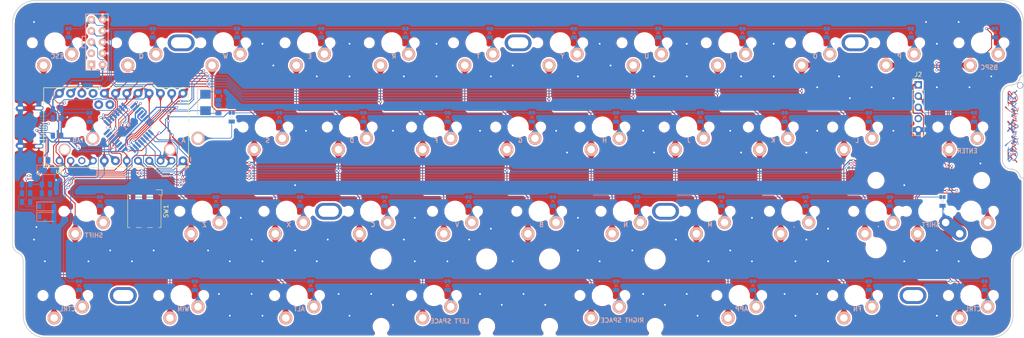
<source format=kicad_pcb>
(kicad_pcb (version 20171130) (host pcbnew "(5.0.2)-1")
  (title_block (title EUH40) (date 2019-03-29) (rev a) (company HnahKB))
  (layers (0 F.Cu signal) (31 B.Cu signal) (34 B.Paste user) (35 F.Paste user) (36 B.SilkS user) (37 F.SilkS user) (38 B.Mask user) (39 F.Mask user) (44 Edge.Cuts user))
  (net 0 "")
  (net 1 GND)
  (net 2 /XTAL2)
  (net 3 /XTAL1)
  (net 4 /ROW0)
  (net 5 "Net-(D3-Pad2)")
  (net 6 /ROW1)
  (net 7 "Net-(D4-Pad2)")
  (net 8 /ROW2)
  (net 9 "Net-(D5-Pad2)")
  (net 10 /ROW3)
  (net 11 "Net-(D6-Pad2)")
  (net 12 "Net-(D7-Pad2)")
  (net 13 "Net-(D8-Pad2)")
  (net 14 "Net-(D9-Pad2)")
  (net 15 "Net-(D10-Pad2)")
  (net 16 "Net-(D11-Pad2)")
  (net 17 "Net-(D12-Pad2)")
  (net 18 "Net-(D13-Pad2)")
  (net 19 "Net-(D14-Pad2)")
  (net 20 "Net-(D17-Pad2)")
  (net 21 "Net-(D18-Pad2)")
  (net 22 "Net-(D19-Pad2)")
  (net 23 "Net-(D20-Pad2)")
  (net 24 "Net-(D21-Pad2)")
  (net 25 "Net-(D22-Pad2)")
  (net 26 "Net-(D23-Pad2)")
  (net 27 "Net-(D24-Pad2)")
  (net 28 "Net-(D25-Pad2)")
  (net 29 "Net-(D26-Pad2)")
  (net 30 "Net-(D27-Pad2)")
  (net 31 "Net-(D28-Pad2)")
  (net 32 "Net-(D29-Pad2)")
  (net 33 "Net-(D30-Pad2)")
  (net 34 "Net-(D31-Pad2)")
  (net 35 "Net-(D32-Pad2)")
  (net 36 "Net-(D33-Pad2)")
  (net 37 "Net-(D34-Pad2)")
  (net 38 "Net-(D35-Pad2)")
  (net 39 "Net-(D36-Pad2)")
  (net 40 "Net-(D37-Pad2)")
  (net 41 "Net-(D38-Pad2)")
  (net 42 "Net-(D39-Pad2)")
  (net 43 "Net-(D40-Pad2)")
  (net 44 "Net-(D41-Pad2)")
  (net 45 "Net-(D42-Pad2)")
  (net 46 "Net-(D43-Pad2)")
  (net 47 "Net-(D44-Pad2)")
  (net 48 "Net-(D45-Pad2)")
  (net 49 "Net-(D46-Pad2)")
  (net 50 /RESET)
  (net 51 VCC)
  (net 52 /SDA)
  (net 53 /SCL)
  (net 54 /D+)
  (net 55 /D-)
  (net 56 /COL3)
  (net 57 /COL0)
  (net 58 /COL1)
  (net 59 /COL2)
  (net 60 /COL4)
  (net 61 /COL5)
  (net 62 /COL6)
  (net 63 /COL7)
  (net 64 /COL8)
  (net 65 /COL9)
  (net 66 /COL10)
  (net 67 /COL11)
  (net 68 /d-_USB)
  (net 69 /d+_USB)
  (net 70 "Net-(R9-Pad1)")
  (net 71 "Net-(R10-Pad1)")
  (module "Footprint_hnah87:From HnahKB" (layer B.Cu) (at 216.404215 18.88241 270)
    (fp_text reference G*** hide)
    (fp_text value LOGO hide)
    (fp_poly (pts (xy 4.367746 1.572616) (xy 4.404075 1.548286) (xy 4.478963 1.488729) (xy 4.508297 1.436277) (xy 4.492516 1.380841) (xy 4.43206 1.312337) (xy 4.415046 1.296543) (xy 4.344111 1.231345) (xy 4.280451 1.171811) (xy 4.251826 1.144409) (xy 4.205509 1.106688) (xy 4.173605 1.0922) (xy 4.140062 1.075154) (xy 4.083001 1.030786) (xy 4.013198 0.969254) (xy 3.941426 0.900714) (xy 3.878462 0.835324) (xy 3.83508 0.783239) (xy 3.82244 0.761184) (xy 3.796391 0.720483) (xy 3.775407 0.7112) (xy 3.746708 0.692528) (xy 3.700211 0.645446) (xy 3.64697 0.58336) (xy 3.598035 0.519675) (xy 3.56446 0.467794) (xy 3.556 0.445086) (xy 3.540452 0.414763) (xy 3.500147 0.359013) (xy 3.444588 0.289919) (xy 3.383281 0.219559) (xy 3.353584 0.187827) (xy 3.316084 0.139724) (xy 3.302 0.105057) (xy 3.288039 0.068935) (xy 3.252411 0.00916) (xy 3.2258 -0.02943) (xy 3.181911 -0.095819) (xy 3.15437 -0.14864) (xy 3.1496 -0.166193) (xy 3.129499 -0.203259) (xy 3.11783 -0.209955) (xy 3.090999 -0.236958) (xy 3.05197 -0.295421) (xy 3.007248 -0.372897) (xy 2.963338 -0.45694) (xy 2.926745 -0.535102) (xy 2.903974 -0.594935) (xy 2.901478 -0.623944) (xy 2.929358 -0.619657) (xy 2.984065 -0.592034) (xy 3.05284 -0.54958) (xy 3.122925 -0.500797) (xy 3.181561 -0.45419) (xy 3.21599 -0.418261) (xy 3.219238 -0.41216) (xy 3.245075 -0.386818) (xy 3.305578 -0.342897) (xy 3.391255 -0.286935) (xy 3.476393 -0.235016) (xy 3.575678 -0.175602) (xy 3.658 -0.125093) (xy 3.713951 -0.089341) (xy 3.7338 -0.074866) (xy 3.777964 -0.043463) (xy 3.849905 -0.010501) (xy 3.927642 0.015343) (xy 3.987765 0.0254) (xy 4.056353 0.007793) (xy 4.099898 -0.022966) (xy 4.128797 -0.066773) (xy 4.119596 -0.108933) (xy 4.110424 -0.124566) (xy 4.07441 -0.165562) (xy 4.048565 -0.1778) (xy 4.017876 -0.196917) (xy 3.973431 -0.24523) (xy 3.95247 -0.27305) (xy 3.893126 -0.355935) (xy 3.827789 -0.445963) (xy 3.810239 -0.4699) (xy 3.766441 -0.53524) (xy 3.739104 -0.587177) (xy 3.734643 -0.603342) (xy 3.722795 -0.644439) (xy 3.694243 -0.708239) (xy 3.683 -0.729965) (xy 3.651182 -0.795988) (xy 3.633491 -0.845629) (xy 3.6322 -0.854757) (xy 3.612216 -0.889994) (xy 3.603459 -0.894346) (xy 3.58094 -0.923893) (xy 3.568177 -0.979013) (xy 3.56158 -1.041649) (xy 3.555809 -1.0795) (xy 3.552597 -1.143965) (xy 3.571645 -1.186154) (xy 3.590841 -1.1938) (xy 3.640695 -1.177627) (xy 3.719143 -1.13336) (xy 3.817464 -1.067374) (xy 3.926934 -0.986043) (xy 4.038832 -0.895743) (xy 4.144437 -0.802848) (xy 4.204139 -0.745533) (xy 4.346419 -0.597312) (xy 4.44902 -0.477377) (xy 4.511598 -0.386206) (xy 4.533807 -0.32428) (xy 4.525319 -0.298759) (xy 4.499587 -0.255429) (xy 4.500631 -0.216942) (xy 4.523397 -0.2032) (xy 4.578005 -0.183885) (xy 4.651904 -0.13194) (xy 4.735268 -0.056364) (xy 4.818273 0.033844) (xy 4.891095 0.129685) (xy 4.897746 0.1397) (xy 4.988217 0.285059) (xy 5.06436 0.421221) (xy 5.121595 0.539144) (xy 5.155344 0.629783) (xy 5.161924 0.661532) (xy 5.161082 0.701235) (xy 5.138159 0.721122) (xy 5.080217 0.73023) (xy 5.061503 0.731684) (xy 4.934465 0.720101) (xy 4.836024 0.687234) (xy 4.756083 0.652817) (xy 4.709729 0.640096) (xy 4.68388 0.650709) (xy 4.66545 0.686294) (xy 4.656544 0.709691) (xy 4.641837 0.755214) (xy 4.649221 0.780437) (xy 4.688714 0.796494) (xy 4.746226 0.80939) (xy 4.833098 0.824737) (xy 4.945636 0.840547) (xy 5.0546 0.852886) (xy 5.168643 0.868851) (xy 5.244638 0.890148) (xy 5.272251 0.90845) (xy 5.295278 0.928115) (xy 5.329917 0.925536) (xy 5.390772 0.898839) (xy 5.405601 0.891346) (xy 5.468438 0.854) (xy 5.506539 0.821152) (xy 5.5118 0.810061) (xy 5.499678 0.774414) (xy 5.468355 0.70925) (xy 5.425394 0.628228) (xy 5.378358 0.54501) (xy 5.334811 0.473255) (xy 5.302316 0.426624) (xy 5.295334 0.4191) (xy 5.255235 0.372229) (xy 5.216985 0.311294) (xy 5.191171 0.255176) (xy 5.186833 0.225599) (xy 5.209635 0.229832) (xy 5.266662 0.258553) (xy 5.350296 0.307443) (xy 5.452918 0.372185) (xy 5.499584 0.402888) (xy 5.642617 0.495106) (xy 5.803756 0.594219) (xy 5.962735 0.687999) (xy 6.092912 0.760804) (xy 6.381924 0.916129) (xy 6.479116 0.865469) (xy 6.532997 0.839927) (xy 6.580128 0.828211) (xy 6.637271 0.829418) (xy 6.721188 0.842649) (xy 6.761682 0.850278) (xy 6.885832 0.870996) (xy 7.028466 0.890354) (xy 7.150177 0.903343) (xy 7.267469 0.918206) (xy 7.354685 0.93883) (xy 7.39775 0.959707) (xy 7.4368 0.985202) (xy 7.470948 0.972614) (xy 7.48665 0.959544) (xy 7.537597 0.932929) (xy 7.615897 0.909979) (xy 7.656796 0.902494) (xy 7.735233 0.88548) (xy 7.799584 0.853848) (xy 7.868359 0.797082) (xy 7.904446 0.761778) (xy 7.985331 0.670298) (xy 8.023063 0.595137) (xy 8.017793 0.526055) (xy 7.969675 0.452814) (xy 7.909921 0.392982) (xy 7.835737 0.331074) (xy 7.753941 0.277642) (xy 7.651702 0.225505) (xy 7.516187 0.167479) (xy 7.483849 0.15449) (xy 7.411198 0.125537) (xy 7.509249 0.054485) (xy 7.627466 -0.050286) (xy 7.72413 -0.173174) (xy 7.791585 -0.301922) (xy 7.822175 -0.424274) (xy 7.8232 -0.448223) (xy 7.807342 -0.53297) (xy 7.766675 -0.622454) (xy 7.711553 -0.699369) (xy 7.652333 -0.746407) (xy 7.642492 -0.750222) (xy 7.603015 -0.772785) (xy 7.5946 -0.788459) (xy 7.573057 -0.816859) (xy 7.520599 -0.849044) (xy 7.455479 -0.876033) (xy 7.39595 -0.888842) (xy 7.390283 -0.889) (xy 7.339012 -0.90982) (xy 7.322925 -0.938402) (xy 7.28763 -0.984499) (xy 7.204802 -1.039723) (xy 7.076693 -1.103106) (xy 6.905558 -1.17368) (xy 6.693649 -1.250478) (xy 6.443219 -1.332531) (xy 6.310096 -1.373467) (xy 6.221384 -1.392307) (xy 6.135122 -1.397766) (xy 6.064975 -1.390531) (xy 6.024608 -1.371287) (xy 6.0198 -1.3589) (xy 6.042021 -1.328345) (xy 6.085983 -1.3208) (xy 6.166897 -1.311785) (xy 6.275264 -1.288245) (xy 6.391748 -1.25543) (xy 6.49701 -1.218593) (xy 6.551444 -1.194372) (xy 6.637727 -1.152636) (xy 6.731048 -1.110896) (xy 6.7437 -1.105561) (xy 6.893962 -1.035521) (xy 7.049576 -0.95001) (xy 7.203158 -0.854436) (xy 7.347325 -0.754206) (xy 7.474694 -0.654727) (xy 7.577882 -0.561406) (xy 7.649507 -0.479651) (xy 7.681287 -0.418874) (xy 7.680065 -0.331432) (xy 7.642911 -0.238313) (xy 7.578727 -0.157732) (xy 7.538978 -0.127651) (xy 7.430044 -0.086337) (xy 7.333705 -0.076294) (xy 7.257825 -0.072822) (xy 7.21551 -0.05729) (xy 7.189699 -0.02179) (xy 7.182744 -0.00635) (xy 7.148635 0.06018) (xy 7.118126 0.105437) (xy 7.101573 0.132754) (xy 7.116371 0.149159) (xy 7.17125 0.162175) (xy 7.187158 0.164925) (xy 7.3196 0.202638) (xy 7.455028 0.267425) (xy 7.582701 0.351309) (xy 7.691877 0.446316) (xy 7.771813 0.544471) (xy 7.809376 0.626868) (xy 7.810908 0.68806) (xy 7.774561 0.723135) (xy 7.695801 0.73597) (xy 7.681504 0.736212) (xy 7.625326 0.724256) (xy 7.551719 0.693459) (xy 7.475172 0.652061) (xy 7.410171 0.608302) (xy 7.371203 0.570423) (xy 7.366 0.556748) (xy 7.344943 0.532914) (xy 7.293225 0.503852) (xy 7.282872 0.499349) (xy 7.234527 0.471245) (xy 7.158813 0.418548) (xy 7.066811 0.349865) (xy 6.969602 0.273803) (xy 6.878266 0.198971) (xy 6.803885 0.133974) (xy 6.7691 0.100265) (xy 6.730838 0.061826) (xy 6.69925 0.031178) (xy 6.664868 -0.007973) (xy 6.6548 -0.028417) (xy 6.637951 -0.052597) (xy 6.59264 -0.103677) (xy 6.526718 -0.173031) (xy 6.480742 -0.219622) (xy 6.34849 -0.365459) (xy 6.256376 -0.497463) (xy 6.206457 -0.612331) (xy 6.1976 -0.674106) (xy 6.202584 -0.719084) (xy 6.227842 -0.731296) (xy 6.275477 -0.723531) (xy 6.340381 -0.720643) (xy 6.411596 -0.73306) (xy 6.471248 -0.755643) (xy 6.501462 -0.783254) (xy 6.5024 -0.788769) (xy 6.481475 -0.811989) (xy 6.451091 -0.825661) (xy 6.402782 -0.849801) (xy 6.333383 -0.894467) (xy 6.283868 -0.930426) (xy 6.199788 -0.987321) (xy 6.138198 -1.006603) (xy 6.087488 -0.988315) (xy 6.03605 -0.9325) (xy 6.035191 -0.931347) (xy 5.9817 -0.859395) (xy 6.03885 -0.812976) (xy 6.081325 -0.757652) (xy 6.096 -0.703972) (xy 6.113484 -0.604538) (xy 6.162253 -0.479301) (xy 6.23678 -0.337464) (xy 6.331537 -0.188231) (xy 6.440998 -0.040806) (xy 6.559635 0.095608) (xy 6.602158 0.138905) (xy 6.672569 0.210877) (xy 6.726429 0.271184) (xy 6.75511 0.309957) (xy 6.757608 0.316705) (xy 6.776008 0.343219) (xy 6.825004 0.395182) (xy 6.896831 0.46474) (xy 6.971789 0.5334) (xy 7.069895 0.624219) (xy 7.128985 0.686569) (xy 7.150731 0.722398) (xy 7.143308 0.73309) (xy 7.095473 0.732294) (xy 7.018094 0.720758) (xy 6.930227 0.702521) (xy 6.85093 0.681623) (xy 6.79926 0.662105) (xy 6.7945 0.659147) (xy 6.753677 0.64317) (xy 6.687926 0.628346) (xy 6.6802 0.627083) (xy 6.601874 0.612934) (xy 6.504076 0.592859) (xy 6.457016 0.582422) (xy 6.377076 0.566225) (xy 6.328103 0.565521) (xy 6.292035 0.582519) (xy 6.265068 0.605872) (xy 6.216249 0.638875) (xy 6.183452 0.637945) (xy 6.147422 0.618552) (xy 6.079578 0.591692) (xy 6.0198 0.571359) (xy 5.936103 0.541593) (xy 5.868881 0.512172) (xy 5.842 0.49622) (xy 5.792059 0.465589) (xy 5.724208 0.434053) (xy 5.722192 0.433251) (xy 5.657341 0.400935) (xy 5.612373 0.367011) (xy 5.611134 0.36557) (xy 5.600694 0.338499) (xy 5.626374 0.313933) (xy 5.672121 0.29246) (xy 5.73011 0.263901) (xy 5.750408 0.234515) (xy 5.743702 0.18797) (xy 5.742739 0.184508) (xy 5.731941 0.120067) (xy 5.724875 0.025384) (xy 5.72143 -0.087273) (xy 5.721492 -0.205637) (xy 5.724946 -0.317438) (xy 5.73168 -0.41041) (xy 5.74158 -0.472285) (xy 5.748977 -0.489363) (xy 5.766766 -0.533463) (xy 5.773855 -0.603513) (xy 5.773424 -0.6223) (xy 5.782467 -0.752717) (xy 5.817432 -0.886905) (xy 5.871818 -1.004667) (xy 5.915587 -1.064002) (xy 5.968785 -1.112863) (xy 6.022913 -1.136218) (xy 6.100671 -1.14289) (xy 6.11889 -1.143) (xy 6.19216 -1.147047) (xy 6.239108 -1.157414) (xy 6.2484 -1.165915) (xy 6.226046 -1.190212) (xy 6.170299 -1.215304) (xy 6.098131 -1.23535) (xy 6.026513 -1.244507) (xy 6.0198 -1.2446) (xy 5.9252 -1.231823) (xy 5.825375 -1.198102) (xy 5.732697 -1.150355) (xy 5.659537 -1.095497) (xy 5.618269 -1.040445) (xy 5.6134 -1.017424) (xy 5.597072 -0.9714) (xy 5.578982 -0.957427) (xy 5.565881 -0.950164) (xy 5.554507 -0.935413) (xy 5.543644 -0.907191) (xy 5.532075 -0.859517) (xy 5.518587 -0.786406) (xy 5.501962 -0.681878) (xy 5.480987 -0.539948) (xy 5.454444 -0.354635) (xy 5.449624 -0.320732) (xy 5.428086 -0.177833) (xy 5.406804 -0.052076) (xy 5.387458 0.047704) (xy 5.37173 0.112672) (xy 5.363222 0.133338) (xy 5.311279 0.151609) (xy 5.237155 0.129629) (xy 5.14506 0.070552) (xy 5.039203 -0.022467) (xy 4.923796 -0.146273) (xy 4.822461 -0.271874) (xy 4.747552 -0.366365) (xy 4.679027 -0.445446) (xy 4.624992 -0.500201) (xy 4.59571 -0.521236) (xy 4.55544 -0.549099) (xy 4.5466 -0.571949) (xy 4.526919 -0.613925) (xy 4.509407 -0.627889) (xy 4.47811 -0.652601) (xy 4.418502 -0.705672) (xy 4.3385 -0.779852) (xy 4.246025 -0.867893) (xy 4.223657 -0.889501) (xy 4.096589 -1.00822) (xy 3.990284 -1.096444) (xy 3.893232 -1.162907) (xy 3.793919 -1.216342) (xy 3.79095 -1.217757) (xy 3.705124 -1.261306) (xy 3.640633 -1.299342) (xy 3.608498 -1.325189) (xy 3.6068 -1.329256) (xy 3.629664 -1.373107) (xy 3.691428 -1.403566) (xy 3.78185 -1.420112) (xy 3.890685 -1.422222) (xy 4.007692 -1.409373) (xy 4.122626 -1.381043) (xy 4.18148 -1.358571) (xy 4.257979 -1.326626) (xy 4.313595 -1.306946) (xy 4.334684 -1.303617) (xy 4.326158 -1.326256) (xy 4.286215 -1.365318) (xy 4.227179 -1.411394) (xy 4.161374 -1.455075) (xy 4.101126 -1.486952) (xy 4.087596 -1.49225) (xy 4.011014 -1.514533) (xy 3.942384 -1.520126) (xy 3.861686 -1.50875) (xy 3.777519 -1.487926) (xy 3.691885 -1.456784) (xy 3.618273 -1.416545) (xy 3.597348 -1.400051) (xy 3.555371 -1.368035) (xy 3.507929 -1.35498) (xy 3.436295 -1.357178) (xy 3.400357 -1.361063) (xy 3.312573 -1.367592) (xy 3.259914 -1.360004) (xy 3.22918 -1.337573) (xy 3.207104 -1.28921) (xy 3.209936 -1.242663) (xy 3.234044 -1.216553) (xy 3.252708 -1.216914) (xy 3.303371 -1.227789) (xy 3.368763 -1.238383) (xy 3.448227 -1.249437) (xy 3.449942 -1.067122) (xy 3.453867 -0.972867) (xy 3.462564 -0.897342) (xy 3.474198 -0.856137) (xy 3.474904 -0.855154) (xy 3.493737 -0.811921) (xy 3.51062 -0.742957) (xy 3.513257 -0.727296) (xy 3.539484 -0.6321) (xy 3.586967 -0.518726) (xy 3.645331 -0.408747) (xy 3.704201 -0.323734) (xy 3.711146 -0.315862) (xy 3.746741 -0.267083) (xy 3.7592 -0.233312) (xy 3.74317 -0.204685) (xy 3.695709 -0.214551) (xy 3.617757 -0.262252) (xy 3.510255 -0.347132) (xy 3.374144 -0.468535) (xy 3.243274 -0.593479) (xy 3.161394 -0.672068) (xy 3.092568 -0.735449) (xy 3.044929 -0.776303) (xy 3.027374 -0.787857) (xy 3.000638 -0.806746) (xy 2.957173 -0.852845) (xy 2.908929 -0.911431) (xy 2.867855 -0.967783) (xy 2.845901 -1.007179) (xy 2.8448 -1.012792) (xy 2.828709 -1.048944) (xy 2.783946 -1.047713) (xy 2.715777 -1.009519) (xy 2.705249 -1.001691) (xy 2.650459 -0.950238) (xy 2.619082 -0.902052) (xy 2.6162 -0.888425) (xy 2.630033 -0.840813) (xy 2.669032 -0.757463) (xy 2.729447 -0.644402) (xy 2.807527 -0.50766) (xy 2.899522 -0.353265) (xy 3.00168 -0.187244) (xy 3.110251 -0.015627) (xy 3.221484 0.155559) (xy 3.331629 0.320286) (xy 3.436935 0.472524) (xy 3.533652 0.606245) (xy 3.600285 0.693272) (xy 3.685817 0.802313) (xy 3.768617 0.90968) (xy 3.838635 1.002243) (xy 3.88209 1.061572) (xy 3.962122 1.170876) (xy 4.048433 1.283073) (xy 4.12949 1.383533) (xy 4.193765 1.457624) (xy 4.19645 1.4605) (xy 4.246913 1.519392) (xy 4.278197 1.560986) (xy 4.301672 1.590263) (xy 4.32622 1.594674) (xy 4.367746 1.572616)) (layer B.Cu) (width 0.01))
    (fp_poly (pts (xy 1.086374 1.012863) (xy 1.152431 0.986014) (xy 1.166583 0.97884) (xy 1.224039 0.937592) (xy 1.256784 0.892054) (xy 1.258182 0.854665) (xy 1.240161 0.840954) (xy 1.209073 0.819714) (xy 1.150801 0.770895) (xy 1.074504 0.702411) (xy 1.011716 0.64362) (xy 0.927366 0.566713) (xy 0.853062 0.505236) (xy 0.798241 0.466644) (xy 0.775679 0.457201) (xy 0.73707 0.435982) (xy 0.712197 0.396324) (xy 0.680267 0.346809) (xy 0.622347 0.28331) (xy 0.573126 0.238545) (xy 0.511236 0.183699) (xy 0.469177 0.14047) (xy 0.4572 0.121622) (xy 0.479987 0.109874) (xy 0.537956 0.102472) (xy 0.57785 0.101212) (xy 0.675912 0.096684) (xy 0.724049 0.084587) (xy 0.722401 0.06596) (xy 0.671108 0.041843) (xy 0.570312 0.013276) (xy 0.565841 0.012197) (xy 0.468486 -0.013148) (xy 0.388601 -0.03753) (xy 0.340668 -0.056439) (xy 0.335869 -0.059402) (xy 0.302737 -0.094303) (xy 0.257525 -0.153624) (xy 0.210598 -0.222091) (xy 0.172321 -0.28443) (xy 0.153059 -0.325367) (xy 0.1524 -0.329761) (xy 0.131447 -0.354472) (xy 0.101231 -0.368417) (xy 0.066285 -0.390131) (xy 0.064173 -0.40749) (xy 0.05671 -0.437644) (xy 0.019762 -0.481051) (xy 0.013742 -0.486441) (xy -0.030913 -0.537774) (xy -0.050741 -0.585306) (xy -0.0508 -0.587281) (xy -0.062337 -0.633131) (xy -0.073819 -0.646228) (xy -0.101487 -0.680992) (xy -0.138948 -0.750433) (xy -0.180372 -0.840894) (xy -0.219927 -0.938713) (xy -0.251781 -1.030231) (xy -0.270104 -1.10179) (xy -0.271116 -1.10838) (xy -0.275819 -1.18374) (xy -0.258815 -1.235323) (xy -0.220231 -1.280679) (xy -0.182643 -1.313622) (xy -0.14199 -1.333233) (xy -0.084212 -1.342903) (xy 0.00475 -1.346024) (xy 0.051315 -1.3462) (xy 0.154999 -1.342906) (xy 0.243893 -1.334182) (xy 0.301766 -1.321757) (xy 0.308645 -1.318742) (xy 0.358779 -1.300893) (xy 0.37315 -1.314022) (xy 0.348944 -1.35044) (xy 0.327448 -1.370126) (xy 0.290132 -1.396737) (xy 0.244638 -1.41685) (xy 0.178618 -1.434198) (xy 0.079723 -1.452511) (xy 0.0254 -1.46139) (xy -0.039179 -1.459261) (xy -0.119974 -1.44126) (xy -0.1397 -1.434661) (xy -0.202845 -1.411967) (xy -0.240929 -1.398735) (xy -0.245453 -1.397382) (xy -0.261423 -1.378624) (xy -0.297915 -1.330913) (xy -0.328003 -1.290396) (xy -0.379202 -1.208741) (xy -0.40205 -1.130646) (xy -0.4064 -1.050713) (xy -0.389825 -0.917411) (xy -0.342048 -0.754442) (xy -0.265999 -0.569769) (xy -0.164604 -0.371352) (xy -0.141921 -0.331378) (xy -0.09075 -0.240978) (xy -0.051021 -0.167584) (xy -0.028457 -0.121927) (xy -0.0254 -0.112881) (xy -0.04891 -0.106079) (xy -0.11247 -0.104056) (xy -0.205628 -0.106105) (xy -0.317932 -0.111522) (xy -0.438929 -0.1196) (xy -0.558167 -0.129634) (xy -0.665192 -0.14092) (xy -0.749553 -0.152751) (xy -0.800797 -0.164422) (xy -0.803275 -0.165377) (xy -0.868295 -0.206291) (xy -0.935773 -0.26963) (xy -0.955675 -0.293595) (xy -1.013774 -0.365532) (xy -1.070687 -0.429683) (xy -1.08585 -0.44518) (xy -1.126515 -0.497409) (xy -1.143 -0.542662) (xy -1.159177 -0.592477) (xy -1.18745 -0.633179) (xy -1.239781 -0.694017) (xy -1.278428 -0.750176) (xy -1.31683 -0.822541) (xy -1.338613 -0.868082) (xy -1.372862 -0.954724) (xy -1.380395 -1.021133) (xy -1.372136 -1.064932) (xy -1.362978 -1.124383) (xy -1.378481 -1.140743) (xy -1.413901 -1.112345) (xy -1.43366 -1.086548) (xy -1.466678 -1.001344) (xy -1.4638 -0.889582) (xy -1.424517 -0.749463) (xy -1.348322 -0.57919) (xy -1.234708 -0.376964) (xy -1.232087 -0.37264) (xy -1.180511 -0.285881) (xy -1.140999 -0.215975) (xy -1.11967 -0.173897) (xy -1.1176 -0.16732) (xy -1.141033 -0.161785) (xy -1.203886 -0.160839) (xy -1.29499 -0.164444) (xy -1.350135 -0.168128) (xy -1.461605 -0.175215) (xy -1.529666 -0.175701) (xy -1.561341 -0.169109) (xy -1.56365 -0.154967) (xy -1.562935 -0.153749) (xy -1.514244 -0.113432) (xy -1.423095 -0.074333) (xy -1.297803 -0.039383) (xy -1.168603 -0.014803) (xy -0.978305 0.014797) (xy -0.794109 0.280449) (xy -0.718157 0.386874) (xy -0.646375 0.481918) (xy -0.586705 0.555406) (xy -0.547091 0.597167) (xy -0.546256 0.597855) (xy -0.502008 0.641426) (xy -0.482636 0.675543) (xy -0.4826 0.676468) (xy -0.460666 0.725056) (xy -0.408631 0.762958) (xy -0.347151 0.777339) (xy -0.325671 0.773986) (xy -0.247774 0.735945) (xy -0.194013 0.682635) (xy -0.1778 0.635737) (xy -0.195346 0.598938) (xy -0.238475 0.545534) (xy -0.292928 0.490131) (xy -0.344444 0.447332) (xy -0.377099 0.43164) (xy -0.400693 0.412307) (xy -0.435398 0.365604) (xy -0.437838 0.36179) (xy -0.479844 0.30119) (xy -0.537867 0.224167) (xy -0.571188 0.182176) (xy -0.620386 0.117645) (xy -0.652788 0.067649) (xy -0.6604 0.048826) (xy -0.648458 0.03455) (xy -0.609373 0.027596) (xy -0.538259 0.028154) (xy -0.43023 0.036415) (xy -0.280397 0.052567) (xy -0.147125 0.068784) (xy 0.20105 0.112463) (xy 0.246001 0.195932) (xy 0.281656 0.250612) (xy 0.312364 0.279179) (xy 0.316926 0.280328) (xy 0.344216 0.300662) (xy 0.385737 0.351697) (xy 0.413388 0.392552) (xy 0.457531 0.454132) (xy 0.527038 0.541717) (xy 0.612715 0.644079) (xy 0.705365 0.749992) (xy 0.714281 0.759925) (xy 0.820481 0.87482) (xy 0.902928 0.953757) (xy 0.969485 1.000539) (xy 1.028013 1.018973) (xy 1.086374 1.012863)) (layer B.Cu) (width 0.01))
    (fp_poly (pts (xy -3.756888 0.204137) (xy -3.70775 0.159771) (xy -3.690517 0.135354) (xy -3.665174 0.089078) (xy -3.672507 0.060288) (xy -3.698503 0.037952) (xy -3.74188 0.009274) (xy -3.76214 0.000808) (xy -3.787312 -0.016099) (xy -3.836562 -0.058821) (xy -3.898974 -0.116831) (xy -3.963631 -0.179603) (xy -4.019615 -0.23661) (xy -4.05601 -0.277325) (xy -4.064 -0.290264) (xy -4.078906 -0.316073) (xy -4.118141 -0.369688) (xy -4.173483 -0.439918) (xy -4.1783 -0.445847) (xy -4.238698 -0.528871) (xy -4.279317 -0.602385) (xy -4.296365 -0.657271) (xy -4.286048 -0.684411) (xy -4.278127 -0.6858) (xy -4.247947 -0.671459) (xy -4.186207 -0.632501) (xy -4.101811 -0.57502) (xy -4.003662 -0.505113) (xy -3.900665 -0.428873) (xy -3.880816 -0.41382) (xy -3.77977 -0.341491) (xy -3.668548 -0.269341) (xy -3.557602 -0.203329) (xy -3.457381 -0.149409) (xy -3.378337 -0.113539) (xy -3.333034 -0.1016) (xy -3.27426 -0.116248) (xy -3.241059 -0.134688) (xy -3.217571 -0.156384) (xy -3.21371 -0.182703) (xy -3.231938 -0.226743) (xy -3.271366 -0.295921) (xy -3.333514 -0.409917) (xy -3.364712 -0.487765) (xy -3.365077 -0.528411) (xy -3.334729 -0.530798) (xy -3.273785 -0.493871) (xy -3.251139 -0.47625) (xy -3.177013 -0.419881) (xy -3.077112 -0.348437) (xy -2.963695 -0.270193) (xy -2.849019 -0.193421) (xy -2.745341 -0.126398) (xy -2.664919 -0.077398) (xy -2.639711 -0.0635) (xy -2.561105 -0.022591) (xy -2.463789 0.028344) (xy -2.400682 0.061511) (xy -2.259783 0.135721) (xy -2.183992 0.063109) (xy -2.127627 0.0006) (xy -2.113895 -0.048046) (xy -2.143277 -0.097316) (xy -2.19075 -0.140772) (xy -2.247532 -0.195797) (xy -2.286471 -0.247045) (xy -2.29174 -0.257893) (xy -2.328478 -0.306429) (xy -2.35524 -0.32274) (xy -2.38733 -0.33977) (xy -2.421484 -0.371636) (xy -2.465215 -0.427069) (xy -2.526033 -0.514802) (xy -2.545614 -0.544043) (xy -2.595205 -0.614684) (xy -2.640096 -0.672582) (xy -2.654354 -0.688681) (xy -2.692074 -0.747941) (xy -2.704989 -0.786821) (xy -2.72867 -0.845485) (xy -2.750988 -0.87284) (xy -2.789546 -0.924142) (xy -2.829539 -1.007004) (xy -2.864137 -1.102864) (xy -2.886514 -1.193159) (xy -2.890726 -1.252739) (xy -2.884198 -1.298154) (xy -2.867326 -1.322243) (xy -2.827222 -1.33177) (xy -2.750999 -1.333496) (xy -2.736804 -1.3335) (xy -2.658327 -1.336399) (xy -2.605315 -1.343909) (xy -2.590754 -1.351897) (xy -2.611569 -1.375727) (xy -2.660943 -1.406052) (xy -2.719403 -1.432835) (xy -2.767474 -1.446038) (xy -2.773689 -1.446189) (xy -2.82344 -1.435729) (xy -2.858382 -1.423631) (xy -2.933739 -1.367374) (xy -2.984673 -1.276332) (xy -3.007187 -1.16223) (xy -2.997284 -1.036795) (xy -2.994444 -1.024434) (xy -2.965525 -0.933232) (xy -2.919611 -0.818426) (xy -2.863092 -0.693257) (xy -2.80236 -0.57097) (xy -2.743804 -0.46481) (xy -2.693818 -0.38802) (xy -2.678196 -0.369076) (xy -2.63731 -0.32244) (xy -2.61677 -0.294078) (xy -2.6162 -0.2921) (xy -2.600683 -0.268799) (xy -2.562336 -0.224027) (xy -2.552041 -0.212788) (xy -2.513084 -0.15891) (xy -2.508993 -0.122929) (xy -2.511023 -0.120417) (xy -2.549032 -0.116036) (xy -2.616521 -0.140484) (xy -2.705123 -0.1887) (xy -2.806471 -0.255625) (xy -2.912201 -0.336199) (xy -3.011686 -0.423227) (xy -3.088226 -0.494461) (xy -3.179741 -0.578338) (xy -3.246636 -0.63888) (xy -3.312095 -0.700163) (xy -3.35921 -0.749009) (xy -3.378167 -0.775213) (xy -3.3782 -0.775667) (xy -3.394688 -0.804678) (xy -3.434438 -0.848738) (xy -3.43535 -0.849624) (xy -3.485114 -0.903249) (xy -3.5179 -0.946657) (xy -3.540443 -0.972246) (xy -3.57332 -0.972639) (xy -3.627131 -0.952058) (xy -3.681291 -0.924076) (xy -3.701108 -0.891164) (xy -3.697216 -0.832654) (xy -3.695153 -0.819837) (xy -3.678894 -0.742063) (xy -3.66002 -0.678631) (xy -3.657797 -0.6731) (xy -3.636223 -0.623037) (xy -3.602397 -0.545364) (xy -3.572131 -0.47625) (xy -3.542882 -0.401215) (xy -3.529392 -0.348515) (xy -3.533833 -0.3302) (xy -3.571307 -0.343087) (xy -3.635341 -0.375795) (xy -3.710615 -0.419394) (xy -3.781808 -0.464955) (xy -3.833598 -0.503548) (xy -3.837991 -0.50748) (xy -3.878442 -0.542125) (xy -3.944914 -0.596314) (xy -4.023243 -0.658506) (xy -4.02566 -0.6604) (xy -4.112659 -0.729243) (xy -4.196408 -0.796679) (xy -4.254504 -0.84455) (xy -4.339775 -0.899514) (xy -4.410316 -0.910371) (xy -4.462053 -0.876781) (xy -4.470981 -0.862515) (xy -4.483865 -0.818672) (xy -4.460893 -0.780333) (xy -4.440125 -0.76176) (xy -4.404517 -0.727697) (xy -4.398558 -0.712123) (xy -4.399254 -0.712045) (xy -4.403557 -0.691363) (xy -4.383746 -0.63595) (xy -4.344073 -0.553216) (xy -4.288792 -0.450574) (xy -4.222156 -0.335432) (xy -4.148418 -0.215203) (xy -4.07183 -0.097297) (xy -3.996647 0.010876) (xy -3.944836 0.079765) (xy -3.869179 0.1655) (xy -3.808614 0.206502) (xy -3.756888 0.204137)) (layer B.Cu) (width 0.01))
    (fp_poly (pts (xy 1.022082 0.098383) (xy 1.07315 0.084828) (xy 1.112648 0.059929) (xy 1.10437 0.02059) (xy 1.048822 -0.031839) (xy 1.022176 -0.050478) (xy 0.964877 -0.094628) (xy 0.884102 -0.164733) (xy 0.791693 -0.250231) (xy 0.720085 -0.319887) (xy 0.618101 -0.426257) (xy 0.537174 -0.519909) (xy 0.479173 -0.597052) (xy 0.445966 -0.653896) (xy 0.439424 -0.68665) (xy 0.461413 -0.691523) (xy 0.513803 -0.664725) (xy 0.569651 -0.625027) (xy 0.658651 -0.563573) (xy 0.77992 -0.488585) (xy 0.920135 -0.407443) (xy 1.065972 -0.327526) (xy 1.204107 -0.256212) (xy 1.321215 -0.20088) (xy 1.376634 -0.178128) (xy 1.459547 -0.149137) (xy 1.513204 -0.138336) (xy 1.555347 -0.144632) (xy 1.598884 -0.164419) (xy 1.651085 -0.197553) (xy 1.67604 -0.225466) (xy 1.6764 -0.227907) (xy 1.661988 -0.257742) (xy 1.62365 -0.316554) (xy 1.568731 -0.393286) (xy 1.5494 -0.4191) (xy 1.490512 -0.501147) (xy 1.446127 -0.571073) (xy 1.42372 -0.616825) (xy 1.4224 -0.623893) (xy 1.404519 -0.667329) (xy 1.3716 -0.704393) (xy 1.333243 -0.746192) (xy 1.320643 -0.773994) (xy 1.309614 -0.8134) (xy 1.283502 -0.871005) (xy 1.256572 -0.939375) (xy 1.231602 -1.029509) (xy 1.22348 -1.068654) (xy 1.212256 -1.150475) (xy 1.217855 -1.203915) (xy 1.243116 -1.249428) (xy 1.249765 -1.258098) (xy 1.279966 -1.301555) (xy 1.277039 -1.3187) (xy 1.259729 -1.3208) (xy 1.218745 -1.301233) (xy 1.178085 -1.256264) (xy 1.126519 -1.132622) (xy 1.116636 -0.982259) (xy 1.148503 -0.8046) (xy 1.222188 -0.59907) (xy 1.268195 -0.499005) (xy 1.306551 -0.415056) (xy 1.331627 -0.349793) (xy 1.338844 -0.3154) (xy 1.337935 -0.313469) (xy 1.30664 -0.314338) (xy 1.244678 -0.336948) (xy 1.163952 -0.375316) (xy 1.076365 -0.423462) (xy 0.993819 -0.475404) (xy 0.945691 -0.510594) (xy 0.86726 -0.575306) (xy 0.774465 -0.655073) (xy 0.704391 -0.71734) (xy 0.631938 -0.777599) (xy 0.56854 -0.820863) (xy 0.527658 -0.837977) (xy 0.52705 -0.83799) (xy 0.489472 -0.856397) (xy 0.4826 -0.877193) (xy 0.468356 -0.929945) (xy 0.434551 -0.987541) (xy 0.394575 -1.030489) (xy 0.369806 -1.0414) (xy 0.327843 -1.022043) (xy 0.279123 -0.976371) (xy 0.240627 -0.922982) (xy 0.2286 -0.886747) (xy 0.240715 -0.849366) (xy 0.273151 -0.780479) (xy 0.320041 -0.692113) (xy 0.345512 -0.647084) (xy 0.457661 -0.456244) (xy 0.552681 -0.302966) (xy 0.635952 -0.179276) (xy 0.712859 -0.077196) (xy 0.788784 0.011248) (xy 0.792537 0.015332) (xy 0.850836 0.075505) (xy 0.896901 0.106525) (xy 0.948171 0.112712) (xy 1.022082 0.098383)) (layer B.Cu) (width 0.01))
    (fp_poly (pts (xy -6.431071 0.978349) (xy -6.398168 0.968089) (xy -6.342527 0.958108) (xy -6.241325 0.950019) (xy -6.099774 0.944054) (xy -5.923087 0.940447) (xy -5.75566 0.939412) (xy -5.53868 0.937961) (xy -5.370334 0.933812) (xy -5.248514 0.926767) (xy -5.171117 0.916629) (xy -5.136037 0.903199) (xy -5.141168 0.886281) (xy -5.147139 0.882277) (xy -5.214976 0.85555) (xy -5.32724 0.828361) (xy -5.47758 0.80179) (xy -5.659649 0.776918) (xy -5.867095 0.754825) (xy -5.928813 0.749288) (xy -6.10434 0.73362) (xy -6.238724 0.718546) (xy -6.34145 0.700454) (xy -6.421999 0.675733) (xy -6.489857 0.640772) (xy -6.554505 0.591959) (xy -6.625427 0.525684) (xy -6.692105 0.458627) (xy -6.84371 0.304801) (xy -6.420709 0.304801) (xy -6.239349 0.302825) (xy -6.093386 0.297101) (xy -5.98785 0.287932) (xy -5.927775 0.275621) (xy -5.926204 0.274991) (xy -5.888164 0.257671) (xy -5.882414 0.246192) (xy -5.91485 0.235961) (xy -5.991368 0.222387) (xy -5.9944 0.221881) (xy -6.079197 0.206478) (xy -6.146779 0.19197) (xy -6.1722 0.184925) (xy -6.21969 0.175123) (xy -6.294723 0.166423) (xy -6.328852 0.163851) (xy -6.412839 0.153295) (xy -6.48284 0.135601) (xy -6.500326 0.128111) (xy -6.551155 0.114042) (xy -6.63529 0.103591) (xy -6.735256 0.098862) (xy -6.743399 0.098795) (xy -6.836873 0.095386) (xy -6.909092 0.087294) (xy -6.946335 0.076161) (xy -6.948074 0.074301) (xy -6.98323 0.053517) (xy -7.00555 0.050486) (xy -7.041488 0.030747) (xy -7.088081 -0.01687) (xy -7.131855 -0.075536) (xy -7.159338 -0.128423) (xy -7.162801 -0.145933) (xy -7.181853 -0.17314) (xy -7.2136 -0.197305) (xy -7.25359 -0.236209) (xy -7.2644 -0.265203) (xy -7.285552 -0.301243) (xy -7.3152 -0.3175) (xy -7.356234 -0.339763) (xy -7.366001 -0.356038) (xy -7.379225 -0.388085) (xy -7.413234 -0.446616) (xy -7.44394 -0.493938) (xy -7.493786 -0.582417) (xy -7.508652 -0.646294) (xy -7.506578 -0.657634) (xy -7.510935 -0.715532) (xy -7.530238 -0.744809) (xy -7.561866 -0.787099) (xy -7.5692 -0.809292) (xy -7.587536 -0.844861) (xy -7.636078 -0.902498) (xy -7.705127 -0.972833) (xy -7.784986 -1.046498) (xy -7.865957 -1.114122) (xy -7.938342 -1.166336) (xy -7.939585 -1.167127) (xy -8.011045 -1.212102) (xy -8.056041 -1.234122) (xy -8.091915 -1.235961) (xy -8.136007 -1.22039) (xy -8.17245 -1.204355) (xy -8.227263 -1.174195) (xy -8.254376 -1.147141) (xy -8.255 -1.143873) (xy -8.235486 -1.118402) (xy -8.184221 -1.074641) (xy -8.11212 -1.021872) (xy -8.10895 -1.019701) (xy -8.037373 -0.966677) (xy -7.950037 -0.895855) (xy -7.854961 -0.814516) (xy -7.760165 -0.729943) (xy -7.673668 -0.649417) (xy -7.603489 -0.58022) (xy -7.557646 -0.529635) (xy -7.5438 -0.506496) (xy -7.530368 -0.477372) (xy -7.49403 -0.416115) (xy -7.440726 -0.332408) (xy -7.3914 -0.258068) (xy -7.329078 -0.16397) (xy -7.279073 -0.085225) (xy -7.247307 -0.031362) (xy -7.239 -0.012747) (xy -7.260834 -0.00298) (xy -7.314143 -0.004923) (xy -7.32155 -0.005978) (xy -7.388469 -0.011532) (xy -7.435241 -0.007396) (xy -7.43585 -0.007184) (xy -7.456664 0.02325) (xy -7.466495 0.080613) (xy -7.46439 0.142033) (xy -7.449395 0.184641) (xy -7.444043 0.189362) (xy -7.409136 0.199595) (xy -7.337774 0.213638) (xy -7.24389 0.22882) (xy -7.220651 0.232181) (xy -7.020817 0.260441) (xy -6.889743 0.442688) (xy -6.812544 0.551645) (xy -6.764088 0.626418) (xy -6.742532 0.673381) (xy -6.746032 0.69891) (xy -6.772745 0.70938) (xy -6.812103 0.711201) (xy -6.880016 0.702923) (xy -6.926882 0.682846) (xy -6.92852 0.681321) (xy -6.967818 0.669372) (xy -7.009636 0.695482) (xy -7.043966 0.748476) (xy -7.060799 0.817181) (xy -7.0612 0.829437) (xy -7.0612 0.9144) (xy -6.815551 0.914401) (xy -6.690743 0.916503) (xy -6.606625 0.923748) (xy -6.553223 0.937539) (xy -6.524609 0.955389) (xy -6.482459 0.981315) (xy -6.431071 0.978349)) (layer B.Cu) (width 0.01))
    (fp_poly (pts (xy 2.622758 0.041261) (xy 2.665526 0.001508) (xy 2.712939 -0.050837) (xy 2.74043 -0.088624) (xy 2.7432 -0.096308) (xy 2.720691 -0.105697) (xy 2.664043 -0.107697) (xy 2.635081 -0.106067) (xy 2.522167 -0.114541) (xy 2.393614 -0.150654) (xy 2.270606 -0.207049) (xy 2.193159 -0.259532) (xy 2.043666 -0.39122) (xy 1.919408 -0.515578) (xy 1.823317 -0.628536) (xy 1.758323 -0.726027) (xy 1.72736 -0.80398) (xy 1.73336 -0.858327) (xy 1.74995 -0.874662) (xy 1.784893 -0.869349) (xy 1.848436 -0.835472) (xy 1.932031 -0.779121) (xy 2.027131 -0.706382) (xy 2.125185 -0.623342) (xy 2.197783 -0.555763) (xy 2.270885 -0.487361) (xy 2.332085 -0.435434) (xy 2.371228 -0.408414) (xy 2.377682 -0.4064) (xy 2.407734 -0.388065) (xy 2.4551 -0.341204) (xy 2.486145 -0.3048) (xy 2.543715 -0.237969) (xy 2.584407 -0.209697) (xy 2.620329 -0.216826) (xy 2.663592 -0.256198) (xy 2.665334 -0.258063) (xy 2.716447 -0.312927) (xy 2.659973 -0.369331) (xy 2.573041 -0.47074) (xy 2.490039 -0.600241) (xy 2.43205 -0.709695) (xy 2.382297 -0.824047) (xy 2.364802 -0.906946) (xy 2.378808 -0.965548) (xy 2.40222 -0.992194) (xy 2.422972 -1.01674) (xy 2.410082 -1.039156) (xy 2.35777 -1.070439) (xy 2.279034 -1.106942) (xy 2.231215 -1.113189) (xy 2.20497 -1.089905) (xy 2.201797 -1.082581) (xy 2.198186 -1.019223) (xy 2.218947 -0.923796) (xy 2.261118 -0.80705) (xy 2.302636 -0.716704) (xy 2.347911 -0.62593) (xy 2.373908 -0.571459) (xy 2.383841 -0.544043) (xy 2.380923 -0.534435) (xy 2.368369 -0.533389) (xy 2.36634 -0.5334) (xy 2.339763 -0.550411) (xy 2.285107 -0.596956) (xy 2.209863 -0.666303) (xy 2.121524 -0.751721) (xy 2.103873 -0.769216) (xy 1.974594 -0.893007) (xy 1.870715 -0.980236) (xy 1.786373 -1.034379) (xy 1.715705 -1.058916) (xy 1.652847 -1.057322) (xy 1.629571 -1.050509) (xy 1.578793 -1.011023) (xy 1.567518 -0.942763) (xy 1.59572 -0.84443) (xy 1.624386 -0.784024) (xy 1.656233 -0.717451) (xy 1.674611 -0.668435) (xy 1.6764 -0.658261) (xy 1.692624 -0.622569) (xy 1.735911 -0.55991) (xy 1.798178 -0.48) (xy 1.871344 -0.392555) (xy 1.947326 -0.307291) (xy 2.018043 -0.233921) (xy 2.066255 -0.189598) (xy 2.236523 -0.065104) (xy 2.405113 0.024444) (xy 2.520882 0.064159) (xy 2.573223 0.067243) (xy 2.622758 0.041261)) (layer B.Cu) (width 0.01))
    (fp_poly (pts (xy -5.401714 0.102973) (xy -5.396731 0.101347) (xy -5.317569 0.066748) (xy -5.250115 0.024807) (xy -5.219215 0.003003) (xy -5.187095 -0.008877) (xy -5.142117 -0.01117) (xy -5.072642 -0.004216) (xy -4.967033 0.011649) (xy -4.940775 0.015826) (xy -4.784266 0.036803) (xy -4.667084 0.041635) (xy -4.579962 0.028988) (xy -4.513632 -0.002477) (xy -4.459224 -0.053621) (xy -4.395851 -0.147558) (xy -4.376352 -0.235395) (xy -4.398684 -0.332762) (xy -4.417247 -0.374553) (xy -4.466071 -0.461772) (xy -4.524766 -0.547615) (xy -4.584354 -0.620877) (xy -4.635852 -0.670356) (xy -4.666357 -0.685342) (xy -4.700397 -0.705916) (xy -4.726986 -0.74295) (xy -4.779356 -0.811238) (xy -4.862637 -0.885932) (xy -4.963031 -0.957876) (xy -5.066743 -1.017914) (xy -5.159979 -1.056893) (xy -5.214996 -1.0668) (xy -5.269618 -1.052458) (xy -5.340022 -1.016444) (xy -5.366052 -0.999243) (xy -5.427378 -0.948472) (xy -5.455008 -0.899621) (xy -5.458625 -0.863315) (xy -5.37321 -0.863315) (xy -5.356399 -0.891392) (xy -5.326575 -0.906906) (xy -5.294995 -0.91021) (xy -5.250478 -0.898528) (xy -5.181843 -0.869085) (xy -5.091027 -0.825505) (xy -4.965019 -0.750417) (xy -4.842712 -0.653138) (xy -4.731058 -0.542036) (xy -4.637009 -0.425481) (xy -4.567516 -0.311843) (xy -4.52953 -0.209491) (xy -4.525908 -0.1451) (xy -4.553327 -0.096767) (xy -4.611574 -0.077705) (xy -4.691862 -0.085387) (xy -4.785401 -0.117286) (xy -4.883404 -0.170876) (xy -4.97708 -0.243631) (xy -5.020298 -0.287234) (xy -5.083272 -0.351652) (xy -5.141205 -0.401911) (xy -5.167963 -0.419726) (xy -5.219663 -0.463276) (xy -5.270838 -0.535178) (xy -5.316634 -0.623281) (xy -5.352197 -0.715438) (xy -5.372674 -0.799499) (xy -5.37321 -0.863315) (xy -5.458625 -0.863315) (xy -5.461 -0.839479) (xy -5.447477 -0.708462) (xy -5.411478 -0.563765) (xy -5.359862 -0.428138) (xy -5.310053 -0.338726) (xy -5.264778 -0.266857) (xy -5.254021 -0.225384) (xy -5.278537 -0.206747) (xy -5.323564 -0.2032) (xy -5.367059 -0.221782) (xy -5.428317 -0.269375) (xy -5.495439 -0.333746) (xy -5.55653 -0.402661) (xy -5.599692 -0.463889) (xy -5.6134 -0.501213) (xy -5.624734 -0.531869) (xy -5.649423 -0.525704) (xy -5.673497 -0.488721) (xy -5.678314 -0.47331) (xy -5.679843 -0.375927) (xy -5.645302 -0.264907) (xy -5.580335 -0.155604) (xy -5.546771 -0.115454) (xy -5.496496 -0.051231) (xy -5.483063 -0.011791) (xy -5.504789 -0.001851) (xy -5.559991 -0.026126) (xy -5.575221 -0.035712) (xy -5.633157 -0.06559) (xy -5.674745 -0.0762) (xy -5.720843 -0.095588) (xy -5.732788 -0.109483) (xy -5.767832 -0.147522) (xy -5.8166 -0.185929) (xy -5.860094 -0.220629) (xy -5.924954 -0.278545) (xy -6.003443 -0.35205) (xy -6.087822 -0.433518) (xy -6.170355 -0.515322) (xy -6.243302 -0.589837) (xy -6.298927 -0.649434) (xy -6.329491 -0.686488) (xy -6.332714 -0.694619) (xy -6.341771 -0.717728) (xy -6.376913 -0.764072) (xy -6.400406 -0.790789) (xy -6.464495 -0.865737) (xy -6.524285 -0.943376) (xy -6.535028 -0.958676) (xy -6.573699 -1.01104) (xy -6.60032 -1.039447) (xy -6.604 -1.041131) (xy -6.6483 -1.025224) (xy -6.704262 -0.986781) (xy -6.754307 -0.940326) (xy -6.780856 -0.900385) (xy -6.7818 -0.894229) (xy -6.769212 -0.849636) (xy -6.7363 -0.778283) (xy -6.6929 -0.700278) (xy -6.648085 -0.623714) (xy -6.616069 -0.564934) (xy -6.603787 -0.536672) (xy -6.589784 -0.510179) (xy -6.552598 -0.453204) (xy -6.499147 -0.376185) (xy -6.475338 -0.3429) (xy -6.410497 -0.251826) (xy -6.352285 -0.168005) (xy -6.310994 -0.106312) (xy -6.304101 -0.09541) (xy -6.248153 -0.038258) (xy -6.178651 -0.029411) (xy -6.119479 -0.051828) (xy -6.098784 -0.067287) (xy -6.097227 -0.088231) (xy -6.119478 -0.122602) (xy -6.170206 -0.178343) (xy -6.229099 -0.238295) (xy -6.338875 -0.353626) (xy -6.435975 -0.46481) (xy -6.516347 -0.566169) (xy -6.575939 -0.652025) (xy -6.610698 -0.716699) (xy -6.616572 -0.754513) (xy -6.602855 -0.762) (xy -6.569198 -0.744752) (xy -6.509765 -0.698257) (xy -6.43346 -0.630387) (xy -6.349188 -0.549016) (xy -6.276122 -0.47315) (xy -6.198139 -0.397764) (xy -6.089393 -0.304277) (xy -5.961832 -0.202093) (xy -5.827403 -0.100617) (xy -5.698052 -0.009253) (xy -5.630094 0.03538) (xy -5.54867 0.084827) (xy -5.493683 0.109687) (xy -5.449807 0.114291) (xy -5.401714 0.102973)) (layer B.Cu) (width 0.01))
  )
  (module Capacitor_SMD:C_0805_2012Metric (layer B.Cu) (at 37.000025 15.00005 270)
    (fp_text reference C1 hide)
    (fp_text value 22P)
    (pad 1 smd roundrect (at -0.9375 0 270) (size 0.975 1.4) (layers B.Cu B.Paste B.Mask) (net 1 GND))
    (pad 2 smd roundrect (at 0.9375 0 270) (size 0.975 1.4) (layers B.Cu B.Paste B.Mask) (net 2 /XTAL2))
  )
  (module Capacitor_SMD:C_0805_2012Metric (layer B.Cu) (at 37.000025 12.00005 90)
    (fp_text reference C2 hide)
    (fp_text value 22P)
    (pad 2 smd roundrect (at 0.9375 0 90) (size 0.975 1.4) (layers B.Cu B.Paste B.Mask) (net 3 /XTAL1))
    (pad 1 smd roundrect (at -0.9375 0 90) (size 0.975 1.4) (layers B.Cu B.Paste B.Mask) (net 1 GND))
  )
  (module Diode_SMD:D_SOD-123 (layer B.Cu) (at -1.84245 39.373725)
    (fp_text reference D1 hide)
    (fp_text value 3.6v)
    (pad 1 smd rect (at -1.65 0) (size 0.9 1.2) (layers B.Cu B.Paste B.Mask) (net 68 /d-_USB))
    (pad 2 smd rect (at 1.65 0) (size 0.9 1.2) (layers B.Cu B.Paste B.Mask) (net 1 GND))
  )
  (module Diode_SMD:D_SOD-123 (layer B.Cu) (at -1.84245 36.992475)
    (fp_text reference D2 hide)
    (fp_text value 3.6v)
    (pad 2 smd rect (at 1.65 0) (size 0.9 1.2) (layers B.Cu B.Paste B.Mask) (net 1 GND))
    (pad 1 smd rect (at -1.65 0) (size 0.9 1.2) (layers B.Cu B.Paste B.Mask) (net 69 /d+_USB))
  )
  (module Footprint_hnah87:D_0805_Mab_ideal (layer B.Cu) (at 3.1 -2.2 90)
    (fp_text reference D3 hide)
    (fp_text value BD4148 hide)
    (pad 1 smd rect (at 1.016 -0.381 90) (size 0.889 0.6) (layers B.Cu B.Paste B.Mask) (net 4 /ROW0))
    (pad 2 smd rect (at -0.9525 0 90) (size 0.889 1.397) (layers B.Cu B.Paste B.Mask) (net 5 "Net-(D3-Pad2)"))
    (pad 1 smd rect (at 1.016 0.381 90) (size 0.889 0.6) (layers B.Cu B.Paste B.Mask) (net 4 /ROW0))
  )
  (module Footprint_hnah87:D_0805_Mab_ideal (layer B.Cu) (at 7.8625 16.85 90)
    (fp_text reference D4 hide)
    (fp_text value BD4148 hide)
    (pad 1 smd rect (at 1.016 0.381 90) (size 0.889 0.6) (layers B.Cu B.Paste B.Mask) (net 6 /ROW1))
    (pad 2 smd rect (at -0.9525 0 90) (size 0.889 1.397) (layers B.Cu B.Paste B.Mask) (net 7 "Net-(D4-Pad2)"))
    (pad 1 smd rect (at 1.016 -0.381 90) (size 0.889 0.6) (layers B.Cu B.Paste B.Mask) (net 6 /ROW1))
  )
  (module Footprint_hnah87:D_0805_Mab_ideal (layer B.Cu) (at 10.24375 35.9 90)
    (fp_text reference D5 hide)
    (fp_text value BD4148 hide)
    (pad 1 smd rect (at 1.016 0.381 90) (size 0.889 0.6) (layers B.Cu B.Paste B.Mask) (net 8 /ROW2))
    (pad 2 smd rect (at -0.9525 0 90) (size 0.889 1.397) (layers B.Cu B.Paste B.Mask) (net 9 "Net-(D5-Pad2)"))
    (pad 1 smd rect (at 1.016 -0.381 90) (size 0.889 0.6) (layers B.Cu B.Paste B.Mask) (net 8 /ROW2))
  )
  (module Footprint_hnah87:D_0805_Mab_ideal (layer B.Cu) (at 5.48125 54.95 90)
    (fp_text reference D6 hide)
    (fp_text value BD4148 hide)
    (pad 1 smd rect (at 1.016 -0.381 90) (size 0.889 0.6) (layers B.Cu B.Paste B.Mask) (net 10 /ROW3))
    (pad 2 smd rect (at -0.9525 0 90) (size 0.889 1.397) (layers B.Cu B.Paste B.Mask) (net 11 "Net-(D6-Pad2)"))
    (pad 1 smd rect (at 1.016 0.381 90) (size 0.889 0.6) (layers B.Cu B.Paste B.Mask) (net 10 /ROW3))
  )
  (module Footprint_hnah87:D_0805_Mab_ideal (layer B.Cu) (at 22.15 -2.2 90)
    (fp_text reference D7 hide)
    (fp_text value BD4148 hide)
    (pad 1 smd rect (at 1.016 -0.381 90) (size 0.889 0.6) (layers B.Cu B.Paste B.Mask) (net 4 /ROW0))
    (pad 2 smd rect (at -0.9525 0 90) (size 0.889 1.397) (layers B.Cu B.Paste B.Mask) (net 12 "Net-(D7-Pad2)"))
    (pad 1 smd rect (at 1.016 0.381 90) (size 0.889 0.6) (layers B.Cu B.Paste B.Mask) (net 4 /ROW0))
  )
  (module Footprint_hnah87:D_0805_Mab_ideal (layer B.Cu) (at 40 16.85 90)
    (fp_text reference D8 hide)
    (fp_text value BD4148 hide)
    (pad 1 smd rect (at 1.016 0.381 90) (size 0.889 0.6) (layers B.Cu B.Paste B.Mask) (net 6 /ROW1))
    (pad 2 smd rect (at -0.9525 0 90) (size 0.889 1.397) (layers B.Cu B.Paste B.Mask) (net 13 "Net-(D8-Pad2)"))
    (pad 1 smd rect (at 1.016 -0.381 90) (size 0.889 0.6) (layers B.Cu B.Paste B.Mask) (net 6 /ROW1))
  )
  (module Footprint_hnah87:D_0805_Mab_ideal (layer B.Cu) (at 36.4375 35.9 90)
    (fp_text reference D9 hide)
    (fp_text value BD4148 hide)
    (pad 1 smd rect (at 1.016 -0.381 90) (size 0.889 0.6) (layers B.Cu B.Paste B.Mask) (net 8 /ROW2))
    (pad 2 smd rect (at -0.9525 0 90) (size 0.889 1.397) (layers B.Cu B.Paste B.Mask) (net 14 "Net-(D9-Pad2)"))
    (pad 1 smd rect (at 1.016 0.381 90) (size 0.889 0.6) (layers B.Cu B.Paste B.Mask) (net 8 /ROW2))
  )
  (module Footprint_hnah87:D_0805_Mab_ideal (layer B.Cu) (at 31.675 54.95 90)
    (fp_text reference D10 hide)
    (fp_text value BD4148 hide)
    (pad 1 smd rect (at 1.016 0.381 90) (size 0.889 0.6) (layers B.Cu B.Paste B.Mask) (net 10 /ROW3))
    (pad 2 smd rect (at -0.9525 0 90) (size 0.889 1.397) (layers B.Cu B.Paste B.Mask) (net 15 "Net-(D10-Pad2)"))
    (pad 1 smd rect (at 1.016 -0.381 90) (size 0.889 0.6) (layers B.Cu B.Paste B.Mask) (net 10 /ROW3))
  )
  (module Footprint_hnah87:D_0805_Mab_ideal (layer B.Cu) (at 41.2 -2.2 90)
    (fp_text reference D11 hide)
    (fp_text value BD4148 hide)
    (pad 1 smd rect (at 1.016 -0.381 90) (size 0.889 0.6) (layers B.Cu B.Paste B.Mask) (net 4 /ROW0))
    (pad 2 smd rect (at -0.9525 0 90) (size 0.889 1.397) (layers B.Cu B.Paste B.Mask) (net 16 "Net-(D11-Pad2)"))
    (pad 1 smd rect (at 1.016 0.381 90) (size 0.889 0.6) (layers B.Cu B.Paste B.Mask) (net 4 /ROW0))
  )
  (module Footprint_hnah87:D_0805_Mab_ideal (layer B.Cu) (at 50.725 16.85 90)
    (fp_text reference D12 hide)
    (fp_text value BD4148 hide)
    (pad 1 smd rect (at 1.016 0.381 90) (size 0.889 0.6) (layers B.Cu B.Paste B.Mask) (net 6 /ROW1))
    (pad 2 smd rect (at -0.9525 0 90) (size 0.889 1.397) (layers B.Cu B.Paste B.Mask) (net 17 "Net-(D12-Pad2)"))
    (pad 1 smd rect (at 1.016 -0.381 90) (size 0.889 0.6) (layers B.Cu B.Paste B.Mask) (net 6 /ROW1))
  )
  (module Footprint_hnah87:D_0805_Mab_ideal (layer B.Cu) (at 55.4875 35.9 90)
    (fp_text reference D13 hide)
    (fp_text value BD4148 hide)
    (pad 1 smd rect (at 1.016 0.381 90) (size 0.889 0.6) (layers B.Cu B.Paste B.Mask) (net 8 /ROW2))
    (pad 2 smd rect (at -0.9525 0 90) (size 0.889 1.397) (layers B.Cu B.Paste B.Mask) (net 18 "Net-(D13-Pad2)"))
    (pad 1 smd rect (at 1.016 -0.381 90) (size 0.889 0.6) (layers B.Cu B.Paste B.Mask) (net 8 /ROW2))
  )
  (module Footprint_hnah87:D_0805_Mab_ideal (layer B.Cu) (at 57.86875 54.95 90)
    (fp_text reference D14 hide)
    (fp_text value BD4148 hide)
    (pad 1 smd rect (at 1.016 -0.381 90) (size 0.889 0.6) (layers B.Cu B.Paste B.Mask) (net 10 /ROW3))
    (pad 2 smd rect (at -0.9525 0 90) (size 0.889 1.397) (layers B.Cu B.Paste B.Mask) (net 19 "Net-(D14-Pad2)"))
    (pad 1 smd rect (at 1.016 0.381 90) (size 0.889 0.6) (layers B.Cu B.Paste B.Mask) (net 10 /ROW3))
  )
  (module Footprint_hnah87:D_0805_Mab_ideal (layer B.Cu) (at 60.25 -2.2 90)
    (fp_text reference D17 hide)
    (fp_text value BD4148 hide)
    (pad 1 smd rect (at 1.016 -0.381 90) (size 0.889 0.6) (layers B.Cu B.Paste B.Mask) (net 4 /ROW0))
    (pad 2 smd rect (at -0.9525 0 90) (size 0.889 1.397) (layers B.Cu B.Paste B.Mask) (net 20 "Net-(D17-Pad2)"))
    (pad 1 smd rect (at 1.016 0.381 90) (size 0.889 0.6) (layers B.Cu B.Paste B.Mask) (net 4 /ROW0))
  )
  (module Footprint_hnah87:D_0805_Mab_ideal (layer B.Cu) (at 69.775 16.85 90)
    (fp_text reference D18 hide)
    (fp_text value BD4148 hide)
    (pad 1 smd rect (at 1.016 0.381 90) (size 0.889 0.6) (layers B.Cu B.Paste B.Mask) (net 6 /ROW1))
    (pad 2 smd rect (at -0.9525 0 90) (size 0.889 1.397) (layers B.Cu B.Paste B.Mask) (net 21 "Net-(D18-Pad2)"))
    (pad 1 smd rect (at 1.016 -0.381 90) (size 0.889 0.6) (layers B.Cu B.Paste B.Mask) (net 6 /ROW1))
  )
  (module Footprint_hnah87:D_0805_Mab_ideal (layer B.Cu) (at 74.5375 35.9 90)
    (fp_text reference D19 hide)
    (fp_text value BD4148 hide)
    (pad 1 smd rect (at 1.016 -0.381 90) (size 0.889 0.6) (layers B.Cu B.Paste B.Mask) (net 8 /ROW2))
    (pad 2 smd rect (at -0.9525 0 90) (size 0.889 1.397) (layers B.Cu B.Paste B.Mask) (net 22 "Net-(D19-Pad2)"))
    (pad 1 smd rect (at 1.016 0.381 90) (size 0.889 0.6) (layers B.Cu B.Paste B.Mask) (net 8 /ROW2))
  )
  (module Footprint_hnah87:D_0805_Mab_ideal (layer B.Cu) (at 88.825 54.95 90)
    (fp_text reference D20 hide)
    (fp_text value BD4148 hide)
    (pad 1 smd rect (at 1.016 0.381 90) (size 0.889 0.6) (layers B.Cu B.Paste B.Mask) (net 10 /ROW3))
    (pad 2 smd rect (at -0.9525 0 90) (size 0.889 1.397) (layers B.Cu B.Paste B.Mask) (net 23 "Net-(D20-Pad2)"))
    (pad 1 smd rect (at 1.016 -0.381 90) (size 0.889 0.6) (layers B.Cu B.Paste B.Mask) (net 10 /ROW3))
  )
  (module Footprint_hnah87:D_0805_Mab_ideal (layer B.Cu) (at 79.3 -2.2 90)
    (fp_text reference D21 hide)
    (fp_text value BD4148 hide)
    (pad 1 smd rect (at 1.016 -0.381 90) (size 0.889 0.6) (layers B.Cu B.Paste B.Mask) (net 4 /ROW0))
    (pad 2 smd rect (at -0.9525 0 90) (size 0.889 1.397) (layers B.Cu B.Paste B.Mask) (net 24 "Net-(D21-Pad2)"))
    (pad 1 smd rect (at 1.016 0.381 90) (size 0.889 0.6) (layers B.Cu B.Paste B.Mask) (net 4 /ROW0))
  )
  (module Footprint_hnah87:D_0805_Mab_ideal (layer B.Cu) (at 88.825 16.85 90)
    (fp_text reference D22 hide)
    (fp_text value BD4148 hide)
    (pad 1 smd rect (at 1.016 -0.381 90) (size 0.889 0.6) (layers B.Cu B.Paste B.Mask) (net 6 /ROW1))
    (pad 2 smd rect (at -0.9525 0 90) (size 0.889 1.397) (layers B.Cu B.Paste B.Mask) (net 25 "Net-(D22-Pad2)"))
    (pad 1 smd rect (at 1.016 0.381 90) (size 0.889 0.6) (layers B.Cu B.Paste B.Mask) (net 6 /ROW1))
  )
  (module Footprint_hnah87:D_0805_Mab_ideal (layer B.Cu) (at 93.5875 35.9 90)
    (fp_text reference D23 hide)
    (fp_text value BD4148 hide)
    (pad 1 smd rect (at 1.016 0.381 90) (size 0.889 0.6) (layers B.Cu B.Paste B.Mask) (net 8 /ROW2))
    (pad 2 smd rect (at -0.9525 0 90) (size 0.889 1.397) (layers B.Cu B.Paste B.Mask) (net 26 "Net-(D23-Pad2)"))
    (pad 1 smd rect (at 1.016 -0.381 90) (size 0.889 0.6) (layers B.Cu B.Paste B.Mask) (net 8 /ROW2))
  )
  (module Footprint_hnah87:D_0805_Mab_ideal (layer B.Cu) (at 98.35 -2.2 90)
    (fp_text reference D24 hide)
    (fp_text value BD4148 hide)
    (pad 1 smd rect (at 1.016 0.381 90) (size 0.889 0.6) (layers B.Cu B.Paste B.Mask) (net 4 /ROW0))
    (pad 2 smd rect (at -0.9525 0 90) (size 0.889 1.397) (layers B.Cu B.Paste B.Mask) (net 27 "Net-(D24-Pad2)"))
    (pad 1 smd rect (at 1.016 -0.381 90) (size 0.889 0.6) (layers B.Cu B.Paste B.Mask) (net 4 /ROW0))
  )
  (module Footprint_hnah87:D_0805_Mab_ideal (layer B.Cu) (at 107.875 16.85 90)
    (fp_text reference D25 hide)
    (fp_text value BD4148 hide)
    (pad 1 smd rect (at 1.016 0.381 90) (size 0.889 0.6) (layers B.Cu B.Paste B.Mask) (net 6 /ROW1))
    (pad 2 smd rect (at -0.9525 0 90) (size 0.889 1.397) (layers B.Cu B.Paste B.Mask) (net 28 "Net-(D25-Pad2)"))
    (pad 1 smd rect (at 1.016 -0.381 90) (size 0.889 0.6) (layers B.Cu B.Paste B.Mask) (net 6 /ROW1))
  )
  (module Footprint_hnah87:D_0805_Mab_ideal (layer B.Cu) (at 112.6375 35.9 90)
    (fp_text reference D26 hide)
    (fp_text value BD4148 hide)
    (pad 1 smd rect (at 1.016 0.381 90) (size 0.889 0.6) (layers B.Cu B.Paste B.Mask) (net 8 /ROW2))
    (pad 2 smd rect (at -0.9525 0 90) (size 0.889 1.397) (layers B.Cu B.Paste B.Mask) (net 29 "Net-(D26-Pad2)"))
    (pad 1 smd rect (at 1.016 -0.381 90) (size 0.889 0.6) (layers B.Cu B.Paste B.Mask) (net 8 /ROW2))
  )
  (module Footprint_hnah87:D_0805_Mab_ideal (layer B.Cu) (at 126.925 54.95 90)
    (fp_text reference D27 hide)
    (fp_text value BD4148 hide)
    (pad 1 smd rect (at 1.016 -0.381 90) (size 0.889 0.6) (layers B.Cu B.Paste B.Mask) (net 10 /ROW3))
    (pad 2 smd rect (at -0.9525 0 90) (size 0.889 1.397) (layers B.Cu B.Paste B.Mask) (net 30 "Net-(D27-Pad2)"))
    (pad 1 smd rect (at 1.016 0.381 90) (size 0.889 0.6) (layers B.Cu B.Paste B.Mask) (net 10 /ROW3))
  )
  (module Footprint_hnah87:D_0805_Mab_ideal (layer B.Cu) (at 117.4 -2.2 90)
    (fp_text reference D28 hide)
    (fp_text value BD4148 hide)
    (pad 1 smd rect (at 1.016 0.381 90) (size 0.889 0.6) (layers B.Cu B.Paste B.Mask) (net 4 /ROW0))
    (pad 2 smd rect (at -0.9525 0 90) (size 0.889 1.397) (layers B.Cu B.Paste B.Mask) (net 31 "Net-(D28-Pad2)"))
    (pad 1 smd rect (at 1.016 -0.381 90) (size 0.889 0.6) (layers B.Cu B.Paste B.Mask) (net 4 /ROW0))
  )
  (module Footprint_hnah87:D_0805_Mab_ideal (layer B.Cu) (at 126.925 16.85 90)
    (fp_text reference D29 hide)
    (fp_text value BD4148 hide)
    (pad 1 smd rect (at 1.016 -0.381 90) (size 0.889 0.6) (layers B.Cu B.Paste B.Mask) (net 6 /ROW1))
    (pad 2 smd rect (at -0.9525 0 90) (size 0.889 1.397) (layers B.Cu B.Paste B.Mask) (net 32 "Net-(D29-Pad2)"))
    (pad 1 smd rect (at 1.016 0.381 90) (size 0.889 0.6) (layers B.Cu B.Paste B.Mask) (net 6 /ROW1))
  )
  (module Footprint_hnah87:D_0805_Mab_ideal (layer B.Cu) (at 131.6875 35.9 90)
    (fp_text reference D30 hide)
    (fp_text value BD4148 hide)
    (pad 1 smd rect (at 1.016 -0.381 90) (size 0.889 0.6) (layers B.Cu B.Paste B.Mask) (net 8 /ROW2))
    (pad 2 smd rect (at -0.9525 0 90) (size 0.889 1.397) (layers B.Cu B.Paste B.Mask) (net 33 "Net-(D30-Pad2)"))
    (pad 1 smd rect (at 1.016 0.381 90) (size 0.889 0.6) (layers B.Cu B.Paste B.Mask) (net 8 /ROW2))
  )
  (module Footprint_hnah87:D_0805_Mab_ideal (layer B.Cu) (at 136.45 -2.2 90)
    (fp_text reference D31 hide)
    (fp_text value BD4148 hide)
    (pad 1 smd rect (at 1.016 0.381 90) (size 0.889 0.6) (layers B.Cu B.Paste B.Mask) (net 4 /ROW0))
    (pad 2 smd rect (at -0.9525 0 90) (size 0.889 1.397) (layers B.Cu B.Paste B.Mask) (net 34 "Net-(D31-Pad2)"))
    (pad 1 smd rect (at 1.016 -0.381 90) (size 0.889 0.6) (layers B.Cu B.Paste B.Mask) (net 4 /ROW0))
  )
  (module Footprint_hnah87:D_0805_Mab_ideal (layer B.Cu) (at 145.975 16.85 90)
    (fp_text reference D32 hide)
    (fp_text value BD4148 hide)
    (pad 1 smd rect (at 1.016 0.381 90) (size 0.889 0.6) (layers B.Cu B.Paste B.Mask) (net 6 /ROW1))
    (pad 2 smd rect (at -0.9525 0 90) (size 0.889 1.397) (layers B.Cu B.Paste B.Mask) (net 35 "Net-(D32-Pad2)"))
    (pad 1 smd rect (at 1.016 -0.381 90) (size 0.889 0.6) (layers B.Cu B.Paste B.Mask) (net 6 /ROW1))
  )
  (module Footprint_hnah87:D_0805_Mab_ideal (layer B.Cu) (at 150.7375 35.9 90)
    (fp_text reference D33 hide)
    (fp_text value BD4148 hide)
    (pad 1 smd rect (at 1.016 0.381 90) (size 0.889 0.6) (layers B.Cu B.Paste B.Mask) (net 8 /ROW2))
    (pad 2 smd rect (at -0.9525 0 90) (size 0.889 1.397) (layers B.Cu B.Paste B.Mask) (net 36 "Net-(D33-Pad2)"))
    (pad 1 smd rect (at 1.016 -0.381 90) (size 0.889 0.6) (layers B.Cu B.Paste B.Mask) (net 8 /ROW2))
  )
  (module Footprint_hnah87:D_0805_Mab_ideal (layer B.Cu) (at 157.88125 54.95 90)
    (fp_text reference D34 hide)
    (fp_text value BD4148 hide)
    (pad 1 smd rect (at 1.016 0.381 90) (size 0.889 0.6) (layers B.Cu B.Paste B.Mask) (net 10 /ROW3))
    (pad 2 smd rect (at -0.9525 0 90) (size 0.889 1.397) (layers B.Cu B.Paste B.Mask) (net 37 "Net-(D34-Pad2)"))
    (pad 1 smd rect (at 1.016 -0.381 90) (size 0.889 0.6) (layers B.Cu B.Paste B.Mask) (net 10 /ROW3))
  )
  (module Footprint_hnah87:D_0805_Mab_ideal (layer B.Cu) (at 155.5 -2.2 90)
    (fp_text reference D35 hide)
    (fp_text value BD4148 hide)
    (pad 1 smd rect (at 1.016 0.381 90) (size 0.889 0.6) (layers B.Cu B.Paste B.Mask) (net 4 /ROW0))
    (pad 2 smd rect (at -0.9525 0 90) (size 0.889 1.397) (layers B.Cu B.Paste B.Mask) (net 38 "Net-(D35-Pad2)"))
    (pad 1 smd rect (at 1.016 -0.381 90) (size 0.889 0.6) (layers B.Cu B.Paste B.Mask) (net 4 /ROW0))
  )
  (module Footprint_hnah87:D_0805_Mab_ideal (layer B.Cu) (at 165.025 16.85 90)
    (fp_text reference D36 hide)
    (fp_text value BD4148 hide)
    (pad 1 smd rect (at 1.016 -0.381 90) (size 0.889 0.6) (layers B.Cu B.Paste B.Mask) (net 6 /ROW1))
    (pad 2 smd rect (at -0.9525 0 90) (size 0.889 1.397) (layers B.Cu B.Paste B.Mask) (net 39 "Net-(D36-Pad2)"))
    (pad 1 smd rect (at 1.016 0.381 90) (size 0.889 0.6) (layers B.Cu B.Paste B.Mask) (net 6 /ROW1))
  )
  (module Footprint_hnah87:D_0805_Mab_ideal (layer B.Cu) (at 169.7875 35.9 90)
    (fp_text reference D37 hide)
    (fp_text value BD4148 hide)
    (pad 1 smd rect (at 1.016 -0.381 90) (size 0.889 0.6) (layers B.Cu B.Paste B.Mask) (net 8 /ROW2))
    (pad 2 smd rect (at -0.9525 0 90) (size 0.889 1.397) (layers B.Cu B.Paste B.Mask) (net 40 "Net-(D37-Pad2)"))
    (pad 1 smd rect (at 1.016 0.381 90) (size 0.889 0.6) (layers B.Cu B.Paste B.Mask) (net 8 /ROW2))
  )
  (module Footprint_hnah87:D_0805_Mab_ideal (layer B.Cu) (at 184.075 54.95 90)
    (fp_text reference D38 hide)
    (fp_text value BD4148 hide)
    (pad 1 smd rect (at 1.016 -0.381 90) (size 0.889 0.6) (layers B.Cu B.Paste B.Mask) (net 10 /ROW3))
    (pad 2 smd rect (at -0.9525 0 90) (size 0.889 1.397) (layers B.Cu B.Paste B.Mask) (net 41 "Net-(D38-Pad2)"))
    (pad 1 smd rect (at 1.016 0.381 90) (size 0.889 0.6) (layers B.Cu B.Paste B.Mask) (net 10 /ROW3))
  )
  (module Footprint_hnah87:D_0805_Mab_ideal (layer B.Cu) (at 174.55 -2.2 90)
    (fp_text reference D39 hide)
    (fp_text value BD4148 hide)
    (pad 1 smd rect (at 1.016 0.381 90) (size 0.889 0.6) (layers B.Cu B.Paste B.Mask) (net 4 /ROW0))
    (pad 2 smd rect (at -0.9525 0 90) (size 0.889 1.397) (layers B.Cu B.Paste B.Mask) (net 42 "Net-(D39-Pad2)"))
    (pad 1 smd rect (at 1.016 -0.381 90) (size 0.889 0.6) (layers B.Cu B.Paste B.Mask) (net 4 /ROW0))
  )
  (module Footprint_hnah87:D_0805_Mab_ideal (layer B.Cu) (at 184.075 16.85 90)
    (fp_text reference D40 hide)
    (fp_text value BD4148 hide)
    (pad 1 smd rect (at 1.016 -0.381 90) (size 0.889 0.6) (layers B.Cu B.Paste B.Mask) (net 6 /ROW1))
    (pad 2 smd rect (at -0.9525 0 90) (size 0.889 1.397) (layers B.Cu B.Paste B.Mask) (net 43 "Net-(D40-Pad2)"))
    (pad 1 smd rect (at 1.016 0.381 90) (size 0.889 0.6) (layers B.Cu B.Paste B.Mask) (net 6 /ROW1))
  )
  (module Footprint_hnah87:D_0805_Mab_ideal (layer B.Cu) (at 212.65 -2.2 90)
    (fp_text reference D41 hide)
    (fp_text value BD4148 hide)
    (pad 1 smd rect (at 1.016 -0.381 90) (size 0.889 0.6) (layers B.Cu B.Paste B.Mask) (net 10 /ROW3))
    (pad 2 smd rect (at -0.9525 0 90) (size 0.889 1.397) (layers B.Cu B.Paste B.Mask) (net 44 "Net-(D41-Pad2)"))
    (pad 1 smd rect (at 1.016 0.381 90) (size 0.889 0.6) (layers B.Cu B.Paste B.Mask) (net 10 /ROW3))
  )
  (module Footprint_hnah87:D_0805_Mab_ideal (layer B.Cu) (at 193.6 -2.2 90)
    (fp_text reference D42 hide)
    (fp_text value BD4148 hide)
    (pad 1 smd rect (at 1.016 -0.381 90) (size 0.889 0.6) (layers B.Cu B.Paste B.Mask) (net 4 /ROW0))
    (pad 2 smd rect (at -0.9525 0 90) (size 0.889 1.397) (layers B.Cu B.Paste B.Mask) (net 45 "Net-(D42-Pad2)"))
    (pad 1 smd rect (at 1.016 0.381 90) (size 0.889 0.6) (layers B.Cu B.Paste B.Mask) (net 4 /ROW0))
  )
  (module Footprint_hnah87:D_0805_Mab_ideal (layer B.Cu) (at 207.8875 16.85 90)
    (fp_text reference D43 hide)
    (fp_text value BD4148 hide)
    (pad 1 smd rect (at 1.016 -0.381 90) (size 0.889 0.6) (layers B.Cu B.Paste B.Mask) (net 6 /ROW1))
    (pad 2 smd rect (at -0.9525 0 90) (size 0.889 1.397) (layers B.Cu B.Paste B.Mask) (net 46 "Net-(D43-Pad2)"))
    (pad 1 smd rect (at 1.016 0.381 90) (size 0.889 0.6) (layers B.Cu B.Paste B.Mask) (net 6 /ROW1))
  )
  (module Footprint_hnah87:D_0805_Mab_ideal (layer B.Cu) (at 200.74375 35.9 90)
    (fp_text reference D44 hide)
    (fp_text value BD4148 hide)
    (pad 1 smd rect (at 1.016 0.381 90) (size 0.889 0.6) (layers B.Cu B.Paste B.Mask) (net 8 /ROW2))
    (pad 2 smd rect (at -0.9525 0 90) (size 0.889 1.397) (layers B.Cu B.Paste B.Mask) (net 47 "Net-(D44-Pad2)"))
    (pad 1 smd rect (at 1.016 -0.381 90) (size 0.889 0.6) (layers B.Cu B.Paste B.Mask) (net 8 /ROW2))
  )
  (module Footprint_hnah87:D_0805_Mab_ideal (layer B.Cu) (at 210.26875 54.95 90)
    (fp_text reference D45 hide)
    (fp_text value BD4148 hide)
    (pad 1 smd rect (at 1.016 0.381 90) (size 0.889 0.6) (layers B.Cu B.Paste B.Mask) (net 10 /ROW3))
    (pad 2 smd rect (at -0.9525 0 90) (size 0.889 1.397) (layers B.Cu B.Paste B.Mask) (net 48 "Net-(D45-Pad2)"))
    (pad 1 smd rect (at 1.016 -0.381 90) (size 0.889 0.6) (layers B.Cu B.Paste B.Mask) (net 10 /ROW3))
  )
  (module Footprint_hnah87:D_0805_Mab_ideal (layer B.Cu) (at 188.8375 35.9 90)
    (fp_text reference D46 hide)
    (fp_text value BD4148 hide)
    (pad 1 smd rect (at 1.016 -0.381 90) (size 0.889 0.6) (layers B.Cu B.Paste B.Mask) (net 8 /ROW2))
    (pad 2 smd rect (at -0.9525 0 90) (size 0.889 1.397) (layers B.Cu B.Paste B.Mask) (net 49 "Net-(D46-Pad2)"))
    (pad 1 smd rect (at 1.016 0.381 90) (size 0.889 0.6) (layers B.Cu B.Paste B.Mask) (net 8 /ROW2))
  )
  (module Footprint_hnah87:AVR_ICSP_5x2 (layer B.Cu) (at 9.525025 2.3813 90)
    (fp_text reference J1 hide)
    (fp_text value AVR-ISP-10 hide)
    (pad 6 thru_hole circle (at 2.54 1.27 90) (size 1.7 1.7) (drill 0.8) (layers *.Cu *.Mask B.SilkS) (net 1 GND))
    (pad 5 thru_hole circle (at 2.54 -1.27 90) (size 1.7 1.7) (drill 0.8) (layers *.Cu *.Mask B.SilkS) (net 50 /RESET))
    (pad 4 thru_hole circle (at 0 1.27 90) (size 1.7 1.7) (drill 0.8) (layers *.Cu *.Mask B.SilkS) (net 1 GND))
    (pad 3 thru_hole circle (at 0 -1.27 90) (size 1.7 1.7) (drill 0.8) (layers *.Cu *.Mask B.SilkS))
    (pad 2 thru_hole circle (at -2.54 1.27 90) (size 1.7 1.7) (drill 0.8) (layers *.Cu *.Mask B.SilkS) (net 51 VCC))
    (pad 1 thru_hole rect (at -2.54 -1.27 90) (size 1.7 1.7) (drill 0.8) (layers *.Cu *.Mask B.SilkS) (net 8 /ROW2))
    (pad 8 thru_hole circle (at 5.08 1.27 90) (size 1.7 1.7) (drill 0.8) (layers *.Cu *.Mask B.SilkS) (net 1 GND))
    (pad 10 thru_hole circle (at 7.62 1.27 90) (size 1.7 1.7) (drill 0.8) (layers *.Cu *.Mask B.SilkS) (net 1 GND))
    (pad 7 thru_hole circle (at 5.08 -1.27 90) (size 1.7 1.7) (drill 0.8) (layers *.Cu *.Mask B.SilkS) (net 6 /ROW1))
    (pad 9 thru_hole circle (at 7.62 -1.27 90) (size 1.7 1.7) (drill 0.8) (layers *.Cu *.Mask B.SilkS) (net 4 /ROW0))
  )
  (module Footprint_hnah87:R_0805_2012Metric (layer B.Cu) (at -1.999975 34.00005)
    (fp_text reference R1 hide)
    (fp_text value 4K7)
    (pad 1 smd roundrect (at -0.9375 0) (size 0.975 1.4) (layers B.Cu B.Paste B.Mask) (net 51 VCC))
    (pad 2 smd roundrect (at 0.9375 0) (size 0.975 1.4) (layers B.Cu B.Paste B.Mask) (net 52 /SDA))
  )
  (module Footprint_hnah87:R_0805_2012Metric (layer B.Cu) (at -1.999975 32.00005)
    (fp_text reference R2 hide)
    (fp_text value 4K7)
    (pad 2 smd roundrect (at 0.9375 0) (size 0.975 1.4) (layers B.Cu B.Paste B.Mask) (net 53 /SCL))
    (pad 1 smd roundrect (at -0.9375 0) (size 0.975 1.4) (layers B.Cu B.Paste B.Mask) (net 51 VCC))
  )
  (module Footprint_hnah87:R_0805_2012Metric (layer B.Cu) (at 0.500025 15.00005)
    (fp_text reference R3 hide)
    (fp_text value 10K)
    (pad 1 smd roundrect (at -0.9375 0) (size 0.975 1.4) (layers B.Cu B.Paste B.Mask) (net 51 VCC))
    (pad 2 smd roundrect (at 0.9375 0) (size 0.975 1.4) (layers B.Cu B.Paste B.Mask) (net 50 /RESET))
  )
  (module Footprint_hnah87:R_0805_2012Metric (layer B.Cu) (at -6.499975 36.00005)
    (fp_text reference R4 hide)
    (fp_text value 68R)
    (pad 2 smd roundrect (at 0.9375 0) (size 0.975 1.4) (layers B.Cu B.Paste B.Mask) (net 54 /D+))
    (pad 1 smd roundrect (at -0.9375 0) (size 0.975 1.4) (layers B.Cu B.Paste B.Mask) (net 69 /d+_USB))
  )
  (module Footprint_hnah87:R_0805_2012Metric (layer B.Cu) (at -6.499975 34.00005)
    (fp_text reference R5 hide)
    (fp_text value 68R)
    (pad 1 smd roundrect (at -0.9375 0) (size 0.975 1.4) (layers B.Cu B.Paste B.Mask) (net 68 /d-_USB))
    (pad 2 smd roundrect (at 0.9375 0) (size 0.975 1.4) (layers B.Cu B.Paste B.Mask) (net 55 /D-))
  )
  (module Footprint_hnah87:R_0805_2012Metric (layer B.Cu) (at -6.499975 32.00005)
    (fp_text reference R6 hide)
    (fp_text value 1K5)
    (pad 1 smd roundrect (at -0.9375 0) (size 0.975 1.4) (layers B.Cu B.Paste B.Mask) (net 68 /d-_USB))
    (pad 2 smd roundrect (at 0.9375 0) (size 0.975 1.4) (layers B.Cu B.Paste B.Mask) (net 51 VCC))
  )
  (module footprint_60_wireless:Nidec_Copal_SH-7010A (layer F.Cu) (at 20.24065 38.10005 270)
    (fp_text reference SW1 (at 0 -4.9 270) (layer F.SilkS))
    (fp_text value SW_PUSH)
    (pad "" smd rect (at 3.25 2.54 270) (size 2.5 1) (layers F.Cu F.Paste F.Mask))
    (pad "" smd rect (at -3.25 2.54 270) (size 2.5 1) (layers F.Cu F.Paste F.Mask))
    (pad 2 smd rect (at 3.25 0 270) (size 2.5 1) (layers F.Cu F.Paste F.Mask) (net 56 /COL3))
    (pad 2 smd rect (at -3.25 0 270) (size 2.5 1) (layers F.Cu F.Paste F.Mask) (net 56 /COL3))
    (pad 1 smd rect (at 3.25 -2.54 270) (size 2.5 1) (layers F.Cu F.Paste F.Mask) (net 1 GND))
    (pad 1 smd rect (at -3.25 -2.54 270) (size 2.5 1) (layers F.Cu F.Paste F.Mask) (net 1 GND))
  )
  (module Footprint_hnah87:CHERRY_PCB_100H (layer F.Cu) (at 0.000025 0.00005 180)
    (fp_text reference SW2 hide)
    (fp_text value ESC (at -0.508 -3.048 180) (layer B.SilkS) (effects (font (thickness 0.2032)) (justify mirror)))
    (pad "" np_thru_hole circle (at 5.08 0 180) (size 1.7018 1.7018) (drill 1.7018) (layers *.Cu *.Mask))
    (pad "" np_thru_hole circle (at -5.08 0 180) (size 1.7018 1.7018) (drill 1.7018) (layers *.Cu *.Mask))
    (pad "" np_thru_hole circle (at 0 0 180) (size 3.9878 3.9878) (drill 3.9878) (layers *.Cu *.Mask))
    (pad 1 thru_hole circle (at -3.81 -2.54 180) (size 3 3) (drill 1.7) (layers *.Cu B.SilkS B.Mask) (net 5 "Net-(D3-Pad2)"))
    (pad 2 thru_hole circle (at 2.54 -5.08 180) (size 3 3) (drill 1.7) (layers *.Cu B.SilkS B.Mask) (net 57 /COL0))
  )
  (module Footprint_hnah87:CHERRY_PCB_100H (layer F.Cu) (at 4.762525 19.05005 180)
    (fp_text reference SW3 hide)
    (fp_text value TAB (at -0.508 -3.048 180) (layer B.SilkS) (effects (font (thickness 0.2032)) (justify mirror)))
    (pad "" np_thru_hole circle (at 5.08 0 180) (size 1.7018 1.7018) (drill 1.7018) (layers *.Cu *.Mask))
    (pad "" np_thru_hole circle (at -5.08 0 180) (size 1.7018 1.7018) (drill 1.7018) (layers *.Cu *.Mask))
    (pad "" np_thru_hole circle (at 0 0 180) (size 3.9878 3.9878) (drill 3.9878) (layers *.Cu *.Mask))
    (pad 1 thru_hole circle (at -3.81 -2.54 180) (size 3 3) (drill 2.05) (layers *.Cu B.SilkS B.Mask) (net 7 "Net-(D4-Pad2)"))
    (pad 2 thru_hole circle (at 2.54 -5.08 180) (size 2.7 2.7) (drill 2.05) (layers *.Cu B.SilkS B.Mask) (net 57 /COL0))
  )
  (module Footprint_hnah87:CHERRY_PCB_100H (layer F.Cu) (at 7.143775 38.10005 180)
    (fp_text reference SW4 hide)
    (fp_text value SHIFT (at -1.70988 -5.429 180) (layer B.SilkS) (effects (font (thickness 0.2032)) (justify mirror)))
    (pad 2 thru_hole circle (at 2.54 -5.08 180) (size 3 3) (drill 1.7) (layers *.Cu B.SilkS B.Mask) (net 57 /COL0))
    (pad 1 thru_hole circle (at -3.81 -2.54 180) (size 3 3) (drill 1.7) (layers *.Cu B.SilkS B.Mask) (net 9 "Net-(D5-Pad2)"))
    (pad "" np_thru_hole circle (at 0 0 180) (size 3.9878 3.9878) (drill 3.9878) (layers *.Cu *.Mask))
    (pad "" np_thru_hole circle (at -5.08 0 180) (size 1.7018 1.7018) (drill 1.7018) (layers *.Cu *.Mask))
    (pad "" np_thru_hole circle (at 5.08 0 180) (size 1.7018 1.7018) (drill 1.7018) (layers *.Cu *.Mask))
  )
  (module Footprint_hnah87:CHERRY_PCB_100H (layer F.Cu) (at 2.381275 57.15005 180)
    (fp_text reference SW5 hide)
    (fp_text value CTRL (at -0.508 -3.048 180) (layer B.SilkS) (effects (font (thickness 0.2032)) (justify mirror)))
    (pad 2 thru_hole circle (at 2.54 -5.08 180) (size 3 3) (drill 1.7) (layers *.Cu B.SilkS B.Mask) (net 57 /COL0))
    (pad 1 thru_hole circle (at -3.81 -2.54 180) (size 3 3) (drill 1.7) (layers *.Cu B.SilkS B.Mask) (net 11 "Net-(D6-Pad2)"))
    (pad "" np_thru_hole circle (at 0 0 180) (size 3.9878 3.9878) (drill 3.9878) (layers *.Cu *.Mask))
    (pad "" np_thru_hole circle (at -5.08 0 180) (size 1.7018 1.7018) (drill 1.7018) (layers *.Cu *.Mask))
    (pad "" np_thru_hole circle (at 5.08 0 180) (size 1.7018 1.7018) (drill 1.7018) (layers *.Cu *.Mask))
  )
  (module Footprint_hnah87:CHERRY_PCB_100H (layer F.Cu) (at 19.050025 0.00005 180)
    (fp_text reference SW6 hide)
    (fp_text value Q (at -0.508 -3.048 180) (layer B.SilkS) (effects (font (thickness 0.2032)) (justify mirror)))
    (pad "" np_thru_hole circle (at 5.08 0 180) (size 1.7018 1.7018) (drill 1.7018) (layers *.Cu *.Mask))
    (pad "" np_thru_hole circle (at -5.08 0 180) (size 1.7018 1.7018) (drill 1.7018) (layers *.Cu *.Mask))
    (pad "" np_thru_hole circle (at 0 0 180) (size 3.9878 3.9878) (drill 3.9878) (layers *.Cu *.Mask))
    (pad 1 thru_hole circle (at -3.81 -2.54 180) (size 3 3) (drill 1.7) (layers *.Cu B.SilkS B.Mask) (net 12 "Net-(D7-Pad2)"))
    (pad 2 thru_hole circle (at 2.54 -5.08 180) (size 3 3) (drill 1.7) (layers *.Cu B.SilkS B.Mask) (net 58 /COL1))
  )
  (module Footprint_hnah87:CHERRY_PCB_100H (layer F.Cu) (at 28.575025 19.05005 180)
    (fp_text reference SW7 hide)
    (fp_text value A (at -0.508 -3.048 180) (layer B.SilkS) (effects (font (thickness 0.2032)) (justify mirror)))
    (pad 2 thru_hole circle (at 2.54 -5.08 180) (size 2.7 2.7) (drill 2.05) (layers *.Cu B.SilkS B.Mask) (net 58 /COL1))
    (pad 1 thru_hole circle (at -3.81 -2.54 180) (size 3 3) (drill 2.05) (layers *.Cu B.SilkS B.Mask) (net 13 "Net-(D8-Pad2)"))
    (pad "" np_thru_hole circle (at 0 0 180) (size 3.9878 3.9878) (drill 3.9878) (layers *.Cu *.Mask))
    (pad "" np_thru_hole circle (at -5.08 0 180) (size 1.7018 1.7018) (drill 1.7018) (layers *.Cu *.Mask))
    (pad "" np_thru_hole circle (at 5.08 0 180) (size 1.7018 1.7018) (drill 1.7018) (layers *.Cu *.Mask))
  )
  (module Footprint_hnah87:CHERRY_PCB_100H (layer F.Cu) (at 33.337525 38.10005 180)
    (fp_text reference SW8 hide)
    (fp_text value Z (at -0.508 -3.048 180) (layer B.SilkS) (effects (font (thickness 0.2032)) (justify mirror)))
    (pad "" np_thru_hole circle (at 5.08 0 180) (size 1.7018 1.7018) (drill 1.7018) (layers *.Cu *.Mask))
    (pad "" np_thru_hole circle (at -5.08 0 180) (size 1.7018 1.7018) (drill 1.7018) (layers *.Cu *.Mask))
    (pad "" np_thru_hole circle (at 0 0 180) (size 3.9878 3.9878) (drill 3.9878) (layers *.Cu *.Mask))
    (pad 1 thru_hole circle (at -3.81 -2.54 180) (size 3 3) (drill 1.7) (layers *.Cu B.SilkS B.Mask) (net 14 "Net-(D9-Pad2)"))
    (pad 2 thru_hole circle (at 2.54 -5.08 180) (size 3 3) (drill 1.7) (layers *.Cu B.SilkS B.Mask) (net 58 /COL1))
  )
  (module Footprint_hnah87:CHERRY_PCB_100H (layer F.Cu) (at 28.575025 57.15005 180)
    (fp_text reference SW9 hide)
    (fp_text value WIN (at -0.508 -3.048 180) (layer B.SilkS) (effects (font (thickness 0.2032)) (justify mirror)))
    (pad "" np_thru_hole circle (at 5.08 0 180) (size 1.7018 1.7018) (drill 1.7018) (layers *.Cu *.Mask))
    (pad "" np_thru_hole circle (at -5.08 0 180) (size 1.7018 1.7018) (drill 1.7018) (layers *.Cu *.Mask))
    (pad "" np_thru_hole circle (at 0 0 180) (size 3.9878 3.9878) (drill 3.9878) (layers *.Cu *.Mask))
    (pad 1 thru_hole circle (at -3.81 -2.54 180) (size 3 3) (drill 1.7) (layers *.Cu B.SilkS B.Mask) (net 15 "Net-(D10-Pad2)"))
    (pad 2 thru_hole circle (at 2.54 -5.08 180) (size 3 3) (drill 1.7) (layers *.Cu B.SilkS B.Mask) (net 58 /COL1))
  )
  (module Footprint_hnah87:CHERRY_PCB_100H (layer F.Cu) (at 38.100025 0.00005 180)
    (fp_text reference SW10 hide)
    (fp_text value W (at -0.508 -3.048 180) (layer B.SilkS) (effects (font (thickness 0.2032)) (justify mirror)))
    (pad 2 thru_hole circle (at 2.54 -5.08 180) (size 3 3) (drill 1.7) (layers *.Cu B.SilkS B.Mask) (net 59 /COL2))
    (pad 1 thru_hole circle (at -3.81 -2.54 180) (size 3 3) (drill 1.7) (layers *.Cu B.SilkS B.Mask) (net 16 "Net-(D11-Pad2)"))
    (pad "" np_thru_hole circle (at 0 0 180) (size 3.9878 3.9878) (drill 3.9878) (layers *.Cu *.Mask))
    (pad "" np_thru_hole circle (at -5.08 0 180) (size 1.7018 1.7018) (drill 1.7018) (layers *.Cu *.Mask))
    (pad "" np_thru_hole circle (at 5.08 0 180) (size 1.7018 1.7018) (drill 1.7018) (layers *.Cu *.Mask))
  )
  (module Footprint_hnah87:CHERRY_PCB_100H (layer F.Cu) (at 47.625025 19.05005 180)
    (fp_text reference SW11 hide)
    (fp_text value S (at -0.508 -3.048 180) (layer B.SilkS) (effects (font (thickness 0.2032)) (justify mirror)))
    (pad 2 thru_hole circle (at 2.54 -5.08 180) (size 3 3) (drill 1.7) (layers *.Cu B.SilkS B.Mask) (net 59 /COL2))
    (pad 1 thru_hole circle (at -3.81 -2.54 180) (size 3 3) (drill 1.7) (layers *.Cu B.SilkS B.Mask) (net 17 "Net-(D12-Pad2)"))
    (pad "" np_thru_hole circle (at 0 0 180) (size 3.9878 3.9878) (drill 3.9878) (layers *.Cu *.Mask))
    (pad "" np_thru_hole circle (at -5.08 0 180) (size 1.7018 1.7018) (drill 1.7018) (layers *.Cu *.Mask))
    (pad "" np_thru_hole circle (at 5.08 0 180) (size 1.7018 1.7018) (drill 1.7018) (layers *.Cu *.Mask))
  )
  (module Footprint_hnah87:CHERRY_PCB_100H (layer F.Cu) (at 52.387525 38.10005 180)
    (fp_text reference SW12 hide)
    (fp_text value X (at -0.508 -3.048 180) (layer B.SilkS) (effects (font (thickness 0.2032)) (justify mirror)))
    (pad "" np_thru_hole circle (at 5.08 0 180) (size 1.7018 1.7018) (drill 1.7018) (layers *.Cu *.Mask))
    (pad "" np_thru_hole circle (at -5.08 0 180) (size 1.7018 1.7018) (drill 1.7018) (layers *.Cu *.Mask))
    (pad "" np_thru_hole circle (at 0 0 180) (size 3.9878 3.9878) (drill 3.9878) (layers *.Cu *.Mask))
    (pad 1 thru_hole circle (at -3.81 -2.54 180) (size 3 3) (drill 1.7) (layers *.Cu B.SilkS B.Mask) (net 18 "Net-(D13-Pad2)"))
    (pad 2 thru_hole circle (at 2.54 -5.08 180) (size 3 3) (drill 1.7) (layers *.Cu B.SilkS B.Mask) (net 59 /COL2))
  )
  (module Footprint_hnah87:CHERRY_PCB_100H (layer F.Cu) (at 54.768775 57.15005 180)
    (fp_text reference SW13 hide)
    (fp_text value ALT (at -0.508 -3.048 180) (layer B.SilkS) (effects (font (thickness 0.2032)) (justify mirror)))
    (pad "" np_thru_hole circle (at 5.08 0 180) (size 1.7018 1.7018) (drill 1.7018) (layers *.Cu *.Mask))
    (pad "" np_thru_hole circle (at -5.08 0 180) (size 1.7018 1.7018) (drill 1.7018) (layers *.Cu *.Mask))
    (pad "" np_thru_hole circle (at 0 0 180) (size 3.9878 3.9878) (drill 3.9878) (layers *.Cu *.Mask))
    (pad 1 thru_hole circle (at -3.81 -2.54 180) (size 3 3) (drill 1.7) (layers *.Cu B.SilkS B.Mask) (net 19 "Net-(D14-Pad2)"))
    (pad 2 thru_hole circle (at 2.54 -5.08 180) (size 3 3) (drill 1.7) (layers *.Cu B.SilkS B.Mask) (net 59 /COL2))
  )
  (module Footprint_hnah87:CHERRY_PCB_100H (layer F.Cu) (at 57.150025 0.00005 180)
    (fp_text reference SW14 hide)
    (fp_text value E (at -0.508 -3.048 180) (layer B.SilkS) (effects (font (thickness 0.2032)) (justify mirror)))
    (pad "" np_thru_hole circle (at 5.08 0 180) (size 1.7018 1.7018) (drill 1.7018) (layers *.Cu *.Mask))
    (pad "" np_thru_hole circle (at -5.08 0 180) (size 1.7018 1.7018) (drill 1.7018) (layers *.Cu *.Mask))
    (pad "" np_thru_hole circle (at 0 0 180) (size 3.9878 3.9878) (drill 3.9878) (layers *.Cu *.Mask))
    (pad 1 thru_hole circle (at -3.81 -2.54 180) (size 3 3) (drill 1.7) (layers *.Cu B.SilkS B.Mask) (net 20 "Net-(D17-Pad2)"))
    (pad 2 thru_hole circle (at 2.54 -5.08 180) (size 3 3) (drill 1.7) (layers *.Cu B.SilkS B.Mask) (net 56 /COL3))
  )
  (module Footprint_hnah87:CHERRY_PCB_100H (layer F.Cu) (at 66.675025 19.05005 180)
    (fp_text reference SW15 hide)
    (fp_text value D (at -0.508 -3.048 180) (layer B.SilkS) (effects (font (thickness 0.2032)) (justify mirror)))
    (pad "" np_thru_hole circle (at 5.08 0 180) (size 1.7018 1.7018) (drill 1.7018) (layers *.Cu *.Mask))
    (pad "" np_thru_hole circle (at -5.08 0 180) (size 1.7018 1.7018) (drill 1.7018) (layers *.Cu *.Mask))
    (pad "" np_thru_hole circle (at 0 0 180) (size 3.9878 3.9878) (drill 3.9878) (layers *.Cu *.Mask))
    (pad 1 thru_hole circle (at -3.81 -2.54 180) (size 3 3) (drill 1.7) (layers *.Cu B.SilkS B.Mask) (net 21 "Net-(D18-Pad2)"))
    (pad 2 thru_hole circle (at 2.54 -5.08 180) (size 3 3) (drill 1.7) (layers *.Cu B.SilkS B.Mask) (net 56 /COL3))
  )
  (module Footprint_hnah87:CHERRY_PCB_100H (layer F.Cu) (at 71.437525 38.10005 180)
    (fp_text reference SW16 hide)
    (fp_text value C (at -0.508 -3.048 180) (layer B.SilkS) (effects (font (thickness 0.2032)) (justify mirror)))
    (pad 2 thru_hole circle (at 2.54 -5.08 180) (size 3 3) (drill 1.7) (layers *.Cu B.SilkS B.Mask) (net 56 /COL3))
    (pad 1 thru_hole circle (at -3.81 -2.54 180) (size 3 3) (drill 1.7) (layers *.Cu B.SilkS B.Mask) (net 22 "Net-(D19-Pad2)"))
    (pad "" np_thru_hole circle (at 0 0 180) (size 3.9878 3.9878) (drill 3.9878) (layers *.Cu *.Mask))
    (pad "" np_thru_hole circle (at -5.08 0 180) (size 1.7018 1.7018) (drill 1.7018) (layers *.Cu *.Mask))
    (pad "" np_thru_hole circle (at 5.08 0 180) (size 1.7018 1.7018) (drill 1.7018) (layers *.Cu *.Mask))
  )
  (module Footprint_hnah87:CHERRY_PCB_100H (layer F.Cu) (at 85.725025 57.15005 180)
    (fp_text reference SW17 hide)
    (fp_text value "LEFT SPACE" (at -3.60853 -5.80238 180) (layer B.SilkS) (effects (font (thickness 0.2032)) (justify mirror)))
    (pad 2 thru_hole circle (at 2.54 -5.08 180) (size 3 3) (drill 1.7) (layers *.Cu B.SilkS B.Mask) (net 56 /COL3))
    (pad 1 thru_hole circle (at -3.81 -2.54 180) (size 3 3) (drill 1.7) (layers *.Cu B.SilkS B.Mask) (net 23 "Net-(D20-Pad2)"))
    (pad "" np_thru_hole circle (at 0 0 180) (size 3.9878 3.9878) (drill 3.9878) (layers *.Cu *.Mask))
    (pad "" np_thru_hole circle (at -5.08 0 180) (size 1.7018 1.7018) (drill 1.7018) (layers *.Cu *.Mask))
    (pad "" np_thru_hole circle (at 5.08 0 180) (size 1.7018 1.7018) (drill 1.7018) (layers *.Cu *.Mask))
  )
  (module Footprint_hnah87:CHERRY_PCB_100H (layer F.Cu) (at 76.200025 0.00005 180)
    (fp_text reference SW18 hide)
    (fp_text value R (at -0.508 -3.048 180) (layer B.SilkS) (effects (font (thickness 0.2032)) (justify mirror)))
    (pad 2 thru_hole circle (at 2.54 -5.08 180) (size 3 3) (drill 1.7) (layers *.Cu B.SilkS B.Mask) (net 60 /COL4))
    (pad 1 thru_hole circle (at -3.81 -2.54 180) (size 3 3) (drill 1.7) (layers *.Cu B.SilkS B.Mask) (net 24 "Net-(D21-Pad2)"))
    (pad "" np_thru_hole circle (at 0 0 180) (size 3.9878 3.9878) (drill 3.9878) (layers *.Cu *.Mask))
    (pad "" np_thru_hole circle (at -5.08 0 180) (size 1.7018 1.7018) (drill 1.7018) (layers *.Cu *.Mask))
    (pad "" np_thru_hole circle (at 5.08 0 180) (size 1.7018 1.7018) (drill 1.7018) (layers *.Cu *.Mask))
  )
  (module Footprint_hnah87:CHERRY_PCB_100H (layer F.Cu) (at 85.725025 19.05005 180)
    (fp_text reference SW19 hide)
    (fp_text value F (at -0.508 -3.048 180) (layer B.SilkS) (effects (font (thickness 0.2032)) (justify mirror)))
    (pad 2 thru_hole circle (at 2.54 -5.08 180) (size 3 3) (drill 1.7) (layers *.Cu B.SilkS B.Mask) (net 60 /COL4))
    (pad 1 thru_hole circle (at -3.81 -2.54 180) (size 3 3) (drill 1.7) (layers *.Cu B.SilkS B.Mask) (net 25 "Net-(D22-Pad2)"))
    (pad "" np_thru_hole circle (at 0 0 180) (size 3.9878 3.9878) (drill 3.9878) (layers *.Cu *.Mask))
    (pad "" np_thru_hole circle (at -5.08 0 180) (size 1.7018 1.7018) (drill 1.7018) (layers *.Cu *.Mask))
    (pad "" np_thru_hole circle (at 5.08 0 180) (size 1.7018 1.7018) (drill 1.7018) (layers *.Cu *.Mask))
  )
  (module Footprint_hnah87:CHERRY_PCB_100H (layer F.Cu) (at 90.487525 38.10005 180)
    (fp_text reference SW20 hide)
    (fp_text value V (at -0.508 -3.048 180) (layer B.SilkS) (effects (font (thickness 0.2032)) (justify mirror)))
    (pad 2 thru_hole circle (at 2.54 -5.08 180) (size 3 3) (drill 1.7) (layers *.Cu B.SilkS B.Mask) (net 60 /COL4))
    (pad 1 thru_hole circle (at -3.81 -2.54 180) (size 3 3) (drill 1.7) (layers *.Cu B.SilkS B.Mask) (net 26 "Net-(D23-Pad2)"))
    (pad "" np_thru_hole circle (at 0 0 180) (size 3.9878 3.9878) (drill 3.9878) (layers *.Cu *.Mask))
    (pad "" np_thru_hole circle (at -5.08 0 180) (size 1.7018 1.7018) (drill 1.7018) (layers *.Cu *.Mask))
    (pad "" np_thru_hole circle (at 5.08 0 180) (size 1.7018 1.7018) (drill 1.7018) (layers *.Cu *.Mask))
  )
  (module Footprint_hnah87:CHERRY_PCB_100H (layer F.Cu) (at 95.250025 0.00005 180)
    (fp_text reference SW21 hide)
    (fp_text value T (at -0.508 -3.048 180) (layer B.SilkS) (effects (font (thickness 0.2032)) (justify mirror)))
    (pad "" np_thru_hole circle (at 5.08 0 180) (size 1.7018 1.7018) (drill 1.7018) (layers *.Cu *.Mask))
    (pad "" np_thru_hole circle (at -5.08 0 180) (size 1.7018 1.7018) (drill 1.7018) (layers *.Cu *.Mask))
    (pad "" np_thru_hole circle (at 0 0 180) (size 3.9878 3.9878) (drill 3.9878) (layers *.Cu *.Mask))
    (pad 1 thru_hole circle (at -3.81 -2.54 180) (size 3 3) (drill 1.7) (layers *.Cu B.SilkS B.Mask) (net 27 "Net-(D24-Pad2)"))
    (pad 2 thru_hole circle (at 2.54 -5.08 180) (size 3 3) (drill 1.7) (layers *.Cu B.SilkS B.Mask) (net 61 /COL5))
  )
  (module Footprint_hnah87:CHERRY_PCB_100H (layer F.Cu) (at 104.775025 19.05005 180)
    (fp_text reference SW22 hide)
    (fp_text value G (at -0.508 -3.048 180) (layer B.SilkS) (effects (font (thickness 0.2032)) (justify mirror)))
    (pad 2 thru_hole circle (at 2.54 -5.08 180) (size 3 3) (drill 1.7) (layers *.Cu B.SilkS B.Mask) (net 61 /COL5))
    (pad 1 thru_hole circle (at -3.81 -2.54 180) (size 3 3) (drill 1.7) (layers *.Cu B.SilkS B.Mask) (net 28 "Net-(D25-Pad2)"))
    (pad "" np_thru_hole circle (at 0 0 180) (size 3.9878 3.9878) (drill 3.9878) (layers *.Cu *.Mask))
    (pad "" np_thru_hole circle (at -5.08 0 180) (size 1.7018 1.7018) (drill 1.7018) (layers *.Cu *.Mask))
    (pad "" np_thru_hole circle (at 5.08 0 180) (size 1.7018 1.7018) (drill 1.7018) (layers *.Cu *.Mask))
  )
  (module Footprint_hnah87:CHERRY_PCB_100H (layer F.Cu) (at 109.537525 38.10005 180)
    (fp_text reference SW23 hide)
    (fp_text value B (at -0.508 -3.048 180) (layer B.SilkS) (effects (font (thickness 0.2032)) (justify mirror)))
    (pad "" np_thru_hole circle (at 5.08 0 180) (size 1.7018 1.7018) (drill 1.7018) (layers *.Cu *.Mask))
    (pad "" np_thru_hole circle (at -5.08 0 180) (size 1.7018 1.7018) (drill 1.7018) (layers *.Cu *.Mask))
    (pad "" np_thru_hole circle (at 0 0 180) (size 3.9878 3.9878) (drill 3.9878) (layers *.Cu *.Mask))
    (pad 1 thru_hole circle (at -3.81 -2.54 180) (size 3 3) (drill 1.7) (layers *.Cu B.SilkS B.Mask) (net 29 "Net-(D26-Pad2)"))
    (pad 2 thru_hole circle (at 2.54 -5.08 180) (size 3 3) (drill 1.7) (layers *.Cu B.SilkS B.Mask) (net 61 /COL5))
  )
  (module Footprint_hnah87:CHERRY_PCB_100H (layer F.Cu) (at 123.825025 57.15005 180)
    (fp_text reference SW24 hide)
    (fp_text value "RIGHT SPACE" (at -4.51023 -5.60426 180) (layer B.SilkS) (effects (font (thickness 0.2032)) (justify mirror)))
    (pad 2 thru_hole circle (at 2.54 -5.08 180) (size 3 3) (drill 1.7) (layers *.Cu B.SilkS B.Mask) (net 61 /COL5))
    (pad 1 thru_hole circle (at -3.81 -2.54 180) (size 3 3) (drill 1.7) (layers *.Cu B.SilkS B.Mask) (net 30 "Net-(D27-Pad2)"))
    (pad "" np_thru_hole circle (at 0 0 180) (size 3.9878 3.9878) (drill 3.9878) (layers *.Cu *.Mask))
    (pad "" np_thru_hole circle (at -5.08 0 180) (size 1.7018 1.7018) (drill 1.7018) (layers *.Cu *.Mask))
    (pad "" np_thru_hole circle (at 5.08 0 180) (size 1.7018 1.7018) (drill 1.7018) (layers *.Cu *.Mask))
  )
  (module Footprint_hnah87:CHERRY_PCB_100H (layer F.Cu) (at 114.300025 0.00005 180)
    (fp_text reference SW25 hide)
    (fp_text value Y (at -0.508 -3.048 180) (layer B.SilkS) (effects (font (thickness 0.2032)) (justify mirror)))
    (pad "" np_thru_hole circle (at 5.08 0 180) (size 1.7018 1.7018) (drill 1.7018) (layers *.Cu *.Mask))
    (pad "" np_thru_hole circle (at -5.08 0 180) (size 1.7018 1.7018) (drill 1.7018) (layers *.Cu *.Mask))
    (pad "" np_thru_hole circle (at 0 0 180) (size 3.9878 3.9878) (drill 3.9878) (layers *.Cu *.Mask))
    (pad 1 thru_hole circle (at -3.81 -2.54 180) (size 3 3) (drill 1.7) (layers *.Cu B.SilkS B.Mask) (net 31 "Net-(D28-Pad2)"))
    (pad 2 thru_hole circle (at 2.54 -5.08 180) (size 3 3) (drill 1.7) (layers *.Cu B.SilkS B.Mask) (net 62 /COL6))
  )
  (module Footprint_hnah87:CHERRY_PCB_100H (layer F.Cu) (at 123.825025 19.05005 180)
    (fp_text reference SW26 hide)
    (fp_text value H (at -0.508 -3.048 180) (layer B.SilkS) (effects (font (thickness 0.2032)) (justify mirror)))
    (pad "" np_thru_hole circle (at 5.08 0 180) (size 1.7018 1.7018) (drill 1.7018) (layers *.Cu *.Mask))
    (pad "" np_thru_hole circle (at -5.08 0 180) (size 1.7018 1.7018) (drill 1.7018) (layers *.Cu *.Mask))
    (pad "" np_thru_hole circle (at 0 0 180) (size 3.9878 3.9878) (drill 3.9878) (layers *.Cu *.Mask))
    (pad 1 thru_hole circle (at -3.81 -2.54 180) (size 3 3) (drill 1.7) (layers *.Cu B.SilkS B.Mask) (net 32 "Net-(D29-Pad2)"))
    (pad 2 thru_hole circle (at 2.54 -5.08 180) (size 3 3) (drill 1.7) (layers *.Cu B.SilkS B.Mask) (net 62 /COL6))
  )
  (module Footprint_hnah87:CHERRY_PCB_100H (layer F.Cu) (at 128.587525 38.10005 180)
    (fp_text reference SW27 hide)
    (fp_text value N (at -0.508 -3.048 180) (layer B.SilkS) (effects (font (thickness 0.2032)) (justify mirror)))
    (pad 2 thru_hole circle (at 2.54 -5.08 180) (size 3 3) (drill 1.7) (layers *.Cu B.SilkS B.Mask) (net 62 /COL6))
    (pad 1 thru_hole circle (at -3.81 -2.54 180) (size 3 3) (drill 1.7) (layers *.Cu B.SilkS B.Mask) (net 33 "Net-(D30-Pad2)"))
    (pad "" np_thru_hole circle (at 0 0 180) (size 3.9878 3.9878) (drill 3.9878) (layers *.Cu *.Mask))
    (pad "" np_thru_hole circle (at -5.08 0 180) (size 1.7018 1.7018) (drill 1.7018) (layers *.Cu *.Mask))
    (pad "" np_thru_hole circle (at 5.08 0 180) (size 1.7018 1.7018) (drill 1.7018) (layers *.Cu *.Mask))
  )
  (module Footprint_hnah87:CHERRY_PCB_100H (layer F.Cu) (at 133.350025 0.00005 180)
    (fp_text reference SW28 hide)
    (fp_text value U (at -0.508 -3.048 180) (layer B.SilkS) (effects (font (thickness 0.2032)) (justify mirror)))
    (pad 2 thru_hole circle (at 2.54 -5.08 180) (size 3 3) (drill 1.7) (layers *.Cu B.SilkS B.Mask) (net 63 /COL7))
    (pad 1 thru_hole circle (at -3.81 -2.54 180) (size 3 3) (drill 1.7) (layers *.Cu B.SilkS B.Mask) (net 34 "Net-(D31-Pad2)"))
    (pad "" np_thru_hole circle (at 0 0 180) (size 3.9878 3.9878) (drill 3.9878) (layers *.Cu *.Mask))
    (pad "" np_thru_hole circle (at -5.08 0 180) (size 1.7018 1.7018) (drill 1.7018) (layers *.Cu *.Mask))
    (pad "" np_thru_hole circle (at 5.08 0 180) (size 1.7018 1.7018) (drill 1.7018) (layers *.Cu *.Mask))
  )
  (module Footprint_hnah87:CHERRY_PCB_100H (layer F.Cu) (at 142.875025 19.05005 180)
    (fp_text reference SW29 hide)
    (fp_text value J (at -0.508 -3.048 180) (layer B.SilkS) (effects (font (thickness 0.2032)) (justify mirror)))
    (pad "" np_thru_hole circle (at 5.08 0 180) (size 1.7018 1.7018) (drill 1.7018) (layers *.Cu *.Mask))
    (pad "" np_thru_hole circle (at -5.08 0 180) (size 1.7018 1.7018) (drill 1.7018) (layers *.Cu *.Mask))
    (pad "" np_thru_hole circle (at 0 0 180) (size 3.9878 3.9878) (drill 3.9878) (layers *.Cu *.Mask))
    (pad 1 thru_hole circle (at -3.81 -2.54 180) (size 3 3) (drill 1.7) (layers *.Cu B.SilkS B.Mask) (net 35 "Net-(D32-Pad2)"))
    (pad 2 thru_hole circle (at 2.54 -5.08 180) (size 3 3) (drill 1.7) (layers *.Cu B.SilkS B.Mask) (net 63 /COL7))
  )
  (module Footprint_hnah87:CHERRY_PCB_100H (layer F.Cu) (at 147.637525 38.10005 180)
    (fp_text reference SW30 hide)
    (fp_text value M (at -0.508 -3.048 180) (layer B.SilkS) (effects (font (thickness 0.2032)) (justify mirror)))
    (pad "" np_thru_hole circle (at 5.08 0 180) (size 1.7018 1.7018) (drill 1.7018) (layers *.Cu *.Mask))
    (pad "" np_thru_hole circle (at -5.08 0 180) (size 1.7018 1.7018) (drill 1.7018) (layers *.Cu *.Mask))
    (pad "" np_thru_hole circle (at 0 0 180) (size 3.9878 3.9878) (drill 3.9878) (layers *.Cu *.Mask))
    (pad 1 thru_hole circle (at -3.81 -2.54 180) (size 3 3) (drill 1.7) (layers *.Cu B.SilkS B.Mask) (net 36 "Net-(D33-Pad2)"))
    (pad 2 thru_hole circle (at 2.54 -5.08 180) (size 3 3) (drill 1.7) (layers *.Cu B.SilkS B.Mask) (net 63 /COL7))
  )
  (module Footprint_hnah87:CHERRY_PCB_100H (layer F.Cu) (at 154.781275 57.15005 180)
    (fp_text reference SW31 hide)
    (fp_text value APP (at -0.508 -3.048 180) (layer B.SilkS) (effects (font (thickness 0.2032)) (justify mirror)))
    (pad "" np_thru_hole circle (at 5.08 0 180) (size 1.7018 1.7018) (drill 1.7018) (layers *.Cu *.Mask))
    (pad "" np_thru_hole circle (at -5.08 0 180) (size 1.7018 1.7018) (drill 1.7018) (layers *.Cu *.Mask))
    (pad "" np_thru_hole circle (at 0 0 180) (size 3.9878 3.9878) (drill 3.9878) (layers *.Cu *.Mask))
    (pad 1 thru_hole circle (at -3.81 -2.54 180) (size 3 3) (drill 1.7) (layers *.Cu B.SilkS B.Mask) (net 37 "Net-(D34-Pad2)"))
    (pad 2 thru_hole circle (at 2.54 -5.08 180) (size 3 3) (drill 1.7) (layers *.Cu B.SilkS B.Mask) (net 63 /COL7))
  )
  (module Footprint_hnah87:CHERRY_PCB_100H (layer F.Cu) (at 152.400025 0.00005 180)
    (fp_text reference SW32 hide)
    (fp_text value I (at -0.508 -3.048 180) (layer B.SilkS) (effects (font (thickness 0.2032)) (justify mirror)))
    (pad "" np_thru_hole circle (at 5.08 0 180) (size 1.7018 1.7018) (drill 1.7018) (layers *.Cu *.Mask))
    (pad "" np_thru_hole circle (at -5.08 0 180) (size 1.7018 1.7018) (drill 1.7018) (layers *.Cu *.Mask))
    (pad "" np_thru_hole circle (at 0 0 180) (size 3.9878 3.9878) (drill 3.9878) (layers *.Cu *.Mask))
    (pad 1 thru_hole circle (at -3.81 -2.54 180) (size 3 3) (drill 1.7) (layers *.Cu B.SilkS B.Mask) (net 38 "Net-(D35-Pad2)"))
    (pad 2 thru_hole circle (at 2.54 -5.08 180) (size 3 3) (drill 1.7) (layers *.Cu B.SilkS B.Mask) (net 64 /COL8))
  )
  (module Footprint_hnah87:CHERRY_PCB_100H (layer F.Cu) (at 161.925025 19.05005 180)
    (fp_text reference SW33 hide)
    (fp_text value K (at -0.508 -3.048 180) (layer B.SilkS) (effects (font (thickness 0.2032)) (justify mirror)))
    (pad 2 thru_hole circle (at 2.54 -5.08 180) (size 3 3) (drill 1.7) (layers *.Cu B.SilkS B.Mask) (net 64 /COL8))
    (pad 1 thru_hole circle (at -3.81 -2.54 180) (size 3 3) (drill 1.7) (layers *.Cu B.SilkS B.Mask) (net 39 "Net-(D36-Pad2)"))
    (pad "" np_thru_hole circle (at 0 0 180) (size 3.9878 3.9878) (drill 3.9878) (layers *.Cu *.Mask))
    (pad "" np_thru_hole circle (at -5.08 0 180) (size 1.7018 1.7018) (drill 1.7018) (layers *.Cu *.Mask))
    (pad "" np_thru_hole circle (at 5.08 0 180) (size 1.7018 1.7018) (drill 1.7018) (layers *.Cu *.Mask))
  )
  (module Footprint_hnah87:CHERRY_PCB_100H (layer F.Cu) (at 166.687525 38.10005 180)
    (fp_text reference SW34 hide)
    (fp_text value , (at -0.508 -3.048 180) (layer B.SilkS) (effects (font (thickness 0.2032)) (justify mirror)))
    (pad 2 thru_hole circle (at 2.54 -5.08 180) (size 3 3) (drill 1.7) (layers *.Cu B.SilkS B.Mask) (net 64 /COL8))
    (pad 1 thru_hole circle (at -3.81 -2.54 180) (size 3 3) (drill 1.7) (layers *.Cu B.SilkS B.Mask) (net 40 "Net-(D37-Pad2)"))
    (pad "" np_thru_hole circle (at 0 0 180) (size 3.9878 3.9878) (drill 3.9878) (layers *.Cu *.Mask))
    (pad "" np_thru_hole circle (at -5.08 0 180) (size 1.7018 1.7018) (drill 1.7018) (layers *.Cu *.Mask))
    (pad "" np_thru_hole circle (at 5.08 0 180) (size 1.7018 1.7018) (drill 1.7018) (layers *.Cu *.Mask))
  )
  (module Footprint_hnah87:CHERRY_PCB_100H (layer F.Cu) (at 180.975025 57.15005 180)
    (fp_text reference SW35 hide)
    (fp_text value FN (at -0.508 -3.048 180) (layer B.SilkS) (effects (font (thickness 0.2032)) (justify mirror)))
    (pad 2 thru_hole circle (at 2.54 -5.08 180) (size 3 3) (drill 1.7) (layers *.Cu B.SilkS B.Mask) (net 64 /COL8))
    (pad 1 thru_hole circle (at -3.81 -2.54 180) (size 3 3) (drill 1.7) (layers *.Cu B.SilkS B.Mask) (net 41 "Net-(D38-Pad2)"))
    (pad "" np_thru_hole circle (at 0 0 180) (size 3.9878 3.9878) (drill 3.9878) (layers *.Cu *.Mask))
    (pad "" np_thru_hole circle (at -5.08 0 180) (size 1.7018 1.7018) (drill 1.7018) (layers *.Cu *.Mask))
    (pad "" np_thru_hole circle (at 5.08 0 180) (size 1.7018 1.7018) (drill 1.7018) (layers *.Cu *.Mask))
  )
  (module Footprint_hnah87:CHERRY_PCB_100H (layer F.Cu) (at 171.450025 0.00005 180)
    (fp_text reference SW36 hide)
    (fp_text value O (at -0.508 -3.048 180) (layer B.SilkS) (effects (font (thickness 0.2032)) (justify mirror)))
    (pad "" np_thru_hole circle (at 5.08 0 180) (size 1.7018 1.7018) (drill 1.7018) (layers *.Cu *.Mask))
    (pad "" np_thru_hole circle (at -5.08 0 180) (size 1.7018 1.7018) (drill 1.7018) (layers *.Cu *.Mask))
    (pad "" np_thru_hole circle (at 0 0 180) (size 3.9878 3.9878) (drill 3.9878) (layers *.Cu *.Mask))
    (pad 1 thru_hole circle (at -3.81 -2.54 180) (size 3 3) (drill 1.7) (layers *.Cu B.SilkS B.Mask) (net 42 "Net-(D39-Pad2)"))
    (pad 2 thru_hole circle (at 2.54 -5.08 180) (size 3 3) (drill 1.7) (layers *.Cu B.SilkS B.Mask) (net 65 /COL9))
  )
  (module Footprint_hnah87:CHERRY_PCB_100H (layer F.Cu) (at 180.975025 19.05005 180)
    (fp_text reference SW37 hide)
    (fp_text value L (at -0.508 -3.048 180) (layer B.SilkS) (effects (font (thickness 0.2032)) (justify mirror)))
    (pad 2 thru_hole circle (at 2.54 -5.08 180) (size 3 3) (drill 1.7) (layers *.Cu B.SilkS B.Mask) (net 65 /COL9))
    (pad 1 thru_hole circle (at -3.81 -2.54 180) (size 3 3) (drill 1.7) (layers *.Cu B.SilkS B.Mask) (net 43 "Net-(D40-Pad2)"))
    (pad "" np_thru_hole circle (at 0 0 180) (size 3.9878 3.9878) (drill 3.9878) (layers *.Cu *.Mask))
    (pad "" np_thru_hole circle (at -5.08 0 180) (size 1.7018 1.7018) (drill 1.7018) (layers *.Cu *.Mask))
    (pad "" np_thru_hole circle (at 5.08 0 180) (size 1.7018 1.7018) (drill 1.7018) (layers *.Cu *.Mask))
  )
  (module Footprint_hnah87:CHERRY_PCB_100H (layer F.Cu) (at 209.550025 0.00005 180)
    (fp_text reference SW38 hide)
    (fp_text value BSPC (at -1.75941 -5.55854 180) (layer B.SilkS) (effects (font (thickness 0.2032)) (justify mirror)))
    (pad "" np_thru_hole circle (at 5.08 0 180) (size 1.7018 1.7018) (drill 1.7018) (layers *.Cu *.Mask))
    (pad "" np_thru_hole circle (at -5.08 0 180) (size 1.7018 1.7018) (drill 1.7018) (layers *.Cu *.Mask))
    (pad "" np_thru_hole circle (at 0 0 180) (size 3.9878 3.9878) (drill 3.9878) (layers *.Cu *.Mask))
    (pad 1 thru_hole circle (at -3.81 -2.54 180) (size 3 3) (drill 1.7) (layers *.Cu B.SilkS B.Mask) (net 44 "Net-(D41-Pad2)"))
    (pad 2 thru_hole circle (at 2.54 -5.08 180) (size 3 3) (drill 1.7) (layers *.Cu B.SilkS B.Mask) (net 65 /COL9))
  )
  (module Footprint_hnah87:CHERRY_PCB_100H (layer F.Cu) (at 190.500025 0.00005 180)
    (fp_text reference SW39 hide)
    (fp_text value P (at -0.508 -3.048 180) (layer B.SilkS) (effects (font (thickness 0.2032)) (justify mirror)))
    (pad 2 thru_hole circle (at 2.54 -5.08 180) (size 3 3) (drill 1.7) (layers *.Cu B.SilkS B.Mask) (net 66 /COL10))
    (pad 1 thru_hole circle (at -3.81 -2.54 180) (size 3 3) (drill 1.7) (layers *.Cu B.SilkS B.Mask) (net 45 "Net-(D42-Pad2)"))
    (pad "" np_thru_hole circle (at 0 0 180) (size 3.9878 3.9878) (drill 3.9878) (layers *.Cu *.Mask))
    (pad "" np_thru_hole circle (at -5.08 0 180) (size 1.7018 1.7018) (drill 1.7018) (layers *.Cu *.Mask))
    (pad "" np_thru_hole circle (at 5.08 0 180) (size 1.7018 1.7018) (drill 1.7018) (layers *.Cu *.Mask))
  )
  (module Footprint_hnah87:CHERRY_PCB_100H (layer F.Cu) (at 204.787525 19.05005 180)
    (fp_text reference SW40 hide)
    (fp_text value ENTER (at -1.54351 -5.39852 180) (layer B.SilkS) (effects (font (thickness 0.2032)) (justify mirror)))
    (pad "" np_thru_hole circle (at 5.08 0 180) (size 1.7018 1.7018) (drill 1.7018) (layers *.Cu *.Mask))
    (pad "" np_thru_hole circle (at -5.08 0 180) (size 1.7018 1.7018) (drill 1.7018) (layers *.Cu *.Mask))
    (pad "" np_thru_hole circle (at 0 0 180) (size 3.9878 3.9878) (drill 3.9878) (layers *.Cu *.Mask))
    (pad 1 thru_hole circle (at -3.81 -2.54 180) (size 3 3) (drill 1.7) (layers *.Cu B.SilkS B.Mask) (net 46 "Net-(D43-Pad2)"))
    (pad 2 thru_hole circle (at 2.54 -5.08 180) (size 3 3) (drill 1.7) (layers *.Cu B.SilkS B.Mask) (net 66 /COL10))
  )
  (module Footprint_hnah87:CHERRY_PCB_100H (layer F.Cu) (at 207.168775 57.15005 180)
    (fp_text reference SW42 hide)
    (fp_text value CTRL (at -0.508 -3.048 180) (layer B.SilkS) (effects (font (thickness 0.2032)) (justify mirror)))
    (pad 2 thru_hole circle (at 2.54 -5.08 180) (size 3 3) (drill 1.7) (layers *.Cu B.SilkS B.Mask) (net 66 /COL10))
    (pad 1 thru_hole circle (at -3.81 -2.54 180) (size 3 3) (drill 1.7) (layers *.Cu B.SilkS B.Mask) (net 48 "Net-(D45-Pad2)"))
    (pad "" np_thru_hole circle (at 0 0 180) (size 3.9878 3.9878) (drill 3.9878) (layers *.Cu *.Mask))
    (pad "" np_thru_hole circle (at -5.08 0 180) (size 1.7018 1.7018) (drill 1.7018) (layers *.Cu *.Mask))
    (pad "" np_thru_hole circle (at 5.08 0 180) (size 1.7018 1.7018) (drill 1.7018) (layers *.Cu *.Mask))
  )
  (module Footprint_hnah87:CHERRY_PCB_100H (layer F.Cu) (at 185.737525 38.10005 180)
    (fp_text reference SW43 hide)
    (fp_text value . (at -0.508 -3.048 180) (layer B.SilkS) (effects (font (thickness 0.2032)) (justify mirror)))
    (pad "" np_thru_hole circle (at 5.08 0 180) (size 1.7018 1.7018) (drill 1.7018) (layers *.Cu *.Mask))
    (pad "" np_thru_hole circle (at -5.08 0 180) (size 1.7018 1.7018) (drill 1.7018) (layers *.Cu *.Mask))
    (pad "" np_thru_hole circle (at 0 0 180) (size 3.9878 3.9878) (drill 3.9878) (layers *.Cu *.Mask))
    (pad 1 thru_hole circle (at -3.81 -2.54 180) (size 3 3) (drill 1.7) (layers *.Cu B.SilkS B.Mask) (net 49 "Net-(D46-Pad2)"))
    (pad 2 thru_hole circle (at 2.54 -5.08 180) (size 3 3) (drill 1.7) (layers *.Cu B.SilkS B.Mask) (net 65 /COL9))
  )
  (module Package_QFP:TQFP-32_7x7mm_P0.8mm (layer B.Cu) (at 16.7 19.20005 225)
    (fp_text reference U1 (at 0.065482 0.574316 225) (layer B.SilkS) (effects (justify mirror)))
    (fp_text value ATmega328-AU)
    (pad 1 smd rect (at -4.25 2.8 225) (size 1.6 0.55) (layers B.Cu B.Paste B.Mask) (net 55 /D-))
    (pad 2 smd rect (at -4.25 2 225) (size 1.6 0.55) (layers B.Cu B.Paste B.Mask) (net 10 /ROW3))
    (pad 3 smd rect (at -4.25 1.2 225) (size 1.6 0.55) (layers B.Cu B.Paste B.Mask) (net 1 GND))
    (pad 4 smd rect (at -4.25 0.4 225) (size 1.6 0.55) (layers B.Cu B.Paste B.Mask) (net 51 VCC))
    (pad 5 smd rect (at -4.25 -0.4 225) (size 1.6 0.55) (layers B.Cu B.Paste B.Mask) (net 1 GND))
    (pad 6 smd rect (at -4.25 -1.2 225) (size 1.6 0.55) (layers B.Cu B.Paste B.Mask) (net 51 VCC))
    (pad 7 smd rect (at -4.25 -2 225) (size 1.6 0.55) (layers B.Cu B.Paste B.Mask) (net 3 /XTAL1))
    (pad 8 smd rect (at -4.25 -2.8 225) (size 1.6 0.55) (layers B.Cu B.Paste B.Mask) (net 2 /XTAL2))
    (pad 9 smd rect (at -2.8 -4.25 135) (size 1.5 0.55) (layers B.Cu B.Paste B.Mask) (net 56 /COL3))
    (pad 10 smd rect (at -2 -4.25 135) (size 1.6 0.55) (layers B.Cu B.Paste B.Mask) (net 59 /COL2))
    (pad 11 smd rect (at -1.2 -4.25 135) (size 1.6 0.55) (layers B.Cu B.Paste B.Mask) (net 58 /COL1))
    (pad 12 smd rect (at -0.4 -4.25 135) (size 1.6 0.55) (layers B.Cu B.Paste B.Mask) (net 57 /COL0))
    (pad 13 smd rect (at 0.4 -4.25 135) (size 1.6 0.55) (layers B.Cu B.Paste B.Mask) (net 61 /COL5))
    (pad 14 smd rect (at 1.2 -4.25 135) (size 1.6 0.55) (layers B.Cu B.Paste B.Mask) (net 60 /COL4))
    (pad 15 smd rect (at 2 -4.25 135) (size 1.6 0.55) (layers B.Cu B.Paste B.Mask) (net 8 /ROW2))
    (pad 16 smd rect (at 2.8 -4.25 135) (size 1.6 0.55) (layers B.Cu B.Paste B.Mask) (net 4 /ROW0))
    (pad 17 smd rect (at 4.25 -2.8 225) (size 1.6 0.55) (layers B.Cu B.Paste B.Mask) (net 6 /ROW1))
    (pad 18 smd rect (at 4.25 -2 225) (size 1.6 0.55) (layers B.Cu B.Paste B.Mask) (net 51 VCC))
    (pad 19 smd rect (at 4.25 -1.2 225) (size 1.6 0.55) (layers B.Cu B.Paste B.Mask))
    (pad 20 smd rect (at 4.25 -0.4 225) (size 1.6 0.55) (layers B.Cu B.Paste B.Mask))
    (pad 21 smd rect (at 4.25 0.4 225) (size 1.6 0.55) (layers B.Cu B.Paste B.Mask) (net 1 GND))
    (pad 22 smd rect (at 4.25 1.2 225) (size 1.6 0.55) (layers B.Cu B.Paste B.Mask))
    (pad 23 smd rect (at 4.25 2 225) (size 1.6 0.55) (layers B.Cu B.Paste B.Mask) (net 62 /COL6))
    (pad 24 smd rect (at 4.25 2.8 225) (size 1.6 0.55) (layers B.Cu B.Paste B.Mask) (net 63 /COL7))
    (pad 25 smd rect (at 2.8 4.25 135) (size 1.6 0.55) (layers B.Cu B.Paste B.Mask) (net 64 /COL8))
    (pad 26 smd rect (at 2 4.25 135) (size 1.6 0.55) (layers B.Cu B.Paste B.Mask) (net 65 /COL9))
    (pad 27 smd rect (at 1.2 4.25 135) (size 1.6 0.55) (layers B.Cu B.Paste B.Mask) (net 52 /SDA))
    (pad 28 smd rect (at 0.4 4.25 135) (size 1.6 0.55) (layers B.Cu B.Paste B.Mask) (net 53 /SCL))
    (pad 29 smd rect (at -0.4 4.25 135) (size 1.6 0.55) (layers B.Cu B.Paste B.Mask) (net 50 /RESET))
    (pad 30 smd rect (at -1.2 4.25 135) (size 1.6 0.55) (layers B.Cu B.Paste B.Mask) (net 67 /COL11))
    (pad 31 smd rect (at -2 4.25 135) (size 1.6 0.55) (layers B.Cu B.Paste B.Mask) (net 66 /COL10))
    (pad 32 smd rect (at -2.8 4.25 135) (size 1.6 0.55) (layers B.Cu B.Paste B.Mask) (net 54 /D+))
  )
  (module Footprint_hnah87:Crystal_SMD_5032 (layer B.Cu) (at 34.080025 13.50005 270)
    (fp_text reference Y1 hide)
    (fp_text value 16MHz hide)
    (pad 1 smd rect (at -1.85 0 270) (size 2 2.4) (layers B.Cu B.Paste B.Mask) (net 3 /XTAL1))
    (pad 2 smd rect (at 1.85 0 270) (size 2 2.4) (layers B.Cu B.Paste B.Mask) (net 2 /XTAL2))
  )
  (module Footprint_hnah87:Pro_mini (layer F.Cu) (at 15 19.05005)
    (fp_text reference U2 (at -13.97 10.16) (layer F.SilkS) (effects (font (size 0.8 0.8) (thickness 0.16))))
    (fp_text value arduino-pro-mini hide)
    (pad 1 thru_hole circle (at -13.97 7.62) (size 1.7 1.7) (drill 1) (layers *.Cu *.Mask) (net 66 /COL10))
    (pad 2 thru_hole circle (at -11.43 7.62) (size 1.7 1.7) (drill 1) (layers *.Cu *.Mask) (net 67 /COL11))
    (pad 3 thru_hole circle (at -8.89 7.62) (size 1.6 1.6) (drill 1) (layers *.Cu *.Mask) (net 50 /RESET))
    (pad 4 thru_hole circle (at -6.35 7.62) (size 1.7 1.7) (drill 1) (layers *.Cu *.Mask) (net 1 GND))
    (pad 5 thru_hole circle (at -3.81 7.62) (size 2 2) (drill 1) (layers *.Cu *.Mask) (net 54 /D+))
    (pad 6 thru_hole circle (at -1.27 7.62) (size 2 2) (drill 1) (layers *.Cu *.Mask) (net 55 /D-))
    (pad 7 thru_hole circle (at 1.27 7.62) (size 1.8 1.8) (drill 1) (layers *.Cu *.Mask) (net 10 /ROW3))
    (pad 8 thru_hole circle (at 3.81 7.62) (size 1.8 1.8) (drill 1) (layers *.Cu *.Mask) (net 56 /COL3))
    (pad 9 thru_hole circle (at 6.35 7.62) (size 1.8 1.8) (drill 1) (layers *.Cu *.Mask) (net 59 /COL2))
    (pad 10 thru_hole circle (at 8.89 7.62) (size 1.8 1.8) (drill 1) (layers *.Cu *.Mask) (net 58 /COL1))
    (pad 11 thru_hole circle (at 11.43 7.62) (size 1.7 1.7) (drill 1) (layers *.Cu *.Mask) (net 57 /COL0))
    (pad 12 thru_hole circle (at 13.97 7.62) (size 2 2) (drill 1) (layers *.Cu *.Mask) (net 61 /COL5))
    (pad 13 thru_hole circle (at 13.97 -7.62) (size 2 2) (drill 1) (layers *.Cu *.Mask) (net 60 /COL4))
    (pad 14 thru_hole circle (at 11.43 -7.62) (size 2 2) (drill 1) (layers *.Cu *.Mask) (net 8 /ROW2))
    (pad 15 thru_hole circle (at 8.89 -7.62) (size 2 2) (drill 1) (layers *.Cu *.Mask) (net 4 /ROW0))
    (pad 16 thru_hole circle (at 6.35 -7.62) (size 2 2) (drill 1) (layers *.Cu *.Mask) (net 6 /ROW1))
    (pad 17 thru_hole circle (at 3.81 -7.62) (size 2 2) (drill 1) (layers *.Cu *.Mask) (net 62 /COL6))
    (pad 18 thru_hole circle (at 1.27 -7.62) (size 2 2) (drill 1) (layers *.Cu *.Mask) (net 63 /COL7))
    (pad 19 thru_hole circle (at -1.27 -7.62) (size 2 2) (drill 1) (layers *.Cu *.Mask) (net 64 /COL8))
    (pad 20 thru_hole circle (at -3.81 -7.62) (size 2 2) (drill 1) (layers *.Cu *.Mask) (net 65 /COL9))
    (pad 21 thru_hole circle (at -6.35 -7.62) (size 2 2) (drill 1) (layers *.Cu *.Mask))
    (pad 22 thru_hole circle (at -8.89 -7.62) (size 2 2) (drill 1) (layers *.Cu *.Mask) (net 50 /RESET))
    (pad 23 thru_hole circle (at -11.43 -7.62) (size 2 2) (drill 1) (layers *.Cu *.Mask) (net 1 GND))
    (pad 24 thru_hole circle (at -13.97 -7.62) (size 2 2) (drill 1) (layers *.Cu *.Mask) (net 51 VCC))
    (pad 25 thru_hole circle (at -2.54 -5.08) (size 2 2) (drill 1) (layers *.Cu *.Mask))
    (pad 26 thru_hole circle (at -5.08 -5.08) (size 2 2) (drill 1) (layers *.Cu *.Mask))
  )
  (module Footprint_hnah87:Cherry_Stab_PCBMounted (layer F.Cu) (at 97.66295 57.15005 180)
    (fp_text reference H1 hide)
    (fp_text value MountingHole hide)
    (pad "" np_thru_hole circle (at 0 8.255 180) (size 3.9878 3.9878) (drill 3.9878) (layers *.Cu *.Mask))
    (pad "" np_thru_hole circle (at 0 -6.985 180) (size 3.048 3.048) (drill 3.048) (layers *.Cu *.Mask))
  )
  (module Footprint_hnah87:Poker_oval_hole (layer F.Cu) (at 28.575025 0.00005)
    (fp_text reference H2 hide)
    (fp_text value MountingHole_Pad hide)
    (pad "" thru_hole oval (at 0 0) (size 6.1 3.8) (drill oval 4.6 2.5) (layers *.Cu *.Mask))
  )
  (module Footprint_hnah87:R_0805_2012Metric (layer B.Cu) (at 0.500025 21.00005)
    (fp_text reference R9 hide)
    (fp_text value 5k1)
    (pad 1 smd roundrect (at -0.9375 0) (size 0.975 1.4) (layers B.Cu B.Paste B.Mask) (net 70 "Net-(R9-Pad1)"))
    (pad 2 smd roundrect (at 0.9375 0) (size 0.975 1.4) (layers B.Cu B.Paste B.Mask) (net 1 GND))
  )
  (module Footprint_hnah87:R_0805_2012Metric (layer B.Cu) (at 0.500025 17.00005)
    (fp_text reference R10 hide)
    (fp_text value 5k1)
    (pad 2 smd roundrect (at 0.9375 0) (size 0.975 1.4) (layers B.Cu B.Paste B.Mask) (net 1 GND))
    (pad 1 smd roundrect (at -0.9375 0) (size 0.975 1.4) (layers B.Cu B.Paste B.Mask) (net 71 "Net-(R10-Pad1)"))
  )
  (module Footprint_hnah87:HRO-TYPE-C-31-M-12 (layer B.Cu) (at -10.4 19.05005 90)
    (fp_text reference USB1 hide)
    (fp_text value HRO-TYPE-C-31-M-12)
    (pad 12 smd rect (at 3.225 7.695 90) (size 0.6 1.45) (layers B.Cu B.Paste B.Mask) (net 1 GND))
    (pad 1 smd rect (at -3.225 7.695 90) (size 0.6 1.45) (layers B.Cu B.Paste B.Mask) (net 1 GND))
    (pad 11 smd rect (at 2.45 7.695 90) (size 0.6 1.45) (layers B.Cu B.Paste B.Mask) (net 51 VCC))
    (pad 2 smd rect (at -2.45 7.695 90) (size 0.6 1.45) (layers B.Cu B.Paste B.Mask) (net 51 VCC))
    (pad 3 smd rect (at -1.75 7.695 90) (size 0.3 1.45) (layers B.Cu B.Paste B.Mask))
    (pad 10 smd rect (at 1.75 7.695 90) (size 0.3 1.45) (layers B.Cu B.Paste B.Mask) (net 71 "Net-(R10-Pad1)"))
    (pad 4 smd rect (at -1.25 7.695 90) (size 0.3 1.45) (layers B.Cu B.Paste B.Mask) (net 70 "Net-(R9-Pad1)"))
    (pad 9 smd rect (at 1.25 7.695 90) (size 0.3 1.45) (layers B.Cu B.Paste B.Mask))
    (pad 5 smd rect (at -0.75 7.695 90) (size 0.3 1.45) (layers B.Cu B.Paste B.Mask) (net 68 /d-_USB))
    (pad 8 smd rect (at 0.75 7.695 90) (size 0.3 1.45) (layers B.Cu B.Paste B.Mask) (net 69 /d+_USB))
    (pad 7 smd rect (at 0.25 7.695 90) (size 0.3 1.45) (layers B.Cu B.Paste B.Mask) (net 68 /d-_USB))
    (pad 6 smd rect (at -0.25 7.695 90) (size 0.3 1.45) (layers B.Cu B.Paste B.Mask) (net 69 /d+_USB))
    (pad "" np_thru_hole circle (at 2.89 6.25 90) (size 0.65 0.65) (drill 0.65) (layers *.Cu *.Mask))
    (pad "" np_thru_hole circle (at -2.89 6.25 90) (size 0.65 0.65) (drill 0.65) (layers *.Cu *.Mask))
    (pad 13 thru_hole oval (at -4.32 6.78 90) (size 1 2.1) (drill oval 0.6 1.7) (layers *.Cu F.Mask) (net 1 GND))
    (pad 13 thru_hole oval (at 4.32 6.78 90) (size 1 2.1) (drill oval 0.6 1.7) (layers *.Cu F.Mask) (net 1 GND))
    (pad 13 thru_hole oval (at -4.32 2.6 90) (size 1.4 2.1) (drill oval 0.6 1.2 (offset 0.15 0)) (layers *.Cu *.Mask) (net 1 GND))
    (pad 13 thru_hole oval (at 4.32 2.6 90) (size 1.4 2.1) (drill oval 0.6 1.2 (offset -0.15 0)) (layers *.Cu F.Mask) (net 1 GND))
  )
  (module Footprint_hnah87:Cherry_Stab_PCBMounted (layer F.Cu) (at 73.78695 57.15005 180)
    (fp_text reference H3 hide)
    (fp_text value MountingHole hide)
    (pad "" np_thru_hole circle (at 0 8.255 180) (size 3.9878 3.9878) (drill 3.9878) (layers *.Cu *.Mask))
    (pad "" np_thru_hole circle (at 0 -6.985 180) (size 3.048 3.048) (drill 3.048) (layers *.Cu *.Mask))
  )
  (module Footprint_hnah87:Poker_oval_hole (layer F.Cu) (at 61.912525 38.10005)
    (fp_text reference H4 hide)
    (fp_text value MountingHole_Pad hide)
    (pad "" thru_hole oval (at 0 0) (size 6.1 3.8) (drill oval 4.6 2.5) (layers *.Cu *.Mask))
  )
  (module Footprint_hnah87:Cherry_Stab_PCBMounted (layer F.Cu) (at 209.581375 38.10005)
    (fp_text reference H5 hide)
    (fp_text value MountingHole hide)
    (pad "" np_thru_hole circle (at 0 -6.985) (size 3.048 3.048) (drill 3.048) (layers *.Cu *.Mask))
    (pad "" np_thru_hole circle (at 0 8.255) (size 3.9878 3.9878) (drill 3.9878) (layers *.Cu *.Mask))
  )
  (module Footprint_hnah87:Poker_oval_hole (layer F.Cu) (at 138.112525 38.10005)
    (fp_text reference H6 hide)
    (fp_text value MountingHole_Pad hide)
    (pad "" thru_hole oval (at 0 0) (size 6.1 3.8) (drill oval 4.6 2.5) (layers *.Cu *.Mask))
  )
  (module Footprint_hnah87:Cherry_Stab_PCBMounted (layer F.Cu) (at 185.705375 38.10005)
    (fp_text reference H7 hide)
    (fp_text value MountingHole hide)
    (pad "" np_thru_hole circle (at 0 8.255) (size 3.9878 3.9878) (drill 3.9878) (layers *.Cu *.Mask))
    (pad "" np_thru_hole circle (at 0 -6.985) (size 3.048 3.048) (drill 3.048) (layers *.Cu *.Mask))
  )
  (module Footprint_hnah87:Poker_oval_hole (layer F.Cu) (at 15.47818 57.15005)
    (fp_text reference H8 hide)
    (fp_text value MountingHole_Pad hide)
    (pad "" thru_hole oval (at 0 0) (size 6.1 3.8) (drill oval 4.6 2.5) (layers *.Cu *.Mask))
  )
  (module Footprint_hnah87:Cherry_Stab_PCBMounted (layer F.Cu) (at 135.763375 57.15005 180)
    (fp_text reference H9 hide)
    (fp_text value MountingHole hide)
    (pad "" np_thru_hole circle (at 0 8.255 180) (size 3.9878 3.9878) (drill 3.9878) (layers *.Cu *.Mask))
    (pad "" np_thru_hole circle (at 0 -6.985 180) (size 3.048 3.048) (drill 3.048) (layers *.Cu *.Mask))
  )
  (module Footprint_hnah87:Poker_oval_hole (layer F.Cu) (at 180.975025 0.00005)
    (fp_text reference H10 hide)
    (fp_text value MountingHole_Pad hide)
    (pad "" thru_hole oval (at 0 0) (size 6.1 3.8) (drill oval 4.6 2.5) (layers *.Cu *.Mask))
  )
  (module Footprint_hnah87:Cherry_Stab_PCBMounted (layer F.Cu) (at 111.887375 57.15005 180)
    (fp_text reference H11 hide)
    (fp_text value MountingHole hide)
    (pad "" np_thru_hole circle (at 0 -6.985 180) (size 3.048 3.048) (drill 3.048) (layers *.Cu *.Mask))
    (pad "" np_thru_hole circle (at 0 8.255 180) (size 3.9878 3.9878) (drill 3.9878) (layers *.Cu *.Mask))
  )
  (module Footprint_hnah87:Poker_oval_hole (layer F.Cu) (at 194.07227 57.15005)
    (fp_text reference H12 hide)
    (fp_text value MountingHole_Pad hide)
    (pad "" thru_hole oval (at 0 0) (size 6.1 3.8) (drill oval 4.6 2.5) (layers *.Cu *.Mask))
  )
  (module Footprint_hnah87:Poker_oval_hole (layer F.Cu) (at 104.775025 0.00005)
    (fp_text reference H13 hide)
    (fp_text value MountingHole_Pad hide)
    (pad "" thru_hole oval (at 0 0) (size 6.1 3.8) (drill oval 4.6 2.5) (layers *.Cu *.Mask))
  )
  (module Connector_PinHeader_2.54mm:PinHeader_1x05_P2.54mm_Vertical (layer F.Cu) (at 195.262525 9.5)
    (fp_text reference J2 (at 0 -2.33) (layer F.SilkS))
    (fp_text value Conn_01x05_Female)
    (pad 1 thru_hole rect (at 0 0) (size 1.7 1.7) (drill 1) (layers *.Cu *.Mask) (net 51 VCC))
    (pad 2 thru_hole oval (at 0 2.54) (size 1.7 1.7) (drill 1) (layers *.Cu *.Mask) (net 68 /d-_USB))
    (pad 3 thru_hole oval (at 0 5.08) (size 1.7 1.7) (drill 1) (layers *.Cu *.Mask) (net 69 /d+_USB))
    (pad 4 thru_hole oval (at 0 7.62) (size 1.7 1.7) (drill 1) (layers *.Cu *.Mask))
    (pad 5 thru_hole oval (at 0 10.16) (size 1.7 1.7) (drill 1) (layers *.Cu *.Mask) (net 1 GND))
  )
  (module Footprint_hnah87:CP_Tantalum_3216 (layer B.Cu) (at -1.367714 28.721649)
    (fp_text reference C3 hide)
    (fp_text value "Tantalum 10uF")
    (pad 1 smd rect (at -1.375 0) (size 1.95 1.5) (layers B.Cu B.Paste B.Mask) (net 51 VCC))
    (pad 2 smd rect (at 1.375 0) (size 1.95 1.5) (layers B.Cu B.Paste B.Mask) (net 1 GND))
  )
  (module Capacitor_SMD:C_0805_2012Metric (layer B.Cu) (at -2.437714 26.521649)
    (fp_text reference C4 hide)
    (fp_text value 100nF)
    (pad 1 smd roundrect (at -0.9375 0) (size 0.975 1.4) (layers B.Cu B.Paste B.Mask) (net 51 VCC))
    (pad 2 smd roundrect (at 0.9375 0) (size 0.975 1.4) (layers B.Cu B.Paste B.Mask) (net 1 GND))
  )
  (module Footprint_hnah87:CherryMX_Shift (layer F.Cu) (at 197.643775 38.10005)
    (fp_text reference SW41 hide)
    (fp_text value SHIFT (at 0.50805 3.0481 180) (layer B.SilkS) (effects (font (thickness 0.2032)) (justify mirror)))
    (pad 1 smd oval (at 5.40258 3.77952 142) (size 7.1 3.3) (layers B.Cu) (net 47 "Net-(D44-Pad2)"))
    (pad 2 thru_hole circle (at 13.33505 2.5401 180) (size 3 3) (drill 1.7) (layers *.Cu B.SilkS B.Mask) (net 66 /COL10))
    (pad 1 thru_hole circle (at 6.98505 5.0801 180) (size 3 3) (drill 1.7) (layers *.Cu B.Mask) (net 47 "Net-(D44-Pad2)"))
    (pad "" np_thru_hole circle (at 14.60505 0.0001 180) (size 1.7018 1.7018) (drill 1.7018) (layers *.Cu *.Mask))
    (pad "" np_thru_hole circle (at 4.44505 0.0001 180) (size 1.7018 1.7018) (drill 1.7018) (layers *.Cu *.Mask))
    (pad "" np_thru_hole circle (at 9.52505 0.0001 180) (size 3.9878 3.9878) (drill 3.9878) (layers *.Cu *.Mask))
    (pad 2 thru_hole circle (at -2.53995 5.0801 180) (size 3 3) (drill 1.7) (layers *.Cu B.SilkS B.Mask) (net 66 /COL10))
    (pad 1 thru_hole circle (at 3.81005 2.5401 180) (size 3 3) (drill 1.7) (layers *.Cu B.Mask) (net 47 "Net-(D44-Pad2)"))
    (pad "" np_thru_hole circle (at 0.00005 0.0001 180) (size 3.9878 3.9878) (drill 3.9878) (layers *.Cu *.Mask))
    (pad "" np_thru_hole circle (at 5.08005 0.0001 180) (size 1.7018 1.7018) (drill 1.7018) (layers *.Cu *.Mask))
    (pad "" np_thru_hole circle (at -5.07995 0.0001 180) (size 1.7018 1.7018) (drill 1.7018) (layers *.Cu *.Mask))
  )
  (module "Footprint_hnah87:From HnahKB" (layer F.Cu) (at 216.424535 18.88241 90)
    (fp_text reference G*** hide)
    (fp_text value LOGO hide)
    (fp_poly (pts (xy -5.401714 -0.102973) (xy -5.396731 -0.101347) (xy -5.317569 -0.066748) (xy -5.250115 -0.024807) (xy -5.219215 -0.003003) (xy -5.187095 0.008877) (xy -5.142117 0.01117) (xy -5.072642 0.004216) (xy -4.967033 -0.011649) (xy -4.940775 -0.015826) (xy -4.784266 -0.036803) (xy -4.667084 -0.041635) (xy -4.579962 -0.028988) (xy -4.513632 0.002477) (xy -4.459224 0.053621) (xy -4.395851 0.147558) (xy -4.376352 0.235395) (xy -4.398684 0.332762) (xy -4.417247 0.374553) (xy -4.466071 0.461772) (xy -4.524766 0.547615) (xy -4.584354 0.620877) (xy -4.635852 0.670356) (xy -4.666357 0.685342) (xy -4.700397 0.705916) (xy -4.726986 0.74295) (xy -4.779356 0.811238) (xy -4.862637 0.885932) (xy -4.963031 0.957876) (xy -5.066743 1.017914) (xy -5.159979 1.056893) (xy -5.214996 1.0668) (xy -5.269618 1.052458) (xy -5.340022 1.016444) (xy -5.366052 0.999243) (xy -5.427378 0.948472) (xy -5.455008 0.899621) (xy -5.458625 0.863315) (xy -5.37321 0.863315) (xy -5.356399 0.891392) (xy -5.326575 0.906906) (xy -5.294995 0.91021) (xy -5.250478 0.898528) (xy -5.181843 0.869085) (xy -5.091027 0.825505) (xy -4.965019 0.750417) (xy -4.842712 0.653138) (xy -4.731058 0.542036) (xy -4.637009 0.425481) (xy -4.567516 0.311843) (xy -4.52953 0.209491) (xy -4.525908 0.1451) (xy -4.553327 0.096767) (xy -4.611574 0.077705) (xy -4.691862 0.085387) (xy -4.785401 0.117286) (xy -4.883404 0.170876) (xy -4.97708 0.243631) (xy -5.020298 0.287234) (xy -5.083272 0.351652) (xy -5.141205 0.401911) (xy -5.167963 0.419726) (xy -5.219663 0.463276) (xy -5.270838 0.535178) (xy -5.316634 0.623281) (xy -5.352197 0.715438) (xy -5.372674 0.799499) (xy -5.37321 0.863315) (xy -5.458625 0.863315) (xy -5.461 0.839479) (xy -5.447477 0.708462) (xy -5.411478 0.563765) (xy -5.359862 0.428138) (xy -5.310053 0.338726) (xy -5.264778 0.266857) (xy -5.254021 0.225384) (xy -5.278537 0.206747) (xy -5.323564 0.2032) (xy -5.367059 0.221782) (xy -5.428317 0.269375) (xy -5.495439 0.333746) (xy -5.55653 0.402661) (xy -5.599692 0.463889) (xy -5.6134 0.501213) (xy -5.624734 0.531869) (xy -5.649423 0.525704) (xy -5.673497 0.488721) (xy -5.678314 0.47331) (xy -5.679843 0.375927) (xy -5.645302 0.264907) (xy -5.580335 0.155604) (xy -5.546771 0.115454) (xy -5.496496 0.051231) (xy -5.483063 0.011791) (xy -5.504789 0.001851) (xy -5.559991 0.026126) (xy -5.575221 0.035712) (xy -5.633157 0.06559) (xy -5.674745 0.0762) (xy -5.720843 0.095588) (xy -5.732788 0.109483) (xy -5.767832 0.147522) (xy -5.8166 0.185929) (xy -5.860094 0.220629) (xy -5.924954 0.278545) (xy -6.003443 0.35205) (xy -6.087822 0.433518) (xy -6.170355 0.515322) (xy -6.243302 0.589837) (xy -6.298927 0.649434) (xy -6.329491 0.686488) (xy -6.332714 0.694619) (xy -6.341771 0.717728) (xy -6.376913 0.764072) (xy -6.400406 0.790789) (xy -6.464495 0.865737) (xy -6.524285 0.943376) (xy -6.535028 0.958676) (xy -6.573699 1.01104) (xy -6.60032 1.039447) (xy -6.604 1.041131) (xy -6.6483 1.025224) (xy -6.704262 0.986781) (xy -6.754307 0.940326) (xy -6.780856 0.900385) (xy -6.7818 0.894229) (xy -6.769212 0.849636) (xy -6.7363 0.778283) (xy -6.6929 0.700278) (xy -6.648085 0.623714) (xy -6.616069 0.564934) (xy -6.603787 0.536672) (xy -6.589784 0.510179) (xy -6.552598 0.453204) (xy -6.499147 0.376185) (xy -6.475338 0.3429) (xy -6.410497 0.251826) (xy -6.352285 0.168005) (xy -6.310994 0.106312) (xy -6.304101 0.09541) (xy -6.248153 0.038258) (xy -6.178651 0.029411) (xy -6.119479 0.051828) (xy -6.098784 0.067287) (xy -6.097227 0.088231) (xy -6.119478 0.122602) (xy -6.170206 0.178343) (xy -6.229099 0.238295) (xy -6.338875 0.353626) (xy -6.435975 0.46481) (xy -6.516347 0.566169) (xy -6.575939 0.652025) (xy -6.610698 0.716699) (xy -6.616572 0.754513) (xy -6.602855 0.762) (xy -6.569198 0.744752) (xy -6.509765 0.698257) (xy -6.43346 0.630387) (xy -6.349188 0.549016) (xy -6.276122 0.47315) (xy -6.198139 0.397764) (xy -6.089393 0.304277) (xy -5.961832 0.202093) (xy -5.827403 0.100617) (xy -5.698052 0.009253) (xy -5.630094 -0.03538) (xy -5.54867 -0.084827) (xy -5.493683 -0.109687) (xy -5.449807 -0.114291) (xy -5.401714 -0.102973)) (layer F.Cu) (width 0.01))
    (fp_poly (pts (xy 2.622758 -0.041261) (xy 2.665526 -0.001508) (xy 2.712939 0.050837) (xy 2.74043 0.088624) (xy 2.7432 0.096308) (xy 2.720691 0.105697) (xy 2.664043 0.107697) (xy 2.635081 0.106067) (xy 2.522167 0.114541) (xy 2.393614 0.150654) (xy 2.270606 0.207049) (xy 2.193159 0.259532) (xy 2.043666 0.39122) (xy 1.919408 0.515578) (xy 1.823317 0.628536) (xy 1.758323 0.726027) (xy 1.72736 0.80398) (xy 1.73336 0.858327) (xy 1.74995 0.874662) (xy 1.784893 0.869349) (xy 1.848436 0.835472) (xy 1.932031 0.779121) (xy 2.027131 0.706382) (xy 2.125185 0.623342) (xy 2.197783 0.555763) (xy 2.270885 0.487361) (xy 2.332085 0.435434) (xy 2.371228 0.408414) (xy 2.377682 0.4064) (xy 2.407734 0.388065) (xy 2.4551 0.341204) (xy 2.486145 0.3048) (xy 2.543715 0.237969) (xy 2.584407 0.209697) (xy 2.620329 0.216826) (xy 2.663592 0.256198) (xy 2.665334 0.258063) (xy 2.716447 0.312927) (xy 2.659973 0.369331) (xy 2.573041 0.47074) (xy 2.490039 0.600241) (xy 2.43205 0.709695) (xy 2.382297 0.824047) (xy 2.364802 0.906946) (xy 2.378808 0.965548) (xy 2.40222 0.992194) (xy 2.422972 1.01674) (xy 2.410082 1.039156) (xy 2.35777 1.070439) (xy 2.279034 1.106942) (xy 2.231215 1.113189) (xy 2.20497 1.089905) (xy 2.201797 1.082581) (xy 2.198186 1.019223) (xy 2.218947 0.923796) (xy 2.261118 0.80705) (xy 2.302636 0.716704) (xy 2.347911 0.62593) (xy 2.373908 0.571459) (xy 2.383841 0.544043) (xy 2.380923 0.534435) (xy 2.368369 0.533389) (xy 2.36634 0.5334) (xy 2.339763 0.550411) (xy 2.285107 0.596956) (xy 2.209863 0.666303) (xy 2.121524 0.751721) (xy 2.103873 0.769216) (xy 1.974594 0.893007) (xy 1.870715 0.980236) (xy 1.786373 1.034379) (xy 1.715705 1.058916) (xy 1.652847 1.057322) (xy 1.629571 1.050509) (xy 1.578793 1.011023) (xy 1.567518 0.942763) (xy 1.59572 0.84443) (xy 1.624386 0.784024) (xy 1.656233 0.717451) (xy 1.674611 0.668435) (xy 1.6764 0.658261) (xy 1.692624 0.622569) (xy 1.735911 0.55991) (xy 1.798178 0.48) (xy 1.871344 0.392555) (xy 1.947326 0.307291) (xy 2.018043 0.233921) (xy 2.066255 0.189598) (xy 2.236523 0.065104) (xy 2.405113 -0.024444) (xy 2.520882 -0.064159) (xy 2.573223 -0.067243) (xy 2.622758 -0.041261)) (layer F.Cu) (width 0.01))
    (fp_poly (pts (xy -6.431071 -0.978349) (xy -6.398168 -0.968089) (xy -6.342527 -0.958108) (xy -6.241325 -0.950019) (xy -6.099774 -0.944054) (xy -5.923087 -0.940447) (xy -5.75566 -0.939412) (xy -5.53868 -0.937961) (xy -5.370334 -0.933812) (xy -5.248514 -0.926767) (xy -5.171117 -0.916629) (xy -5.136037 -0.903199) (xy -5.141168 -0.886281) (xy -5.147139 -0.882277) (xy -5.214976 -0.85555) (xy -5.32724 -0.828361) (xy -5.47758 -0.80179) (xy -5.659649 -0.776918) (xy -5.867095 -0.754825) (xy -5.928813 -0.749288) (xy -6.10434 -0.73362) (xy -6.238724 -0.718546) (xy -6.34145 -0.700454) (xy -6.421999 -0.675733) (xy -6.489857 -0.640772) (xy -6.554505 -0.591959) (xy -6.625427 -0.525684) (xy -6.692105 -0.458627) (xy -6.84371 -0.304801) (xy -6.420709 -0.304801) (xy -6.239349 -0.302825) (xy -6.093386 -0.297101) (xy -5.98785 -0.287932) (xy -5.927775 -0.275621) (xy -5.926204 -0.274991) (xy -5.888164 -0.257671) (xy -5.882414 -0.246192) (xy -5.91485 -0.235961) (xy -5.991368 -0.222387) (xy -5.9944 -0.221881) (xy -6.079197 -0.206478) (xy -6.146779 -0.19197) (xy -6.1722 -0.184925) (xy -6.21969 -0.175123) (xy -6.294723 -0.166423) (xy -6.328852 -0.163851) (xy -6.412839 -0.153295) (xy -6.48284 -0.135601) (xy -6.500326 -0.128111) (xy -6.551155 -0.114042) (xy -6.63529 -0.103591) (xy -6.735256 -0.098862) (xy -6.743399 -0.098795) (xy -6.836873 -0.095386) (xy -6.909092 -0.087294) (xy -6.946335 -0.076161) (xy -6.948074 -0.074301) (xy -6.98323 -0.053517) (xy -7.00555 -0.050486) (xy -7.041488 -0.030747) (xy -7.088081 0.01687) (xy -7.131855 0.075536) (xy -7.159338 0.128423) (xy -7.162801 0.145933) (xy -7.181853 0.17314) (xy -7.2136 0.197305) (xy -7.25359 0.236209) (xy -7.2644 0.265203) (xy -7.285552 0.301243) (xy -7.3152 0.3175) (xy -7.356234 0.339763) (xy -7.366001 0.356038) (xy -7.379225 0.388085) (xy -7.413234 0.446616) (xy -7.44394 0.493938) (xy -7.493786 0.582417) (xy -7.508652 0.646294) (xy -7.506578 0.657634) (xy -7.510935 0.715532) (xy -7.530238 0.744809) (xy -7.561866 0.787099) (xy -7.5692 0.809292) (xy -7.587536 0.844861) (xy -7.636078 0.902498) (xy -7.705127 0.972833) (xy -7.784986 1.046498) (xy -7.865957 1.114122) (xy -7.938342 1.166336) (xy -7.939585 1.167127) (xy -8.011045 1.212102) (xy -8.056041 1.234122) (xy -8.091915 1.235961) (xy -8.136007 1.22039) (xy -8.17245 1.204355) (xy -8.227263 1.174195) (xy -8.254376 1.147141) (xy -8.255 1.143873) (xy -8.235486 1.118402) (xy -8.184221 1.074641) (xy -8.11212 1.021872) (xy -8.10895 1.019701) (xy -8.037373 0.966677) (xy -7.950037 0.895855) (xy -7.854961 0.814516) (xy -7.760165 0.729943) (xy -7.673668 0.649417) (xy -7.603489 0.58022) (xy -7.557646 0.529635) (xy -7.5438 0.506496) (xy -7.530368 0.477372) (xy -7.49403 0.416115) (xy -7.440726 0.332408) (xy -7.3914 0.258068) (xy -7.329078 0.16397) (xy -7.279073 0.085225) (xy -7.247307 0.031362) (xy -7.239 0.012747) (xy -7.260834 0.00298) (xy -7.314143 0.004923) (xy -7.32155 0.005978) (xy -7.388469 0.011532) (xy -7.435241 0.007396) (xy -7.43585 0.007184) (xy -7.456664 -0.02325) (xy -7.466495 -0.080613) (xy -7.46439 -0.142033) (xy -7.449395 -0.184641) (xy -7.444043 -0.189362) (xy -7.409136 -0.199595) (xy -7.337774 -0.213638) (xy -7.24389 -0.22882) (xy -7.220651 -0.232181) (xy -7.020817 -0.260441) (xy -6.889743 -0.442688) (xy -6.812544 -0.551645) (xy -6.764088 -0.626418) (xy -6.742532 -0.673381) (xy -6.746032 -0.69891) (xy -6.772745 -0.70938) (xy -6.812103 -0.711201) (xy -6.880016 -0.702923) (xy -6.926882 -0.682846) (xy -6.92852 -0.681321) (xy -6.967818 -0.669372) (xy -7.009636 -0.695482) (xy -7.043966 -0.748476) (xy -7.060799 -0.817181) (xy -7.0612 -0.829437) (xy -7.0612 -0.9144) (xy -6.815551 -0.914401) (xy -6.690743 -0.916503) (xy -6.606625 -0.923748) (xy -6.553223 -0.937539) (xy -6.524609 -0.955389) (xy -6.482459 -0.981315) (xy -6.431071 -0.978349)) (layer F.Cu) (width 0.01))
    (fp_poly (pts (xy 1.022082 -0.098383) (xy 1.07315 -0.084828) (xy 1.112648 -0.059929) (xy 1.10437 -0.02059) (xy 1.048822 0.031839) (xy 1.022176 0.050478) (xy 0.964877 0.094628) (xy 0.884102 0.164733) (xy 0.791693 0.250231) (xy 0.720085 0.319887) (xy 0.618101 0.426257) (xy 0.537174 0.519909) (xy 0.479173 0.597052) (xy 0.445966 0.653896) (xy 0.439424 0.68665) (xy 0.461413 0.691523) (xy 0.513803 0.664725) (xy 0.569651 0.625027) (xy 0.658651 0.563573) (xy 0.77992 0.488585) (xy 0.920135 0.407443) (xy 1.065972 0.327526) (xy 1.204107 0.256212) (xy 1.321215 0.20088) (xy 1.376634 0.178128) (xy 1.459547 0.149137) (xy 1.513204 0.138336) (xy 1.555347 0.144632) (xy 1.598884 0.164419) (xy 1.651085 0.197553) (xy 1.67604 0.225466) (xy 1.6764 0.227907) (xy 1.661988 0.257742) (xy 1.62365 0.316554) (xy 1.568731 0.393286) (xy 1.5494 0.4191) (xy 1.490512 0.501147) (xy 1.446127 0.571073) (xy 1.42372 0.616825) (xy 1.4224 0.623893) (xy 1.404519 0.667329) (xy 1.3716 0.704393) (xy 1.333243 0.746192) (xy 1.320643 0.773994) (xy 1.309614 0.8134) (xy 1.283502 0.871005) (xy 1.256572 0.939375) (xy 1.231602 1.029509) (xy 1.22348 1.068654) (xy 1.212256 1.150475) (xy 1.217855 1.203915) (xy 1.243116 1.249428) (xy 1.249765 1.258098) (xy 1.279966 1.301555) (xy 1.277039 1.3187) (xy 1.259729 1.3208) (xy 1.218745 1.301233) (xy 1.178085 1.256264) (xy 1.126519 1.132622) (xy 1.116636 0.982259) (xy 1.148503 0.8046) (xy 1.222188 0.59907) (xy 1.268195 0.499005) (xy 1.306551 0.415056) (xy 1.331627 0.349793) (xy 1.338844 0.3154) (xy 1.337935 0.313469) (xy 1.30664 0.314338) (xy 1.244678 0.336948) (xy 1.163952 0.375316) (xy 1.076365 0.423462) (xy 0.993819 0.475404) (xy 0.945691 0.510594) (xy 0.86726 0.575306) (xy 0.774465 0.655073) (xy 0.704391 0.71734) (xy 0.631938 0.777599) (xy 0.56854 0.820863) (xy 0.527658 0.837977) (xy 0.52705 0.83799) (xy 0.489472 0.856397) (xy 0.4826 0.877193) (xy 0.468356 0.929945) (xy 0.434551 0.987541) (xy 0.394575 1.030489) (xy 0.369806 1.0414) (xy 0.327843 1.022043) (xy 0.279123 0.976371) (xy 0.240627 0.922982) (xy 0.2286 0.886747) (xy 0.240715 0.849366) (xy 0.273151 0.780479) (xy 0.320041 0.692113) (xy 0.345512 0.647084) (xy 0.457661 0.456244) (xy 0.552681 0.302966) (xy 0.635952 0.179276) (xy 0.712859 0.077196) (xy 0.788784 -0.011248) (xy 0.792537 -0.015332) (xy 0.850836 -0.075505) (xy 0.896901 -0.106525) (xy 0.948171 -0.112712) (xy 1.022082 -0.098383)) (layer F.Cu) (width 0.01))
    (fp_poly (pts (xy -3.756888 -0.204137) (xy -3.70775 -0.159771) (xy -3.690517 -0.135354) (xy -3.665174 -0.089078) (xy -3.672507 -0.060288) (xy -3.698503 -0.037952) (xy -3.74188 -0.009274) (xy -3.76214 -0.000808) (xy -3.787312 0.016099) (xy -3.836562 0.058821) (xy -3.898974 0.116831) (xy -3.963631 0.179603) (xy -4.019615 0.23661) (xy -4.05601 0.277325) (xy -4.064 0.290264) (xy -4.078906 0.316073) (xy -4.118141 0.369688) (xy -4.173483 0.439918) (xy -4.1783 0.445847) (xy -4.238698 0.528871) (xy -4.279317 0.602385) (xy -4.296365 0.657271) (xy -4.286048 0.684411) (xy -4.278127 0.6858) (xy -4.247947 0.671459) (xy -4.186207 0.632501) (xy -4.101811 0.57502) (xy -4.003662 0.505113) (xy -3.900665 0.428873) (xy -3.880816 0.41382) (xy -3.77977 0.341491) (xy -3.668548 0.269341) (xy -3.557602 0.203329) (xy -3.457381 0.149409) (xy -3.378337 0.113539) (xy -3.333034 0.1016) (xy -3.27426 0.116248) (xy -3.241059 0.134688) (xy -3.217571 0.156384) (xy -3.21371 0.182703) (xy -3.231938 0.226743) (xy -3.271366 0.295921) (xy -3.333514 0.409917) (xy -3.364712 0.487765) (xy -3.365077 0.528411) (xy -3.334729 0.530798) (xy -3.273785 0.493871) (xy -3.251139 0.47625) (xy -3.177013 0.419881) (xy -3.077112 0.348437) (xy -2.963695 0.270193) (xy -2.849019 0.193421) (xy -2.745341 0.126398) (xy -2.664919 0.077398) (xy -2.639711 0.0635) (xy -2.561105 0.022591) (xy -2.463789 -0.028344) (xy -2.400682 -0.061511) (xy -2.259783 -0.135721) (xy -2.183992 -0.063109) (xy -2.127627 -0.0006) (xy -2.113895 0.048046) (xy -2.143277 0.097316) (xy -2.19075 0.140772) (xy -2.247532 0.195797) (xy -2.286471 0.247045) (xy -2.29174 0.257893) (xy -2.328478 0.306429) (xy -2.35524 0.32274) (xy -2.38733 0.33977) (xy -2.421484 0.371636) (xy -2.465215 0.427069) (xy -2.526033 0.514802) (xy -2.545614 0.544043) (xy -2.595205 0.614684) (xy -2.640096 0.672582) (xy -2.654354 0.688681) (xy -2.692074 0.747941) (xy -2.704989 0.786821) (xy -2.72867 0.845485) (xy -2.750988 0.87284) (xy -2.789546 0.924142) (xy -2.829539 1.007004) (xy -2.864137 1.102864) (xy -2.886514 1.193159) (xy -2.890726 1.252739) (xy -2.884198 1.298154) (xy -2.867326 1.322243) (xy -2.827222 1.33177) (xy -2.750999 1.333496) (xy -2.736804 1.3335) (xy -2.658327 1.336399) (xy -2.605315 1.343909) (xy -2.590754 1.351897) (xy -2.611569 1.375727) (xy -2.660943 1.406052) (xy -2.719403 1.432835) (xy -2.767474 1.446038) (xy -2.773689 1.446189) (xy -2.82344 1.435729) (xy -2.858382 1.423631) (xy -2.933739 1.367374) (xy -2.984673 1.276332) (xy -3.007187 1.16223) (xy -2.997284 1.036795) (xy -2.994444 1.024434) (xy -2.965525 0.933232) (xy -2.919611 0.818426) (xy -2.863092 0.693257) (xy -2.80236 0.57097) (xy -2.743804 0.46481) (xy -2.693818 0.38802) (xy -2.678196 0.369076) (xy -2.63731 0.32244) (xy -2.61677 0.294078) (xy -2.6162 0.2921) (xy -2.600683 0.268799) (xy -2.562336 0.224027) (xy -2.552041 0.212788) (xy -2.513084 0.15891) (xy -2.508993 0.122929) (xy -2.511023 0.120417) (xy -2.549032 0.116036) (xy -2.616521 0.140484) (xy -2.705123 0.1887) (xy -2.806471 0.255625) (xy -2.912201 0.336199) (xy -3.011686 0.423227) (xy -3.088226 0.494461) (xy -3.179741 0.578338) (xy -3.246636 0.63888) (xy -3.312095 0.700163) (xy -3.35921 0.749009) (xy -3.378167 0.775213) (xy -3.3782 0.775667) (xy -3.394688 0.804678) (xy -3.434438 0.848738) (xy -3.43535 0.849624) (xy -3.485114 0.903249) (xy -3.5179 0.946657) (xy -3.540443 0.972246) (xy -3.57332 0.972639) (xy -3.627131 0.952058) (xy -3.681291 0.924076) (xy -3.701108 0.891164) (xy -3.697216 0.832654) (xy -3.695153 0.819837) (xy -3.678894 0.742063) (xy -3.66002 0.678631) (xy -3.657797 0.6731) (xy -3.636223 0.623037) (xy -3.602397 0.545364) (xy -3.572131 0.47625) (xy -3.542882 0.401215) (xy -3.529392 0.348515) (xy -3.533833 0.3302) (xy -3.571307 0.343087) (xy -3.635341 0.375795) (xy -3.710615 0.419394) (xy -3.781808 0.464955) (xy -3.833598 0.503548) (xy -3.837991 0.50748) (xy -3.878442 0.542125) (xy -3.944914 0.596314) (xy -4.023243 0.658506) (xy -4.02566 0.6604) (xy -4.112659 0.729243) (xy -4.196408 0.796679) (xy -4.254504 0.84455) (xy -4.339775 0.899514) (xy -4.410316 0.910371) (xy -4.462053 0.876781) (xy -4.470981 0.862515) (xy -4.483865 0.818672) (xy -4.460893 0.780333) (xy -4.440125 0.76176) (xy -4.404517 0.727697) (xy -4.398558 0.712123) (xy -4.399254 0.712045) (xy -4.403557 0.691363) (xy -4.383746 0.63595) (xy -4.344073 0.553216) (xy -4.288792 0.450574) (xy -4.222156 0.335432) (xy -4.148418 0.215203) (xy -4.07183 0.097297) (xy -3.996647 -0.010876) (xy -3.944836 -0.079765) (xy -3.869179 -0.1655) (xy -3.808614 -0.206502) (xy -3.756888 -0.204137)) (layer F.Cu) (width 0.01))
    (fp_poly (pts (xy 1.086374 -1.012863) (xy 1.152431 -0.986014) (xy 1.166583 -0.97884) (xy 1.224039 -0.937592) (xy 1.256784 -0.892054) (xy 1.258182 -0.854665) (xy 1.240161 -0.840954) (xy 1.209073 -0.819714) (xy 1.150801 -0.770895) (xy 1.074504 -0.702411) (xy 1.011716 -0.64362) (xy 0.927366 -0.566713) (xy 0.853062 -0.505236) (xy 0.798241 -0.466644) (xy 0.775679 -0.457201) (xy 0.73707 -0.435982) (xy 0.712197 -0.396324) (xy 0.680267 -0.346809) (xy 0.622347 -0.28331) (xy 0.573126 -0.238545) (xy 0.511236 -0.183699) (xy 0.469177 -0.14047) (xy 0.4572 -0.121622) (xy 0.479987 -0.109874) (xy 0.537956 -0.102472) (xy 0.57785 -0.101212) (xy 0.675912 -0.096684) (xy 0.724049 -0.084587) (xy 0.722401 -0.06596) (xy 0.671108 -0.041843) (xy 0.570312 -0.013276) (xy 0.565841 -0.012197) (xy 0.468486 0.013148) (xy 0.388601 0.03753) (xy 0.340668 0.056439) (xy 0.335869 0.059402) (xy 0.302737 0.094303) (xy 0.257525 0.153624) (xy 0.210598 0.222091) (xy 0.172321 0.28443) (xy 0.153059 0.325367) (xy 0.1524 0.329761) (xy 0.131447 0.354472) (xy 0.101231 0.368417) (xy 0.066285 0.390131) (xy 0.064173 0.40749) (xy 0.05671 0.437644) (xy 0.019762 0.481051) (xy 0.013742 0.486441) (xy -0.030913 0.537774) (xy -0.050741 0.585306) (xy -0.0508 0.587281) (xy -0.062337 0.633131) (xy -0.073819 0.646228) (xy -0.101487 0.680992) (xy -0.138948 0.750433) (xy -0.180372 0.840894) (xy -0.219927 0.938713) (xy -0.251781 1.030231) (xy -0.270104 1.10179) (xy -0.271116 1.10838) (xy -0.275819 1.18374) (xy -0.258815 1.235323) (xy -0.220231 1.280679) (xy -0.182643 1.313622) (xy -0.14199 1.333233) (xy -0.084212 1.342903) (xy 0.00475 1.346024) (xy 0.051315 1.3462) (xy 0.154999 1.342906) (xy 0.243893 1.334182) (xy 0.301766 1.321757) (xy 0.308645 1.318742) (xy 0.358779 1.300893) (xy 0.37315 1.314022) (xy 0.348944 1.35044) (xy 0.327448 1.370126) (xy 0.290132 1.396737) (xy 0.244638 1.41685) (xy 0.178618 1.434198) (xy 0.079723 1.452511) (xy 0.0254 1.46139) (xy -0.039179 1.459261) (xy -0.119974 1.44126) (xy -0.1397 1.434661) (xy -0.202845 1.411967) (xy -0.240929 1.398735) (xy -0.245453 1.397382) (xy -0.261423 1.378624) (xy -0.297915 1.330913) (xy -0.328003 1.290396) (xy -0.379202 1.208741) (xy -0.40205 1.130646) (xy -0.4064 1.050713) (xy -0.389825 0.917411) (xy -0.342048 0.754442) (xy -0.265999 0.569769) (xy -0.164604 0.371352) (xy -0.141921 0.331378) (xy -0.09075 0.240978) (xy -0.051021 0.167584) (xy -0.028457 0.121927) (xy -0.0254 0.112881) (xy -0.04891 0.106079) (xy -0.11247 0.104056) (xy -0.205628 0.106105) (xy -0.317932 0.111522) (xy -0.438929 0.1196) (xy -0.558167 0.129634) (xy -0.665192 0.14092) (xy -0.749553 0.152751) (xy -0.800797 0.164422) (xy -0.803275 0.165377) (xy -0.868295 0.206291) (xy -0.935773 0.26963) (xy -0.955675 0.293595) (xy -1.013774 0.365532) (xy -1.070687 0.429683) (xy -1.08585 0.44518) (xy -1.126515 0.497409) (xy -1.143 0.542662) (xy -1.159177 0.592477) (xy -1.18745 0.633179) (xy -1.239781 0.694017) (xy -1.278428 0.750176) (xy -1.31683 0.822541) (xy -1.338613 0.868082) (xy -1.372862 0.954724) (xy -1.380395 1.021133) (xy -1.372136 1.064932) (xy -1.362978 1.124383) (xy -1.378481 1.140743) (xy -1.413901 1.112345) (xy -1.43366 1.086548) (xy -1.466678 1.001344) (xy -1.4638 0.889582) (xy -1.424517 0.749463) (xy -1.348322 0.57919) (xy -1.234708 0.376964) (xy -1.232087 0.37264) (xy -1.180511 0.285881) (xy -1.140999 0.215975) (xy -1.11967 0.173897) (xy -1.1176 0.16732) (xy -1.141033 0.161785) (xy -1.203886 0.160839) (xy -1.29499 0.164444) (xy -1.350135 0.168128) (xy -1.461605 0.175215) (xy -1.529666 0.175701) (xy -1.561341 0.169109) (xy -1.56365 0.154967) (xy -1.562935 0.153749) (xy -1.514244 0.113432) (xy -1.423095 0.074333) (xy -1.297803 0.039383) (xy -1.168603 0.014803) (xy -0.978305 -0.014797) (xy -0.794109 -0.280449) (xy -0.718157 -0.386874) (xy -0.646375 -0.481918) (xy -0.586705 -0.555406) (xy -0.547091 -0.597167) (xy -0.546256 -0.597855) (xy -0.502008 -0.641426) (xy -0.482636 -0.675543) (xy -0.4826 -0.676468) (xy -0.460666 -0.725056) (xy -0.408631 -0.762958) (xy -0.347151 -0.777339) (xy -0.325671 -0.773986) (xy -0.247774 -0.735945) (xy -0.194013 -0.682635) (xy -0.1778 -0.635737) (xy -0.195346 -0.598938) (xy -0.238475 -0.545534) (xy -0.292928 -0.490131) (xy -0.344444 -0.447332) (xy -0.377099 -0.43164) (xy -0.400693 -0.412307) (xy -0.435398 -0.365604) (xy -0.437838 -0.36179) (xy -0.479844 -0.30119) (xy -0.537867 -0.224167) (xy -0.571188 -0.182176) (xy -0.620386 -0.117645) (xy -0.652788 -0.067649) (xy -0.6604 -0.048826) (xy -0.648458 -0.03455) (xy -0.609373 -0.027596) (xy -0.538259 -0.028154) (xy -0.43023 -0.036415) (xy -0.280397 -0.052567) (xy -0.147125 -0.068784) (xy 0.20105 -0.112463) (xy 0.246001 -0.195932) (xy 0.281656 -0.250612) (xy 0.312364 -0.279179) (xy 0.316926 -0.280328) (xy 0.344216 -0.300662) (xy 0.385737 -0.351697) (xy 0.413388 -0.392552) (xy 0.457531 -0.454132) (xy 0.527038 -0.541717) (xy 0.612715 -0.644079) (xy 0.705365 -0.749992) (xy 0.714281 -0.759925) (xy 0.820481 -0.87482) (xy 0.902928 -0.953757) (xy 0.969485 -1.000539) (xy 1.028013 -1.018973) (xy 1.086374 -1.012863)) (layer F.Cu) (width 0.01))
    (fp_poly (pts (xy 4.367746 -1.572616) (xy 4.404075 -1.548286) (xy 4.478963 -1.488729) (xy 4.508297 -1.436277) (xy 4.492516 -1.380841) (xy 4.43206 -1.312337) (xy 4.415046 -1.296543) (xy 4.344111 -1.231345) (xy 4.280451 -1.171811) (xy 4.251826 -1.144409) (xy 4.205509 -1.106688) (xy 4.173605 -1.0922) (xy 4.140062 -1.075154) (xy 4.083001 -1.030786) (xy 4.013198 -0.969254) (xy 3.941426 -0.900714) (xy 3.878462 -0.835324) (xy 3.83508 -0.783239) (xy 3.82244 -0.761184) (xy 3.796391 -0.720483) (xy 3.775407 -0.7112) (xy 3.746708 -0.692528) (xy 3.700211 -0.645446) (xy 3.64697 -0.58336) (xy 3.598035 -0.519675) (xy 3.56446 -0.467794) (xy 3.556 -0.445086) (xy 3.540452 -0.414763) (xy 3.500147 -0.359013) (xy 3.444588 -0.289919) (xy 3.383281 -0.219559) (xy 3.353584 -0.187827) (xy 3.316084 -0.139724) (xy 3.302 -0.105057) (xy 3.288039 -0.068935) (xy 3.252411 -0.00916) (xy 3.2258 0.02943) (xy 3.181911 0.095819) (xy 3.15437 0.14864) (xy 3.1496 0.166193) (xy 3.129499 0.203259) (xy 3.11783 0.209955) (xy 3.090999 0.236958) (xy 3.05197 0.295421) (xy 3.007248 0.372897) (xy 2.963338 0.45694) (xy 2.926745 0.535102) (xy 2.903974 0.594935) (xy 2.901478 0.623944) (xy 2.929358 0.619657) (xy 2.984065 0.592034) (xy 3.05284 0.54958) (xy 3.122925 0.500797) (xy 3.181561 0.45419) (xy 3.21599 0.418261) (xy 3.219238 0.41216) (xy 3.245075 0.386818) (xy 3.305578 0.342897) (xy 3.391255 0.286935) (xy 3.476393 0.235016) (xy 3.575678 0.175602) (xy 3.658 0.125093) (xy 3.713951 0.089341) (xy 3.7338 0.074866) (xy 3.777964 0.043463) (xy 3.849905 0.010501) (xy 3.927642 -0.015343) (xy 3.987765 -0.0254) (xy 4.056353 -0.007793) (xy 4.099898 0.022966) (xy 4.128797 0.066773) (xy 4.119596 0.108933) (xy 4.110424 0.124566) (xy 4.07441 0.165562) (xy 4.048565 0.1778) (xy 4.017876 0.196917) (xy 3.973431 0.24523) (xy 3.95247 0.27305) (xy 3.893126 0.355935) (xy 3.827789 0.445963) (xy 3.810239 0.4699) (xy 3.766441 0.53524) (xy 3.739104 0.587177) (xy 3.734643 0.603342) (xy 3.722795 0.644439) (xy 3.694243 0.708239) (xy 3.683 0.729965) (xy 3.651182 0.795988) (xy 3.633491 0.845629) (xy 3.6322 0.854757) (xy 3.612216 0.889994) (xy 3.603459 0.894346) (xy 3.58094 0.923893) (xy 3.568177 0.979013) (xy 3.56158 1.041649) (xy 3.555809 1.0795) (xy 3.552597 1.143965) (xy 3.571645 1.186154) (xy 3.590841 1.1938) (xy 3.640695 1.177627) (xy 3.719143 1.13336) (xy 3.817464 1.067374) (xy 3.926934 0.986043) (xy 4.038832 0.895743) (xy 4.144437 0.802848) (xy 4.204139 0.745533) (xy 4.346419 0.597312) (xy 4.44902 0.477377) (xy 4.511598 0.386206) (xy 4.533807 0.32428) (xy 4.525319 0.298759) (xy 4.499587 0.255429) (xy 4.500631 0.216942) (xy 4.523397 0.2032) (xy 4.578005 0.183885) (xy 4.651904 0.13194) (xy 4.735268 0.056364) (xy 4.818273 -0.033844) (xy 4.891095 -0.129685) (xy 4.897746 -0.1397) (xy 4.988217 -0.285059) (xy 5.06436 -0.421221) (xy 5.121595 -0.539144) (xy 5.155344 -0.629783) (xy 5.161924 -0.661532) (xy 5.161082 -0.701235) (xy 5.138159 -0.721122) (xy 5.080217 -0.73023) (xy 5.061503 -0.731684) (xy 4.934465 -0.720101) (xy 4.836024 -0.687234) (xy 4.756083 -0.652817) (xy 4.709729 -0.640096) (xy 4.68388 -0.650709) (xy 4.66545 -0.686294) (xy 4.656544 -0.709691) (xy 4.641837 -0.755214) (xy 4.649221 -0.780437) (xy 4.688714 -0.796494) (xy 4.746226 -0.80939) (xy 4.833098 -0.824737) (xy 4.945636 -0.840547) (xy 5.0546 -0.852886) (xy 5.168643 -0.868851) (xy 5.244638 -0.890148) (xy 5.272251 -0.90845) (xy 5.295278 -0.928115) (xy 5.329917 -0.925536) (xy 5.390772 -0.898839) (xy 5.405601 -0.891346) (xy 5.468438 -0.854) (xy 5.506539 -0.821152) (xy 5.5118 -0.810061) (xy 5.499678 -0.774414) (xy 5.468355 -0.70925) (xy 5.425394 -0.628228) (xy 5.378358 -0.54501) (xy 5.334811 -0.473255) (xy 5.302316 -0.426624) (xy 5.295334 -0.4191) (xy 5.255235 -0.372229) (xy 5.216985 -0.311294) (xy 5.191171 -0.255176) (xy 5.186833 -0.225599) (xy 5.209635 -0.229832) (xy 5.266662 -0.258553) (xy 5.350296 -0.307443) (xy 5.452918 -0.372185) (xy 5.499584 -0.402888) (xy 5.642617 -0.495106) (xy 5.803756 -0.594219) (xy 5.962735 -0.687999) (xy 6.092912 -0.760804) (xy 6.381924 -0.916129) (xy 6.479116 -0.865469) (xy 6.532997 -0.839927) (xy 6.580128 -0.828211) (xy 6.637271 -0.829418) (xy 6.721188 -0.842649) (xy 6.761682 -0.850278) (xy 6.885832 -0.870996) (xy 7.028466 -0.890354) (xy 7.150177 -0.903343) (xy 7.267469 -0.918206) (xy 7.354685 -0.93883) (xy 7.39775 -0.959707) (xy 7.4368 -0.985202) (xy 7.470948 -0.972614) (xy 7.48665 -0.959544) (xy 7.537597 -0.932929) (xy 7.615897 -0.909979) (xy 7.656796 -0.902494) (xy 7.735233 -0.88548) (xy 7.799584 -0.853848) (xy 7.868359 -0.797082) (xy 7.904446 -0.761778) (xy 7.985331 -0.670298) (xy 8.023063 -0.595137) (xy 8.017793 -0.526055) (xy 7.969675 -0.452814) (xy 7.909921 -0.392982) (xy 7.835737 -0.331074) (xy 7.753941 -0.277642) (xy 7.651702 -0.225505) (xy 7.516187 -0.167479) (xy 7.483849 -0.15449) (xy 7.411198 -0.125537) (xy 7.509249 -0.054485) (xy 7.627466 0.050286) (xy 7.72413 0.173174) (xy 7.791585 0.301922) (xy 7.822175 0.424274) (xy 7.8232 0.448223) (xy 7.807342 0.53297) (xy 7.766675 0.622454) (xy 7.711553 0.699369) (xy 7.652333 0.746407) (xy 7.642492 0.750222) (xy 7.603015 0.772785) (xy 7.5946 0.788459) (xy 7.573057 0.816859) (xy 7.520599 0.849044) (xy 7.455479 0.876033) (xy 7.39595 0.888842) (xy 7.390283 0.889) (xy 7.339012 0.90982) (xy 7.322925 0.938402) (xy 7.28763 0.984499) (xy 7.204802 1.039723) (xy 7.076693 1.103106) (xy 6.905558 1.17368) (xy 6.693649 1.250478) (xy 6.443219 1.332531) (xy 6.310096 1.373467) (xy 6.221384 1.392307) (xy 6.135122 1.397766) (xy 6.064975 1.390531) (xy 6.024608 1.371287) (xy 6.0198 1.3589) (xy 6.042021 1.328345) (xy 6.085983 1.3208) (xy 6.166897 1.311785) (xy 6.275264 1.288245) (xy 6.391748 1.25543) (xy 6.49701 1.218593) (xy 6.551444 1.194372) (xy 6.637727 1.152636) (xy 6.731048 1.110896) (xy 6.7437 1.105561) (xy 6.893962 1.035521) (xy 7.049576 0.95001) (xy 7.203158 0.854436) (xy 7.347325 0.754206) (xy 7.474694 0.654727) (xy 7.577882 0.561406) (xy 7.649507 0.479651) (xy 7.681287 0.418874) (xy 7.680065 0.331432) (xy 7.642911 0.238313) (xy 7.578727 0.157732) (xy 7.538978 0.127651) (xy 7.430044 0.086337) (xy 7.333705 0.076294) (xy 7.257825 0.072822) (xy 7.21551 0.05729) (xy 7.189699 0.02179) (xy 7.182744 0.00635) (xy 7.148635 -0.06018) (xy 7.118126 -0.105437) (xy 7.101573 -0.132754) (xy 7.116371 -0.149159) (xy 7.17125 -0.162175) (xy 7.187158 -0.164925) (xy 7.3196 -0.202638) (xy 7.455028 -0.267425) (xy 7.582701 -0.351309) (xy 7.691877 -0.446316) (xy 7.771813 -0.544471) (xy 7.809376 -0.626868) (xy 7.810908 -0.68806) (xy 7.774561 -0.723135) (xy 7.695801 -0.73597) (xy 7.681504 -0.736212) (xy 7.625326 -0.724256) (xy 7.551719 -0.693459) (xy 7.475172 -0.652061) (xy 7.410171 -0.608302) (xy 7.371203 -0.570423) (xy 7.366 -0.556748) (xy 7.344943 -0.532914) (xy 7.293225 -0.503852) (xy 7.282872 -0.499349) (xy 7.234527 -0.471245) (xy 7.158813 -0.418548) (xy 7.066811 -0.349865) (xy 6.969602 -0.273803) (xy 6.878266 -0.198971) (xy 6.803885 -0.133974) (xy 6.7691 -0.100265) (xy 6.730838 -0.061826) (xy 6.69925 -0.031178) (xy 6.664868 0.007973) (xy 6.6548 0.028417) (xy 6.637951 0.052597) (xy 6.59264 0.103677) (xy 6.526718 0.173031) (xy 6.480742 0.219622) (xy 6.34849 0.365459) (xy 6.256376 0.497463) (xy 6.206457 0.612331) (xy 6.1976 0.674106) (xy 6.202584 0.719084) (xy 6.227842 0.731296) (xy 6.275477 0.723531) (xy 6.340381 0.720643) (xy 6.411596 0.73306) (xy 6.471248 0.755643) (xy 6.501462 0.783254) (xy 6.5024 0.788769) (xy 6.481475 0.811989) (xy 6.451091 0.825661) (xy 6.402782 0.849801) (xy 6.333383 0.894467) (xy 6.283868 0.930426) (xy 6.199788 0.987321) (xy 6.138198 1.006603) (xy 6.087488 0.988315) (xy 6.03605 0.9325) (xy 6.035191 0.931347) (xy 5.9817 0.859395) (xy 6.03885 0.812976) (xy 6.081325 0.757652) (xy 6.096 0.703972) (xy 6.113484 0.604538) (xy 6.162253 0.479301) (xy 6.23678 0.337464) (xy 6.331537 0.188231) (xy 6.440998 0.040806) (xy 6.559635 -0.095608) (xy 6.602158 -0.138905) (xy 6.672569 -0.210877) (xy 6.726429 -0.271184) (xy 6.75511 -0.309957) (xy 6.757608 -0.316705) (xy 6.776008 -0.343219) (xy 6.825004 -0.395182) (xy 6.896831 -0.46474) (xy 6.971789 -0.5334) (xy 7.069895 -0.624219) (xy 7.128985 -0.686569) (xy 7.150731 -0.722398) (xy 7.143308 -0.73309) (xy 7.095473 -0.732294) (xy 7.018094 -0.720758) (xy 6.930227 -0.702521) (xy 6.85093 -0.681623) (xy 6.79926 -0.662105) (xy 6.7945 -0.659147) (xy 6.753677 -0.64317) (xy 6.687926 -0.628346) (xy 6.6802 -0.627083) (xy 6.601874 -0.612934) (xy 6.504076 -0.592859) (xy 6.457016 -0.582422) (xy 6.377076 -0.566225) (xy 6.328103 -0.565521) (xy 6.292035 -0.582519) (xy 6.265068 -0.605872) (xy 6.216249 -0.638875) (xy 6.183452 -0.637945) (xy 6.147422 -0.618552) (xy 6.079578 -0.591692) (xy 6.0198 -0.571359) (xy 5.936103 -0.541593) (xy 5.868881 -0.512172) (xy 5.842 -0.49622) (xy 5.792059 -0.465589) (xy 5.724208 -0.434053) (xy 5.722192 -0.433251) (xy 5.657341 -0.400935) (xy 5.612373 -0.367011) (xy 5.611134 -0.36557) (xy 5.600694 -0.338499) (xy 5.626374 -0.313933) (xy 5.672121 -0.29246) (xy 5.73011 -0.263901) (xy 5.750408 -0.234515) (xy 5.743702 -0.18797) (xy 5.742739 -0.184508) (xy 5.731941 -0.120067) (xy 5.724875 -0.025384) (xy 5.72143 0.087273) (xy 5.721492 0.205637) (xy 5.724946 0.317438) (xy 5.73168 0.41041) (xy 5.74158 0.472285) (xy 5.748977 0.489363) (xy 5.766766 0.533463) (xy 5.773855 0.603513) (xy 5.773424 0.6223) (xy 5.782467 0.752717) (xy 5.817432 0.886905) (xy 5.871818 1.004667) (xy 5.915587 1.064002) (xy 5.968785 1.112863) (xy 6.022913 1.136218) (xy 6.100671 1.14289) (xy 6.11889 1.143) (xy 6.19216 1.147047) (xy 6.239108 1.157414) (xy 6.2484 1.165915) (xy 6.226046 1.190212) (xy 6.170299 1.215304) (xy 6.098131 1.23535) (xy 6.026513 1.244507) (xy 6.0198 1.2446) (xy 5.9252 1.231823) (xy 5.825375 1.198102) (xy 5.732697 1.150355) (xy 5.659537 1.095497) (xy 5.618269 1.040445) (xy 5.6134 1.017424) (xy 5.597072 0.9714) (xy 5.578982 0.957427) (xy 5.565881 0.950164) (xy 5.554507 0.935413) (xy 5.543644 0.907191) (xy 5.532075 0.859517) (xy 5.518587 0.786406) (xy 5.501962 0.681878) (xy 5.480987 0.539948) (xy 5.454444 0.354635) (xy 5.449624 0.320732) (xy 5.428086 0.177833) (xy 5.406804 0.052076) (xy 5.387458 -0.047704) (xy 5.37173 -0.112672) (xy 5.363222 -0.133338) (xy 5.311279 -0.151609) (xy 5.237155 -0.129629) (xy 5.14506 -0.070552) (xy 5.039203 0.022467) (xy 4.923796 0.146273) (xy 4.822461 0.271874) (xy 4.747552 0.366365) (xy 4.679027 0.445446) (xy 4.624992 0.500201) (xy 4.59571 0.521236) (xy 4.55544 0.549099) (xy 4.5466 0.571949) (xy 4.526919 0.613925) (xy 4.509407 0.627889) (xy 4.47811 0.652601) (xy 4.418502 0.705672) (xy 4.3385 0.779852) (xy 4.246025 0.867893) (xy 4.223657 0.889501) (xy 4.096589 1.00822) (xy 3.990284 1.096444) (xy 3.893232 1.162907) (xy 3.793919 1.216342) (xy 3.79095 1.217757) (xy 3.705124 1.261306) (xy 3.640633 1.299342) (xy 3.608498 1.325189) (xy 3.6068 1.329256) (xy 3.629664 1.373107) (xy 3.691428 1.403566) (xy 3.78185 1.420112) (xy 3.890685 1.422222) (xy 4.007692 1.409373) (xy 4.122626 1.381043) (xy 4.18148 1.358571) (xy 4.257979 1.326626) (xy 4.313595 1.306946) (xy 4.334684 1.303617) (xy 4.326158 1.326256) (xy 4.286215 1.365318) (xy 4.227179 1.411394) (xy 4.161374 1.455075) (xy 4.101126 1.486952) (xy 4.087596 1.49225) (xy 4.011014 1.514533) (xy 3.942384 1.520126) (xy 3.861686 1.50875) (xy 3.777519 1.487926) (xy 3.691885 1.456784) (xy 3.618273 1.416545) (xy 3.597348 1.400051) (xy 3.555371 1.368035) (xy 3.507929 1.35498) (xy 3.436295 1.357178) (xy 3.400357 1.361063) (xy 3.312573 1.367592) (xy 3.259914 1.360004) (xy 3.22918 1.337573) (xy 3.207104 1.28921) (xy 3.209936 1.242663) (xy 3.234044 1.216553) (xy 3.252708 1.216914) (xy 3.303371 1.227789) (xy 3.368763 1.238383) (xy 3.448227 1.249437) (xy 3.449942 1.067122) (xy 3.453867 0.972867) (xy 3.462564 0.897342) (xy 3.474198 0.856137) (xy 3.474904 0.855154) (xy 3.493737 0.811921) (xy 3.51062 0.742957) (xy 3.513257 0.727296) (xy 3.539484 0.6321) (xy 3.586967 0.518726) (xy 3.645331 0.408747) (xy 3.704201 0.323734) (xy 3.711146 0.315862) (xy 3.746741 0.267083) (xy 3.7592 0.233312) (xy 3.74317 0.204685) (xy 3.695709 0.214551) (xy 3.617757 0.262252) (xy 3.510255 0.347132) (xy 3.374144 0.468535) (xy 3.243274 0.593479) (xy 3.161394 0.672068) (xy 3.092568 0.735449) (xy 3.044929 0.776303) (xy 3.027374 0.787857) (xy 3.000638 0.806746) (xy 2.957173 0.852845) (xy 2.908929 0.911431) (xy 2.867855 0.967783) (xy 2.845901 1.007179) (xy 2.8448 1.012792) (xy 2.828709 1.048944) (xy 2.783946 1.047713) (xy 2.715777 1.009519) (xy 2.705249 1.001691) (xy 2.650459 0.950238) (xy 2.619082 0.902052) (xy 2.6162 0.888425) (xy 2.630033 0.840813) (xy 2.669032 0.757463) (xy 2.729447 0.644402) (xy 2.807527 0.50766) (xy 2.899522 0.353265) (xy 3.00168 0.187244) (xy 3.110251 0.015627) (xy 3.221484 -0.155559) (xy 3.331629 -0.320286) (xy 3.436935 -0.472524) (xy 3.533652 -0.606245) (xy 3.600285 -0.693272) (xy 3.685817 -0.802313) (xy 3.768617 -0.90968) (xy 3.838635 -1.002243) (xy 3.88209 -1.061572) (xy 3.962122 -1.170876) (xy 4.048433 -1.283073) (xy 4.12949 -1.383533) (xy 4.193765 -1.457624) (xy 4.19645 -1.4605) (xy 4.246913 -1.519392) (xy 4.278197 -1.560986) (xy 4.301672 -1.590263) (xy 4.32622 -1.594674) (xy 4.367746 -1.572616)) (layer F.Cu) (width 0.01))
  )
  (gr_line (start -9.523815 30.57505) (end -9.524315 7.52505) (layer Edge.Cuts) (width 0.15))
  (gr_arc (start 218.761195 30.07505) (end 218.271297 30.17505) (angle -78.46304097) (layer Edge.Cuts) (width 0.2))
  (gr_arc (start 216.312205 26.57505) (end 214.312205 26.57505) (angle -90) (layer Edge.Cuts) (width 0.2))
  (gr_arc (start 216.312205 11.52505) (end 216.312205 9.52505) (angle -90) (layer Edge.Cuts) (width 0.2))
  (gr_line (start 214.312205 11.52505) (end 214.312205 26.57505) (layer Edge.Cuts) (width 0.2))
  (gr_arc (start 216.312205 7.52505) (end 216.312205 9.52505) (angle -78.46304097) (layer Edge.Cuts) (width 0.2))
  (gr_arc (start 216.311705 30.57505) (end 218.271297 30.17505) (angle -78.46304097) (layer Edge.Cuts) (width 0.2))
  (gr_arc (start 218.761695 8.02505) (end 218.761695 7.52505) (angle -78.46304097) (layer Edge.Cuts) (width 0.2))
  (gr_line (start 218.761195 30.57505) (end 219.074215 30.57505) (layer Edge.Cuts) (width 0.2))
  (gr_line (start 219.074715 7.52505) (end 218.761695 7.52505) (layer Edge.Cuts) (width 0.2))
  (gr_line (start 219.074715 7.52505) (end 219.074215 30.57505) (layer Edge.Cuts) (width 0.15))
  (gr_line (start -9.523815 45.62505) (end -9.523815 30.57505) (layer Edge.Cuts) (width 0.15))
  (gr_line (start -9.524315 -4.5244) (end -9.524315 7.52505) (layer Edge.Cuts) (width 0.15))
  (gr_line (start 218.761195 30.57505) (end 219.074215 30.57505) (layer Edge.Cuts) (width 0.2))
  (gr_line (start 219.074715 7.52505) (end 218.761695 7.52505) (layer Edge.Cuts) (width 0.2))
  (gr_arc (start 218.761195 30.07505) (end 218.271297 30.17505) (angle -78.46304097) (layer Edge.Cuts) (width 0.2))
  (gr_arc (start 216.311705 30.57505) (end 218.271297 30.17505) (angle -78.46304097) (layer Edge.Cuts) (width 0.2))
  (gr_line (start 219.074215 30.57505) (end 219.074215 45.62505) (layer Edge.Cuts) (width 0.2))
  (gr_arc (start 216.312205 26.57505) (end 214.312205 26.57505) (angle -90) (layer Edge.Cuts) (width 0.2))
  (gr_line (start 214.312205 11.52505) (end 214.312205 26.57505) (layer Edge.Cuts) (width 0.2))
  (gr_arc (start 216.312205 11.52505) (end 216.312205 9.52505) (angle -90) (layer Edge.Cuts) (width 0.2))
  (gr_arc (start 218.761695 8.02505) (end 218.761695 7.52505) (angle -78.46304097) (layer Edge.Cuts) (width 0.2))
  (gr_arc (start 216.312205 7.52505) (end 216.312205 9.52505) (angle -78.46304097) (layer Edge.Cuts) (width 0.2))
  (gr_line (start 219.074715 7.52505) (end 219.074715 -4.5244) (layer Edge.Cuts) (width 0.2))
  (gr_arc (start -9.143055 49.282653) (end -7.143055 49.282653) (angle -66.12077869) (layer Edge.Cuts) (width 0.2))
  (gr_arc (start -7.523815 45.62505) (end -9.523815 45.62505) (angle -66.12077869) (layer Edge.Cuts) (width 0.2))
  (gr_line (start -7.143055 61.675774) (end -7.143055 49.282653) (layer Edge.Cuts) (width 0.2))
  (gr_arc (start 218.693455 49.282653) (end 217.883835 47.453852) (angle -66.12077869) (layer Edge.Cuts) (width 0.2))
  (gr_arc (start 217.074215 45.62505) (end 217.883835 47.453852) (angle -66.12077869) (layer Edge.Cuts) (width 0.2))
  (gr_arc (start 211.693455 61.675774) (end 211.693455 66.675774) (angle -90) (layer Edge.Cuts) (width 0.2))
  (gr_line (start 216.693455 61.675774) (end 216.693455 49.282653) (layer Edge.Cuts) (width 0.2))
  (gr_arc (start -2.143055 61.675774) (end -7.143055 61.675774) (angle -90) (layer Edge.Cuts) (width 0.2))
  (gr_arc (start 214.0756 -4.5244) (end 219.0756 -4.5244) (angle -90) (layer Edge.Cuts) (width 0.2))
  (gr_arc (start -4.524315 -4.5244) (end -4.524315 -9.5244) (angle -90) (layer Edge.Cuts) (width 0.2))
  (gr_line (start 211.693455 66.675774) (end -2.143055 66.675774) (layer Edge.Cuts) (width 0.2))
  (gr_line (start -4.524315 -9.5244) (end 214.0756 -9.5244) (layer Edge.Cuts) (width 0.2))
  (segment (start 19.493071 14.709923) (end 18.856676 15.346318) (width 0.3) (layer B.Cu) (net 1))
  (segment (start 19.846643 14.709923) (end 19.493071 14.709923) (width 0.3) (layer B.Cu) (net 1))
  (segment (start 20.624442 15.487722) (end 19.846643 14.709923) (width 0.3) (layer B.Cu) (net 1))
  (segment (start 20.624442 15.841294) (end 20.624442 15.487722) (width 0.3) (layer B.Cu) (net 1))
  (segment (start 19.988047 16.477689) (end 20.624442 15.841294) (width 0.3) (layer B.Cu) (net 1))
  (segment (start 18.220281 15.982713) (end 18.856676 15.346318) (width 0.3) (layer B.Cu) (net 1))
  (segment (start 13.411953 21.922411) (end 14.28 21.054364) (width 0.3) (layer B.Cu) (net 1))
  (segment (start 18.62 18.269986) (end 18.62 17.54) (width 0.3) (layer B.Cu) (net 1))
  (segment (start 15.835622 21.054364) (end 18.62 18.269986) (width 0.3) (layer B.Cu) (net 1))
  (segment (start 18.62 17.54) (end 18.220281 17.140281) (width 0.3) (layer B.Cu) (net 1))
  (segment (start 18.220281 17.140281) (end 18.220281 15.982713) (width 0.3) (layer B.Cu) (net 1))
  (segment (start 15.1 21.054364) (end 15.835622 21.054364) (width 0.3) (layer B.Cu) (net 1))
  (segment (start 14.28 21.054364) (end 15.1 21.054364) (width 0.3) (layer B.Cu) (net 1))
  (segment (start 2.712595 30.196351) (end 4.010296 28.89865) (width 0.3) (layer B.Cu) (net 1))
  (segment (start 1.706988 30.196351) (end 2.712595 30.196351) (width 0.3) (layer B.Cu) (net 1))
  (segment (start 0.007286 28.721649) (end 0.232286 28.721649) (width 0.3) (layer B.Cu) (net 1))
  (segment (start 0.232286 28.721649) (end 1.706988 30.196351) (width 0.3) (layer B.Cu) (net 1))
  (segment (start 6.4214 28.89865) (end 8.65 26.67005) (width 0.3) (layer B.Cu) (net 1))
  (segment (start 4.010296 28.89865) (end 6.4214 28.89865) (width 0.3) (layer B.Cu) (net 1))
  (segment (start -1.500214 27.214149) (end 0.007286 28.721649) (width 0.3) (layer B.Cu) (net 1))
  (segment (start -1.500214 26.521649) (end -1.500214 27.214149) (width 0.3) (layer B.Cu) (net 1))
  (segment (start -3.62 23.19005) (end -2.705 22.27505) (width 0.3) (layer B.Cu) (net 1))
  (segment (start -3.62 23.37005) (end -3.62 23.19005) (width 0.3) (layer B.Cu) (net 1))
  (segment (start -2.705 15.64505) (end -3.62 14.73005) (width 0.3) (layer B.Cu) (net 1))
  (segment (start -2.705 15.82505) (end -2.705 15.64505) (width 0.3) (layer B.Cu) (net 1))
  (segment (start 1.437525 17.00005) (end 1.437525 21.00005) (width 0.3) (layer B.Cu) (net 1))
  (via (at 6.006315 21.86793) (size 0.6) (drill 0.4) (layers F.Cu B.Cu) (net 1))
  (segment (start 5.694672 21.556287) (end 6.006315 21.86793) (width 0.3) (layer B.Cu) (net 1))
  (segment (start 1.437525 21.00005) (end 1.993762 21.556287) (width 0.3) (layer B.Cu) (net 1))
  (segment (start 1.993762 21.556287) (end 5.694672 21.556287) (width 0.3) (layer B.Cu) (net 1))
  (segment (start 6.306314 22.167929) (end 6.006315 21.86793) (width 0.3) (layer B.Cu) (net 1))
  (segment (start 7.578436 23.440051) (end 6.306314 22.167929) (width 0.3) (layer B.Cu) (net 1))
  (segment (start 11.894313 23.440051) (end 7.578436 23.440051) (width 0.3) (layer B.Cu) (net 1))
  (segment (start 13.411953 21.922411) (end 11.894313 23.440051) (width 0.3) (layer B.Cu) (net 1))
  (via (at -4.161305 41.66469) (size 0.6) (drill 0.4) (layers F.Cu B.Cu) (net 1))
  (segment (start -2.333415 41.66469) (end -4.161305 41.66469) (width 0.3) (layer B.Cu) (net 1))
  (segment (start -0.19245 39.373725) (end -0.19245 39.523725) (width 0.3) (layer B.Cu) (net 1))
  (segment (start -0.19245 39.523725) (end -2.333415 41.66469) (width 0.3) (layer B.Cu) (net 1))
  (segment (start -3.62 23.37005) (end -3.62 27.803625) (width 0.3) (layer F.Cu) (net 1))
  (segment (start -3.62 27.803625) (end -4.869965 29.05359) (width 0.3) (layer F.Cu) (net 1))
  (segment (start -4.869965 29.05359) (end -6.429525 29.05359) (width 0.3) (layer F.Cu) (net 1))
  (segment (start -6.429525 29.05359) (end -7.305825 29.92989) (width 0.3) (layer F.Cu) (net 1))
  (segment (start -7.305825 29.92989) (end -7.305825 29.95021) (width 0.3) (layer F.Cu) (net 1))
  (segment (start -7.305825 29.95021) (end -7.717305 30.36169) (width 0.3) (layer F.Cu) (net 1))
  (segment (start -7.717305 38.10869) (end -4.161305 41.66469) (width 0.3) (layer F.Cu) (net 1))
  (segment (start -7.717305 30.36169) (end -7.717305 38.10869) (width 0.3) (layer F.Cu) (net 1))
  (via (at 0.296395 31.02717) (size 0.6) (drill 0.4) (layers F.Cu B.Cu) (net 1))
  (segment (start 0.007286 28.721649) (end 0.007286 30.738061) (width 0.3) (layer B.Cu) (net 1))
  (segment (start 0.007286 30.738061) (end 0.296395 31.02717) (width 0.3) (layer B.Cu) (net 1))
  (via (at -4.704316 -4.704401) (size 0.46) (drill 0.4) (layers F.Cu B.Cu) (net 1))
  (via (at -4.704316 44.495599) (size 0.46) (drill 0.4) (layers F.Cu B.Cu) (net 1))
  (via (at -2.244316 49.415599) (size 0.46) (drill 0.4) (layers F.Cu B.Cu) (net 1))
  (via (at 7.595684 49.415599) (size 0.46) (drill 0.4) (layers F.Cu B.Cu) (net 1))
  (via (at 12.515684 46.955599) (size 0.46) (drill 0.4) (layers F.Cu B.Cu) (net 1))
  (via (at 17.435684 49.415599) (size 0.46) (drill 0.4) (layers F.Cu B.Cu) (net 1))
  (via (at 22.355684 46.955599) (size 0.46) (drill 0.4) (layers F.Cu B.Cu) (net 1))
  (via (at 34.655684 46.955599) (size 0.46) (drill 0.4) (layers F.Cu B.Cu) (net 1))
  (via (at 37.115684 56.795599) (size 0.46) (drill 0.4) (layers F.Cu B.Cu) (net 1))
  (via (at 39.575684 49.415599) (size 0.46) (drill 0.4) (layers F.Cu B.Cu) (net 1))
  (via (at 39.575684 61.715599) (size 0.46) (drill 0.4) (layers F.Cu B.Cu) (net 1))
  (via (at 42.035684 39.575599) (size 0.46) (drill 0.4) (layers F.Cu B.Cu) (net 1))
  (via (at 44.495684 44.495599) (size 0.46) (drill 0.4) (layers F.Cu B.Cu) (net 1))
  (via (at 44.495684 56.795599) (size 0.46) (drill 0.4) (layers F.Cu B.Cu) (net 1))
  (via (at 46.955684 0.215599) (size 0.46) (drill 0.4) (layers F.Cu B.Cu) (net 1))
  (via (at 46.955684 49.415599) (size 0.46) (drill 0.4) (layers F.Cu B.Cu) (net 1))
  (via (at 46.955684 61.715599) (size 0.46) (drill 0.4) (layers F.Cu B.Cu) (net 1))
  (via (at 49.415684 5.135599) (size 0.46) (drill 0.4) (layers F.Cu B.Cu) (net 1))
  (via (at 54.335684 32.195599) (size 0.46) (drill 0.4) (layers F.Cu B.Cu) (net 1))
  (via (at 54.335684 46.955599) (size 0.46) (drill 0.4) (layers F.Cu B.Cu) (net 1))
  (via (at 56.795684 19.895599) (size 0.46) (drill 0.4) (layers F.Cu B.Cu) (net 1))
  (via (at 59.255684 7.595599) (size 0.46) (drill 0.4) (layers F.Cu B.Cu) (net 1))
  (via (at 59.255684 49.415599) (size 0.46) (drill 0.4) (layers F.Cu B.Cu) (net 1))
  (via (at 61.715684 44.495599) (size 0.46) (drill 0.4) (layers F.Cu B.Cu) (net 1))
  (via (at 64.175684 56.795599) (size 0.46) (drill 0.4) (layers F.Cu B.Cu) (net 1))
  (via (at 66.635684 0.215599) (size 0.46) (drill 0.4) (layers F.Cu B.Cu) (net 1))
  (via (at 66.635684 7.595599) (size 0.46) (drill 0.4) (layers F.Cu B.Cu) (net 1))
  (via (at 66.635684 61.715599) (size 0.46) (drill 0.4) (layers F.Cu B.Cu) (net 1))
  (via (at 71.555684 56.795599) (size 0.46) (drill 0.4) (layers F.Cu B.Cu) (net 1))
  (via (at 76.475684 19.895599) (size 0.46) (drill 0.4) (layers F.Cu B.Cu) (net 1))
  (via (at 76.475684 59.255599) (size 0.46) (drill 0.4) (layers F.Cu B.Cu) (net 1))
  (via (at 78.935684 7.595599) (size 0.46) (drill 0.4) (layers F.Cu B.Cu) (net 1))
  (via (at 78.935684 44.495599) (size 0.46) (drill 0.4) (layers F.Cu B.Cu) (net 1))
  (via (at 81.395684 39.575599) (size 0.46) (drill 0.4) (layers F.Cu B.Cu) (net 1))
  (via (at 81.395684 49.415599) (size 0.46) (drill 0.4) (layers F.Cu B.Cu) (net 1))
  (via (at 86.315684 0.215599) (size 0.46) (drill 0.4) (layers F.Cu B.Cu) (net 1))
  (via (at 86.315684 7.595599) (size 0.46) (drill 0.4) (layers F.Cu B.Cu) (net 1))
  (via (at 88.775684 49.415599) (size 0.46) (drill 0.4) (layers F.Cu B.Cu) (net 1))
  (via (at 93.695684 44.495599) (size 0.46) (drill 0.4) (layers F.Cu B.Cu) (net 1))
  (via (at 96.155684 19.895599) (size 0.46) (drill 0.4) (layers F.Cu B.Cu) (net 1))
  (via (at 96.155684 56.795599) (size 0.46) (drill 0.4) (layers F.Cu B.Cu) (net 1))
  (via (at 98.615684 7.595599) (size 0.46) (drill 0.4) (layers F.Cu B.Cu) (net 1))
  (via (at 98.615684 42.035599) (size 0.46) (drill 0.4) (layers F.Cu B.Cu) (net 1))
  (via (at 101.075684 59.255599) (size 0.46) (drill 0.4) (layers F.Cu B.Cu) (net 1))
  (via (at 103.535684 5.135599) (size 0.46) (drill 0.4) (layers F.Cu B.Cu) (net 1))
  (via (at 103.535684 49.415599) (size 0.46) (drill 0.4) (layers F.Cu B.Cu) (net 1))
  (via (at 105.995684 56.795599) (size 0.46) (drill 0.4) (layers F.Cu B.Cu) (net 1))
  (via (at 110.915684 59.255599) (size 0.46) (drill 0.4) (layers F.Cu B.Cu) (net 1))
  (via (at 113.375684 19.895599) (size 0.46) (drill 0.4) (layers F.Cu B.Cu) (net 1))
  (via (at 115.835684 24.815599) (size 0.46) (drill 0.4) (layers F.Cu B.Cu) (net 1))
  (via (at 118.295684 7.595599) (size 0.46) (drill 0.4) (layers F.Cu B.Cu) (net 1))
  (via (at 118.295684 39.575599) (size 0.46) (drill 0.4) (layers F.Cu B.Cu) (net 1))
  (via (at 118.295684 46.955599) (size 0.46) (drill 0.4) (layers F.Cu B.Cu) (net 1))
  (via (at 123.215684 0.215599) (size 0.46) (drill 0.4) (layers F.Cu B.Cu) (net 1))
  (via (at 123.215684 49.415599) (size 0.46) (drill 0.4) (layers F.Cu B.Cu) (net 1))
  (via (at 125.675684 5.135599) (size 0.46) (drill 0.4) (layers F.Cu B.Cu) (net 1))
  (via (at 130.595684 46.955599) (size 0.46) (drill 0.4) (layers F.Cu B.Cu) (net 1))
  (via (at 133.055684 19.895599) (size 0.46) (drill 0.4) (layers F.Cu B.Cu) (net 1))
  (via (at 133.055684 56.795599) (size 0.46) (drill 0.4) (layers F.Cu B.Cu) (net 1))
  (via (at 135.515684 7.595599) (size 0.46) (drill 0.4) (layers F.Cu B.Cu) (net 1))
  (via (at 135.515684 24.815599) (size 0.46) (drill 0.4) (layers F.Cu B.Cu) (net 1))
  (via (at 137.975684 59.255599) (size 0.46) (drill 0.4) (layers F.Cu B.Cu) (net 1))
  (via (at 140.435684 44.495599) (size 0.46) (drill 0.4) (layers F.Cu B.Cu) (net 1))
  (via (at 142.895684 0.215599) (size 0.46) (drill 0.4) (layers F.Cu B.Cu) (net 1))
  (via (at 142.895684 7.595599) (size 0.46) (drill 0.4) (layers F.Cu B.Cu) (net 1))
  (via (at 142.895684 56.795599) (size 0.46) (drill 0.4) (layers F.Cu B.Cu) (net 1))
  (via (at 145.355684 61.715599) (size 0.46) (drill 0.4) (layers F.Cu B.Cu) (net 1))
  (via (at 147.815684 49.415599) (size 0.46) (drill 0.4) (layers F.Cu B.Cu) (net 1))
  (via (at 152.735684 19.895599) (size 0.46) (drill 0.4) (layers F.Cu B.Cu) (net 1))
  (via (at 152.735684 46.955599) (size 0.46) (drill 0.4) (layers F.Cu B.Cu) (net 1))
  (via (at 155.195684 7.595599) (size 0.46) (drill 0.4) (layers F.Cu B.Cu) (net 1))
  (via (at 155.195684 24.815599) (size 0.46) (drill 0.4) (layers F.Cu B.Cu) (net 1))
  (via (at 157.655684 39.575599) (size 0.46) (drill 0.4) (layers F.Cu B.Cu) (net 1))
  (via (at 157.655684 49.415599) (size 0.46) (drill 0.4) (layers F.Cu B.Cu) (net 1))
  (via (at 162.575684 0.215599) (size 0.46) (drill 0.4) (layers F.Cu B.Cu) (net 1))
  (via (at 162.575684 7.595599) (size 0.46) (drill 0.4) (layers F.Cu B.Cu) (net 1))
  (via (at 165.035684 56.795599) (size 0.46) (drill 0.4) (layers F.Cu B.Cu) (net 1))
  (via (at 167.495684 49.415599) (size 0.46) (drill 0.4) (layers F.Cu B.Cu) (net 1))
  (via (at 167.495684 61.715599) (size 0.46) (drill 0.4) (layers F.Cu B.Cu) (net 1))
  (via (at 169.955684 24.815599) (size 0.46) (drill 0.4) (layers F.Cu B.Cu) (net 1))
  (via (at 169.955684 44.495599) (size 0.46) (drill 0.4) (layers F.Cu B.Cu) (net 1))
  (via (at 172.415684 10.055599) (size 0.46) (drill 0.4) (layers F.Cu B.Cu) (net 1))
  (via (at 172.415684 19.895599) (size 0.46) (drill 0.4) (layers F.Cu B.Cu) (net 1))
  (via (at 172.415684 56.795599) (size 0.46) (drill 0.4) (layers F.Cu B.Cu) (net 1))
  (via (at 174.875684 42.035599) (size 0.46) (drill 0.4) (layers F.Cu B.Cu) (net 1))
  (via (at 174.875684 49.415599) (size 0.46) (drill 0.4) (layers F.Cu B.Cu) (net 1))
  (via (at 177.335684 7.595599) (size 0.46) (drill 0.4) (layers F.Cu B.Cu) (net 1))
  (via (at 179.795684 12.515599) (size 0.46) (drill 0.4) (layers F.Cu B.Cu) (net 1))
  (via (at 184.715684 10.055599) (size 0.46) (drill 0.4) (layers F.Cu B.Cu) (net 1))
  (via (at 189.635684 12.515599) (size 0.46) (drill 0.4) (layers F.Cu B.Cu) (net 1))
  (via (at 189.635684 19.895599) (size 0.46) (drill 0.4) (layers F.Cu B.Cu) (net 1))
  (via (at 192.095684 32.195599) (size 0.46) (drill 0.4) (layers F.Cu B.Cu) (net 1))
  (via (at 192.095684 49.415599) (size 0.46) (drill 0.4) (layers F.Cu B.Cu) (net 1))
  (via (at 197.015684 -4.704401) (size 0.46) (drill 0.4) (layers F.Cu B.Cu) (net 1))
  (via (at 199.475684 0.215599) (size 0.46) (drill 0.4) (layers F.Cu B.Cu) (net 1))
  (via (at 199.475684 10.055599) (size 0.46) (drill 0.4) (layers F.Cu B.Cu) (net 1))
  (via (at 199.475684 46.955599) (size 0.46) (drill 0.4) (layers F.Cu B.Cu) (net 1))
  (via (at 199.475684 61.715599) (size 0.46) (drill 0.4) (layers F.Cu B.Cu) (net 1))
  (via (at 204.395684 -4.704401) (size 0.46) (drill 0.4) (layers F.Cu B.Cu) (net 1))
  (via (at 204.395684 49.415599) (size 0.46) (drill 0.4) (layers F.Cu B.Cu) (net 1))
  (via (at 206.855684 10.055599) (size 0.46) (drill 0.4) (layers F.Cu B.Cu) (net 1))
  (via (at 209.315684 27.275599) (size 0.46) (drill 0.4) (layers F.Cu B.Cu) (net 1))
  (via (at 211.775684 7.595599) (size 0.46) (drill 0.4) (layers F.Cu B.Cu) (net 1))
  (via (at 2.816075 16.81333) (size 0.6) (drill 0.4) (layers F.Cu B.Cu) (net 1))
  (segment (start 1.437525 17.00005) (end 2.629355 17.00005) (width 0.3) (layer B.Cu) (net 1))
  (segment (start 2.629355 17.00005) (end 2.816075 16.81333) (width 0.3) (layer B.Cu) (net 1))
  (segment (start 37.000025 14.06255) (end 37.000025 12.93755) (width 0.3) (layer B.Cu) (net 1))
  (via (at 218.294435 9.62767) (size 1.4) (drill 1.2) (layers F.Cu B.Cu) (net 1))
  (via (at 5.734535 9.18) (size 0.6) (drill 0.4) (layers F.Cu B.Cu) (net 1))
  (segment (start 3.57 11.43005) (end 5.734535 9.265515) (width 0.3) (layer B.Cu) (net 1))
  (segment (start 5.734535 9.265515) (end 5.734535 9.18) (width 0.3) (layer B.Cu) (net 1))
  (segment (start 34.667525 15.93755) (end 34.080025 15.35005) (width 0.15) (layer B.Cu) (net 2))
  (segment (start 37.000025 15.93755) (end 34.667525 15.93755) (width 0.15) (layer B.Cu) (net 2))
  (segment (start 24.339887 15.519961) (end 22.321498 17.53835) (width 0.15) (layer B.Cu) (net 2))
  (segment (start 22.321498 17.53835) (end 21.685103 18.174745) (width 0.15) (layer B.Cu) (net 2))
  (segment (start 30.675015 15.35005) (end 30.505104 15.519961) (width 0.15) (layer B.Cu) (net 2))
  (segment (start 34.080025 15.35005) (end 30.675015 15.35005) (width 0.15) (layer B.Cu) (net 2))
  (segment (start 30.505104 15.519961) (end 24.339887 15.519961) (width 0.15) (layer B.Cu) (net 2))
  (segment (start 34.667525 11.06255) (end 34.080025 11.65005) (width 0.15) (layer B.Cu) (net 3))
  (segment (start 37.000025 11.06255) (end 34.667525 11.06255) (width 0.15) (layer B.Cu) (net 3))
  (segment (start 30.360125 15.16995) (end 23.558527 15.16995) (width 0.15) (layer B.Cu) (net 3))
  (segment (start 33.880025 11.65005) (end 30.360125 15.16995) (width 0.15) (layer B.Cu) (net 3))
  (segment (start 23.558527 15.16995) (end 21.119417 17.60906) (width 0.15) (layer B.Cu) (net 3))
  (segment (start 34.080025 11.65005) (end 33.880025 11.65005) (width 0.15) (layer B.Cu) (net 3))
  (segment (start 193.981 -3.216) (end 193.219 -3.216) (width 0.15) (layer B.Cu) (net 4))
  (segment (start 193.219 -3.216) (end 174.931 -3.216) (width 0.15) (layer B.Cu) (net 4))
  (segment (start 174.931 -3.216) (end 174.169 -3.216) (width 0.15) (layer B.Cu) (net 4))
  (segment (start 174.169 -3.216) (end 155.881 -3.216) (width 0.15) (layer B.Cu) (net 4))
  (segment (start 155.881 -3.216) (end 155.119 -3.216) (width 0.15) (layer B.Cu) (net 4))
  (segment (start 154.669 -3.216) (end 136.831 -3.216) (width 0.15) (layer B.Cu) (net 4))
  (segment (start 155.119 -3.216) (end 154.669 -3.216) (width 0.15) (layer B.Cu) (net 4))
  (segment (start 136.831 -3.216) (end 136.069 -3.216) (width 0.15) (layer B.Cu) (net 4))
  (segment (start 136.069 -3.216) (end 117.781 -3.216) (width 0.15) (layer B.Cu) (net 4))
  (segment (start 117.781 -3.216) (end 117.019 -3.216) (width 0.15) (layer B.Cu) (net 4))
  (segment (start 117.019 -3.216) (end 98.731 -3.216) (width 0.15) (layer B.Cu) (net 4))
  (segment (start 98.731 -3.216) (end 97.969 -3.216) (width 0.15) (layer B.Cu) (net 4))
  (segment (start 97.969 -3.216) (end 79.681 -3.216) (width 0.15) (layer B.Cu) (net 4))
  (segment (start 79.681 -3.216) (end 78.919 -3.216) (width 0.15) (layer B.Cu) (net 4))
  (segment (start 78.469 -3.216) (end 60.631 -3.216) (width 0.15) (layer B.Cu) (net 4))
  (segment (start 78.919 -3.216) (end 78.469 -3.216) (width 0.15) (layer B.Cu) (net 4))
  (segment (start 60.631 -3.216) (end 59.869 -3.216) (width 0.15) (layer B.Cu) (net 4))
  (segment (start 59.869 -3.216) (end 41.581 -3.216) (width 0.15) (layer B.Cu) (net 4))
  (segment (start 41.581 -3.216) (end 40.819 -3.216) (width 0.15) (layer B.Cu) (net 4))
  (segment (start 40.819 -3.216) (end 22.531 -3.216) (width 0.15) (layer B.Cu) (net 4))
  (segment (start 22.531 -3.216) (end 21.769 -3.216) (width 0.15) (layer B.Cu) (net 4))
  (segment (start 2.719 -3.216) (end 3.481 -3.216) (width 0.15) (layer B.Cu) (net 4))
  (segment (start 6.796205 -3.77988) (end 8.255025 -5.2387) (width 0.15) (layer B.Cu) (net 4))
  (segment (start 6.232325 -3.216) (end 6.796205 -3.77988) (width 0.15) (layer B.Cu) (net 4))
  (segment (start 3.481 -3.216) (end 6.232325 -3.216) (width 0.15) (layer B.Cu) (net 4))
  (segment (start 9.105024 -4.388701) (end 8.255025 -5.2387) (width 0.15) (layer B.Cu) (net 4))
  (segment (start 9.576685 -3.91704) (end 9.105024 -4.388701) (width 0.15) (layer B.Cu) (net 4))
  (segment (start 11.29912 -3.91704) (end 9.576685 -3.91704) (width 0.15) (layer B.Cu) (net 4))
  (segment (start 12.00016 -3.216) (end 11.29912 -3.91704) (width 0.15) (layer B.Cu) (net 4))
  (via (at 16.74 23.2) (size 0.6) (drill 0.4) (layers F.Cu B.Cu) (net 4))
  (segment (start 17.725305 24.185153) (end 17.725153 24.185153) (width 0.2) (layer B.Cu) (net 4))
  (segment (start 17.725153 24.185153) (end 16.74 23.2) (width 0.2) (layer B.Cu) (net 4))
  (segment (start 16.440001 22.900001) (end 16.74 23.2) (width 0.2) (layer F.Cu) (net 4))
  (segment (start 16.440001 22.040036) (end 16.440001 22.900001) (width 0.2) (layer F.Cu) (net 4))
  (segment (start 17.410037 21.07) (end 16.440001 22.040036) (width 0.2) (layer F.Cu) (net 4))
  (segment (start 18.198654 21.07) (end 17.410037 21.07) (width 0.2) (layer F.Cu) (net 4))
  (segment (start 23.89 15.378654) (end 18.198654 21.07) (width 0.2) (layer F.Cu) (net 4))
  (segment (start 23.89 11.43005) (end 23.89 15.378654) (width 0.2) (layer F.Cu) (net 4))
  (segment (start 12.13 -3.216) (end 12.00016 -3.216) (width 0.15) (layer B.Cu) (net 4))
  (segment (start 21.769 -3.216) (end 12.13 -3.216) (width 0.15) (layer B.Cu) (net 4))
  (segment (start 12.790011 8.424311) (end 13.8557 9.49) (width 0.2) (layer B.Cu) (net 4))
  (segment (start 13.8557 9.49) (end 21.94995 9.49) (width 0.2) (layer B.Cu) (net 4))
  (segment (start 22.890001 10.430051) (end 23.89 11.43005) (width 0.2) (layer B.Cu) (net 4))
  (segment (start 21.94995 9.49) (end 22.890001 10.430051) (width 0.2) (layer B.Cu) (net 4))
  (segment (start 12.13 -3.216) (end 12.790011 -2.555989) (width 0.2) (layer B.Cu) (net 4))
  (segment (start 12.790011 -2.555989) (end 12.790011 8.424311) (width 0.2) (layer B.Cu) (net 4))
  (segment (start 3.810025 -0.537475) (end 3.1 -1.2475) (width 0.15) (layer B.Cu) (net 5))
  (segment (start 3.810025 2.54005) (end 3.810025 -0.537475) (width 0.15) (layer B.Cu) (net 5))
  (segment (start 39.619 15.834) (end 40.381 15.834) (width 0.15) (layer B.Cu) (net 6))
  (segment (start 40.831 15.834) (end 50.344 15.834) (width 0.15) (layer B.Cu) (net 6))
  (segment (start 40.381 15.834) (end 40.831 15.834) (width 0.15) (layer B.Cu) (net 6))
  (segment (start 50.344 15.834) (end 51.106 15.834) (width 0.15) (layer B.Cu) (net 6))
  (segment (start 51.556 15.834) (end 69.394 15.834) (width 0.15) (layer B.Cu) (net 6))
  (segment (start 51.106 15.834) (end 51.556 15.834) (width 0.15) (layer B.Cu) (net 6))
  (segment (start 69.394 15.834) (end 70.156 15.834) (width 0.15) (layer B.Cu) (net 6))
  (segment (start 8.2435 15.834) (end 7.4815 15.834) (width 0.15) (layer B.Cu) (net 6))
  (segment (start 70.606 15.834) (end 88.444 15.834) (width 0.15) (layer B.Cu) (net 6))
  (segment (start 70.156 15.834) (end 70.606 15.834) (width 0.15) (layer B.Cu) (net 6))
  (segment (start 89.206 15.834) (end 88.444 15.834) (width 0.15) (layer B.Cu) (net 6))
  (segment (start 89.656 15.834) (end 107.494 15.834) (width 0.15) (layer B.Cu) (net 6))
  (segment (start 89.206 15.834) (end 89.656 15.834) (width 0.15) (layer B.Cu) (net 6))
  (segment (start 108.256 15.834) (end 107.494 15.834) (width 0.15) (layer B.Cu) (net 6))
  (segment (start 108.256 15.834) (end 126.544 15.834) (width 0.15) (layer B.Cu) (net 6))
  (segment (start 126.544 15.834) (end 127.306 15.834) (width 0.15) (layer B.Cu) (net 6))
  (segment (start 127.756 15.834) (end 145.594 15.834) (width 0.15) (layer B.Cu) (net 6))
  (segment (start 127.306 15.834) (end 127.756 15.834) (width 0.15) (layer B.Cu) (net 6))
  (segment (start 145.594 15.834) (end 146.356 15.834) (width 0.15) (layer B.Cu) (net 6))
  (segment (start 146.806 15.834) (end 164.644 15.834) (width 0.15) (layer B.Cu) (net 6))
  (segment (start 146.356 15.834) (end 146.806 15.834) (width 0.15) (layer B.Cu) (net 6))
  (segment (start 164.644 15.834) (end 165.406 15.834) (width 0.15) (layer B.Cu) (net 6))
  (segment (start 165.856 15.834) (end 183.694 15.834) (width 0.15) (layer B.Cu) (net 6))
  (segment (start 165.406 15.834) (end 165.856 15.834) (width 0.15) (layer B.Cu) (net 6))
  (segment (start 183.694 15.834) (end 184.456 15.834) (width 0.15) (layer B.Cu) (net 6))
  (segment (start 184.456 15.834) (end 207.5065 15.834) (width 0.15) (layer B.Cu) (net 6))
  (segment (start 207.5065 15.834) (end 208.2685 15.834) (width 0.15) (layer B.Cu) (net 6))
  (via (at 16.65 24.38) (size 0.6) (drill 0.4) (layers F.Cu B.Cu) (net 6))
  (segment (start 15.674695 24.185153) (end 16.455153 24.185153) (width 0.2) (layer B.Cu) (net 6))
  (segment (start 16.455153 24.185153) (end 16.65 24.38) (width 0.2) (layer B.Cu) (net 6))
  (segment (start 16.039991 23.769991) (end 16.65 24.38) (width 0.2) (layer F.Cu) (net 6))
  (segment (start 16.039991 21.874347) (end 16.039991 23.769991) (width 0.2) (layer F.Cu) (net 6))
  (segment (start 17.254338 20.66) (end 16.039991 21.874347) (width 0.2) (layer F.Cu) (net 6))
  (segment (start 18.042956 20.66) (end 17.254338 20.66) (width 0.2) (layer F.Cu) (net 6))
  (segment (start 21.35 17.352956) (end 18.042956 20.66) (width 0.2) (layer F.Cu) (net 6))
  (segment (start 21.35 11.43005) (end 21.35 17.352956) (width 0.2) (layer F.Cu) (net 6))
  (segment (start 20.350001 12.430049) (end 21.35 11.43005) (width 0.2) (layer B.Cu) (net 6))
  (segment (start 0.650015 14.318566) (end 2.108581 12.86) (width 0.2) (layer B.Cu) (net 6))
  (segment (start 0.650015 15.730015) (end 0.650015 14.318566) (width 0.2) (layer B.Cu) (net 6))
  (segment (start 0.92005 16.00005) (end 0.650015 15.730015) (width 0.2) (layer B.Cu) (net 6))
  (segment (start 13.045997 12.670049) (end 13.105999 12.730051) (width 0.2) (layer B.Cu) (net 6))
  (segment (start 1.906519 16.00005) (end 0.92005 16.00005) (width 0.2) (layer B.Cu) (net 6))
  (segment (start 7.4815 15.834) (end 2.072569 15.834) (width 0.2) (layer B.Cu) (net 6))
  (segment (start 9.295999 12.670049) (end 10.505997 12.670049) (width 0.2) (layer B.Cu) (net 6))
  (segment (start 2.072569 15.834) (end 1.906519 16.00005) (width 0.2) (layer B.Cu) (net 6))
  (segment (start 10.605948 12.77) (end 11.53 12.77) (width 0.2) (layer B.Cu) (net 6))
  (segment (start 11.53 12.77) (end 11.629951 12.670049) (width 0.2) (layer B.Cu) (net 6))
  (segment (start 2.108581 12.86) (end 9.106048 12.86) (width 0.2) (layer B.Cu) (net 6))
  (segment (start 9.106048 12.86) (end 9.295999 12.670049) (width 0.2) (layer B.Cu) (net 6))
  (segment (start 10.505997 12.670049) (end 10.605948 12.77) (width 0.2) (layer B.Cu) (net 6))
  (segment (start 11.629951 12.670049) (end 13.045997 12.670049) (width 0.2) (layer B.Cu) (net 6))
  (segment (start 13.105999 12.730051) (end 20.049999 12.730051) (width 0.2) (layer B.Cu) (net 6))
  (segment (start 20.049999 12.730051) (end 20.350001 12.430049) (width 0.2) (layer B.Cu) (net 6))
  (segment (start 9.105024 -1.848701) (end 8.255025 -2.6987) (width 0.2) (layer B.Cu) (net 6))
  (segment (start 12.39 8.59) (end 12.39 -0.29) (width 0.2) (layer B.Cu) (net 6))
  (segment (start 13.69 9.89) (end 12.39 8.59) (width 0.2) (layer B.Cu) (net 6))
  (segment (start 12.39 -0.29) (end 11.131301 -1.548699) (width 0.2) (layer B.Cu) (net 6))
  (segment (start 19.80995 9.89) (end 13.69 9.89) (width 0.2) (layer B.Cu) (net 6))
  (segment (start 21.35 11.43005) (end 19.80995 9.89) (width 0.2) (layer B.Cu) (net 6))
  (segment (start 11.131301 -1.548699) (end 9.405026 -1.548699) (width 0.2) (layer B.Cu) (net 6))
  (segment (start 9.405026 -1.548699) (end 9.105024 -1.848701) (width 0.2) (layer B.Cu) (net 6))
  (via (at 23.59224 20.39746) (size 0.6) (drill 0.4) (layers F.Cu B.Cu) (net 6))
  (segment (start 16.65 24.38) (end 19.6097 24.38) (width 0.2) (layer F.Cu) (net 6))
  (segment (start 19.6097 24.38) (end 23.292241 20.697459) (width 0.2) (layer F.Cu) (net 6))
  (segment (start 23.292241 20.697459) (end 23.59224 20.39746) (width 0.2) (layer F.Cu) (net 6))
  (segment (start 24.016504 20.39746) (end 23.59224 20.39746) (width 0.2) (layer B.Cu) (net 6))
  (segment (start 25.043615 17.32133) (end 25.043615 19.370349) (width 0.2) (layer B.Cu) (net 6))
  (segment (start 25.043615 19.370349) (end 24.016504 20.39746) (width 0.2) (layer B.Cu) (net 6))
  (segment (start 25.639885 16.72506) (end 25.043615 17.32133) (width 0.2) (layer B.Cu) (net 6))
  (segment (start 38.22794 16.72506) (end 25.639885 16.72506) (width 0.2) (layer B.Cu) (net 6))
  (segment (start 39.119 15.834) (end 38.22794 16.72506) (width 0.2) (layer B.Cu) (net 6))
  (segment (start 39.619 15.834) (end 39.119 15.834) (width 0.2) (layer B.Cu) (net 6))
  (segment (start 8.572525 18.512525) (end 7.8625 17.8025) (width 0.15) (layer B.Cu) (net 7))
  (segment (start 8.572525 21.59005) (end 8.572525 18.512525) (width 0.15) (layer B.Cu) (net 7))
  (segment (start 201.12475 34.884) (end 200.36275 34.884) (width 0.15) (layer B.Cu) (net 8))
  (segment (start 200.36275 34.884) (end 189.2185 34.884) (width 0.15) (layer B.Cu) (net 8))
  (segment (start 189.2185 34.884) (end 188.4565 34.884) (width 0.15) (layer B.Cu) (net 8))
  (segment (start 188.0065 34.884) (end 170.1685 34.884) (width 0.15) (layer B.Cu) (net 8))
  (segment (start 188.4565 34.884) (end 188.0065 34.884) (width 0.15) (layer B.Cu) (net 8))
  (segment (start 170.1685 34.884) (end 169.4065 34.884) (width 0.15) (layer B.Cu) (net 8))
  (segment (start 169.4065 34.884) (end 151.1185 34.884) (width 0.15) (layer B.Cu) (net 8))
  (segment (start 151.1185 34.884) (end 150.3565 34.884) (width 0.15) (layer B.Cu) (net 8))
  (segment (start 149.9065 34.884) (end 132.0685 34.884) (width 0.15) (layer B.Cu) (net 8))
  (segment (start 150.3565 34.884) (end 149.9065 34.884) (width 0.15) (layer B.Cu) (net 8))
  (segment (start 132.0685 34.884) (end 131.3065 34.884) (width 0.15) (layer B.Cu) (net 8))
  (segment (start 131.3065 34.884) (end 113.0185 34.884) (width 0.15) (layer B.Cu) (net 8))
  (segment (start 112.2565 34.884) (end 113.0185 34.884) (width 0.15) (layer B.Cu) (net 8))
  (segment (start 111.8065 34.884) (end 93.9685 34.884) (width 0.15) (layer B.Cu) (net 8))
  (segment (start 112.2565 34.884) (end 111.8065 34.884) (width 0.15) (layer B.Cu) (net 8))
  (segment (start 93.9685 34.884) (end 93.2065 34.884) (width 0.15) (layer B.Cu) (net 8))
  (segment (start 92.7565 34.884) (end 74.9185 34.884) (width 0.15) (layer B.Cu) (net 8))
  (segment (start 93.2065 34.884) (end 92.7565 34.884) (width 0.15) (layer B.Cu) (net 8))
  (segment (start 74.9185 34.884) (end 74.1565 34.884) (width 0.15) (layer B.Cu) (net 8))
  (segment (start 74.1565 34.884) (end 55.8685 34.884) (width 0.15) (layer B.Cu) (net 8))
  (segment (start 37.2685 34.884) (end 55.8685 34.884) (width 0.15) (layer B.Cu) (net 8))
  (segment (start 36.8185 34.884) (end 37.2685 34.884) (width 0.15) (layer B.Cu) (net 8))
  (segment (start 55.8685 34.884) (end 55.1065 34.884) (width 0.15) (layer B.Cu) (net 8))
  (segment (start 36.0565 34.884) (end 36.8185 34.884) (width 0.15) (layer B.Cu) (net 8))
  (segment (start 36.0565 34.884) (end 10.62475 34.884) (width 0.15) (layer B.Cu) (net 8))
  (segment (start 10.62475 34.884) (end 9.86275 34.884) (width 0.15) (layer B.Cu) (net 8))
  (via (at 17.08 22.39) (size 0.6) (drill 0.4) (layers F.Cu B.Cu) (net 8))
  (segment (start 18.29099 23.619467) (end 18.29099 23.60099) (width 0.2) (layer B.Cu) (net 8))
  (segment (start 18.29099 23.60099) (end 17.08 22.39) (width 0.2) (layer B.Cu) (net 8))
  (segment (start 17.08 21.965736) (end 17.08 22.39) (width 0.2) (layer F.Cu) (net 8))
  (segment (start 17.565737 21.479999) (end 17.08 21.965736) (width 0.2) (layer F.Cu) (net 8))
  (segment (start 18.354353 21.479999) (end 17.565737 21.479999) (width 0.2) (layer F.Cu) (net 8))
  (segment (start 26.43 13.404352) (end 18.354353 21.479999) (width 0.2) (layer F.Cu) (net 8))
  (segment (start 26.43 11.43005) (end 26.43 13.404352) (width 0.2) (layer F.Cu) (net 8))
  (via (at 34.240911 6.898969) (size 0.6) (drill 0.4) (layers F.Cu B.Cu) (net 8))
  (segment (start 9.182694 6.898969) (end 34.240911 6.898969) (width 0.2) (layer F.Cu) (net 8))
  (segment (start 8.255025 4.9213) (end 8.255025 5.9713) (width 0.2) (layer F.Cu) (net 8))
  (segment (start 8.255025 5.9713) (end 9.182694 6.898969) (width 0.2) (layer F.Cu) (net 8))
  (segment (start 31.4 9.73988) (end 34.240911 6.898969) (width 0.2) (layer B.Cu) (net 8))
  (segment (start 31.4 12.82) (end 31.4 9.73988) (width 0.2) (layer B.Cu) (net 8))
  (segment (start 4.414 34.884) (end 9.86275 34.884) (width 0.2) (layer B.Cu) (net 8))
  (segment (start 4.00001 33.09999) (end 4.00001 34.47001) (width 0.2) (layer B.Cu) (net 8))
  (segment (start 15.790679 31.68502) (end 5.400678 31.68502) (width 0.2) (layer B.Cu) (net 8))
  (segment (start 5.400678 31.699322) (end 4.00001 33.09999) (width 0.2) (layer B.Cu) (net 8))
  (segment (start 16.67001 30.805689) (end 15.790679 31.68502) (width 0.2) (layer B.Cu) (net 8))
  (segment (start 4.00001 34.47001) (end 4.414 34.884) (width 0.2) (layer B.Cu) (net 8))
  (segment (start 18.785455 24.113932) (end 18.785455 24.934545) (width 0.2) (layer B.Cu) (net 8))
  (segment (start 18.29099 23.619467) (end 18.785455 24.113932) (width 0.2) (layer B.Cu) (net 8))
  (segment (start 18.785455 24.934545) (end 17.470001 26.249999) (width 0.2) (layer B.Cu) (net 8))
  (segment (start 17.470001 26.249999) (end 17.470001 27.949999) (width 0.2) (layer B.Cu) (net 8))
  (segment (start 17.470001 27.949999) (end 16.67001 28.74999) (width 0.2) (layer B.Cu) (net 8))
  (segment (start 5.400678 31.68502) (end 5.400678 31.699322) (width 0.2) (layer B.Cu) (net 8))
  (segment (start 16.67001 28.74999) (end 16.67001 30.805689) (width 0.2) (layer B.Cu) (net 8))
  (segment (start 27.131895 13.827145) (end 26.43 13.12525) (width 0.2) (layer B.Cu) (net 8))
  (segment (start 30.392855 13.827145) (end 27.131895 13.827145) (width 0.2) (layer B.Cu) (net 8))
  (segment (start 26.43 11.43005) (end 26.43 13.12525) (width 0.2) (layer B.Cu) (net 8))
  (segment (start 30.392855 13.827145) (end 31.4 12.82) (width 0.2) (layer B.Cu) (net 8))
  (segment (start 10.953775 37.562525) (end 10.24375 36.8525) (width 0.15) (layer B.Cu) (net 9))
  (segment (start 10.953775 40.64005) (end 10.953775 37.562525) (width 0.15) (layer B.Cu) (net 9))
  (segment (start 213.031 -3.216) (end 212.269 -3.216) (width 0.15) (layer B.Cu) (net 10))
  (segment (start 5.10025 53.934) (end 5.86225 53.934) (width 0.15) (layer B.Cu) (net 10))
  (segment (start 5.86225 53.934) (end 31.294 53.934) (width 0.15) (layer B.Cu) (net 10))
  (segment (start 32.056 53.934) (end 31.294 53.934) (width 0.15) (layer B.Cu) (net 10))
  (segment (start 32.056 53.934) (end 57.48775 53.934) (width 0.15) (layer B.Cu) (net 10))
  (segment (start 57.48775 53.934) (end 58.24975 53.934) (width 0.15) (layer B.Cu) (net 10))
  (segment (start 58.24975 53.934) (end 88.444 53.934) (width 0.15) (layer B.Cu) (net 10))
  (segment (start 88.444 53.934) (end 89.206 53.934) (width 0.15) (layer B.Cu) (net 10))
  (segment (start 127.306 53.934) (end 126.544 53.934) (width 0.15) (layer B.Cu) (net 10))
  (segment (start 89.52 53.934) (end 89.206 53.934) (width 0.15) (layer B.Cu) (net 10))
  (segment (start 126.544 53.934) (end 89.52 53.934) (width 0.15) (layer B.Cu) (net 10))
  (segment (start 127.306 53.934) (end 157.384 53.934) (width 0.15) (layer B.Cu) (net 10))
  (segment (start 157.384 53.934) (end 157.50025 53.934) (width 0.15) (layer B.Cu) (net 10))
  (segment (start 158.26225 53.934) (end 157.50025 53.934) (width 0.15) (layer B.Cu) (net 10))
  (segment (start 158.71225 53.934) (end 183.694 53.934) (width 0.15) (layer B.Cu) (net 10))
  (segment (start 158.26225 53.934) (end 158.71225 53.934) (width 0.15) (layer B.Cu) (net 10))
  (segment (start 183.694 53.934) (end 184.456 53.934) (width 0.15) (layer B.Cu) (net 10))
  (segment (start 209.88775 53.934) (end 210.64975 53.934) (width 0.15) (layer B.Cu) (net 10))
  (via (at 19.34 13.73) (size 0.6) (drill 0.4) (layers F.Cu B.Cu) (net 10))
  (segment (start 18.29099 14.780633) (end 18.29099 14.77901) (width 0.2) (layer B.Cu) (net 10))
  (segment (start 18.29099 14.77901) (end 19.34 13.73) (width 0.2) (layer B.Cu) (net 10))
  (segment (start 15.462732 24.58999) (end 16.27 25.397258) (width 0.2) (layer F.Cu) (net 10))
  (segment (start 13.795011 24.425011) (end 13.95999 24.58999) (width 0.2) (layer F.Cu) (net 10))
  (segment (start 16.27 25.397258) (end 16.27 26.67005) (width 0.2) (layer F.Cu) (net 10))
  (segment (start 19.34 13.73) (end 19.040001 14.029999) (width 0.2) (layer F.Cu) (net 10))
  (segment (start 19.040001 14.029999) (end 19.040001 14.230343) (width 0.2) (layer F.Cu) (net 10))
  (segment (start 13.95999 24.58999) (end 15.462732 24.58999) (width 0.2) (layer F.Cu) (net 10))
  (segment (start 19.040001 14.230343) (end 16.814101 16.456243) (width 0.2) (layer F.Cu) (net 10))
  (segment (start 16.814101 16.456243) (end 16.814101 19.282629) (width 0.2) (layer F.Cu) (net 10))
  (segment (start 16.814101 19.282629) (end 13.795011 22.301717) (width 0.2) (layer F.Cu) (net 10))
  (segment (start 13.795011 22.301717) (end 13.795011 24.425011) (width 0.2) (layer F.Cu) (net 10))
  (segment (start 2.974 53.934) (end 5.10025 53.934) (width 0.2) (layer B.Cu) (net 10))
  (segment (start 1.98 42.16) (end 1.98 52.94) (width 0.2) (layer B.Cu) (net 10))
  (segment (start 16.27 30.64) (end 15.62499 31.28501) (width 0.2) (layer B.Cu) (net 10))
  (segment (start 16.27 26.67005) (end 16.27 30.64) (width 0.2) (layer B.Cu) (net 10))
  (segment (start 1.98 52.94) (end 2.974 53.934) (width 0.2) (layer B.Cu) (net 10))
  (segment (start 15.62499 31.28501) (end 5.23499 31.28501) (width 0.2) (layer B.Cu) (net 10))
  (segment (start 5.23499 31.28501) (end 3.6 32.92) (width 0.2) (layer B.Cu) (net 10))
  (segment (start 3.6 32.92) (end 3.6 40.54) (width 0.2) (layer B.Cu) (net 10))
  (segment (start 3.6 40.54) (end 1.98 42.16) (width 0.2) (layer B.Cu) (net 10))
  (via (at 202.543895 53.934) (size 0.6) (drill 0.4) (layers F.Cu B.Cu) (net 10))
  (segment (start 202.543895 53.934) (end 209.88775 53.934) (width 0.15) (layer B.Cu) (net 10))
  (segment (start 184.456 53.934) (end 202.543895 53.934) (width 0.15) (layer B.Cu) (net 10))
  (via (at 201.735314 33.38) (size 0.6) (drill 0.4) (layers F.Cu B.Cu) (net 10))
  (segment (start 202.543895 53.509736) (end 202.543895 53.934) (width 0.2) (layer F.Cu) (net 10))
  (segment (start 195.524311 53.23001) (end 202.264169 53.23001) (width 0.2) (layer F.Cu) (net 10))
  (segment (start 194.702915 52.408614) (end 195.524311 53.23001) (width 0.2) (layer F.Cu) (net 10))
  (segment (start 194.702915 46.69389) (end 194.702915 52.408614) (width 0.2) (layer F.Cu) (net 10))
  (segment (start 201.735314 33.38) (end 196.081345 33.38) (width 0.2) (layer F.Cu) (net 10))
  (segment (start 196.081345 33.38) (end 194.703815 34.75753) (width 0.2) (layer F.Cu) (net 10))
  (segment (start 194.703815 34.75753) (end 194.703815 39.68259) (width 0.2) (layer F.Cu) (net 10))
  (segment (start 202.264169 53.23001) (end 202.543895 53.509736) (width 0.2) (layer F.Cu) (net 10))
  (segment (start 194.703815 39.68259) (end 193.303824 41.082581) (width 0.2) (layer F.Cu) (net 10))
  (segment (start 193.303824 41.082581) (end 193.303824 45.294799) (width 0.2) (layer F.Cu) (net 10))
  (segment (start 193.303824 45.294799) (end 194.702915 46.69389) (width 0.2) (layer F.Cu) (net 10))
  (via (at 203.951055 33.37921) (size 0.6) (drill 0.4) (layers F.Cu B.Cu) (net 10))
  (segment (start 201.735314 33.38) (end 203.950265 33.38) (width 0.2) (layer B.Cu) (net 10))
  (segment (start 203.950265 33.38) (end 203.951055 33.37921) (width 0.2) (layer B.Cu) (net 10))
  (via (at 210.679515 -3.21965) (size 0.6) (drill 0.4) (layers F.Cu B.Cu) (net 10))
  (segment (start 212.269 -3.216) (end 210.683165 -3.216) (width 0.2) (layer B.Cu) (net 10))
  (segment (start 210.683165 -3.216) (end 210.679515 -3.21965) (width 0.2) (layer B.Cu) (net 10))
  (via (at 199.445095 4.48005) (size 0.6) (drill 0.4) (layers F.Cu B.Cu) (net 10))
  (segment (start 211.843926 -2.055239) (end 210.679515 -3.21965) (width 0.2) (layer F.Cu) (net 10))
  (segment (start 211.843926 1.101123) (end 211.843926 -2.055239) (width 0.2) (layer F.Cu) (net 10))
  (segment (start 209.665 3.280049) (end 211.843926 1.101123) (width 0.2) (layer F.Cu) (net 10))
  (segment (start 204.840216 3.280049) (end 209.665 3.280049) (width 0.2) (layer F.Cu) (net 10))
  (segment (start 203.640215 4.48005) (end 204.840216 3.280049) (width 0.2) (layer F.Cu) (net 10))
  (segment (start 199.445095 4.48005) (end 203.640215 4.48005) (width 0.2) (layer F.Cu) (net 10))
  (via (at 199.445095 6.13) (size 0.6) (drill 0.4) (layers F.Cu B.Cu) (net 10))
  (segment (start 199.445095 4.48005) (end 199.445095 6.13) (width 0.2) (layer B.Cu) (net 10))
  (segment (start 199.445095 6.13) (end 201.400805 6.13) (width 0.2) (layer F.Cu) (net 10))
  (segment (start 201.400805 6.13) (end 201.847515 6.57671) (width 0.2) (layer F.Cu) (net 10))
  (segment (start 201.847515 6.57671) (end 201.847515 20.88791) (width 0.2) (layer F.Cu) (net 10))
  (via (at 201.647525 27.71) (size 0.6) (drill 0.4) (layers F.Cu B.Cu) (net 10))
  (segment (start 200.447524 26.509999) (end 201.647525 27.71) (width 0.2) (layer F.Cu) (net 10))
  (segment (start 201.847515 20.88791) (end 200.447524 22.287901) (width 0.2) (layer F.Cu) (net 10))
  (segment (start 200.447524 22.287901) (end 200.447524 26.509999) (width 0.2) (layer F.Cu) (net 10))
  (via (at 202.847525 27.83489) (size 0.6) (drill 0.4) (layers F.Cu B.Cu) (net 10))
  (segment (start 202.647535 27.83489) (end 202.847525 27.83489) (width 0.2) (layer F.Cu) (net 10))
  (segment (start 201.772415 27.83489) (end 201.647525 27.71) (width 0.2) (layer B.Cu) (net 10))
  (segment (start 202.847525 27.83489) (end 201.772415 27.83489) (width 0.2) (layer B.Cu) (net 10))
  (segment (start 203.156035 33.37921) (end 203.951055 33.37921) (width 0.2) (layer F.Cu) (net 10))
  (segment (start 202.847525 27.83489) (end 202.847525 33.0707) (width 0.2) (layer F.Cu) (net 10))
  (segment (start 202.847525 33.0707) (end 203.156035 33.37921) (width 0.2) (layer F.Cu) (net 10))
  (segment (start 6.191275 56.612525) (end 5.48125 55.9025) (width 0.15) (layer B.Cu) (net 11))
  (segment (start 6.191275 59.69005) (end 6.191275 56.612525) (width 0.15) (layer B.Cu) (net 11))
  (segment (start 22.860025 -0.537475) (end 22.15 -1.2475) (width 0.15) (layer B.Cu) (net 12))
  (segment (start 22.860025 2.54005) (end 22.860025 -0.537475) (width 0.15) (layer B.Cu) (net 12))
  (segment (start 40 21.27) (end 40 17.8025) (width 0.15) (layer B.Cu) (net 13))
  (segment (start 32.385025 21.59005) (end 39.67995 21.59005) (width 0.15) (layer B.Cu) (net 13))
  (segment (start 39.67995 21.59005) (end 40 21.27) (width 0.15) (layer B.Cu) (net 13))
  (segment (start 37.147525 37.562525) (end 36.4375 36.8525) (width 0.15) (layer B.Cu) (net 14))
  (segment (start 37.147525 40.64005) (end 37.147525 37.562525) (width 0.15) (layer B.Cu) (net 14))
  (segment (start 32.385025 56.612525) (end 31.675 55.9025) (width 0.15) (layer B.Cu) (net 15))
  (segment (start 32.385025 59.69005) (end 32.385025 56.612525) (width 0.15) (layer B.Cu) (net 15))
  (segment (start 41.910025 -0.537475) (end 41.2 -1.2475) (width 0.15) (layer B.Cu) (net 16))
  (segment (start 41.910025 2.54005) (end 41.910025 -0.537475) (width 0.15) (layer B.Cu) (net 16))
  (segment (start 51.435025 18.512525) (end 50.725 17.8025) (width 0.15) (layer B.Cu) (net 17))
  (segment (start 51.435025 21.59005) (end 51.435025 18.512525) (width 0.15) (layer B.Cu) (net 17))
  (segment (start 56.197525 37.562525) (end 55.4875 36.8525) (width 0.15) (layer B.Cu) (net 18))
  (segment (start 56.197525 40.64005) (end 56.197525 37.562525) (width 0.15) (layer B.Cu) (net 18))
  (segment (start 58.578775 56.612525) (end 57.86875 55.9025) (width 0.15) (layer B.Cu) (net 19))
  (segment (start 58.578775 59.69005) (end 58.578775 56.612525) (width 0.15) (layer B.Cu) (net 19))
  (segment (start 60.960025 -0.537475) (end 60.25 -1.2475) (width 0.15) (layer B.Cu) (net 20))
  (segment (start 60.960025 2.54005) (end 60.960025 -0.537475) (width 0.15) (layer B.Cu) (net 20))
  (segment (start 70.485025 18.512525) (end 69.775 17.8025) (width 0.15) (layer B.Cu) (net 21))
  (segment (start 70.485025 21.59005) (end 70.485025 18.512525) (width 0.15) (layer B.Cu) (net 21))
  (segment (start 75.247525 37.562525) (end 74.5375 36.8525) (width 0.15) (layer B.Cu) (net 22))
  (segment (start 75.247525 40.64005) (end 75.247525 37.562525) (width 0.15) (layer B.Cu) (net 22))
  (segment (start 89.535025 56.612525) (end 88.825 55.9025) (width 0.15) (layer B.Cu) (net 23))
  (segment (start 89.535025 59.69005) (end 89.535025 56.612525) (width 0.15) (layer B.Cu) (net 23))
  (segment (start 80.010025 -0.537475) (end 79.3 -1.2475) (width 0.15) (layer B.Cu) (net 24))
  (segment (start 80.010025 2.54005) (end 80.010025 -0.537475) (width 0.15) (layer B.Cu) (net 24))
  (segment (start 89.535025 18.512525) (end 88.825 17.8025) (width 0.15) (layer B.Cu) (net 25))
  (segment (start 89.535025 21.59005) (end 89.535025 18.512525) (width 0.15) (layer B.Cu) (net 25))
  (segment (start 94.297525 37.562525) (end 93.5875 36.8525) (width 0.15) (layer B.Cu) (net 26))
  (segment (start 94.297525 40.64005) (end 94.297525 37.562525) (width 0.15) (layer B.Cu) (net 26))
  (segment (start 99.060025 -0.537475) (end 98.35 -1.2475) (width 0.15) (layer B.Cu) (net 27))
  (segment (start 99.060025 2.54005) (end 99.060025 -0.537475) (width 0.15) (layer B.Cu) (net 27))
  (segment (start 108.585025 18.512525) (end 107.875 17.8025) (width 0.15) (layer B.Cu) (net 28))
  (segment (start 108.585025 21.59005) (end 108.585025 18.512525) (width 0.15) (layer B.Cu) (net 28))
  (segment (start 113.347525 37.562525) (end 112.6375 36.8525) (width 0.15) (layer B.Cu) (net 29))
  (segment (start 113.347525 40.64005) (end 113.347525 37.562525) (width 0.15) (layer B.Cu) (net 29))
  (segment (start 127.635025 56.612525) (end 126.925 55.9025) (width 0.15) (layer B.Cu) (net 30))
  (segment (start 127.635025 59.69005) (end 127.635025 56.612525) (width 0.15) (layer B.Cu) (net 30))
  (segment (start 118.110025 -0.537475) (end 117.4 -1.2475) (width 0.15) (layer B.Cu) (net 31))
  (segment (start 118.110025 2.54005) (end 118.110025 -0.537475) (width 0.15) (layer B.Cu) (net 31))
  (segment (start 127.635025 18.512525) (end 126.925 17.8025) (width 0.15) (layer B.Cu) (net 32))
  (segment (start 127.635025 21.59005) (end 127.635025 18.512525) (width 0.15) (layer B.Cu) (net 32))
  (segment (start 132.397525 37.562525) (end 131.6875 36.8525) (width 0.15) (layer B.Cu) (net 33))
  (segment (start 132.397525 40.64005) (end 132.397525 37.562525) (width 0.15) (layer B.Cu) (net 33))
  (segment (start 137.160025 -0.537475) (end 136.45 -1.2475) (width 0.15) (layer B.Cu) (net 34))
  (segment (start 137.160025 2.54005) (end 137.160025 -0.537475) (width 0.15) (layer B.Cu) (net 34))
  (segment (start 146.685025 18.512525) (end 145.975 17.8025) (width 0.15) (layer B.Cu) (net 35))
  (segment (start 146.685025 21.59005) (end 146.685025 18.512525) (width 0.15) (layer B.Cu) (net 35))
  (segment (start 151.447525 37.562525) (end 150.7375 36.8525) (width 0.15) (layer B.Cu) (net 36))
  (segment (start 151.447525 40.64005) (end 151.447525 37.562525) (width 0.15) (layer B.Cu) (net 36))
  (segment (start 158.591275 56.612525) (end 157.88125 55.9025) (width 0.15) (layer B.Cu) (net 37))
  (segment (start 158.591275 59.69005) (end 158.591275 56.612525) (width 0.15) (layer B.Cu) (net 37))
  (segment (start 156.210025 -0.537475) (end 155.5 -1.2475) (width 0.15) (layer B.Cu) (net 38))
  (segment (start 156.210025 2.54005) (end 156.210025 -0.537475) (width 0.15) (layer B.Cu) (net 38))
  (segment (start 165.735025 18.512525) (end 165.025 17.8025) (width 0.15) (layer B.Cu) (net 39))
  (segment (start 165.735025 21.59005) (end 165.735025 18.512525) (width 0.15) (layer B.Cu) (net 39))
  (segment (start 170.497525 37.562525) (end 169.7875 36.8525) (width 0.15) (layer B.Cu) (net 40))
  (segment (start 170.497525 40.64005) (end 170.497525 37.562525) (width 0.15) (layer B.Cu) (net 40))
  (segment (start 184.785025 56.612525) (end 184.075 55.9025) (width 0.15) (layer B.Cu) (net 41))
  (segment (start 184.785025 59.69005) (end 184.785025 56.612525) (width 0.15) (layer B.Cu) (net 41))
  (segment (start 175.260025 -0.537475) (end 174.55 -1.2475) (width 0.15) (layer B.Cu) (net 42))
  (segment (start 175.260025 2.54005) (end 175.260025 -0.537475) (width 0.15) (layer B.Cu) (net 42))
  (segment (start 184.785025 18.512525) (end 184.075 17.8025) (width 0.15) (layer B.Cu) (net 43))
  (segment (start 184.785025 21.59005) (end 184.785025 18.512525) (width 0.15) (layer B.Cu) (net 43))
  (segment (start 213.360025 -0.537475) (end 212.65 -1.2475) (width 0.15) (layer B.Cu) (net 44))
  (segment (start 213.360025 2.54005) (end 213.360025 -0.537475) (width 0.15) (layer B.Cu) (net 44))
  (segment (start 194.310025 -0.537475) (end 193.6 -1.2475) (width 0.15) (layer B.Cu) (net 45))
  (segment (start 194.310025 2.54005) (end 194.310025 -0.537475) (width 0.15) (layer B.Cu) (net 45))
  (segment (start 208.597525 18.512525) (end 207.8875 17.8025) (width 0.15) (layer B.Cu) (net 46))
  (segment (start 208.597525 21.59005) (end 208.597525 18.512525) (width 0.15) (layer B.Cu) (net 46))
  (segment (start 203.993825 43.18015) (end 201.453825 40.64015) (width 0.15) (layer B.Cu) (net 47))
  (segment (start 200.74375 39.930075) (end 201.453825 40.64015) (width 0.15) (layer B.Cu) (net 47))
  (segment (start 200.74375 36.8525) (end 200.74375 39.930075) (width 0.15) (layer B.Cu) (net 47))
  (segment (start 210.978775 56.612525) (end 210.26875 55.9025) (width 0.15) (layer B.Cu) (net 48))
  (segment (start 210.978775 59.69005) (end 210.978775 56.612525) (width 0.15) (layer B.Cu) (net 48))
  (segment (start 189.547525 37.562525) (end 188.8375 36.8525) (width 0.15) (layer B.Cu) (net 49))
  (segment (start 189.547525 40.64005) (end 189.547525 37.562525) (width 0.15) (layer B.Cu) (net 49))
  (segment (start 13.341244 15.275608) (end 13.977639 15.912003) (width 0.15) (layer B.Cu) (net 50))
  (segment (start 9.338556 15.275608) (end 13.341244 15.275608) (width 0.15) (layer B.Cu) (net 50))
  (segment (start 9.062998 15.00005) (end 9.338556 15.275608) (width 0.15) (layer B.Cu) (net 50))
  (segment (start 1.437525 15.00005) (end 9.062998 15.00005) (width 0.15) (layer B.Cu) (net 50))
  (segment (start 11.920026 8.369974) (end 10.03 10.26) (width 0.15) (layer B.Cu) (net 50))
  (segment (start 9.670024 1.256299) (end 9.670024 3.211299) (width 0.15) (layer B.Cu) (net 50))
  (via (at 10.03 10.26) (size 0.6) (drill 0.4) (layers F.Cu B.Cu) (net 50))
  (segment (start 8.255025 -0.1587) (end 9.670024 1.256299) (width 0.15) (layer B.Cu) (net 50))
  (segment (start 9.670024 3.211299) (end 10.255024 3.796299) (width 0.15) (layer B.Cu) (net 50))
  (segment (start 10.255024 3.796299) (end 11.335026 3.796299) (width 0.15) (layer B.Cu) (net 50))
  (segment (start 11.335026 3.796299) (end 11.920026 4.381299) (width 0.15) (layer B.Cu) (net 50))
  (segment (start 11.920026 4.381299) (end 11.920026 8.369974) (width 0.15) (layer B.Cu) (net 50))
  (segment (start -0.245001 10.818049) (end -0.245001 12.684999) (width 0.15) (layer F.Cu) (net 50))
  (segment (start 0.613047 9.960001) (end -0.245001 10.818049) (width 0.15) (layer F.Cu) (net 50))
  (segment (start 10.03 10.26) (end 9.730001 9.960001) (width 0.15) (layer F.Cu) (net 50))
  (via (at 2.213555 13.603555) (size 0.6) (drill 0.4) (layers F.Cu B.Cu) (net 50))
  (segment (start -0.245001 12.684999) (end 0.673555 13.603555) (width 0.15) (layer F.Cu) (net 50))
  (segment (start 0.673555 13.603555) (end 2.213555 13.603555) (width 0.15) (layer F.Cu) (net 50))
  (segment (start 1.62 14.19711) (end 2.213555 13.603555) (width 0.15) (layer B.Cu) (net 50))
  (segment (start 1.62 14.2) (end 1.62 14.19711) (width 0.15) (layer B.Cu) (net 50))
  (segment (start 1.437525 15.00005) (end 1.437525 14.382475) (width 0.15) (layer B.Cu) (net 50))
  (segment (start 1.437525 14.382475) (end 1.62 14.2) (width 0.15) (layer B.Cu) (net 50))
  (segment (start 6.165836 9.960001) (end 6.278246 9.960001) (width 0.15) (layer F.Cu) (net 50))
  (segment (start 6.11 10.015837) (end 6.165836 9.960001) (width 0.15) (layer F.Cu) (net 50))
  (segment (start 6.11 11.43005) (end 6.11 10.015837) (width 0.15) (layer F.Cu) (net 50))
  (segment (start 9.730001 9.960001) (end 6.278246 9.960001) (width 0.15) (layer F.Cu) (net 50))
  (segment (start 6.278246 9.960001) (end 0.613047 9.960001) (width 0.15) (layer F.Cu) (net 50))
  (segment (start 3.93005 8.53) (end 1.03 11.43005) (width 0.3) (layer B.Cu) (net 51))
  (segment (start 10.46 8.53) (end 3.93005 8.53) (width 0.3) (layer B.Cu) (net 51))
  (segment (start 10.795025 8.194975) (end 10.46 8.53) (width 0.3) (layer B.Cu) (net 51))
  (segment (start 10.795025 4.9213) (end 10.795025 8.194975) (width 0.3) (layer B.Cu) (net 51))
  (segment (start -2.580001 16.475051) (end -2.705 16.60005) (width 0.3) (layer B.Cu) (net 51))
  (segment (start -1.699999 16.475051) (end -2.580001 16.475051) (width 0.3) (layer B.Cu) (net 51))
  (segment (start -0.993712 15.768764) (end -1.699999 16.475051) (width 0.3) (layer B.Cu) (net 51))
  (segment (start -0.993712 15.556287) (end -0.993712 15.768764) (width 0.3) (layer B.Cu) (net 51))
  (segment (start -0.437475 15.00005) (end -0.993712 15.556287) (width 0.3) (layer B.Cu) (net 51))
  (segment (start -3.375214 26.521649) (end -1.46 24.606435) (width 0.3) (layer B.Cu) (net 51))
  (segment (start -1.46 21.72005) (end -1.68 21.50005) (width 0.3) (layer B.Cu) (net 51))
  (segment (start -1.46 24.606435) (end -1.46 21.72005) (width 0.3) (layer B.Cu) (net 51))
  (segment (start -2.742714 27.154149) (end -3.375214 26.521649) (width 0.3) (layer B.Cu) (net 51))
  (segment (start -2.742714 28.721649) (end -2.742714 27.154149) (width 0.3) (layer B.Cu) (net 51))
  (segment (start -2.742714 31.805289) (end -2.937475 32.00005) (width 0.3) (layer B.Cu) (net 51))
  (segment (start -2.742714 28.721649) (end -2.742714 31.805289) (width 0.3) (layer B.Cu) (net 51))
  (segment (start -2.937475 32.00005) (end -5.562475 32.00005) (width 0.3) (layer B.Cu) (net 51))
  (segment (start -2.937475 32.00005) (end -2.937475 34.00005) (width 0.3) (layer B.Cu) (net 51))
  (segment (start 18.785966 16.548398) (end 19.422361 15.912003) (width 0.3) (layer B.Cu) (net 51))
  (segment (start 18.785966 16.90197) (end 18.785966 16.548398) (width 0.3) (layer B.Cu) (net 51))
  (segment (start 19.563765 17.679769) (end 18.785966 16.90197) (width 0.3) (layer B.Cu) (net 51))
  (segment (start 19.917337 17.679769) (end 19.563765 17.679769) (width 0.3) (layer B.Cu) (net 51))
  (segment (start 20.553732 17.043374) (end 19.917337 17.679769) (width 0.3) (layer B.Cu) (net 51))
  (segment (start 16.22 22.508477) (end 15.10901 23.619467) (width 0.3) (layer B.Cu) (net 51))
  (segment (start 20.553732 17.043374) (end 16.22 21.377106) (width 0.3) (layer B.Cu) (net 51))
  (segment (start 16.22 21.377106) (end 16.22 22.508477) (width 0.3) (layer B.Cu) (net 51))
  (segment (start -1.68 21.50005) (end -2.705 21.50005) (width 0.3) (layer B.Cu) (net 51))
  (segment (start -0.437475 12.897525) (end 1.03 11.43005) (width 0.3) (layer B.Cu) (net 51))
  (segment (start -0.437475 15.00005) (end -0.437475 12.897525) (width 0.3) (layer B.Cu) (net 51))
  (segment (start -0.78005 22.4) (end -1.68 21.50005) (width 0.3) (layer B.Cu) (net 51))
  (segment (start 5.220038 24.611561) (end 3.008477 22.4) (width 0.3) (layer B.Cu) (net 51))
  (segment (start 14.116916 24.611561) (end 5.220038 24.611561) (width 0.3) (layer B.Cu) (net 51))
  (segment (start 15.10901 23.619467) (end 14.116916 24.611561) (width 0.3) (layer B.Cu) (net 51))
  (segment (start 194.062524 9.550001) (end 194.062524 15.682719) (width 0.3) (layer F.Cu) (net 51))
  (segment (start 195.262525 9.5) (end 194.112525 9.5) (width 0.3) (layer F.Cu) (net 51))
  (segment (start 194.112525 9.5) (end 194.062524 9.550001) (width 0.3) (layer F.Cu) (net 51))
  (segment (start 196.462526 16.543999) (end 196.462526 26.168759) (width 0.3) (layer F.Cu) (net 51))
  (segment (start 195.838526 15.919999) (end 196.462526 16.543999) (width 0.3) (layer F.Cu) (net 51))
  (segment (start 194.062524 15.682719) (end 194.299804 15.919999) (width 0.3) (layer F.Cu) (net 51))
  (segment (start 194.299804 15.919999) (end 195.838526 15.919999) (width 0.3) (layer F.Cu) (net 51))
  (segment (start 196.462526 26.168759) (end 195.927195 26.70409) (width 0.3) (layer F.Cu) (net 51))
  (via (at 180.572895 26.55835) (size 0.6) (drill 0.4) (layers F.Cu B.Cu) (net 51))
  (segment (start 195.927195 26.70409) (end 180.718635 26.70409) (width 0.3) (layer F.Cu) (net 51))
  (segment (start 180.718635 26.70409) (end 180.572895 26.55835) (width 0.3) (layer F.Cu) (net 51))
  (via (at 43.933196 27.11) (size 0.6) (drill 0.4) (layers F.Cu B.Cu) (net 51))
  (segment (start 43.933196 27.11) (end 31.101025 27.11) (width 0.3) (layer F.Cu) (net 51))
  (segment (start 31.101025 27.11) (end 30.747965 27.11) (width 0.3) (layer F.Cu) (net 51))
  (segment (start 30.747965 27.11) (end 30.481755 26.84379) (width 0.3) (layer F.Cu) (net 51))
  (segment (start 30.481755 26.84379) (end 30.481755 25.16739) (width 0.3) (layer F.Cu) (net 51))
  (via (at 26.635025 20.87225) (size 0.6) (drill 0.4) (layers F.Cu B.Cu) (net 51))
  (segment (start 30.481755 25.16739) (end 26.635025 21.32066) (width 0.3) (layer F.Cu) (net 51))
  (segment (start 26.635025 21.32066) (end 26.635025 20.87225) (width 0.3) (layer F.Cu) (net 51))
  (via (at 25.643615 17.664315) (size 0.6) (drill 0.4) (layers F.Cu B.Cu) (net 51))
  (segment (start 26.635025 20.87225) (end 25.643615 19.88084) (width 0.3) (layer B.Cu) (net 51))
  (segment (start 25.643615 19.88084) (end 25.643615 17.664315) (width 0.3) (layer B.Cu) (net 51))
  (via (at 25.810695 16.12506) (size 0.6) (drill 0.4) (layers F.Cu B.Cu) (net 51))
  (segment (start 25.643615 17.664315) (end 25.643615 16.29214) (width 0.3) (layer F.Cu) (net 51))
  (segment (start 25.643615 16.29214) (end 25.810695 16.12506) (width 0.3) (layer F.Cu) (net 51))
  (via (at 27.540435 14.59495) (size 0.6) (drill 0.4) (layers F.Cu B.Cu) (net 51))
  (segment (start 20.553732 17.043374) (end 23.002156 14.59495) (width 0.3) (layer B.Cu) (net 51))
  (segment (start 23.002156 14.59495) (end 27.540435 14.59495) (width 0.3) (layer B.Cu) (net 51))
  (segment (start 27.340805 14.59495) (end 25.810695 16.12506) (width 0.3) (layer F.Cu) (net 51))
  (segment (start 27.540435 14.59495) (end 27.340805 14.59495) (width 0.3) (layer F.Cu) (net 51))
  (segment (start 0.118762 15.835172) (end 0.118762 15.556287) (width 0.3) (layer B.Cu) (net 51))
  (segment (start 0.400035 16.116445) (end 0.118762 15.835172) (width 0.3) (layer B.Cu) (net 51))
  (segment (start 0.883426 17.985657) (end 0.400035 17.502266) (width 0.3) (layer B.Cu) (net 51))
  (segment (start 0.883426 19.626483) (end 0.883426 17.985657) (width 0.3) (layer B.Cu) (net 51))
  (segment (start 0.118762 15.556287) (end -0.437475 15.00005) (width 0.3) (layer B.Cu) (net 51))
  (segment (start 0.400035 17.502266) (end 0.400035 16.116445) (width 0.3) (layer B.Cu) (net 51))
  (segment (start 0.588495 19.921414) (end 0.883426 19.626483) (width 0.3) (layer B.Cu) (net 51))
  (segment (start 0.588495 21.513786) (end 0.588495 19.921414) (width 0.3) (layer B.Cu) (net 51))
  (segment (start -0.010945 22.113226) (end 0.588495 21.513786) (width 0.3) (layer B.Cu) (net 51))
  (segment (start -0.010945 22.4) (end -0.010945 22.113226) (width 0.3) (layer B.Cu) (net 51))
  (segment (start 3.008477 22.4) (end -0.010945 22.4) (width 0.3) (layer B.Cu) (net 51))
  (segment (start -0.010945 22.4) (end -0.78005 22.4) (width 0.3) (layer B.Cu) (net 51))
  (segment (start 178.385024 27.997999) (end 179.824673 26.55835) (width 0.3) (layer B.Cu) (net 51))
  (segment (start 178.385024 28.346921) (end 178.385024 27.997999) (width 0.3) (layer B.Cu) (net 51))
  (segment (start 102.547026 28.277149) (end 103.347017 29.07714) (width 0.3) (layer B.Cu) (net 51))
  (segment (start 177.654805 29.07714) (end 178.385024 28.346921) (width 0.3) (layer B.Cu) (net 51))
  (segment (start 65.009436 28.277149) (end 102.547026 28.277149) (width 0.3) (layer B.Cu) (net 51))
  (segment (start 44.123023 27.11) (end 44.173024 27.059999) (width 0.3) (layer B.Cu) (net 51))
  (segment (start 43.933196 27.11) (end 44.123023 27.11) (width 0.3) (layer B.Cu) (net 51))
  (segment (start 44.173024 27.059999) (end 44.797026 27.059999) (width 0.3) (layer B.Cu) (net 51))
  (segment (start 103.347017 29.07714) (end 177.654805 29.07714) (width 0.3) (layer B.Cu) (net 51))
  (segment (start 44.797026 27.059999) (end 45.614166 27.877139) (width 0.3) (layer B.Cu) (net 51))
  (segment (start 45.614166 27.877139) (end 64.609426 27.877139) (width 0.3) (layer B.Cu) (net 51))
  (segment (start 179.824673 26.55835) (end 180.572895 26.55835) (width 0.3) (layer B.Cu) (net 51))
  (segment (start 64.609426 27.877139) (end 65.009436 28.277149) (width 0.3) (layer B.Cu) (net 51))
  (segment (start 11.19 29.77) (end 11.19 26.67005) (width 0.15) (layer B.Cu) (net 54))
  (segment (start -4.887495 35.32507) (end 0.999918 35.32507) (width 0.15) (layer B.Cu) (net 54))
  (segment (start 0.999918 35.32507) (end 1.78001 34.544978) (width 0.15) (layer B.Cu) (net 54))
  (segment (start -5.562475 36.00005) (end -4.887495 35.32507) (width 0.15) (layer B.Cu) (net 54))
  (segment (start 1.78001 34.544978) (end 1.78001 32.22999) (width 0.15) (layer B.Cu) (net 54))
  (segment (start 1.78001 32.22999) (end 3.1 30.91) (width 0.15) (layer B.Cu) (net 54))
  (segment (start 3.1 30.91) (end 10.05 30.91) (width 0.15) (layer B.Cu) (net 54))
  (via (at 16.64 15.18) (size 0.6) (drill 0.4) (layers F.Cu B.Cu) (net 54))
  (segment (start 15.674695 14.214947) (end 15.674947 14.214947) (width 0.15) (layer B.Cu) (net 54))
  (segment (start 15.674947 14.214947) (end 16.64 15.18) (width 0.15) (layer B.Cu) (net 54))
  (segment (start 16.64 15.18) (end 14.42 17.4) (width 0.15) (layer F.Cu) (net 54))
  (segment (start 14.42 17.4) (end 14.42 19.52) (width 0.15) (layer F.Cu) (net 54))
  (segment (start 11.19 22.75) (end 11.19 26.67005) (width 0.15) (layer F.Cu) (net 54))
  (segment (start 14.42 19.52) (end 11.19 22.75) (width 0.15) (layer F.Cu) (net 54))
  (segment (start 10.05 30.91) (end 11.19 29.77) (width 0.15) (layer B.Cu) (net 54))
  (via (at 18.5 13.440004) (size 0.6) (drill 0.4) (layers F.Cu B.Cu) (net 55))
  (segment (start 12.22 22.214988) (end 14.77001 19.664978) (width 0.15) (layer F.Cu) (net 55))
  (segment (start 14.77001 19.664978) (end 14.77001 17.96999) (width 0.15) (layer F.Cu) (net 55))
  (segment (start 17.725305 14.214947) (end 18.5 13.440252) (width 0.15) (layer B.Cu) (net 55))
  (segment (start 18.5 14.24) (end 18.5 13.864268) (width 0.15) (layer F.Cu) (net 55))
  (segment (start 18.5 13.864268) (end 18.5 13.440004) (width 0.15) (layer F.Cu) (net 55))
  (segment (start 14.77001 17.96999) (end 18.5 14.24) (width 0.15) (layer F.Cu) (net 55))
  (segment (start 12.22 25.16005) (end 12.22 22.214988) (width 0.15) (layer F.Cu) (net 55))
  (segment (start 13.73 26.67005) (end 12.22 25.16005) (width 0.15) (layer F.Cu) (net 55))
  (segment (start 18.5 13.440252) (end 18.5 13.440004) (width 0.15) (layer B.Cu) (net 55))
  (segment (start -4.88494 34.97506) (end -5.562475 34.297525) (width 0.15) (layer B.Cu) (net 55))
  (segment (start 0.85494 34.97506) (end -4.88494 34.97506) (width 0.15) (layer B.Cu) (net 55))
  (segment (start 1.43 34.4) (end 0.85494 34.97506) (width 0.15) (layer B.Cu) (net 55))
  (segment (start -5.562475 34.297525) (end -5.562475 34.00005) (width 0.15) (layer B.Cu) (net 55))
  (segment (start 1.43 32.08) (end 1.43 34.4) (width 0.15) (layer B.Cu) (net 55))
  (segment (start 2.95001 30.55999) (end 1.43 32.08) (width 0.15) (layer B.Cu) (net 55))
  (segment (start 13.73 26.67005) (end 12.27995 25.22) (width 0.15) (layer B.Cu) (net 55))
  (segment (start 10.29 25.22) (end 9.85 25.66) (width 0.15) (layer B.Cu) (net 55))
  (segment (start 9.85 25.66) (end 9.85 30.018125) (width 0.15) (layer B.Cu) (net 55))
  (segment (start 12.27995 25.22) (end 10.29 25.22) (width 0.15) (layer B.Cu) (net 55))
  (segment (start 9.308135 30.55999) (end 2.95001 30.55999) (width 0.15) (layer B.Cu) (net 55))
  (segment (start 9.85 30.018125) (end 9.308135 30.55999) (width 0.15) (layer B.Cu) (net 55))
  (segment (start 64.135025 33.425025) (end 64.9 34.19) (width 0.2) (layer F.Cu) (net 56))
  (segment (start 64.9 34.19) (end 68.14 34.19) (width 0.2) (layer F.Cu) (net 56))
  (segment (start 68.897525 34.947525) (end 68.897525 43.18005) (width 0.2) (layer F.Cu) (net 56))
  (segment (start 68.14 34.19) (end 68.897525 34.947525) (width 0.2) (layer F.Cu) (net 56))
  (segment (start 68.897525 51.767525) (end 68.897525 43.18005) (width 0.2) (layer F.Cu) (net 56))
  (segment (start 70 52.87) (end 68.897525 51.767525) (width 0.2) (layer F.Cu) (net 56))
  (segment (start 82.68 52.87) (end 70 52.87) (width 0.2) (layer F.Cu) (net 56))
  (segment (start 83.185025 53.375025) (end 82.68 52.87) (width 0.2) (layer F.Cu) (net 56))
  (segment (start 83.185025 62.23005) (end 83.185025 53.375025) (width 0.2) (layer F.Cu) (net 56))
  (segment (start 23.319748 21.86) (end 21.685103 20.225355) (width 0.2) (layer B.Cu) (net 56))
  (segment (start 26.872666 21.95999) (end 23.419738 21.95999) (width 0.2) (layer B.Cu) (net 56))
  (segment (start 28.085036 23.17236) (end 26.872666 21.95999) (width 0.2) (layer B.Cu) (net 56))
  (segment (start 28.394022 29.17003) (end 30.270001 27.294051) (width 0.2) (layer B.Cu) (net 56))
  (segment (start 30.270001 27.294051) (end 30.270001 26.05) (width 0.2) (layer B.Cu) (net 56))
  (segment (start 23.419738 21.95999) (end 23.319748 21.86) (width 0.2) (layer B.Cu) (net 56))
  (segment (start 30.270001 26.05) (end 28.085036 23.865035) (width 0.2) (layer B.Cu) (net 56))
  (segment (start 28.085036 23.865035) (end 28.085036 23.17236) (width 0.2) (layer B.Cu) (net 56))
  (segment (start 28.394022 29.17003) (end 28.63003 29.17003) (width 0.2) (layer B.Cu) (net 56))
  (segment (start 28.63003 29.17003) (end 28.86 29.4) (width 0.2) (layer B.Cu) (net 56))
  (via (at 28.861343 30.37003) (size 0.6) (drill 0.4) (layers F.Cu B.Cu) (net 56))
  (segment (start 28.86 29.4) (end 28.86 30.368687) (width 0.2) (layer B.Cu) (net 56))
  (segment (start 28.86 30.368687) (end 28.861343 30.37003) (width 0.2) (layer B.Cu) (net 56))
  (segment (start 64.135025 29.27) (end 64.135025 33.425025) (width 0.2) (layer F.Cu) (net 56))
  (segment (start 20.24065 28.1007) (end 18.81 26.67005) (width 0.2) (layer F.Cu) (net 56))
  (segment (start 20.24065 34.85005) (end 20.24065 28.1007) (width 0.2) (layer F.Cu) (net 56))
  (segment (start 64.135025 16.415025) (end 64.135025 24.13005) (width 0.2) (layer F.Cu) (net 56))
  (segment (start 63.08 15.36) (end 64.135025 16.415025) (width 0.2) (layer F.Cu) (net 56))
  (segment (start 55.17 15.36) (end 63.08 15.36) (width 0.2) (layer F.Cu) (net 56))
  (segment (start 54.610025 5.08005) (end 54.610025 14.800025) (width 0.2) (layer F.Cu) (net 56))
  (segment (start 54.610025 14.800025) (end 55.17 15.36) (width 0.2) (layer F.Cu) (net 56))
  (segment (start 20.24065 41.35005) (end 20.24065 34.85005) (width 0.2) (layer F.Cu) (net 56))
  (segment (start 19.754434 27.570049) (end 21.354414 29.170029) (width 0.2) (layer B.Cu) (net 56))
  (segment (start 19.709999 27.570049) (end 19.754434 27.570049) (width 0.2) (layer B.Cu) (net 56))
  (segment (start 18.81 26.67005) (end 19.709999 27.570049) (width 0.2) (layer B.Cu) (net 56))
  (segment (start 21.354414 29.170029) (end 26.057699 29.17003) (width 0.2) (layer B.Cu) (net 56))
  (segment (start 26.057699 29.17003) (end 28.394022 29.17003) (width 0.2) (layer B.Cu) (net 56))
  (via (at 44.485025 28.92715) (size 0.6) (drill 0.4) (layers F.Cu B.Cu) (net 56))
  (segment (start 43.322015 28.92715) (end 44.485025 28.92715) (width 0.2) (layer F.Cu) (net 56))
  (segment (start 42.904885 28.51002) (end 43.322015 28.92715) (width 0.2) (layer F.Cu) (net 56))
  (segment (start 28.861343 30.37003) (end 30.721353 28.51002) (width 0.2) (layer F.Cu) (net 56))
  (segment (start 30.721353 28.51002) (end 42.904885 28.51002) (width 0.2) (layer F.Cu) (net 56))
  (segment (start 64.135025 24.13005) (end 64.135025 28.45923) (width 0.2) (layer F.Cu) (net 56))
  (segment (start 44.485025 28.92715) (end 63.658775 28.92715) (width 0.2) (layer B.Cu) (net 56))
  (via (at 64.135025 28.92715) (size 0.6) (drill 0.4) (layers F.Cu B.Cu) (net 56))
  (segment (start 64.135025 29.00812) (end 64.135025 28.92715) (width 0.2) (layer F.Cu) (net 56))
  (segment (start 64.135025 29.00812) (end 64.135025 29.27) (width 0.2) (layer F.Cu) (net 56))
  (segment (start 64.135025 28.45923) (end 64.135025 29.00812) (width 0.2) (layer F.Cu) (net 56))
  (segment (start 64.135025 28.92715) (end 63.658775 28.92715) (width 0.2) (layer B.Cu) (net 56))
  (segment (start -0.158725 62.23005) (end -0.158725 52.868725) (width 0.2) (layer F.Cu) (net 57))
  (segment (start -0.158725 52.868725) (end 0.28 52.43) (width 0.2) (layer F.Cu) (net 57))
  (segment (start 0.28 52.43) (end 3.91 52.43) (width 0.2) (layer F.Cu) (net 57))
  (segment (start 4.603775 51.736225) (end 4.603775 43.18005) (width 0.2) (layer F.Cu) (net 57))
  (segment (start 3.91 52.43) (end 4.603775 51.736225) (width 0.2) (layer F.Cu) (net 57))
  (segment (start 22.689999 27.246051) (end 23.413948 27.97) (width 0.2) (layer B.Cu) (net 57))
  (segment (start 19.988047 21.922411) (end 22.689999 24.624363) (width 0.2) (layer B.Cu) (net 57))
  (segment (start 22.689999 24.624363) (end 22.689999 27.246051) (width 0.2) (layer B.Cu) (net 57))
  (segment (start 25.13005 27.97) (end 26.43 26.67005) (width 0.2) (layer B.Cu) (net 57))
  (segment (start 23.413948 27.97) (end 25.13005 27.97) (width 0.2) (layer B.Cu) (net 57))
  (segment (start 2.222525 24.13005) (end 2.222525 26.78) (width 0.2) (layer F.Cu) (net 57))
  (segment (start -2.539975 12.620025) (end -2.539975 5.08005) (width 0.2) (layer F.Cu) (net 57))
  (segment (start 0.86999 16.02999) (end -2.539975 12.620025) (width 0.2) (layer F.Cu) (net 57))
  (segment (start 0.86999 22.154312) (end 0.86999 16.02999) (width 0.2) (layer F.Cu) (net 57))
  (segment (start 2.222525 26.78) (end 2.222525 27.179527) (width 0.2) (layer F.Cu) (net 57))
  (segment (start 2.222525 27.179527) (end 1.582001 27.820051) (width 0.2) (layer F.Cu) (net 57))
  (segment (start 1.582001 27.820051) (end 0.477999 27.820051) (width 0.2) (layer F.Cu) (net 57))
  (segment (start 0.477999 27.820051) (end -0.29 27.052052) (width 0.2) (layer F.Cu) (net 57))
  (segment (start -0.29 27.052052) (end -0.29 23.314302) (width 0.2) (layer F.Cu) (net 57))
  (segment (start -0.29 23.314302) (end 0.86999 22.154312) (width 0.2) (layer F.Cu) (net 57))
  (segment (start 2.222525 27.828224) (end 2.222525 26.039238) (width 0.2) (layer F.Cu) (net 57))
  (segment (start 2.222525 26.039238) (end 2.222525 24.13005) (width 0.2) (layer F.Cu) (net 57))
  (segment (start 15.486042 29.23001) (end 3.624311 29.23001) (width 0.2) (layer F.Cu) (net 57))
  (segment (start 17.470001 26.119999) (end 17.470001 27.246051) (width 0.2) (layer F.Cu) (net 57))
  (segment (start 3.624311 29.23001) (end 2.222525 27.828224) (width 0.2) (layer F.Cu) (net 57))
  (segment (start 18.119951 25.470049) (end 17.470001 26.119999) (width 0.2) (layer F.Cu) (net 57))
  (segment (start 24.466001 25.470049) (end 18.119951 25.470049) (width 0.2) (layer F.Cu) (net 57))
  (segment (start 17.470001 27.246051) (end 15.486042 29.23001) (width 0.2) (layer F.Cu) (net 57))
  (segment (start 25.666002 26.67005) (end 24.466001 25.470049) (width 0.2) (layer F.Cu) (net 57))
  (segment (start 26.43 26.67005) (end 25.666002 26.67005) (width 0.2) (layer F.Cu) (net 57))
  (segment (start 4.603775 36.373775) (end 4.603775 43.18005) (width 0.2) (layer F.Cu) (net 57))
  (segment (start 2.222525 26.78) (end 2.222525 28.48382) (width 0.2) (layer F.Cu) (net 57))
  (segment (start 2.222525 28.48382) (end 1.398755 29.30759) (width 0.2) (layer F.Cu) (net 57))
  (segment (start 1.398755 29.30759) (end 1.398755 29.81732) (width 0.2) (layer F.Cu) (net 57))
  (segment (start 1.398755 29.81732) (end 2.222525 30.64109) (width 0.2) (layer F.Cu) (net 57))
  (segment (start 2.222525 30.64109) (end 2.222525 33.992525) (width 0.2) (layer F.Cu) (net 57))
  (segment (start 2.222525 33.992525) (end 4.603775 36.373775) (width 0.2) (layer F.Cu) (net 57))
  (segment (start 26.035025 51.754975) (end 26.035025 62.23005) (width 0.2) (layer F.Cu) (net 58))
  (segment (start 26.53 51.26) (end 26.035025 51.754975) (width 0.2) (layer F.Cu) (net 58))
  (segment (start 30.25 51.26) (end 26.53 51.26) (width 0.2) (layer F.Cu) (net 58))
  (segment (start 30.797525 43.18005) (end 30.797525 50.712475) (width 0.2) (layer F.Cu) (net 58))
  (segment (start 30.797525 50.712475) (end 30.25 51.26) (width 0.2) (layer F.Cu) (net 58))
  (segment (start 23.89 24.692994) (end 20.553732 21.356726) (width 0.2) (layer B.Cu) (net 58))
  (segment (start 23.89 26.67005) (end 23.89 24.692994) (width 0.2) (layer B.Cu) (net 58))
  (segment (start 26.035025 24.525025) (end 26.035025 24.13005) (width 0.2) (layer B.Cu) (net 58))
  (segment (start 23.89 26.67005) (end 26.035025 24.525025) (width 0.2) (layer B.Cu) (net 58))
  (segment (start 27.580001 25.675026) (end 27.580001 33.570001) (width 0.2) (layer F.Cu) (net 58))
  (segment (start 26.035025 24.13005) (end 27.580001 25.675026) (width 0.2) (layer F.Cu) (net 58))
  (segment (start 30.797525 36.787525) (end 30.797525 43.18005) (width 0.2) (layer F.Cu) (net 58))
  (segment (start 27.580001 33.570001) (end 30.797525 36.787525) (width 0.2) (layer F.Cu) (net 58))
  (via (at 33.644115 6.298969) (size 0.6) (drill 0.4) (layers F.Cu B.Cu) (net 58))
  (segment (start 17.728944 6.298969) (end 16.510025 5.08005) (width 0.2) (layer F.Cu) (net 58))
  (segment (start 33.644115 6.298969) (end 17.728944 6.298969) (width 0.2) (layer F.Cu) (net 58))
  (via (at 28.442135 13.18875) (size 0.6) (drill 0.4) (layers F.Cu B.Cu) (net 58))
  (segment (start 23.75 17.334701) (end 27.895951 13.18875) (width 0.2) (layer F.Cu) (net 58))
  (segment (start 26.035025 24.13005) (end 26.035025 19.886716) (width 0.2) (layer F.Cu) (net 58))
  (segment (start 26.035025 19.886716) (end 23.75 17.601691) (width 0.2) (layer F.Cu) (net 58))
  (segment (start 30.99999 8.943094) (end 30.99999 12.62001) (width 0.2) (layer B.Cu) (net 58))
  (segment (start 28.866399 13.18875) (end 28.442135 13.18875) (width 0.2) (layer B.Cu) (net 58))
  (segment (start 30.99999 12.62001) (end 30.43125 13.18875) (width 0.2) (layer B.Cu) (net 58))
  (segment (start 33.644115 6.298969) (end 30.99999 8.943094) (width 0.2) (layer B.Cu) (net 58))
  (segment (start 27.895951 13.18875) (end 28.017871 13.18875) (width 0.2) (layer F.Cu) (net 58))
  (segment (start 23.75 17.601691) (end 23.75 17.334701) (width 0.2) (layer F.Cu) (net 58))
  (segment (start 28.017871 13.18875) (end 28.442135 13.18875) (width 0.2) (layer F.Cu) (net 58))
  (segment (start 30.43125 13.18875) (end 28.866399 13.18875) (width 0.2) (layer B.Cu) (net 58))
  (segment (start 35.560025 14.448525) (end 36.45274 15.34124) (width 0.2) (layer F.Cu) (net 59))
  (segment (start 35.560025 5.08005) (end 35.560025 14.448525) (width 0.2) (layer F.Cu) (net 59))
  (segment (start 44.0956 15.34124) (end 45.085025 16.330665) (width 0.2) (layer F.Cu) (net 59))
  (segment (start 36.45274 15.34124) (end 44.0956 15.34124) (width 0.2) (layer F.Cu) (net 59))
  (segment (start 45.085025 16.330665) (end 45.085025 24.13005) (width 0.2) (layer F.Cu) (net 59))
  (segment (start 49.847525 34.857525) (end 49.847525 43.18005) (width 0.2) (layer F.Cu) (net 59))
  (segment (start 49.24 34.25) (end 49.847525 34.857525) (width 0.2) (layer F.Cu) (net 59))
  (segment (start 45.6 34.25) (end 49.24 34.25) (width 0.2) (layer F.Cu) (net 59))
  (segment (start 45.085025 33.735025) (end 45.6 34.25) (width 0.2) (layer F.Cu) (net 59))
  (segment (start 49.847525 43.18005) (end 49.847525 52.467525) (width 0.2) (layer F.Cu) (net 59))
  (segment (start 52.228775 54.848775) (end 52.228775 62.23005) (width 0.2) (layer F.Cu) (net 59))
  (segment (start 49.847525 52.467525) (end 52.228775 54.848775) (width 0.2) (layer F.Cu) (net 59))
  (segment (start 23.04996 28.37001) (end 21.35 26.67005) (width 0.2) (layer B.Cu) (net 59))
  (segment (start 21.119417 20.79104) (end 22.688377 22.36) (width 0.2) (layer B.Cu) (net 59))
  (segment (start 26.706977 22.36) (end 27.685026 23.338049) (width 0.2) (layer B.Cu) (net 59))
  (segment (start 27.685026 23.338049) (end 27.685026 24.922051) (width 0.2) (layer B.Cu) (net 59))
  (segment (start 26.432042 28.37001) (end 23.04996 28.37001) (width 0.2) (layer B.Cu) (net 59))
  (segment (start 27.685026 24.922051) (end 27.63 24.977077) (width 0.2) (layer B.Cu) (net 59))
  (segment (start 22.688377 22.36) (end 26.706977 22.36) (width 0.2) (layer B.Cu) (net 59))
  (segment (start 27.63 24.977077) (end 27.63 27.172052) (width 0.2) (layer B.Cu) (net 59))
  (segment (start 27.63 27.172052) (end 26.432042 28.37001) (width 0.2) (layer B.Cu) (net 59))
  (via (at 26.980001 29.77003) (size 0.6) (drill 0.4) (layers F.Cu B.Cu) (net 59))
  (segment (start 21.35 26.67005) (end 24.44998 29.77003) (width 0.2) (layer F.Cu) (net 59))
  (segment (start 24.44998 29.77003) (end 26.980001 29.77003) (width 0.2) (layer F.Cu) (net 59))
  (via (at 28.180001 29.77003) (size 0.6) (drill 0.4) (layers F.Cu B.Cu) (net 59))
  (segment (start 26.980001 29.77003) (end 28.180001 29.77003) (width 0.2) (layer B.Cu) (net 59))
  (segment (start 45.085025 30.1) (end 45.085025 33.735025) (width 0.2) (layer F.Cu) (net 59))
  (segment (start 28.180001 29.77003) (end 29.840021 28.11001) (width 0.2) (layer F.Cu) (net 59))
  (segment (start 44.214173 28.32715) (end 45.085025 28.32715) (width 0.2) (layer F.Cu) (net 59))
  (segment (start 43.997033 28.11001) (end 44.214173 28.32715) (width 0.2) (layer F.Cu) (net 59))
  (segment (start 43.306215 28.11001) (end 43.997033 28.11001) (width 0.2) (layer F.Cu) (net 59))
  (segment (start 29.840021 28.11001) (end 43.306215 28.11001) (width 0.2) (layer F.Cu) (net 59))
  (segment (start 45.085025 24.13005) (end 45.085025 28.32715) (width 0.2) (layer F.Cu) (net 59))
  (segment (start 45.085025 28.32715) (end 45.085025 30.1) (width 0.2) (layer F.Cu) (net 59))
  (segment (start 73.660025 14.400025) (end 74.57 15.31) (width 0.2) (layer F.Cu) (net 60))
  (segment (start 74.57 15.31) (end 82.23 15.31) (width 0.2) (layer F.Cu) (net 60))
  (segment (start 83.185025 16.265025) (end 83.185025 24.13005) (width 0.2) (layer F.Cu) (net 60))
  (segment (start 82.23 15.31) (end 83.185025 16.265025) (width 0.2) (layer F.Cu) (net 60))
  (segment (start 87.947525 34.557525) (end 87.947525 43.18005) (width 0.2) (layer F.Cu) (net 60))
  (segment (start 87.53 34.14) (end 87.947525 34.557525) (width 0.2) (layer F.Cu) (net 60))
  (segment (start 83.71 34.14) (end 87.53 34.14) (width 0.2) (layer F.Cu) (net 60))
  (segment (start 83.185025 24.13005) (end 83.185025 33.615025) (width 0.2) (layer F.Cu) (net 60))
  (segment (start 83.185025 33.615025) (end 83.71 34.14) (width 0.2) (layer F.Cu) (net 60))
  (via (at 34.960025 9.91) (size 0.6) (drill 0.4) (layers F.Cu B.Cu) (net 60))
  (segment (start 34.960025 9.91) (end 36.160025 9.91) (width 0.2) (layer B.Cu) (net 60))
  (segment (start 73.660025 5.08005) (end 73.660025 9.91) (width 0.2) (layer F.Cu) (net 60))
  (segment (start 73.660025 9.91) (end 73.660025 13.3) (width 0.2) (layer F.Cu) (net 60))
  (segment (start 73.660025 13.3) (end 73.660025 14.400025) (width 0.2) (layer F.Cu) (net 60))
  (segment (start 30.49005 9.91) (end 28.97 11.43005) (width 0.2) (layer F.Cu) (net 60))
  (segment (start 34.960025 9.91) (end 30.49005 9.91) (width 0.2) (layer F.Cu) (net 60))
  (via (at 17.88 22.08) (size 0.6) (drill 0.4) (layers F.Cu B.Cu) (net 60))
  (segment (start 18.856676 23.053782) (end 18.853782 23.053782) (width 0.2) (layer B.Cu) (net 60))
  (segment (start 18.853782 23.053782) (end 17.88 22.08) (width 0.2) (layer B.Cu) (net 60))
  (segment (start 18.32005 22.08) (end 17.88 22.08) (width 0.2) (layer F.Cu) (net 60))
  (segment (start 28.97 11.43005) (end 18.32005 22.08) (width 0.2) (layer F.Cu) (net 60))
  (segment (start 36.160025 9.91) (end 39.034885 9.91) (width 0.2) (layer B.Cu) (net 60))
  (segment (start 39.034885 9.91) (end 42.424885 13.3) (width 0.2) (layer B.Cu) (net 60))
  (via (at 73.660025 13.3) (size 0.6) (drill 0.4) (layers F.Cu B.Cu) (net 60))
  (segment (start 73.235761 13.3) (end 53.472865 13.3) (width 0.2) (layer B.Cu) (net 60))
  (segment (start 73.660025 13.3) (end 73.235761 13.3) (width 0.2) (layer B.Cu) (net 60))
  (segment (start 42.424885 13.3) (end 53.472865 13.3) (width 0.2) (layer B.Cu) (net 60))
  (segment (start 102.235025 16.405025) (end 102.235025 24.13005) (width 0.2) (layer F.Cu) (net 61))
  (segment (start 101.11 15.28) (end 102.235025 16.405025) (width 0.2) (layer F.Cu) (net 61))
  (segment (start 93.47 15.28) (end 101.11 15.28) (width 0.2) (layer F.Cu) (net 61))
  (segment (start 92.710025 5.08005) (end 92.710025 14.520025) (width 0.2) (layer F.Cu) (net 61))
  (segment (start 92.710025 14.520025) (end 93.47 15.28) (width 0.2) (layer F.Cu) (net 61))
  (segment (start 121.285025 53.965025) (end 121.285025 62.23005) (width 0.2) (layer F.Cu) (net 61))
  (segment (start 120.2 52.88) (end 121.285025 53.965025) (width 0.2) (layer F.Cu) (net 61))
  (segment (start 107.88 52.88) (end 120.2 52.88) (width 0.2) (layer F.Cu) (net 61))
  (segment (start 106.997525 43.18005) (end 106.997525 51.997525) (width 0.2) (layer F.Cu) (net 61))
  (segment (start 106.997525 51.997525) (end 107.88 52.88) (width 0.2) (layer F.Cu) (net 61))
  (segment (start 27.970001 27.670049) (end 28.97 26.67005) (width 0.2) (layer B.Cu) (net 61))
  (segment (start 26.87003 28.77002) (end 27.970001 27.670049) (width 0.2) (layer B.Cu) (net 61))
  (segment (start 21.673968 28.77002) (end 26.87003 28.77002) (width 0.2) (layer B.Cu) (net 61))
  (segment (start 20.058756 27.154808) (end 21.673968 28.77002) (width 0.2) (layer B.Cu) (net 61))
  (segment (start 20.65 25.078756) (end 20.058756 25.67) (width 0.2) (layer B.Cu) (net 61))
  (segment (start 20.65 23.715736) (end 20.65 25.078756) (width 0.2) (layer B.Cu) (net 61))
  (segment (start 19.422361 22.488097) (end 20.65 23.715736) (width 0.2) (layer B.Cu) (net 61))
  (segment (start 20.058756 25.67) (end 20.058756 27.154808) (width 0.2) (layer B.Cu) (net 61))
  (via (at 44.485025 27.71) (size 0.6) (drill 0.4) (layers F.Cu B.Cu) (net 61))
  (segment (start 30.00995 27.71) (end 28.97 26.67005) (width 0.2) (layer F.Cu) (net 61))
  (segment (start 44.485025 27.71) (end 30.00995 27.71) (width 0.2) (layer F.Cu) (net 61))
  (segment (start 102.235025 24.13005) (end 102.235025 27.71) (width 0.2) (layer F.Cu) (net 61))
  (segment (start 102.235025 33.545025) (end 102.79 34.1) (width 0.2) (layer F.Cu) (net 61))
  (segment (start 102.79 34.1) (end 106.21 34.1) (width 0.2) (layer F.Cu) (net 61))
  (segment (start 106.21 34.1) (end 106.997525 34.887525) (width 0.2) (layer F.Cu) (net 61))
  (segment (start 106.997525 34.887525) (end 106.997525 43.18005) (width 0.2) (layer F.Cu) (net 61))
  (via (at 102.235025 28.92715) (size 0.6) (drill 0.4) (layers F.Cu B.Cu) (net 61))
  (segment (start 102.235025 29.13004) (end 102.235025 28.92715) (width 0.2) (layer F.Cu) (net 61))
  (segment (start 102.235025 29.13004) (end 102.235025 33.545025) (width 0.2) (layer F.Cu) (net 61))
  (segment (start 102.235025 27.71) (end 102.235025 29.13004) (width 0.2) (layer F.Cu) (net 61))
  (segment (start 44.943865 28.16884) (end 44.485025 27.71) (width 0.2) (layer B.Cu) (net 61))
  (segment (start 45.102174 28.327149) (end 44.943865 28.16884) (width 0.2) (layer B.Cu) (net 61))
  (segment (start 64.423026 28.327149) (end 45.102174 28.327149) (width 0.2) (layer B.Cu) (net 61))
  (segment (start 65.023027 28.92715) (end 64.423026 28.327149) (width 0.2) (layer B.Cu) (net 61))
  (segment (start 102.235025 28.92715) (end 65.023027 28.92715) (width 0.2) (layer B.Cu) (net 61))
  (segment (start 121.285025 16.105025) (end 121.285025 24.13005) (width 0.2) (layer F.Cu) (net 62))
  (segment (start 120.46 15.28) (end 121.285025 16.105025) (width 0.2) (layer F.Cu) (net 62))
  (segment (start 112.97 15.28) (end 120.46 15.28) (width 0.2) (layer F.Cu) (net 62))
  (segment (start 111.760025 14.070025) (end 112.97 15.28) (width 0.2) (layer F.Cu) (net 62))
  (segment (start 126.047525 34.587525) (end 126.047525 43.18005) (width 0.2) (layer F.Cu) (net 62))
  (segment (start 125.44 33.98) (end 126.047525 34.587525) (width 0.2) (layer F.Cu) (net 62))
  (segment (start 121.89 33.98) (end 125.44 33.98) (width 0.2) (layer F.Cu) (net 62))
  (segment (start 121.285025 24.13005) (end 121.285025 33.375025) (width 0.2) (layer F.Cu) (net 62))
  (segment (start 121.285025 33.375025) (end 121.89 33.98) (width 0.2) (layer F.Cu) (net 62))
  (via (at 34.411191 9.31) (size 0.6) (drill 0.4) (layers F.Cu B.Cu) (net 62))
  (segment (start 34.401191 9.32) (end 34.411191 9.31) (width 0.2) (layer F.Cu) (net 62))
  (segment (start 18.81 11.43005) (end 20.92005 9.32) (width 0.2) (layer F.Cu) (net 62))
  (segment (start 20.92005 9.32) (end 34.401191 9.32) (width 0.2) (layer F.Cu) (net 62))
  (segment (start 34.411191 9.31) (end 36.707743 9.31) (width 0.2) (layer B.Cu) (net 62))
  (segment (start 111.760025 5.08005) (end 111.760025 9.31) (width 0.2) (layer F.Cu) (net 62))
  (segment (start 111.750025 12.7) (end 111.760025 12.69) (width 0.2) (layer F.Cu) (net 62))
  (segment (start 111.760025 9.31) (end 111.760025 12.69) (width 0.2) (layer F.Cu) (net 62))
  (segment (start 111.760025 12.69) (end 111.760025 14.070025) (width 0.2) (layer F.Cu) (net 62))
  (via (at 13.76 19.31) (size 0.6) (drill 0.4) (layers F.Cu B.Cu) (net 62))
  (segment (start 12.280583 20.79104) (end 13.76 19.311623) (width 0.2) (layer B.Cu) (net 62))
  (segment (start 13.76 19.311623) (end 13.76 19.31) (width 0.2) (layer B.Cu) (net 62))
  (segment (start 13.99005 16.25) (end 18.81 11.43005) (width 0.2) (layer F.Cu) (net 62))
  (segment (start 13.76 16.48005) (end 13.99005 16.25) (width 0.2) (layer F.Cu) (net 62))
  (segment (start 13.76 19.31) (end 13.76 16.48005) (width 0.2) (layer F.Cu) (net 62))
  (segment (start 39.000583 9.31) (end 39.200575 9.509992) (width 0.2) (layer B.Cu) (net 62))
  (segment (start 36.707743 9.31) (end 39.000583 9.31) (width 0.2) (layer B.Cu) (net 62))
  (via (at 111.760025 12.7) (size 0.6) (drill 0.4) (layers F.Cu B.Cu) (net 62))
  (segment (start 111.750025 12.7) (end 111.760025 12.7) (width 0.2) (layer F.Cu) (net 62))
  (segment (start 111.760025 12.7) (end 42.390583 12.7) (width 0.2) (layer B.Cu) (net 62))
  (segment (start 42.390583 12.7) (end 39.000583 9.31) (width 0.2) (layer B.Cu) (net 62))
  (segment (start 130.810025 14.010025) (end 132.08 15.28) (width 0.2) (layer F.Cu) (net 63))
  (segment (start 132.08 15.28) (end 139.31 15.28) (width 0.2) (layer F.Cu) (net 63))
  (segment (start 140.335025 16.305025) (end 140.335025 24.13005) (width 0.2) (layer F.Cu) (net 63))
  (segment (start 139.31 15.28) (end 140.335025 16.305025) (width 0.2) (layer F.Cu) (net 63))
  (segment (start 145.097525 34.827525) (end 145.097525 43.18005) (width 0.2) (layer F.Cu) (net 63))
  (segment (start 144.26 33.99) (end 145.097525 34.827525) (width 0.2) (layer F.Cu) (net 63))
  (segment (start 140.82 33.99) (end 144.26 33.99) (width 0.2) (layer F.Cu) (net 63))
  (segment (start 140.335025 24.13005) (end 140.335025 33.505025) (width 0.2) (layer F.Cu) (net 63))
  (segment (start 140.335025 33.505025) (end 140.82 33.99) (width 0.2) (layer F.Cu) (net 63))
  (segment (start 152.241275 53.441275) (end 152.241275 62.23005) (width 0.2) (layer F.Cu) (net 63))
  (segment (start 151.69 52.89) (end 152.241275 53.441275) (width 0.2) (layer F.Cu) (net 63))
  (segment (start 145.95 52.89) (end 151.69 52.89) (width 0.2) (layer F.Cu) (net 63))
  (segment (start 145.097525 43.18005) (end 145.097525 52.037525) (width 0.2) (layer F.Cu) (net 63))
  (segment (start 145.097525 52.037525) (end 145.95 52.89) (width 0.2) (layer F.Cu) (net 63))
  (via (at 34.946241 8.71) (size 0.6) (drill 0.4) (layers F.Cu B.Cu) (net 63))
  (segment (start 16.27 11.43005) (end 18.990052 8.71) (width 0.2) (layer F.Cu) (net 63))
  (segment (start 18.990052 8.71) (end 34.946241 8.71) (width 0.2) (layer F.Cu) (net 63))
  (segment (start 34.946241 8.71) (end 36.160025 8.71) (width 0.2) (layer B.Cu) (net 63))
  (segment (start 130.810025 5.08005) (end 130.810025 8.71) (width 0.2) (layer F.Cu) (net 63))
  (segment (start 130.810025 8.71) (end 130.810025 12.16) (width 0.2) (layer F.Cu) (net 63))
  (segment (start 130.810025 12.16) (end 130.810025 14.010025) (width 0.2) (layer F.Cu) (net 63))
  (via (at 12.53 19.42) (size 0.6) (drill 0.4) (layers F.Cu B.Cu) (net 63))
  (segment (start 11.714897 20.225355) (end 11.724645 20.225355) (width 0.2) (layer B.Cu) (net 63))
  (segment (start 11.724645 20.225355) (end 12.53 19.42) (width 0.2) (layer B.Cu) (net 63))
  (segment (start 12.53 19.42) (end 12.53 16.955448) (width 0.2) (layer F.Cu) (net 63))
  (segment (start 16.27 13.215448) (end 16.27 11.43005) (width 0.2) (layer F.Cu) (net 63))
  (segment (start 12.53 16.955448) (end 16.27 13.215448) (width 0.2) (layer F.Cu) (net 63))
  (via (at 130.810025 12.1) (size 0.6) (drill 0.4) (layers F.Cu B.Cu) (net 63))
  (segment (start 130.810025 12.16) (end 130.810025 12.1) (width 0.2) (layer F.Cu) (net 63))
  (segment (start 38.966282 8.71) (end 36.160025 8.71) (width 0.2) (layer B.Cu) (net 63))
  (segment (start 130.810025 12.1) (end 42.356281 12.1) (width 0.2) (layer B.Cu) (net 63))
  (segment (start 42.356281 12.1) (end 38.966282 8.71) (width 0.2) (layer B.Cu) (net 63))
  (segment (start 149.860025 14.240025) (end 150.83 15.21) (width 0.2) (layer F.Cu) (net 64))
  (segment (start 150.83 15.21) (end 158.11 15.21) (width 0.2) (layer F.Cu) (net 64))
  (segment (start 159.385025 16.485025) (end 159.385025 24.13005) (width 0.2) (layer F.Cu) (net 64))
  (segment (start 158.11 15.21) (end 159.385025 16.485025) (width 0.2) (layer F.Cu) (net 64))
  (segment (start 159.385025 24.13005) (end 159.385025 33.235025) (width 0.2) (layer F.Cu) (net 64))
  (segment (start 159.385025 33.235025) (end 160.18 34.03) (width 0.2) (layer F.Cu) (net 64))
  (segment (start 160.18 34.03) (end 162.86 34.03) (width 0.2) (layer F.Cu) (net 64))
  (segment (start 164.147525 35.317525) (end 164.147525 43.18005) (width 0.2) (layer F.Cu) (net 64))
  (segment (start 162.86 34.03) (end 164.147525 35.317525) (width 0.2) (layer F.Cu) (net 64))
  (segment (start 178.435025 54.215025) (end 178.435025 62.23005) (width 0.2) (layer F.Cu) (net 64))
  (segment (start 177.09 52.87) (end 178.435025 54.215025) (width 0.2) (layer F.Cu) (net 64))
  (segment (start 165.1 52.87) (end 177.09 52.87) (width 0.2) (layer F.Cu) (net 64))
  (segment (start 164.147525 43.18005) (end 164.147525 51.917525) (width 0.2) (layer F.Cu) (net 64))
  (segment (start 164.147525 51.917525) (end 165.1 52.87) (width 0.2) (layer F.Cu) (net 64))
  (via (at 34.395533 8.11) (size 0.6) (drill 0.4) (layers F.Cu B.Cu) (net 64))
  (segment (start 13.73 11.43005) (end 17.05005 8.11) (width 0.2) (layer F.Cu) (net 64))
  (segment (start 17.05005 8.11) (end 34.395533 8.11) (width 0.2) (layer F.Cu) (net 64))
  (segment (start 34.395533 8.11) (end 36.686364 8.11) (width 0.2) (layer B.Cu) (net 64))
  (segment (start 36.686364 8.11) (end 36.687681 8.108683) (width 0.2) (layer B.Cu) (net 64))
  (segment (start 149.860025 5.08005) (end 149.860025 8.13) (width 0.2) (layer F.Cu) (net 64))
  (segment (start 149.860025 8.13) (end 149.860025 11.48) (width 0.2) (layer F.Cu) (net 64))
  (segment (start 149.860025 11.48) (end 149.860025 14.240025) (width 0.2) (layer F.Cu) (net 64))
  (via (at 10.43 16.89) (size 0.6) (drill 0.4) (layers F.Cu B.Cu) (net 64))
  (segment (start 11.714897 18.174745) (end 11.714745 18.174745) (width 0.2) (layer B.Cu) (net 64))
  (segment (start 11.714745 18.174745) (end 10.43 16.89) (width 0.2) (layer B.Cu) (net 64))
  (segment (start 10.673161 16.89) (end 10.43 16.89) (width 0.2) (layer F.Cu) (net 64))
  (segment (start 13.73 11.43005) (end 13.73 12.75035) (width 0.2) (layer F.Cu) (net 64))
  (segment (start 13.73 12.75035) (end 14.160011 13.18036) (width 0.2) (layer F.Cu) (net 64))
  (segment (start 14.160011 13.18036) (end 14.160011 14.759739) (width 0.2) (layer F.Cu) (net 64))
  (segment (start 14.160011 14.759739) (end 11.93975 16.98) (width 0.2) (layer F.Cu) (net 64))
  (segment (start 11.93975 16.98) (end 10.763161 16.98) (width 0.2) (layer F.Cu) (net 64))
  (segment (start 10.763161 16.98) (end 10.673161 16.89) (width 0.2) (layer F.Cu) (net 64))
  (via (at 149.860025 11.5) (size 0.6) (drill 0.4) (layers F.Cu B.Cu) (net 64))
  (segment (start 149.860025 11.48) (end 149.860025 11.5) (width 0.2) (layer F.Cu) (net 64))
  (segment (start 38.930664 8.108683) (end 36.687681 8.108683) (width 0.2) (layer B.Cu) (net 64))
  (segment (start 42.32198 11.5) (end 38.930664 8.108683) (width 0.2) (layer B.Cu) (net 64))
  (segment (start 149.860025 11.5) (end 148.972024 11.500001) (width 0.2) (layer B.Cu) (net 64))
  (segment (start 148.972024 11.500001) (end 42.32198 11.5) (width 0.2) (layer B.Cu) (net 64))
  (segment (start 168.910025 13.460025) (end 170.51 15.06) (width 0.2) (layer F.Cu) (net 65))
  (segment (start 170.51 15.06) (end 177.33 15.06) (width 0.2) (layer F.Cu) (net 65))
  (segment (start 178.435025 16.165025) (end 178.435025 24.13005) (width 0.2) (layer F.Cu) (net 65))
  (segment (start 177.33 15.06) (end 178.435025 16.165025) (width 0.2) (layer F.Cu) (net 65))
  (segment (start 178.435025 24.13005) (end 178.435025 32.985025) (width 0.2) (layer F.Cu) (net 65))
  (segment (start 178.435025 32.985025) (end 179.49 34.04) (width 0.2) (layer F.Cu) (net 65))
  (segment (start 179.49 34.04) (end 182.29 34.04) (width 0.2) (layer F.Cu) (net 65))
  (segment (start 183.197525 34.947525) (end 183.197525 43.18005) (width 0.2) (layer F.Cu) (net 65))
  (segment (start 182.29 34.04) (end 183.197525 34.947525) (width 0.2) (layer F.Cu) (net 65))
  (segment (start 207.010025 5.08005) (end 192.31005 5.08005) (width 0.2) (layer F.Cu) (net 65))
  (segment (start 190.510049 3.280049) (end 186.489951 3.280049) (width 0.2) (layer F.Cu) (net 65))
  (segment (start 192.31005 5.08005) (end 190.510049 3.280049) (width 0.2) (layer F.Cu) (net 65))
  (segment (start 184.68995 5.08005) (end 168.910025 5.08005) (width 0.2) (layer F.Cu) (net 65))
  (segment (start 186.489951 3.280049) (end 184.68995 5.08005) (width 0.2) (layer F.Cu) (net 65))
  (via (at 34.960025 7.498969) (size 0.6) (drill 0.4) (layers F.Cu B.Cu) (net 65))
  (segment (start 11.19 11.43005) (end 15.121081 7.498969) (width 0.2) (layer F.Cu) (net 65))
  (segment (start 15.121081 7.498969) (end 34.960025 7.498969) (width 0.2) (layer F.Cu) (net 65))
  (segment (start 34.960025 7.498969) (end 36.151627 7.498969) (width 0.2) (layer B.Cu) (net 65))
  (segment (start 36.151627 7.498969) (end 36.160025 7.507367) (width 0.2) (layer B.Cu) (net 65))
  (segment (start 168.910025 5.08005) (end 168.910025 10.9) (width 0.2) (layer F.Cu) (net 65))
  (segment (start 168.910025 10.9) (end 168.910025 13.460025) (width 0.2) (layer F.Cu) (net 65))
  (via (at 10.984705 16.313542) (size 0.6) (drill 0.4) (layers F.Cu B.Cu) (net 65))
  (segment (start 12.280583 17.60906) (end 12.280223 17.60906) (width 0.2) (layer B.Cu) (net 65))
  (segment (start 12.280223 17.60906) (end 10.984705 16.313542) (width 0.2) (layer B.Cu) (net 65))
  (segment (start 11.408969 16.313542) (end 10.984705 16.313542) (width 0.2) (layer F.Cu) (net 65))
  (segment (start 12.04051 16.313542) (end 11.408969 16.313542) (width 0.2) (layer F.Cu) (net 65))
  (segment (start 13.760001 14.594051) (end 12.04051 16.313542) (width 0.2) (layer F.Cu) (net 65))
  (segment (start 13.760001 13.346049) (end 13.760001 14.594051) (width 0.2) (layer F.Cu) (net 65))
  (segment (start 12.844001 12.430049) (end 13.760001 13.346049) (width 0.2) (layer F.Cu) (net 65))
  (segment (start 12.189999 12.430049) (end 12.844001 12.430049) (width 0.2) (layer F.Cu) (net 65))
  (segment (start 11.19 11.43005) (end 12.189999 12.430049) (width 0.2) (layer F.Cu) (net 65))
  (via (at 168.910025 10.9) (size 0.6) (drill 0.4) (layers F.Cu B.Cu) (net 65))
  (segment (start 38.895047 7.507367) (end 36.160025 7.507367) (width 0.2) (layer B.Cu) (net 65))
  (segment (start 168.910025 10.9) (end 42.287678 10.9) (width 0.2) (layer B.Cu) (net 65))
  (segment (start 42.287678 10.9) (end 38.895047 7.507367) (width 0.2) (layer B.Cu) (net 65))
  (segment (start 202.247525 6.357525) (end 202.247525 24.13005) (width 0.2) (layer F.Cu) (net 66))
  (segment (start 201.42 5.53) (end 202.247525 6.357525) (width 0.2) (layer F.Cu) (net 66))
  (segment (start 192.194302 5.53) (end 201.42 5.53) (width 0.2) (layer F.Cu) (net 66))
  (segment (start 187.960025 5.08005) (end 191.744352 5.08005) (width 0.2) (layer F.Cu) (net 66))
  (segment (start 191.744352 5.08005) (end 192.194302 5.53) (width 0.2) (layer F.Cu) (net 66))
  (segment (start 202.247525 33.067525) (end 203.16 33.98) (width 0.2) (layer F.Cu) (net 66))
  (segment (start 195.103825 43.18015) (end 195.103825 34.926175) (width 0.2) (layer F.Cu) (net 66))
  (segment (start 196.05 33.98) (end 203.33 33.98) (width 0.2) (layer F.Cu) (net 66))
  (segment (start 195.103825 34.926175) (end 196.05 33.98) (width 0.2) (layer F.Cu) (net 66))
  (segment (start 203.16 33.98) (end 203.33 33.98) (width 0.2) (layer F.Cu) (net 66))
  (segment (start 195.103825 43.18015) (end 195.103825 52.243825) (width 0.2) (layer F.Cu) (net 66))
  (segment (start 195.103825 52.243825) (end 195.69 52.83) (width 0.2) (layer F.Cu) (net 66))
  (segment (start 195.69 52.83) (end 203 52.83) (width 0.2) (layer F.Cu) (net 66))
  (segment (start 204.628775 54.458775) (end 204.628775 62.23005) (width 0.2) (layer F.Cu) (net 66))
  (segment (start 203 52.83) (end 204.628775 54.458775) (width 0.2) (layer F.Cu) (net 66))
  (via (at 16.2141 18.187604) (size 0.6) (drill 0.4) (layers F.Cu B.Cu) (net 66))
  (segment (start 16.596607 17.805097) (end 16.2141 18.187604) (width 0.2) (layer B.Cu) (net 66))
  (segment (start 15.10901 14.780633) (end 16.596607 16.26823) (width 0.2) (layer B.Cu) (net 66))
  (segment (start 16.596607 16.26823) (end 16.596607 17.805097) (width 0.2) (layer B.Cu) (net 66))
  (segment (start 16.2141 19.316931) (end 15.430011 20.10102) (width 0.2) (layer F.Cu) (net 66))
  (segment (start 16.2141 18.187604) (end 16.2141 19.316931) (width 0.2) (layer F.Cu) (net 66))
  (segment (start 15.430011 20.10102) (end 15.43001 20.10102) (width 0.2) (layer F.Cu) (net 66))
  (via (at 13.19501 23.605862) (size 0.6) (drill 0.4) (layers F.Cu B.Cu) (net 66))
  (segment (start 15.43001 20.10102) (end 13.19501 22.33602) (width 0.2) (layer F.Cu) (net 66))
  (segment (start 13.19501 22.33602) (end 13.19501 23.605862) (width 0.2) (layer F.Cu) (net 66))
  (via (at 5.21 23.605862) (size 0.6) (drill 0.4) (layers F.Cu B.Cu) (net 66))
  (segment (start 1.03 25.467969) (end 1.03 26.67005) (width 0.2) (layer F.Cu) (net 66))
  (segment (start 0.28 24.717969) (end 1.03 25.467969) (width 0.2) (layer F.Cu) (net 66))
  (segment (start 0.28 23.31) (end 0.28 24.717969) (width 0.2) (layer F.Cu) (net 66))
  (segment (start 1.27 22.32) (end 0.28 23.31) (width 0.2) (layer F.Cu) (net 66))
  (segment (start 5.21 23.605862) (end 3.924138 22.32) (width 0.2) (layer F.Cu) (net 66))
  (segment (start 3.924138 22.32) (end 1.27 22.32) (width 0.2) (layer F.Cu) (net 66))
  (via (at 19.64065 28.85) (size 0.6) (drill 0.4) (layers F.Cu B.Cu) (net 66))
  (via (at 28.180001 30.97) (size 0.6) (drill 0.4) (layers F.Cu B.Cu) (net 66))
  (via (at 179.035025 28.31) (size 0.6) (drill 0.4) (layers F.Cu B.Cu) (net 66))
  (segment (start 179.035025 28.31) (end 202.247525 28.31) (width 0.2) (layer F.Cu) (net 66))
  (segment (start 202.247525 24.13005) (end 202.247525 28.31) (width 0.2) (layer F.Cu) (net 66))
  (segment (start 202.247525 28.31) (end 202.247525 33.067525) (width 0.2) (layer F.Cu) (net 66))
  (via (at 2.429995 29.54635) (size 0.6) (drill 0.4) (layers F.Cu B.Cu) (net 66))
  (segment (start 2.429995 29.122086) (end 2.429995 29.54635) (width 0.2) (layer B.Cu) (net 66))
  (segment (start 2.429995 28.070045) (end 2.429995 29.122086) (width 0.2) (layer B.Cu) (net 66))
  (segment (start 1.03 26.67005) (end 2.429995 28.070045) (width 0.2) (layer B.Cu) (net 66))
  (segment (start 16.43175 28.85) (end 19.64065 28.85) (width 0.2) (layer F.Cu) (net 66))
  (segment (start 15.651731 29.63002) (end 16.43175 28.85) (width 0.2) (layer F.Cu) (net 66))
  (segment (start 3.458622 29.63002) (end 15.651731 29.63002) (width 0.2) (layer F.Cu) (net 66))
  (segment (start 3.374952 29.54635) (end 3.458622 29.63002) (width 0.2) (layer F.Cu) (net 66))
  (segment (start 2.429995 29.54635) (end 3.374952 29.54635) (width 0.2) (layer F.Cu) (net 66))
  (segment (start 12.639322 24.16155) (end 5.765688 24.16155) (width 0.2) (layer B.Cu) (net 66))
  (segment (start 5.765688 24.16155) (end 5.21 23.605862) (width 0.2) (layer B.Cu) (net 66))
  (segment (start 13.19501 23.605862) (end 12.639322 24.16155) (width 0.2) (layer B.Cu) (net 66))
  (segment (start 21.188725 29.57004) (end 20.468685 28.85) (width 0.2) (layer B.Cu) (net 66))
  (segment (start 25.892009 29.57004) (end 21.188725 29.57004) (width 0.2) (layer B.Cu) (net 66))
  (segment (start 27.291969 30.97) (end 25.892009 29.57004) (width 0.2) (layer B.Cu) (net 66))
  (segment (start 20.468685 28.85) (end 19.64065 28.85) (width 0.2) (layer B.Cu) (net 66))
  (segment (start 28.180001 30.97) (end 27.291969 30.97) (width 0.2) (layer B.Cu) (net 66))
  (via (at 43.951213 29.52715) (size 0.6) (drill 0.4) (layers F.Cu B.Cu) (net 66))
  (segment (start 28.180032 30.970031) (end 28.180001 30.97) (width 0.2) (layer F.Cu) (net 66))
  (segment (start 29.149344 30.970031) (end 28.180032 30.970031) (width 0.2) (layer F.Cu) (net 66))
  (segment (start 31.209345 28.91003) (end 29.149344 30.970031) (width 0.2) (layer F.Cu) (net 66))
  (segment (start 42.739197 28.91003) (end 31.209345 28.91003) (width 0.2) (layer F.Cu) (net 66))
  (segment (start 43.951213 29.52715) (end 43.356316 29.527149) (width 0.2) (layer F.Cu) (net 66))
  (segment (start 43.356316 29.527149) (end 42.739197 28.91003) (width 0.2) (layer F.Cu) (net 66))
  (segment (start 210.978825 34.61488) (end 210.343945 33.98) (width 0.2) (layer F.Cu) (net 66))
  (segment (start 210.978825 40.64015) (end 210.978825 34.61488) (width 0.2) (layer F.Cu) (net 66))
  (segment (start 203.33 33.98) (end 210.343945 33.98) (width 0.2) (layer F.Cu) (net 66))
  (segment (start 179.035025 29.24632) (end 179.035025 28.31) (width 0.2) (layer B.Cu) (net 66))
  (segment (start 43.951213 29.52715) (end 178.754195 29.52715) (width 0.2) (layer B.Cu) (net 66))
  (segment (start 178.754195 29.52715) (end 179.035025 29.24632) (width 0.2) (layer B.Cu) (net 66))
  (via (at 15.346587 18.206587) (size 0.6) (drill 0.4) (layers F.Cu B.Cu) (net 67))
  (segment (start 16.073593 17.479581) (end 15.346587 18.206587) (width 0.2) (layer B.Cu) (net 67))
  (segment (start 14.543324 15.346318) (end 16.073593 16.876587) (width 0.2) (layer B.Cu) (net 67))
  (segment (start 16.073593 16.876587) (end 16.073593 17.479581) (width 0.2) (layer B.Cu) (net 67))
  (segment (start 15.346587 19.618745) (end 15.346587 18.206587) (width 0.2) (layer F.Cu) (net 67))
  (segment (start 12.59501 22.370322) (end 15.346587 19.618745) (width 0.2) (layer F.Cu) (net 67))
  (segment (start 12.59501 24.64501) (end 12.59501 22.370322) (width 0.2) (layer F.Cu) (net 67))
  (segment (start 12.94 24.99) (end 12.59501 24.64501) (width 0.2) (layer F.Cu) (net 67))
  (segment (start 14.700001 24.99) (end 12.94 24.99) (width 0.2) (layer F.Cu) (net 67))
  (segment (start 3.57 28.61) (end 3.79 28.83) (width 0.2) (layer F.Cu) (net 67))
  (segment (start 3.57 26.67005) (end 3.57 28.61) (width 0.2) (layer F.Cu) (net 67))
  (segment (start 3.79 28.83) (end 13.494052 28.83) (width 0.2) (layer F.Cu) (net 67))
  (segment (start 13.494052 28.83) (end 15.030001 27.294051) (width 0.2) (layer F.Cu) (net 67))
  (segment (start 15.030001 27.294051) (end 15.030001 25.32) (width 0.2) (layer F.Cu) (net 67))
  (segment (start 15.030001 25.32) (end 14.700001 24.99) (width 0.2) (layer F.Cu) (net 67))
  (segment (start -1.83 19.80005) (end -2.705 19.80005) (width 0.15) (layer B.Cu) (net 68))
  (segment (start -1.704999 19.675049) (end -1.83 19.80005) (width 0.15) (layer B.Cu) (net 68))
  (segment (start -1.704999 18.925051) (end -1.704999 19.675049) (width 0.15) (layer B.Cu) (net 68))
  (segment (start -1.83 18.80005) (end -1.704999 18.925051) (width 0.15) (layer B.Cu) (net 68))
  (segment (start -2.705 18.80005) (end -1.83 18.80005) (width 0.15) (layer B.Cu) (net 68))
  (segment (start -7.437475 32.80005) (end -7.437475 34.00005) (width 0.15) (layer B.Cu) (net 68))
  (segment (start -7.437475 32.00005) (end -7.437475 32.80005) (width 0.15) (layer B.Cu) (net 68))
  (segment (start -7.893725 37.68755) (end -8.199985 37.38129) (width 0.15) (layer B.Cu) (net 68))
  (segment (start -8.199985 37.38129) (end -8.199985 34.76256) (width 0.15) (layer B.Cu) (net 68))
  (segment (start -8.199985 34.76256) (end -7.993712 34.556287) (width 0.15) (layer B.Cu) (net 68))
  (segment (start -7.993712 34.556287) (end -7.437475 34.00005) (width 0.15) (layer B.Cu) (net 68))
  (segment (start -7.143725 37.68755) (end -7.32 37.68755) (width 0.15) (layer B.Cu) (net 68))
  (segment (start -7.32 37.68755) (end -7.893725 37.68755) (width 0.15) (layer B.Cu) (net 68))
  (segment (start -3.49245 39.223725) (end -3.49245 39.373725) (width 0.15) (layer B.Cu) (net 68))
  (segment (start -5.028625 37.68755) (end -3.49245 39.223725) (width 0.15) (layer B.Cu) (net 68))
  (segment (start -7.32 37.68755) (end -5.028625 37.68755) (width 0.15) (layer B.Cu) (net 68))
  (via (at -4.13 19.8) (size 0.6) (drill 0.4) (layers F.Cu B.Cu) (net 68))
  (segment (start -4.12995 19.80005) (end -4.13 19.8) (width 0.15) (layer B.Cu) (net 68))
  (segment (start -1.83 19.80005) (end -4.12995 19.80005) (width 0.15) (layer B.Cu) (net 68))
  (via (at -5.883425 30.09245) (size 0.6) (drill 0.4) (layers F.Cu B.Cu) (net 68))
  (segment (start -4.31245 30.09245) (end -5.883425 30.09245) (width 0.15) (layer F.Cu) (net 68))
  (segment (start -2 27.78) (end -4.31245 30.09245) (width 0.15) (layer F.Cu) (net 68))
  (segment (start -4.13 19.8) (end -2 21.93) (width 0.15) (layer F.Cu) (net 68))
  (segment (start -2 21.93) (end -2 27.78) (width 0.15) (layer F.Cu) (net 68))
  (segment (start -6.307689 30.09245) (end -5.883425 30.09245) (width 0.15) (layer B.Cu) (net 68))
  (segment (start -6.726705 30.09245) (end -6.307689 30.09245) (width 0.15) (layer B.Cu) (net 68))
  (segment (start -7.437475 32.00005) (end -7.437475 30.80322) (width 0.15) (layer B.Cu) (net 68))
  (segment (start -7.437475 30.80322) (end -6.726705 30.09245) (width 0.15) (layer B.Cu) (net 68))
  (via (at 3.009489 32.665844) (size 0.6) (drill 0.4) (layers F.Cu B.Cu) (net 68))
  (segment (start 3.952161 31.723172) (end 3.952161 30.980723) (width 0.15) (layer F.Cu) (net 68))
  (segment (start 3.009489 32.665844) (end 3.952161 31.723172) (width 0.15) (layer F.Cu) (net 68))
  (segment (start 3.952161 30.980723) (end 4.551384 30.3815) (width 0.15) (layer F.Cu) (net 68))
  (segment (start 15.925583 30.3815) (end 15.952045 30.355038) (width 0.15) (layer F.Cu) (net 68))
  (segment (start 4.551384 30.3815) (end 15.925583 30.3815) (width 0.15) (layer F.Cu) (net 68))
  (via (at 19.635714 30.025) (size 0.6) (drill 0.4) (layers F.Cu B.Cu) (net 68))
  (segment (start 19.377698 29.98831) (end 19.653735 29.98831) (width 0.15) (layer F.Cu) (net 68))
  (segment (start 15.952045 30.355038) (end 19.01097 30.355038) (width 0.15) (layer F.Cu) (net 68))
  (segment (start 19.01097 30.355038) (end 19.377698 29.98831) (width 0.15) (layer F.Cu) (net 68))
  (segment (start 20.615297 30.025) (end 20.888487 30.29819) (width 0.15) (layer B.Cu) (net 68))
  (segment (start 19.635714 30.025) (end 20.615297 30.025) (width 0.15) (layer B.Cu) (net 68))
  (segment (start 20.888487 30.29819) (end 25.579555 30.29819) (width 0.15) (layer B.Cu) (net 68))
  (via (at 28.203375 32.145031) (size 0.6) (drill 0.4) (layers F.Cu B.Cu) (net 68))
  (segment (start 25.579555 30.29819) (end 27.426396 32.145031) (width 0.15) (layer B.Cu) (net 68))
  (segment (start 27.426396 32.145031) (end 28.203375 32.145031) (width 0.15) (layer B.Cu) (net 68))
  (via (at 43.921741 30.70215) (size 0.6) (drill 0.4) (layers F.Cu B.Cu) (net 68))
  (segment (start 29.097893 32.145031) (end 28.203375 32.145031) (width 0.15) (layer F.Cu) (net 68))
  (segment (start 31.607874 29.63505) (end 29.097893 32.145031) (width 0.15) (layer F.Cu) (net 68))
  (segment (start 42.394155 29.63505) (end 31.607874 29.63505) (width 0.15) (layer F.Cu) (net 68))
  (segment (start 43.461255 30.70215) (end 42.394155 29.63505) (width 0.15) (layer F.Cu) (net 68))
  (segment (start 43.921741 30.70215) (end 43.461255 30.70215) (width 0.15) (layer F.Cu) (net 68))
  (via (at 180.412216 27.71) (size 0.6) (drill 0.4) (layers F.Cu B.Cu) (net 68))
  (segment (start 196.112524 12.889999) (end 195.262525 12.04) (width 0.15) (layer F.Cu) (net 68))
  (segment (start 197.549746 14.327221) (end 196.112524 12.889999) (width 0.15) (layer F.Cu) (net 68))
  (segment (start 197.549746 26.18164) (end 197.549746 14.327221) (width 0.15) (layer F.Cu) (net 68))
  (segment (start 180.412216 27.71) (end 196.021386 27.71) (width 0.15) (layer F.Cu) (net 68))
  (segment (start 196.021386 27.71) (end 197.549746 26.18164) (width 0.15) (layer F.Cu) (net 68))
  (segment (start -3.49245 38.623725) (end -3.49245 39.373725) (width 0.15) (layer B.Cu) (net 68))
  (segment (start -2.540785 37.67206) (end -3.49245 38.623725) (width 0.15) (layer B.Cu) (net 68))
  (segment (start -2.540785 36.35355) (end -2.540785 37.67206) (width 0.15) (layer B.Cu) (net 68))
  (segment (start 2.70949 32.965843) (end 2.706202 32.965843) (width 0.15) (layer B.Cu) (net 68))
  (segment (start 2.706202 32.965843) (end 2.48003 33.192015) (width 0.15) (layer B.Cu) (net 68))
  (segment (start 3.009489 32.665844) (end 2.70949 32.965843) (width 0.15) (layer B.Cu) (net 68))
  (segment (start 2.48003 33.192015) (end 2.48003 34.834934) (width 0.15) (layer B.Cu) (net 68))
  (segment (start -2.212325 36.02509) (end -2.540785 36.35355) (width 0.15) (layer B.Cu) (net 68))
  (segment (start 2.48003 34.834934) (end 1.289874 36.02509) (width 0.15) (layer B.Cu) (net 68))
  (segment (start 1.289874 36.02509) (end -2.212325 36.02509) (width 0.15) (layer B.Cu) (net 68))
  (segment (start 43.921741 30.70215) (end 179.382595 30.70215) (width 0.15) (layer B.Cu) (net 68))
  (segment (start 180.412216 29.672529) (end 180.412216 27.71) (width 0.15) (layer B.Cu) (net 68))
  (segment (start 179.382595 30.70215) (end 180.412216 29.672529) (width 0.15) (layer B.Cu) (net 68))
  (via (at -1.442255 18.301848) (size 0.6) (drill 0.4) (layers F.Cu B.Cu) (net 69))
  (segment (start -2.705 18.30005) (end -1.444053 18.30005) (width 0.15) (layer B.Cu) (net 69))
  (segment (start -1.444053 18.30005) (end -1.442255 18.301848) (width 0.15) (layer B.Cu) (net 69))
  (segment (start -1.64999 27.924978) (end -1.649992 27.92498) (width 0.15) (layer F.Cu) (net 69))
  (via (at -6.44 30.795) (size 0.6) (drill 0.4) (layers F.Cu B.Cu) (net 69))
  (segment (start -4.520012 30.795) (end -4.155012 30.43) (width 0.15) (layer F.Cu) (net 69))
  (segment (start -6.44 30.795) (end -4.520012 30.795) (width 0.15) (layer F.Cu) (net 69))
  (segment (start -1.64999 27.924978) (end -4.155012 30.43) (width 0.15) (layer F.Cu) (net 69))
  (segment (start -6.44 35.002575) (end -7.437475 36.00005) (width 0.15) (layer B.Cu) (net 69))
  (segment (start -6.44 30.795) (end -6.44 35.002575) (width 0.15) (layer B.Cu) (net 69))
  (segment (start -6.44505 36.992475) (end -7.437475 36.00005) (width 0.15) (layer B.Cu) (net 69))
  (segment (start -3.49245 36.992475) (end -6.44505 36.992475) (width 0.15) (layer B.Cu) (net 69))
  (segment (start -2.705 18.30005) (end -3.58 18.30005) (width 0.15) (layer B.Cu) (net 69))
  (segment (start -3.705001 19.175049) (end -3.58 19.30005) (width 0.15) (layer B.Cu) (net 69))
  (segment (start -3.58 18.30005) (end -3.705001 18.425051) (width 0.15) (layer B.Cu) (net 69))
  (segment (start -3.58 19.30005) (end -2.705 19.30005) (width 0.15) (layer B.Cu) (net 69))
  (segment (start -3.705001 18.425051) (end -3.705001 19.175049) (width 0.15) (layer B.Cu) (net 69))
  (segment (start -1.442255 18.301848) (end -2.541848 18.301848) (width 0.15) (layer F.Cu) (net 69))
  (segment (start -1.64999 21.360758) (end -1.64999 27.924978) (width 0.15) (layer F.Cu) (net 69))
  (segment (start -2.541848 18.301848) (end -2.98 18.74) (width 0.15) (layer F.Cu) (net 69))
  (segment (start -2.98 18.74) (end -2.98 20.030748) (width 0.15) (layer F.Cu) (net 69))
  (segment (start -2.98 20.030748) (end -1.64999 21.360758) (width 0.15) (layer F.Cu) (net 69))
  (segment (start -3.49245 36.242475) (end -2.925055 35.67508) (width 0.15) (layer B.Cu) (net 69))
  (segment (start -3.49245 36.992475) (end -3.49245 36.242475) (width 0.15) (layer B.Cu) (net 69))
  (segment (start 1.144896 35.67508) (end 2.13002 34.689956) (width 0.15) (layer B.Cu) (net 69))
  (segment (start -2.925055 35.67508) (end 1.144896 35.67508) (width 0.15) (layer B.Cu) (net 69))
  (via (at 3.37716 31.485) (size 0.6) (drill 0.4) (layers F.Cu B.Cu) (net 69))
  (segment (start 2.13002 34.689956) (end 2.13002 32.73214) (width 0.15) (layer B.Cu) (net 69))
  (segment (start 2.13002 32.73214) (end 3.37716 31.485) (width 0.15) (layer B.Cu) (net 69))
  (segment (start 3.37716 31.060736) (end 4.406406 30.03149) (width 0.15) (layer F.Cu) (net 69))
  (segment (start 3.37716 31.485) (end 3.37716 31.060736) (width 0.15) (layer F.Cu) (net 69))
  (segment (start 15.807065 30.00503) (end 16.35192 29.460173) (width 0.15) (layer F.Cu) (net 69))
  (segment (start 6.472195 30.00503) (end 15.807065 30.00503) (width 0.15) (layer F.Cu) (net 69))
  (segment (start 4.406406 30.03149) (end 6.445735 30.03149) (width 0.15) (layer F.Cu) (net 69))
  (segment (start 6.445735 30.03149) (end 6.472195 30.00503) (width 0.15) (layer F.Cu) (net 69))
  (via (at 19.065006 29.45) (size 0.6) (drill 0.4) (layers F.Cu B.Cu) (net 69))
  (segment (start 16.35192 29.460173) (end 19.054833 29.460173) (width 0.15) (layer F.Cu) (net 69))
  (segment (start 19.054833 29.460173) (end 19.065006 29.45) (width 0.15) (layer F.Cu) (net 69))
  (via (at 28.821891 31.570031) (size 0.6) (drill 0.4) (layers F.Cu B.Cu) (net 69))
  (segment (start 29.008184 31.345041) (end 29.304679 31.34504) (width 0.15) (layer F.Cu) (net 69))
  (segment (start 28.821891 31.570031) (end 28.821891 31.531334) (width 0.15) (layer F.Cu) (net 69))
  (segment (start 28.821891 31.531334) (end 29.008184 31.345041) (width 0.15) (layer F.Cu) (net 69))
  (segment (start 29.304679 31.34504) (end 31.364679 29.28504) (width 0.15) (layer F.Cu) (net 69))
  (via (at 44.483382 30.12715) (size 0.6) (drill 0.4) (layers F.Cu B.Cu) (net 69))
  (segment (start 31.364679 29.28504) (end 42.559765 29.28504) (width 0.15) (layer F.Cu) (net 69))
  (segment (start 43.401875 30.12715) (end 44.483382 30.12715) (width 0.15) (layer F.Cu) (net 69))
  (segment (start 42.559765 29.28504) (end 43.401875 30.12715) (width 0.15) (layer F.Cu) (net 69))
  (segment (start 20.538341 29.45) (end 19.065006 29.45) (width 0.15) (layer B.Cu) (net 69))
  (segment (start 20.538341 29.453056) (end 20.538341 29.45) (width 0.15) (layer B.Cu) (net 69))
  (segment (start 21.030335 29.94505) (end 20.538341 29.453056) (width 0.15) (layer B.Cu) (net 69))
  (segment (start 25.736675 29.94505) (end 21.030335 29.94505) (width 0.15) (layer B.Cu) (net 69))
  (segment (start 27.361656 31.570031) (end 25.736675 29.94505) (width 0.15) (layer B.Cu) (net 69))
  (segment (start 28.821891 31.570031) (end 27.361656 31.570031) (width 0.15) (layer B.Cu) (net 69))
  (via (at 179.612213 27.71) (size 0.6) (drill 0.4) (layers F.Cu B.Cu) (net 69))
  (segment (start 197.199735 16.51721) (end 195.262525 14.58) (width 0.15) (layer F.Cu) (net 69))
  (segment (start 196.103046 27.13335) (end 197.199735 26.036661) (width 0.15) (layer F.Cu) (net 69))
  (segment (start 179.612213 27.285736) (end 179.764599 27.13335) (width 0.15) (layer F.Cu) (net 69))
  (segment (start 179.612213 27.71) (end 179.612213 27.285736) (width 0.15) (layer F.Cu) (net 69))
  (segment (start 197.199735 26.036661) (end 197.199735 16.51721) (width 0.15) (layer F.Cu) (net 69))
  (segment (start 179.764599 27.13335) (end 196.103046 27.13335) (width 0.15) (layer F.Cu) (net 69))
  (segment (start 44.483382 30.12715) (end 179.160035 30.12715) (width 0.15) (layer B.Cu) (net 69))
  (segment (start 179.612213 29.674972) (end 179.612213 27.71) (width 0.15) (layer B.Cu) (net 69))
  (segment (start 179.160035 30.12715) (end 179.612213 29.674972) (width 0.15) (layer B.Cu) (net 69))
  (segment (start -1.137475 20.30005) (end -2.705 20.30005) (width 0.15) (layer B.Cu) (net 70))
  (segment (start -0.437475 21.00005) (end -1.137475 20.30005) (width 0.15) (layer B.Cu) (net 70))
  (segment (start -0.737475 17.30005) (end -0.437475 17.00005) (width 0.15) (layer B.Cu) (net 71))
  (segment (start -2.705 17.30005) (end -0.737475 17.30005) (width 0.15) (layer B.Cu) (net 71))
  (zone (net 1) (net_name GND) (layer F.Cu) (priority 5) (connect_pads (clearance 0.4)) (min_thickness 1) (fill yes (mode segment) (arc_segments 32) (thermal_gap 0.6) (thermal_bridge_width 1.1))
    (polygon (pts (xy -9.524975 -9.52495) (xy 219.075025 -9.52495) (xy 219.075025 66.67505) (xy -9.524975 66.67505)))
  )
  (zone (net 1) (net_name GND) (layer B.Cu) (connect_pads (clearance 0.4)) (min_thickness 1) (fill yes (mode segment) (arc_segments 16) (thermal_gap 1.1) (thermal_bridge_width 1.1))
    (polygon (pts (xy -9.524975 -9.52495) (xy 219.075025 -9.52495) (xy 219.075025 66.67505) (xy -9.524975 66.67505)))
  )
  (zone (net 1) (net_name GND) (layer B.Cu) (priority 16962) (connect_pads yes (clearance 0.2)) (min_thickness 0.0254) (fill yes (arc_segments 32) (thermal_gap 0.508) (thermal_bridge_width 0.508))
    (polygon (pts (xy 7.561098 27.971084) (xy 7.654217 27.884257) (xy 7.750652 27.806702) (xy 7.850403 27.738417) (xy 7.95347 27.679403) (xy 8.059853 27.62966) (xy 8.169551 27.589187) (xy 8.282564 27.557986) (xy 8.398894 27.536055) (xy 8.518539 27.523396) (xy 8.6415 27.520007) (xy 8.95052 26.36953) (xy 7.800043 26.67855) (xy 7.796653 26.80151) (xy 7.783994 26.921155) (xy 7.762063 27.037485) (xy 7.730862 27.150498) (xy 7.690389 27.260197) (xy 7.640646 27.366579) (xy 7.581632 27.469646) (xy 7.513347 27.569397) (xy 7.435792 27.665832) (xy 7.348966 27.758952)))
  )
  (zone (net 1) (net_name GND) (layer B.Cu) (priority 16962) (connect_pads yes (clearance 0.2)) (min_thickness 0.0254) (fill yes (arc_segments 32) (thermal_gap 0.508) (thermal_bridge_width 0.508))
    (polygon (pts (xy -3.128583 22.4865) (xy -3.170594 22.559883) (xy -3.214079 22.625483) (xy -3.259038 22.683299) (xy -3.305469 22.733332) (xy -3.353374 22.775582) (xy -3.402753 22.810047) (xy -3.453604 22.83673) (xy -3.505929 22.855628) (xy -3.559728 22.866744) (xy -3.615 22.870076) (xy -3.796776 23.546826) (xy -3.120026 23.36505) (xy -3.118494 23.307978) (xy -3.112778 23.248779) (xy -3.10288 23.187454) (xy -3.088797 23.124003) (xy -3.070532 23.058424) (xy -3.048082 22.990719) (xy -3.021449 22.920888) (xy -2.990633 22.848929) (xy -2.955633 22.774844) (xy -2.91645 22.698633)))
  )
  (zone (net 1) (net_name GND) (layer B.Cu) (priority 16962) (connect_pads yes (clearance 0.2)) (min_thickness 0.0254) (fill yes (arc_segments 32) (thermal_gap 0.508) (thermal_bridge_width 0.508))
    (polygon (pts (xy -2.91645 15.221467) (xy -2.955633 15.179455) (xy -2.990633 15.13597) (xy -3.021449 15.091011) (xy -3.048082 15.04458) (xy -3.070532 14.996675) (xy -3.088797 14.947296) (xy -3.10288 14.896445) (xy -3.112778 14.84412) (xy -3.118494 14.790321) (xy -3.120026 14.73505) (xy -3.796776 14.553274) (xy -3.615 15.230024) (xy -3.559728 15.231555) (xy -3.505929 15.237271) (xy -3.453604 15.247169) (xy -3.402753 15.261252) (xy -3.353374 15.279518) (xy -3.305469 15.301967) (xy -3.259038 15.3286) (xy -3.214079 15.359416) (xy -3.170594 15.394416) (xy -3.128583 15.4336)))
  )
  (zone (net 1) (net_name GND) (layer B.Cu) (priority 16962) (connect_pads yes (clearance 0.2)) (min_thickness 0.0254) (fill yes (arc_segments 32) (thermal_gap 0.508) (thermal_bridge_width 0.508))
    (polygon (pts (xy 5.624478 21.698225) (xy 5.640181 21.714776) (xy 5.654213 21.731354) (xy 5.666575 21.747959) (xy 5.677267 21.76459) (xy 5.686287 21.781247) (xy 5.693637 21.797931) (xy 5.699317 21.814641) (xy 5.703325 21.831377) (xy 5.705663 21.84814) (xy 5.706331 21.86493) (xy 6.112381 21.973996) (xy 6.003315 21.567946) (xy 5.986525 21.567278) (xy 5.969762 21.56494) (xy 5.953026 21.560932) (xy 5.936316 21.555252) (xy 5.919632 21.547902) (xy 5.902975 21.538882) (xy 5.886344 21.52819) (xy 5.869739 21.515828) (xy 5.853161 21.501796) (xy 5.83661 21.486093)))
  )
  (zone (net 1) (net_name GND) (layer B.Cu) (priority 16962) (connect_pads yes (clearance 0.2)) (min_thickness 0.0254) (fill yes (arc_segments 32) (thermal_gap 0.508) (thermal_bridge_width 0.508))
    (polygon (pts (xy 6.388152 22.037635) (xy 6.372448 22.021083) (xy 6.358416 22.004505) (xy 6.346054 21.9879) (xy 6.335362 21.971269) (xy 6.326342 21.954612) (xy 6.318992 21.937928) (xy 6.313312 21.921218) (xy 6.309304 21.904482) (xy 6.306966 21.887719) (xy 6.306299 21.87093) (xy 5.900249 21.761864) (xy 6.009315 22.167914) (xy 6.026104 22.168581) (xy 6.042867 22.170919) (xy 6.059603 22.174927) (xy 6.076313 22.180607) (xy 6.092997 22.187957) (xy 6.109654 22.196977) (xy 6.126285 22.207669) (xy 6.14289 22.220031) (xy 6.159468 22.234063) (xy 6.17602 22.249767)))
  )
  (zone (net 1) (net_name GND) (layer B.Cu) (priority 16962) (connect_pads yes (clearance 0.2)) (min_thickness 0.0254) (fill yes (arc_segments 32) (thermal_gap 0.508) (thermal_bridge_width 0.508))
    (polygon (pts (xy -3.771305 41.51469) (xy -3.794112 41.51409) (xy -3.815758 41.51229) (xy -3.83624 41.50929) (xy -3.85556 41.50509) (xy -3.873717 41.49969) (xy -3.890711 41.49309) (xy -3.906543 41.48529) (xy -3.921212 41.47629) (xy -3.934719 41.46609) (xy -3.947063 41.45469) (xy -4.311305 41.66469) (xy -3.947063 41.87469) (xy -3.934719 41.86329) (xy -3.921212 41.85309) (xy -3.906543 41.84409) (xy -3.890711 41.83629) (xy -3.873717 41.82969) (xy -3.85556 41.82429) (xy -3.83624 41.82009) (xy -3.815758 41.81709) (xy -3.794112 41.81529) (xy -3.771305 41.81469)))
  )
  (zone (net 1) (net_name GND) (layer F.Cu) (priority 16962) (connect_pads yes (clearance 0.2)) (min_thickness 0.0254) (fill yes (arc_segments 32) (thermal_gap 0.508) (thermal_bridge_width 0.508))
    (polygon (pts (xy -3.47 24.21502) (xy -3.468 24.157606) (xy -3.462 24.102108) (xy -3.452 24.048527) (xy -3.438 23.996863) (xy -3.42 23.947115) (xy -3.398 23.899283) (xy -3.372 23.853368) (xy -3.342 23.809369) (xy -3.308 23.767287) (xy -3.27 23.727121) (xy -3.62 23.12005) (xy -3.97 23.727121) (xy -3.932 23.767287) (xy -3.898 23.809369) (xy -3.868 23.853368) (xy -3.842 23.899283) (xy -3.82 23.947115) (xy -3.802 23.996863) (xy -3.788 24.048527) (xy -3.778 24.102108) (xy -3.772 24.157606) (xy -3.77 24.21502)))
  )
  (zone (net 1) (net_name GND) (layer F.Cu) (priority 16962) (connect_pads yes (clearance 0.2)) (min_thickness 0.0254) (fill yes (arc_segments 32) (thermal_gap 0.508) (thermal_bridge_width 0.508))
    (polygon (pts (xy -4.543142 41.494985) (xy -4.527438 41.511536) (xy -4.513406 41.528114) (xy -4.501044 41.544719) (xy -4.490352 41.56135) (xy -4.481332 41.578007) (xy -4.473982 41.594691) (xy -4.468302 41.611401) (xy -4.464294 41.628137) (xy -4.461956 41.6449) (xy -4.461289 41.66169) (xy -4.055239 41.770756) (xy -4.164305 41.364706) (xy -4.181094 41.364038) (xy -4.197857 41.3617) (xy -4.214593 41.357692) (xy -4.231303 41.352012) (xy -4.247987 41.344662) (xy -4.264644 41.335642) (xy -4.281275 41.32495) (xy -4.29788 41.312588) (xy -4.314458 41.298556) (xy -4.33101 41.282853)))
  )
  (zone (net 1) (net_name GND) (layer B.Cu) (priority 16962) (connect_pads yes (clearance 0.2)) (min_thickness 0.0254) (fill yes (arc_segments 32) (thermal_gap 0.508) (thermal_bridge_width 0.508))
    (polygon (pts (xy -0.085442 30.857465) (xy -0.069738 30.874016) (xy -0.055706 30.890594) (xy -0.043344 30.907199) (xy -0.032652 30.92383) (xy -0.023632 30.940487) (xy -0.016282 30.957171) (xy -0.010602 30.973881) (xy -0.006594 30.990617) (xy -0.004256 31.00738) (xy -0.003589 31.02417) (xy 0.402461 31.133236) (xy 0.293395 30.727186) (xy 0.276605 30.726518) (xy 0.259842 30.72418) (xy 0.243106 30.720172) (xy 0.226396 30.714492) (xy 0.209712 30.707142) (xy 0.193055 30.698122) (xy 0.176424 30.68743) (xy 0.159819 30.675068) (xy 0.143241 30.661036) (xy 0.12669 30.645333)))
  )
  (zone (net 1) (net_name GND) (layer B.Cu) (priority 16962) (connect_pads yes (clearance 0.2)) (min_thickness 0.0254) (fill yes (arc_segments 32) (thermal_gap 0.508) (thermal_bridge_width 0.508))
    (polygon (pts (xy 2.239355 17.15005) (xy 2.297639 17.115173) (xy 2.351027 17.08523) (xy 2.399517 17.060222) (xy 2.443111 17.040149) (xy 2.481807 17.02501) (xy 2.515606 17.014805) (xy 2.544508 17.009534) (xy 2.568514 17.009198) (xy 2.587622 17.013797) (xy 2.601833 17.02333) (xy 2.966075 16.81333) (xy 2.601833 16.60333) (xy 2.587622 16.616597) (xy 2.568514 16.632398) (xy 2.544508 16.650734) (xy 2.515606 16.671605) (xy 2.481807 16.69501) (xy 2.443111 16.720949) (xy 2.399517 16.749422) (xy 2.351027 16.78043) (xy 2.297639 16.813973) (xy 2.239355 16.85005)))
  )
  (zone (net 1) (net_name GND) (layer B.Cu) (priority 16962) (connect_pads yes (clearance 0.2)) (min_thickness 0.0254) (fill yes (arc_segments 32) (thermal_gap 0.508) (thermal_bridge_width 0.508))
    (polygon (pts (xy 5.56483 9.647352) (xy 5.581381 9.6154) (xy 5.597959 9.58683) (xy 5.614564 9.561641) (xy 5.631195 9.539833) (xy 5.647852 9.521406) (xy 5.664536 9.506359) (xy 5.681246 9.494694) (xy 5.697982 9.486409) (xy 5.714745 9.481506) (xy 5.731535 9.479984) (xy 5.840601 9.073934) (xy 5.434551 9.183) (xy 5.433883 9.200644) (xy 5.431545 9.219972) (xy 5.427537 9.240984) (xy 5.421857 9.26368) (xy 5.414507 9.288061) (xy 5.405487 9.314124) (xy 5.394795 9.341872) (xy 5.382433 9.371304) (xy 5.368401 9.40242) (xy 5.352698 9.43522)))
  )
  (zone (net 1) (net_name GND) (layer B.Cu) (priority 16962) (connect_pads yes (clearance 0.2)) (min_thickness 0.0254) (fill yes (arc_segments 32) (thermal_gap 0.508) (thermal_bridge_width 0.508))
    (polygon (pts (xy 4.914966 9.872952) (xy 4.799943 9.980196) (xy 4.680815 10.075989) (xy 4.557582 10.160332) (xy 4.430243 10.233223) (xy 4.298799 10.294664) (xy 4.16325 10.344653) (xy 4.023595 10.383192) (xy 3.879835 10.410279) (xy 3.73197 10.425915) (xy 3.58 10.430101) (xy 3.216447 11.783603) (xy 4.569949 11.42005) (xy 4.574134 11.268079) (xy 4.58977 11.120214) (xy 4.616857 10.976454) (xy 4.655396 10.836799) (xy 4.705385 10.70125) (xy 4.766826 10.569806) (xy 4.839717 10.442467) (xy 4.92406 10.319234) (xy 5.019853 10.200106) (xy 5.127098 10.085084)))
  )
  (zone (net 4) (net_name /ROW0) (layer B.Cu) (priority 16962) (connect_pads yes (clearance 0.2)) (min_thickness 0.0254) (fill yes (arc_segments 32) (thermal_gap 0.508) (thermal_bridge_width 0.508))
    (polygon (pts (xy 6.985058 -3.862667) (xy 7.093677 -3.963932) (xy 7.206191 -4.054384) (xy 7.3226 -4.134024) (xy 7.442904 -4.202851) (xy 7.567103 -4.260865) (xy 7.695197 -4.308066) (xy 7.827187 -4.344454) (xy 7.963071 -4.37003) (xy 8.10285 -4.384793) (xy 8.246525 -4.388743) (xy 8.555545 -5.53922) (xy 7.405068 -5.2302) (xy 7.401118 -5.086525) (xy 7.386355 -4.946746) (xy 7.360779 -4.810862) (xy 7.324391 -4.678872) (xy 7.27719 -4.550778) (xy 7.219176 -4.426579) (xy 7.150349 -4.306275) (xy 7.070709 -4.189866) (xy 6.980257 -4.077352) (xy 6.878992 -3.968733)))
  )
  (zone (net 4) (net_name /ROW0) (layer B.Cu) (priority 16962) (connect_pads yes (clearance 0.2)) (min_thickness 0.0254) (fill yes (arc_segments 32) (thermal_gap 0.508) (thermal_bridge_width 0.508))
    (polygon (pts (xy 9.158057 -4.441735) (xy 9.146661 -4.460483) (xy 9.136619 -4.492587) (xy 9.12793 -4.538046) (xy 9.120593 -4.59686) (xy 9.114609 -4.669029) (xy 9.109978 -4.754553) (xy 9.1067 -4.853432) (xy 9.104774 -4.965666) (xy 9.104201 -5.091255) (xy 9.104982 -5.2302) (xy 7.954505 -5.53922) (xy 8.263525 -4.388743) (xy 8.402469 -4.389523) (xy 8.528058 -4.38895) (xy 8.640292 -4.387024) (xy 8.739171 -4.383746) (xy 8.824695 -4.379115) (xy 8.896864 -4.373131) (xy 8.955678 -4.365794) (xy 9.001137 -4.357105) (xy 9.033241 -4.347063) (xy 9.05199 -4.335668)))
  )
  (zone (net 4) (net_name /ROW0) (layer B.Cu) (priority 16962) (connect_pads yes (clearance 0.2)) (min_thickness 0.0254) (fill yes (arc_segments 32) (thermal_gap 0.508) (thermal_bridge_width 0.508))
    (polygon (pts (xy 17.15213 23.470708) (xy 17.130545 23.447567) (xy 17.111264 23.42362) (xy 17.094288 23.398866) (xy 17.079617 23.373305) (xy 17.06725 23.346938) (xy 17.057188 23.319764) (xy 17.04943 23.291783) (xy 17.043977 23.262995) (xy 17.040828 23.233401) (xy 17.039984 23.203) (xy 16.633934 23.093934) (xy 16.743 23.499984) (xy 16.773401 23.500828) (xy 16.802995 23.503977) (xy 16.831783 23.50943) (xy 16.859764 23.517188) (xy 16.886938 23.52725) (xy 16.913305 23.539617) (xy 16.938866 23.554288) (xy 16.96362 23.571264) (xy 16.987567 23.590545) (xy 17.010708 23.61213)))
  )
  (zone (net 4) (net_name /ROW0) (layer F.Cu) (priority 16962) (connect_pads yes (clearance 0.2)) (min_thickness 0.0254) (fill yes (arc_segments 32) (thermal_gap 0.508) (thermal_bridge_width 0.508))
    (polygon (pts (xy 16.369291 22.970712) (xy 16.383005 22.985982) (xy 16.395244 23.002888) (xy 16.406007 23.021429) (xy 16.415294 23.041605) (xy 16.423104 23.063416) (xy 16.429439 23.086862) (xy 16.434297 23.111944) (xy 16.437679 23.138661) (xy 16.439585 23.167012) (xy 16.440016 23.197) (xy 16.846066 23.306066) (xy 16.737 22.900016) (xy 16.707012 22.899585) (xy 16.678661 22.897679) (xy 16.651944 22.894297) (xy 16.626862 22.889439) (xy 16.603416 22.883104) (xy 16.581605 22.875294) (xy 16.561429 22.866007) (xy 16.542888 22.855244) (xy 16.525982 22.843005) (xy 16.510712 22.829291)))
  )
  (zone (net 4) (net_name /ROW0) (layer F.Cu) (priority 16962) (connect_pads yes (clearance 0.2)) (min_thickness 0.0254) (fill yes (arc_segments 32) (thermal_gap 0.508) (thermal_bridge_width 0.508))
    (polygon (pts (xy 23.99 13.60283) (xy 23.996 13.43155) (xy 24.014 13.265918) (xy 24.044 13.105934) (xy 24.086 12.951598) (xy 24.14 12.80291) (xy 24.206 12.65987) (xy 24.284 12.522478) (xy 24.374 12.390735) (xy 24.476 12.264639) (xy 24.59 12.144192) (xy 23.89 10.93005) (xy 23.19 12.144192) (xy 23.304 12.264639) (xy 23.406 12.390735) (xy 23.496 12.522478) (xy 23.574 12.65987) (xy 23.64 12.80291) (xy 23.694 12.951598) (xy 23.736 13.105934) (xy 23.766 13.265918) (xy 23.784 13.43155) (xy 23.79 13.60283)))
  )
  (zone (net 4) (net_name /ROW0) (layer B.Cu) (priority 16962) (connect_pads yes (clearance 0.2)) (min_thickness 0.0254) (fill yes (arc_segments 32) (thermal_gap 0.508) (thermal_bridge_width 0.508))
    (polygon (pts (xy 22.819291 10.500762) (xy 22.834247 10.524204) (xy 22.847453 10.562865) (xy 22.858907 10.616745) (xy 22.86861 10.685845) (xy 22.876562 10.770165) (xy 22.882762 10.869703) (xy 22.887211 10.984461) (xy 22.889909 11.114438) (xy 22.890855 11.259634) (xy 22.890051 11.42005) (xy 24.243553 11.783603) (xy 23.88 10.430101) (xy 23.719584 10.430905) (xy 23.574388 10.429959) (xy 23.444411 10.427261) (xy 23.329653 10.422812) (xy 23.230115 10.416612) (xy 23.145795 10.40866) (xy 23.076695 10.398957) (xy 23.022815 10.387503) (xy 22.984154 10.374297) (xy 22.960712 10.359341)))
  )
  (zone (net 5) (net_name "Net-(D3-Pad2)") (layer B.Cu) (priority 16962) (connect_pads yes (clearance 0.2)) (min_thickness 0.0254) (fill yes (arc_segments 32) (thermal_gap 0.508) (thermal_bridge_width 0.508))
    (polygon (pts (xy 3.735025 -0.537475) (xy 3.725275 -0.3283) (xy 3.696025 -0.121024) (xy 3.647275 0.084353) (xy 3.579025 0.287832) (xy 3.491275 0.489412) (xy 3.384025 0.689094) (xy 3.257275 0.886877) (xy 3.111025 1.082762) (xy 2.945275 1.276748) (xy 2.760025 1.468836) (xy 3.810025 3.29005) (xy 4.860025 1.468836) (xy 4.674774 1.276748) (xy 4.509024 1.082762) (xy 4.362774 0.886877) (xy 4.236024 0.689094) (xy 4.128774 0.489412) (xy 4.041024 0.287832) (xy 3.972774 0.084353) (xy 3.924024 -0.121024) (xy 3.894774 -0.3283) (xy 3.885025 -0.537475)))
  )
  (zone (net 6) (net_name /ROW1) (layer B.Cu) (priority 16962) (connect_pads yes (clearance 0.2)) (min_thickness 0.0254) (fill yes (arc_segments 32) (thermal_gap 0.508) (thermal_bridge_width 0.508))
    (polygon (pts (xy 15.972313 24.285153) (xy 16.040959 24.323273) (xy 16.10465 24.359697) (xy 16.163384 24.394424) (xy 16.217163 24.427454) (xy 16.265985 24.458787) (xy 16.309852 24.488424) (xy 16.348762 24.516363) (xy 16.382717 24.542605) (xy 16.411715 24.567151) (xy 16.435758 24.59) (xy 16.8 24.38) (xy 16.435758 24.17) (xy 16.411715 24.188951) (xy 16.382717 24.201806) (xy 16.348762 24.208564) (xy 16.309852 24.209224) (xy 16.265985 24.203788) (xy 16.217163 24.192255) (xy 16.163384 24.174625) (xy 16.10465 24.150898) (xy 16.040959 24.121074) (xy 15.972313 24.085153)))
  )
  (zone (net 6) (net_name /ROW1) (layer F.Cu) (priority 16962) (connect_pads yes (clearance 0.2)) (min_thickness 0.0254) (fill yes (arc_segments 32) (thermal_gap 0.508) (thermal_bridge_width 0.508))
    (polygon (pts (xy 16.23787 24.109292) (xy 16.259454 24.132432) (xy 16.278735 24.156379) (xy 16.295711 24.181133) (xy 16.310382 24.206694) (xy 16.322749 24.233061) (xy 16.332811 24.260235) (xy 16.340569 24.288216) (xy 16.346022 24.317004) (xy 16.349171 24.346598) (xy 16.350016 24.377) (xy 16.756066 24.486066) (xy 16.647 24.080016) (xy 16.616598 24.079171) (xy 16.587004 24.076022) (xy 16.558216 24.070569) (xy 16.530235 24.062811) (xy 16.503061 24.052749) (xy 16.476694 24.040382) (xy 16.451133 24.025711) (xy 16.426379 24.008735) (xy 16.402432 23.989454) (xy 16.379292 23.96787)))
  )
  (zone (net 6) (net_name /ROW1) (layer F.Cu) (priority 16962) (connect_pads yes (clearance 0.2)) (min_thickness 0.0254) (fill yes (arc_segments 32) (thermal_gap 0.508) (thermal_bridge_width 0.508))
    (polygon (pts (xy 21.45 13.60283) (xy 21.456 13.43155) (xy 21.474 13.265918) (xy 21.504 13.105934) (xy 21.546 12.951598) (xy 21.6 12.80291) (xy 21.666 12.65987) (xy 21.744 12.522478) (xy 21.834 12.390735) (xy 21.936 12.264639) (xy 22.05 12.144192) (xy 21.35 10.93005) (xy 20.65 12.144192) (xy 20.764 12.264639) (xy 20.866 12.390735) (xy 20.956 12.522478) (xy 21.034 12.65987) (xy 21.1 12.80291) (xy 21.154 12.951598) (xy 21.196 13.105934) (xy 21.226 13.265918) (xy 21.244 13.43155) (xy 21.25 13.60283)))
  )
  (zone (net 6) (net_name /ROW1) (layer B.Cu) (priority 16962) (connect_pads yes (clearance 0.2)) (min_thickness 0.0254) (fill yes (arc_segments 32) (thermal_gap 0.508) (thermal_bridge_width 0.508))
    (polygon (pts (xy 20.420712 12.500759) (xy 20.444154 12.485802) (xy 20.482815 12.472596) (xy 20.536695 12.461142) (xy 20.605795 12.451439) (xy 20.690115 12.443488) (xy 20.789653 12.437287) (xy 20.904411 12.432838) (xy 21.034388 12.43014) (xy 21.179584 12.429194) (xy 21.34 12.429999) (xy 21.703553 11.076497) (xy 20.350051 11.44005) (xy 20.350855 11.600465) (xy 20.349909 11.745661) (xy 20.347211 11.875638) (xy 20.342762 11.990396) (xy 20.336562 12.089935) (xy 20.32861 12.174254) (xy 20.318907 12.243354) (xy 20.307453 12.297234) (xy 20.294247 12.335895) (xy 20.279291 12.359338)))
  )
  (zone (net 6) (net_name /ROW1) (layer B.Cu) (priority 16962) (connect_pads yes (clearance 0.2)) (min_thickness 0.0254) (fill yes (arc_segments 32) (thermal_gap 0.508) (thermal_bridge_width 0.508))
    (polygon (pts (xy 9.175734 -1.919412) (xy 9.161043 -1.941103) (xy 9.148045 -1.975102) (xy 9.136739 -2.02141) (xy 9.127125 -2.080026) (xy 9.119204 -2.150951) (xy 9.112974 -2.234184) (xy 9.108438 -2.329725) (xy 9.105593 -2.437575) (xy 9.104441 -2.557733) (xy 9.104982 -2.6902) (xy 7.954505 -2.99922) (xy 8.263525 -1.848743) (xy 8.395991 -1.849283) (xy 8.516149 -1.848131) (xy 8.623999 -1.845286) (xy 8.719541 -1.84075) (xy 8.802774 -1.834521) (xy 8.873698 -1.826599) (xy 8.932314 -1.816985) (xy 8.978622 -1.805679) (xy 9.012622 -1.792681) (xy 9.034313 -1.777991)))
  )
  (zone (net 6) (net_name /ROW1) (layer B.Cu) (priority 16962) (connect_pads yes (clearance 0.2)) (min_thickness 0.0254) (fill yes (arc_segments 32) (thermal_gap 0.508) (thermal_bridge_width 0.508))
    (polygon (pts (xy 19.742902 9.964374) (xy 19.859772 10.089729) (xy 19.964164 10.219577) (xy 20.056076 10.353915) (xy 20.13551 10.492746) (xy 20.202464 10.636068) (xy 20.25694 10.783881) (xy 20.298936 10.936186) (xy 20.328453 11.092982) (xy 20.345491 11.25427) (xy 20.350051 11.42005) (xy 21.703553 11.783603) (xy 21.34 10.430101) (xy 21.17422 10.425541) (xy 21.012932 10.408503) (xy 20.856136 10.378986) (xy 20.703831 10.33699) (xy 20.556018 10.282514) (xy 20.412696 10.21556) (xy 20.273865 10.136126) (xy 20.139527 10.044214) (xy 20.009679 9.939822) (xy 19.884324 9.822952)))
  )
  (zone (net 6) (net_name /ROW1) (layer F.Cu) (priority 16962) (connect_pads yes (clearance 0.2)) (min_thickness 0.0254) (fill yes (arc_segments 32) (thermal_gap 0.508) (thermal_bridge_width 0.508))
    (polygon (pts (xy 17.13284 24.28) (xy 17.101214 24.2789) (xy 17.070647 24.2756) (xy 17.04114 24.2701) (xy 17.012691 24.2624) (xy 16.985302 24.2525) (xy 16.958972 24.2404) (xy 16.933701 24.2261) (xy 16.909488 24.2096) (xy 16.886335 24.1909) (xy 16.864242 24.17) (xy 16.5 24.38) (xy 16.864242 24.59) (xy 16.886335 24.569099) (xy 16.909488 24.550399) (xy 16.933701 24.533899) (xy 16.958972 24.519599) (xy 16.985302 24.507499) (xy 17.012691 24.497599) (xy 17.04114 24.489899) (xy 17.070647 24.484399) (xy 17.101214 24.481099) (xy 17.13284 24.48)))
  )
  (zone (net 6) (net_name /ROW1) (layer F.Cu) (priority 16962) (connect_pads yes (clearance 0.2)) (min_thickness 0.0254) (fill yes (arc_segments 32) (thermal_gap 0.508) (thermal_bridge_width 0.508))
    (polygon (pts (xy 23.362952 20.768169) (xy 23.378222 20.754454) (xy 23.395128 20.742215) (xy 23.413669 20.731452) (xy 23.433845 20.722165) (xy 23.455656 20.714355) (xy 23.479102 20.70802) (xy 23.504184 20.703162) (xy 23.530901 20.69978) (xy 23.559252 20.697874) (xy 23.58924 20.697444) (xy 23.698306 20.291394) (xy 23.292256 20.40046) (xy 23.291825 20.430447) (xy 23.289919 20.458798) (xy 23.286537 20.485515) (xy 23.281679 20.510597) (xy 23.275344 20.534043) (xy 23.267534 20.555854) (xy 23.258247 20.57603) (xy 23.247484 20.594571) (xy 23.235245 20.611477) (xy 23.221531 20.626748)))
  )
  (zone (net 6) (net_name /ROW1) (layer B.Cu) (priority 16962) (connect_pads yes (clearance 0.2)) (min_thickness 0.0254) (fill yes (arc_segments 32) (thermal_gap 0.508) (thermal_bridge_width 0.508))
    (polygon (pts (xy 24.016504 20.29746) (xy 23.996007 20.29636) (xy 23.975399 20.29306) (xy 23.954678 20.28756) (xy 23.933844 20.27986) (xy 23.912898 20.26996) (xy 23.89184 20.25786) (xy 23.870669 20.24356) (xy 23.849385 20.22706) (xy 23.82799 20.20836) (xy 23.806482 20.18746) (xy 23.44224 20.39746) (xy 23.806482 20.60746) (xy 23.82799 20.586559) (xy 23.849385 20.567859) (xy 23.870669 20.551359) (xy 23.89184 20.537059) (xy 23.912898 20.524959) (xy 23.933844 20.515059) (xy 23.954678 20.507359) (xy 23.975399 20.501859) (xy 23.996007 20.498559) (xy 24.016504 20.49746)))
  )
  (zone (net 7) (net_name "Net-(D4-Pad2)") (layer B.Cu) (priority 16962) (connect_pads yes (clearance 0.2)) (min_thickness 0.0254) (fill yes (arc_segments 32) (thermal_gap 0.508) (thermal_bridge_width 0.508))
    (polygon (pts (xy 8.497525 18.512525) (xy 8.487775 18.721699) (xy 8.458525 18.928975) (xy 8.409775 19.134353) (xy 8.341525 19.337832) (xy 8.253775 19.539412) (xy 8.146525 19.739094) (xy 8.019775 19.936877) (xy 7.873525 20.132762) (xy 7.707775 20.326748) (xy 7.522525 20.518836) (xy 8.572525 22.34005) (xy 9.622525 20.518836) (xy 9.437274 20.326748) (xy 9.271524 20.132762) (xy 9.125274 19.936877) (xy 8.998524 19.739094) (xy 8.891274 19.539412) (xy 8.803524 19.337832) (xy 8.735274 19.134353) (xy 8.686524 18.928975) (xy 8.657274 18.721699) (xy 8.647525 18.512525)))
  )
  (zone (net 8) (net_name /ROW2) (layer B.Cu) (priority 16962) (connect_pads yes (clearance 0.2)) (min_thickness 0.0254) (fill yes (arc_segments 32) (thermal_gap 0.508) (thermal_bridge_width 0.508))
    (polygon (pts (xy 17.49213 22.660708) (xy 17.470545 22.637567) (xy 17.451264 22.61362) (xy 17.434288 22.588866) (xy 17.419617 22.563305) (xy 17.40725 22.536938) (xy 17.397188 22.509764) (xy 17.38943 22.481783) (xy 17.383977 22.452995) (xy 17.380828 22.423401) (xy 17.379984 22.393) (xy 16.973934 22.283934) (xy 17.083 22.689984) (xy 17.113401 22.690828) (xy 17.142995 22.693977) (xy 17.171783 22.69943) (xy 17.199764 22.707188) (xy 17.226938 22.71725) (xy 17.253305 22.729617) (xy 17.278866 22.744288) (xy 17.30362 22.761264) (xy 17.327567 22.780545) (xy 17.350708 22.80213)))
  )
  (zone (net 8) (net_name /ROW2) (layer F.Cu) (priority 16962) (connect_pads yes (clearance 0.2)) (min_thickness 0.0254) (fill yes (arc_segments 32) (thermal_gap 0.508) (thermal_bridge_width 0.508))
    (polygon (pts (xy 16.98 21.965736) (xy 16.9789 21.986232) (xy 16.9756 22.00684) (xy 16.9701 22.027561) (xy 16.9624 22.048395) (xy 16.9525 22.069341) (xy 16.9404 22.090399) (xy 16.9261 22.11157) (xy 16.9096 22.132854) (xy 16.8909 22.154249) (xy 16.87 22.175758) (xy 17.08 22.54) (xy 17.29 22.175758) (xy 17.269099 22.154249) (xy 17.250399 22.132854) (xy 17.233899 22.11157) (xy 17.219599 22.090399) (xy 17.207499 22.069341) (xy 17.197599 22.048395) (xy 17.189899 22.027561) (xy 17.184399 22.00684) (xy 17.181099 21.986232) (xy 17.18 21.965736)))
  )
  (zone (net 8) (net_name /ROW2) (layer F.Cu) (priority 16962) (connect_pads yes (clearance 0.2)) (min_thickness 0.0254) (fill yes (arc_segments 32) (thermal_gap 0.508) (thermal_bridge_width 0.508))
    (polygon (pts (xy 26.53 13.404352) (xy 26.536 13.270782) (xy 26.554 13.138892) (xy 26.584 13.008679) (xy 26.626 12.880146) (xy 26.68 12.753291) (xy 26.746 12.628114) (xy 26.824 12.504615) (xy 26.914 12.382796) (xy 27.016 12.262654) (xy 27.13 12.144192) (xy 26.43 10.93005) (xy 25.73 12.144192) (xy 25.844 12.262654) (xy 25.946 12.382796) (xy 26.036 12.504615) (xy 26.114 12.628114) (xy 26.18 12.753291) (xy 26.234 12.880146) (xy 26.276 13.008679) (xy 26.306 13.138892) (xy 26.324 13.270782) (xy 26.33 13.404352)))
  )
  (zone (net 8) (net_name /ROW2) (layer F.Cu) (priority 16962) (connect_pads yes (clearance 0.2)) (min_thickness 0.0254) (fill yes (arc_segments 32) (thermal_gap 0.508) (thermal_bridge_width 0.508))
    (polygon (pts (xy 33.758071 6.998969) (xy 33.789696 7.000068) (xy 33.820263 7.003368) (xy 33.84977 7.008868) (xy 33.878219 7.016568) (xy 33.905608 7.026468) (xy 33.931938 7.038568) (xy 33.957209 7.052868) (xy 33.981422 7.069368) (xy 34.004575 7.088068) (xy 34.026669 7.108969) (xy 34.390911 6.898969) (xy 34.026669 6.688969) (xy 34.004575 6.709869) (xy 33.981422 6.728569) (xy 33.957209 6.745069) (xy 33.931938 6.759369) (xy 33.905608 6.771469) (xy 33.878219 6.781369) (xy 33.84977 6.789069) (xy 33.820263 6.794569) (xy 33.789696 6.797869) (xy 33.758071 6.798969)))
  )
  (zone (net 8) (net_name /ROW2) (layer B.Cu) (priority 16962) (connect_pads yes (clearance 0.2)) (min_thickness 0.0254) (fill yes (arc_segments 32) (thermal_gap 0.508) (thermal_bridge_width 0.508))
    (polygon (pts (xy 33.970203 7.311099) (xy 33.993343 7.289514) (xy 34.01729 7.270233) (xy 34.042044 7.253257) (xy 34.067605 7.238586) (xy 34.093972 7.226219) (xy 34.121146 7.216157) (xy 34.149127 7.208399) (xy 34.177915 7.202946) (xy 34.207509 7.199797) (xy 34.237911 7.198953) (xy 34.346977 6.792903) (xy 33.940927 6.901969) (xy 33.940082 6.93237) (xy 33.936933 6.961964) (xy 33.93148 6.990752) (xy 33.923722 7.018733) (xy 33.91366 7.045907) (xy 33.901293 7.072274) (xy 33.886622 7.097835) (xy 33.869646 7.122589) (xy 33.850365 7.146536) (xy 33.828781 7.169677)))
  )
  (zone (net 8) (net_name /ROW2) (layer B.Cu) (priority 16962) (connect_pads yes (clearance 0.2)) (min_thickness 0.0254) (fill yes (arc_segments 32) (thermal_gap 0.508) (thermal_bridge_width 0.508))
    (polygon (pts (xy 26.529999 13.12525) (xy 26.535999 13.04471) (xy 26.553999 12.960266) (xy 26.583999 12.871919) (xy 26.625999 12.779669) (xy 26.679999 12.683515) (xy 26.745999 12.583457) (xy 26.823999 12.479496) (xy 26.913999 12.371632) (xy 27.015999 12.259863) (xy 27.13 12.144192) (xy 26.43 10.93005) (xy 25.73 12.144192) (xy 25.844 12.259863) (xy 25.946 12.371632) (xy 26.036 12.479496) (xy 26.114 12.583457) (xy 26.18 12.683515) (xy 26.234 12.779669) (xy 26.276 12.871919) (xy 26.306 12.960266) (xy 26.324 13.04471) (xy 26.330001 13.12525)))
  )
  (zone (net 9) (net_name "Net-(D5-Pad2)") (layer B.Cu) (priority 16962) (connect_pads yes (clearance 0.2)) (min_thickness 0.0254) (fill yes (arc_segments 32) (thermal_gap 0.508) (thermal_bridge_width 0.508))
    (polygon (pts (xy 10.878775 37.562525) (xy 10.869025 37.771699) (xy 10.839775 37.978975) (xy 10.791025 38.184353) (xy 10.722775 38.387832) (xy 10.635025 38.589412) (xy 10.527775 38.789094) (xy 10.401025 38.986877) (xy 10.254775 39.182762) (xy 10.089025 39.376748) (xy 9.903775 39.568836) (xy 10.953775 41.39005) (xy 12.003775 39.568836) (xy 11.818524 39.376748) (xy 11.652774 39.182762) (xy 11.506524 38.986877) (xy 11.379774 38.789094) (xy 11.272524 38.589412) (xy 11.184774 38.387832) (xy 11.116524 38.184353) (xy 11.067774 37.978975) (xy 11.038524 37.771699) (xy 11.028775 37.562525)))
  )
  (zone (net 10) (net_name /ROW3) (layer B.Cu) (priority 16962) (connect_pads yes (clearance 0.2)) (min_thickness 0.0254) (fill yes (arc_segments 32) (thermal_gap 0.508) (thermal_bridge_width 0.508))
    (polygon (pts (xy 19.069292 14.14213) (xy 19.092432 14.120545) (xy 19.116379 14.101264) (xy 19.141133 14.084288) (xy 19.166694 14.069617) (xy 19.193061 14.05725) (xy 19.220235 14.047188) (xy 19.248216 14.03943) (xy 19.277004 14.033977) (xy 19.306598 14.030828) (xy 19.337 14.029984) (xy 19.446066 13.623934) (xy 19.040016 13.733) (xy 19.039171 13.763401) (xy 19.036022 13.792995) (xy 19.030569 13.821783) (xy 19.022811 13.849764) (xy 19.012749 13.876938) (xy 19.000382 13.903305) (xy 18.985711 13.928866) (xy 18.968735 13.95362) (xy 18.949454 13.977567) (xy 18.92787 14.000708)))
  )
  (zone (net 10) (net_name /ROW3) (layer F.Cu) (priority 16962) (connect_pads yes (clearance 0.2)) (min_thickness 0.0254) (fill yes (arc_segments 32) (thermal_gap 0.508) (thermal_bridge_width 0.508))
    (polygon (pts (xy 16.170001 25.397258) (xy 16.1647 25.423459) (xy 16.1488 25.457839) (xy 16.1223 25.500398) (xy 16.0852 25.551137) (xy 16.0375 25.610054) (xy 15.9792 25.677149) (xy 15.9103 25.752424) (xy 15.8308 25.835878) (xy 15.7407 25.92751) (xy 15.64 26.027322) (xy 16.27 27.12005) (xy 16.9 26.027322) (xy 16.799299 25.92751) (xy 16.709199 25.835878) (xy 16.629699 25.752424) (xy 16.560799 25.677149) (xy 16.502499 25.610054) (xy 16.454799 25.551137) (xy 16.417699 25.500398) (xy 16.391199 25.457839) (xy 16.375299 25.423459) (xy 16.369999 25.397258)))
  )
  (zone (net 10) (net_name /ROW3) (layer F.Cu) (priority 16962) (connect_pads yes (clearance 0.2)) (min_thickness 0.0254) (fill yes (arc_segments 32) (thermal_gap 0.508) (thermal_bridge_width 0.508))
    (polygon (pts (xy 19.110712 14.100709) (xy 19.125982 14.086994) (xy 19.142888 14.074755) (xy 19.161429 14.063992) (xy 19.181605 14.054705) (xy 19.203416 14.046895) (xy 19.226862 14.04056) (xy 19.251944 14.035702) (xy 19.278661 14.03232) (xy 19.307012 14.030414) (xy 19.337 14.029984) (xy 19.446066 13.623934) (xy 19.040016 13.733) (xy 19.039585 13.762987) (xy 19.037679 13.791338) (xy 19.034297 13.818055) (xy 19.029439 13.843137) (xy 19.023104 13.866583) (xy 19.015294 13.888394) (xy 19.006007 13.90857) (xy 18.995244 13.927111) (xy 18.983005 13.944017) (xy 18.969291 13.959288)))
  )
  (zone (net 10) (net_name /ROW3) (layer B.Cu) (priority 16962) (connect_pads yes (clearance 0.2)) (min_thickness 0.0254) (fill yes (arc_segments 32) (thermal_gap 0.508) (thermal_bridge_width 0.508))
    (polygon (pts (xy 16.37 28.60141) (xy 16.375299 28.45008) (xy 16.391199 28.303743) (xy 16.417699 28.162399) (xy 16.454799 28.026047) (xy 16.502499 27.894688) (xy 16.560799 27.768321) (xy 16.629699 27.646946) (xy 16.709199 27.530564) (xy 16.799299 27.419175) (xy 16.9 27.312778) (xy 16.27 26.22005) (xy 15.64 27.312778) (xy 15.7407 27.419175) (xy 15.8308 27.530564) (xy 15.9103 27.646946) (xy 15.9792 27.768321) (xy 16.0375 27.894688) (xy 16.0852 28.026047) (xy 16.1223 28.162399) (xy 16.1488 28.303743) (xy 16.1647 28.45008) (xy 16.17 28.60141)))
  )
  (zone (net 10) (net_name /ROW3) (layer B.Cu) (priority 16962) (connect_pads yes (clearance 0.2)) (min_thickness 0.0254) (fill yes (arc_segments 32) (thermal_gap 0.508) (thermal_bridge_width 0.508))
    (polygon (pts (xy 203.08709 53.859) (xy 203.048407 53.85765) (xy 203.011011 53.8536) (xy 202.974901 53.84685) (xy 202.940077 53.8374) (xy 202.906538 53.82525) (xy 202.874286 53.8104) (xy 202.84332 53.79285) (xy 202.813639 53.7726) (xy 202.785245 53.74965) (xy 202.758137 53.724) (xy 202.393895 53.934) (xy 202.758137 54.144) (xy 202.785245 54.11835) (xy 202.813639 54.0954) (xy 202.84332 54.07515) (xy 202.874286 54.0576) (xy 202.906538 54.04275) (xy 202.940077 54.0306) (xy 202.974901 54.02115) (xy 203.011011 54.0144) (xy 203.048407 54.01035) (xy 203.08709 54.009)))
  )
  (zone (net 10) (net_name /ROW3) (layer B.Cu) (priority 16962) (connect_pads yes (clearance 0.2)) (min_thickness 0.0254) (fill yes (arc_segments 32) (thermal_gap 0.508) (thermal_bridge_width 0.508))
    (polygon (pts (xy 202.0007 54.009) (xy 202.039382 54.01035) (xy 202.076778 54.0144) (xy 202.112888 54.02115) (xy 202.147712 54.0306) (xy 202.181251 54.04275) (xy 202.213503 54.0576) (xy 202.244469 54.07515) (xy 202.27415 54.0954) (xy 202.302544 54.11835) (xy 202.329653 54.144) (xy 202.693895 53.934) (xy 202.329653 53.724) (xy 202.302544 53.74965) (xy 202.27415 53.7726) (xy 202.244469 53.79285) (xy 202.213503 53.8104) (xy 202.181251 53.82525) (xy 202.147712 53.8374) (xy 202.112888 53.84685) (xy 202.076778 53.8536) (xy 202.039382 53.85765) (xy 202.0007 53.859)))
  )
  (zone (net 10) (net_name /ROW3) (layer F.Cu) (priority 16962) (connect_pads yes (clearance 0.2)) (min_thickness 0.0254) (fill yes (arc_segments 32) (thermal_gap 0.508) (thermal_bridge_width 0.508))
    (polygon (pts (xy 202.443895 53.509736) (xy 202.442795 53.530232) (xy 202.439495 53.55084) (xy 202.433995 53.571561) (xy 202.426295 53.592395) (xy 202.416395 53.613341) (xy 202.404295 53.634399) (xy 202.389995 53.65557) (xy 202.373495 53.676854) (xy 202.354795 53.698249) (xy 202.333895 53.719758) (xy 202.543895 54.084) (xy 202.753895 53.719758) (xy 202.732994 53.698249) (xy 202.714294 53.676854) (xy 202.697794 53.65557) (xy 202.683494 53.634399) (xy 202.671394 53.613341) (xy 202.661494 53.592395) (xy 202.653794 53.571561) (xy 202.648294 53.55084) (xy 202.644994 53.530232) (xy 202.643895 53.509736)))
  )
  (zone (net 10) (net_name /ROW3) (layer F.Cu) (priority 16962) (connect_pads yes (clearance 0.2)) (min_thickness 0.0254) (fill yes (arc_segments 32) (thermal_gap 0.508) (thermal_bridge_width 0.508))
    (polygon (pts (xy 201.252474 33.48) (xy 201.284099 33.481099) (xy 201.314666 33.484399) (xy 201.344173 33.489899) (xy 201.372622 33.497599) (xy 201.400011 33.507499) (xy 201.426341 33.519599) (xy 201.451612 33.533899) (xy 201.475825 33.550399) (xy 201.498978 33.569099) (xy 201.521072 33.59) (xy 201.885314 33.38) (xy 201.521072 33.17) (xy 201.498978 33.1909) (xy 201.475825 33.2096) (xy 201.451612 33.2261) (xy 201.426341 33.2404) (xy 201.400011 33.2525) (xy 201.372622 33.2624) (xy 201.344173 33.2701) (xy 201.314666 33.2756) (xy 201.284099 33.2789) (xy 201.252474 33.28)))
  )
  (zone (net 10) (net_name /ROW3) (layer B.Cu) (priority 16962) (connect_pads yes (clearance 0.2)) (min_thickness 0.0254) (fill yes (arc_segments 32) (thermal_gap 0.508) (thermal_bridge_width 0.508))
    (polygon (pts (xy 202.218154 33.28) (xy 202.186528 33.2789) (xy 202.155961 33.2756) (xy 202.126454 33.2701) (xy 202.098005 33.2624) (xy 202.070616 33.2525) (xy 202.044286 33.2404) (xy 202.019015 33.2261) (xy 201.994802 33.2096) (xy 201.971649 33.1909) (xy 201.949556 33.17) (xy 201.585314 33.38) (xy 201.949556 33.59) (xy 201.971649 33.569099) (xy 201.994802 33.550399) (xy 202.019015 33.533899) (xy 202.044286 33.519599) (xy 202.070616 33.507499) (xy 202.098005 33.497599) (xy 202.126454 33.489899) (xy 202.155961 33.484399) (xy 202.186528 33.481099) (xy 202.218154 33.48)))
  )
  (zone (net 10) (net_name /ROW3) (layer B.Cu) (priority 16962) (connect_pads yes (clearance 0.2)) (min_thickness 0.0254) (fill yes (arc_segments 32) (thermal_gap 0.508) (thermal_bridge_width 0.508))
    (polygon (pts (xy 203.467425 33.48) (xy 203.4992 33.480949) (xy 203.529901 33.484115) (xy 203.559527 33.489496) (xy 203.588078 33.497093) (xy 203.615555 33.506907) (xy 203.641956 33.518935) (xy 203.667282 33.53318) (xy 203.691534 33.549641) (xy 203.714711 33.568317) (xy 203.736813 33.58921) (xy 204.101055 33.37921) (xy 203.736813 33.16921) (xy 203.714711 33.190118) (xy 203.691534 33.208841) (xy 203.667282 33.225381) (xy 203.641956 33.239736) (xy 203.615555 33.251908) (xy 203.588078 33.261894) (xy 203.559527 33.269697) (xy 203.529901 33.275315) (xy 203.4992 33.27875) (xy 203.467425 33.28)))
  )
  (zone (net 10) (net_name /ROW3) (layer B.Cu) (priority 16962) (connect_pads yes (clearance 0.2)) (min_thickness 0.0254) (fill yes (arc_segments 32) (thermal_gap 0.508) (thermal_bridge_width 0.508))
    (polygon (pts (xy 211.166005 -3.316) (xy 211.133685 -3.317793) (xy 211.102498 -3.321713) (xy 211.072443 -3.327761) (xy 211.04352 -3.335935) (xy 211.01573 -3.346237) (xy 210.989071 -3.358665) (xy 210.963544 -3.373221) (xy 210.939149 -3.389903) (xy 210.915887 -3.408713) (xy 210.893757 -3.42965) (xy 210.529515 -3.21965) (xy 210.893757 -3.00965) (xy 210.915887 -3.030513) (xy 210.939149 -3.049104) (xy 210.963544 -3.065421) (xy 210.989071 -3.079466) (xy 211.01573 -3.091238) (xy 211.04352 -3.100736) (xy 211.072443 -3.107961) (xy 211.102498 -3.112914) (xy 211.133685 -3.115593) (xy 211.166005 -3.116)))
  )
  (zone (net 10) (net_name /ROW3) (layer F.Cu) (priority 16962) (connect_pads yes (clearance 0.2)) (min_thickness 0.0254) (fill yes (arc_segments 32) (thermal_gap 0.508) (thermal_bridge_width 0.508))
    (polygon (pts (xy 211.091645 -2.948942) (xy 211.07006 -2.972082) (xy 211.050779 -2.996029) (xy 211.033803 -3.020783) (xy 211.019132 -3.046344) (xy 211.006765 -3.072711) (xy 210.996703 -3.099885) (xy 210.988945 -3.127866) (xy 210.983492 -3.156654) (xy 210.980343 -3.186248) (xy 210.979499 -3.21665) (xy 210.573449 -3.325716) (xy 210.682515 -2.919666) (xy 210.712916 -2.918821) (xy 210.74251 -2.915672) (xy 210.771298 -2.910219) (xy 210.799279 -2.902461) (xy 210.826453 -2.892399) (xy 210.85282 -2.880032) (xy 210.878381 -2.865361) (xy 210.903135 -2.848385) (xy 210.927082 -2.829104) (xy 210.950223 -2.80752)))
  )
  (zone (net 10) (net_name /ROW3) (layer F.Cu) (priority 16962) (connect_pads yes (clearance 0.2)) (min_thickness 0.0254) (fill yes (arc_segments 32) (thermal_gap 0.508) (thermal_bridge_width 0.508))
    (polygon (pts (xy 199.927935 4.38005) (xy 199.896309 4.37895) (xy 199.865742 4.37565) (xy 199.836235 4.37015) (xy 199.807786 4.36245) (xy 199.780397 4.35255) (xy 199.754067 4.34045) (xy 199.728796 4.32615) (xy 199.704583 4.30965) (xy 199.68143 4.29095) (xy 199.659337 4.27005) (xy 199.295095 4.48005) (xy 199.659337 4.69005) (xy 199.68143 4.669149) (xy 199.704583 4.650449) (xy 199.728796 4.633949) (xy 199.754067 4.619649) (xy 199.780397 4.607549) (xy 199.807786 4.597649) (xy 199.836235 4.589949) (xy 199.865742 4.584449) (xy 199.896309 4.581149) (xy 199.927935 4.58005)))
  )
  (zone (net 10) (net_name /ROW3) (layer B.Cu) (priority 16962) (connect_pads yes (clearance 0.2)) (min_thickness 0.0254) (fill yes (arc_segments 32) (thermal_gap 0.508) (thermal_bridge_width 0.508))
    (polygon (pts (xy 199.545095 4.96289) (xy 199.546194 4.931264) (xy 199.549494 4.900697) (xy 199.554994 4.87119) (xy 199.562694 4.842741) (xy 199.572594 4.815352) (xy 199.584694 4.789022) (xy 199.598994 4.763751) (xy 199.615494 4.739538) (xy 199.634194 4.716385) (xy 199.655095 4.694292) (xy 199.445095 4.33005) (xy 199.235095 4.694292) (xy 199.255995 4.716385) (xy 199.274695 4.739538) (xy 199.291195 4.763751) (xy 199.305495 4.789022) (xy 199.317595 4.815352) (xy 199.327495 4.842741) (xy 199.335195 4.87119) (xy 199.340695 4.900697) (xy 199.343995 4.931264) (xy 199.345095 4.96289)))
  )
  (zone (net 10) (net_name /ROW3) (layer B.Cu) (priority 16962) (connect_pads yes (clearance 0.2)) (min_thickness 0.0254) (fill yes (arc_segments 32) (thermal_gap 0.508) (thermal_bridge_width 0.508))
    (polygon (pts (xy 199.345095 5.64716) (xy 199.343995 5.678785) (xy 199.340695 5.709352) (xy 199.335195 5.738859) (xy 199.327495 5.767308) (xy 199.317595 5.794697) (xy 199.305495 5.821027) (xy 199.291195 5.846298) (xy 199.274695 5.870511) (xy 199.255995 5.893664) (xy 199.235095 5.915758) (xy 199.445095 6.28) (xy 199.655095 5.915758) (xy 199.634194 5.893664) (xy 199.615494 5.870511) (xy 199.598994 5.846298) (xy 199.584694 5.821027) (xy 199.572594 5.794697) (xy 199.562694 5.767308) (xy 199.554994 5.738859) (xy 199.549494 5.709352) (xy 199.546194 5.678785) (xy 199.545095 5.64716)))
  )
  (zone (net 10) (net_name /ROW3) (layer F.Cu) (priority 16962) (connect_pads yes (clearance 0.2)) (min_thickness 0.0254) (fill yes (arc_segments 32) (thermal_gap 0.508) (thermal_bridge_width 0.508))
    (polygon (pts (xy 199.927935 6.03) (xy 199.896309 6.0289) (xy 199.865742 6.0256) (xy 199.836235 6.0201) (xy 199.807786 6.0124) (xy 199.780397 6.0025) (xy 199.754067 5.9904) (xy 199.728796 5.9761) (xy 199.704583 5.9596) (xy 199.68143 5.9409) (xy 199.659337 5.92) (xy 199.295095 6.13) (xy 199.659337 6.34) (xy 199.68143 6.319099) (xy 199.704583 6.300399) (xy 199.728796 6.283899) (xy 199.754067 6.269599) (xy 199.780397 6.257499) (xy 199.807786 6.247599) (xy 199.836235 6.239899) (xy 199.865742 6.234399) (xy 199.896309 6.231099) (xy 199.927935 6.23)))
  )
  (zone (net 10) (net_name /ROW3) (layer F.Cu) (priority 16962) (connect_pads yes (clearance 0.2)) (min_thickness 0.0254) (fill yes (arc_segments 32) (thermal_gap 0.508) (thermal_bridge_width 0.508))
    (polygon (pts (xy 201.235395 27.439292) (xy 201.256979 27.462432) (xy 201.27626 27.486379) (xy 201.293236 27.511133) (xy 201.307907 27.536694) (xy 201.320274 27.563061) (xy 201.330336 27.590235) (xy 201.338094 27.618216) (xy 201.343547 27.647004) (xy 201.346696 27.676598) (xy 201.347541 27.707) (xy 201.753591 27.816066) (xy 201.644525 27.410016) (xy 201.614123 27.409171) (xy 201.584529 27.406022) (xy 201.555741 27.400569) (xy 201.52776 27.392811) (xy 201.500586 27.382749) (xy 201.474219 27.370382) (xy 201.448658 27.355711) (xy 201.423904 27.338735) (xy 201.399957 27.319454) (xy 201.376817 27.29787)))
  )
  (zone (net 10) (net_name /ROW3) (layer B.Cu) (priority 16962) (connect_pads yes (clearance 0.2)) (min_thickness 0.0254) (fill yes (arc_segments 32) (thermal_gap 0.508) (thermal_bridge_width 0.508))
    (polygon (pts (xy 202.255255 27.73489) (xy 202.1999 27.710061) (xy 202.148102 27.685529) (xy 202.099861 27.661296) (xy 202.055177 27.63736) (xy 202.01405 27.613723) (xy 201.976479 27.590382) (xy 201.942466 27.56734) (xy 201.912009 27.544595) (xy 201.885109 27.522149) (xy 201.861767 27.5) (xy 201.497525 27.71) (xy 201.861767 27.92) (xy 201.885109 27.900348) (xy 201.912009 27.885395) (xy 201.942466 27.875139) (xy 201.976479 27.869581) (xy 202.01405 27.868722) (xy 202.055177 27.872559) (xy 202.099861 27.881095) (xy 202.148102 27.894329) (xy 202.1999 27.91226) (xy 202.255255 27.93489)))
  )
  (zone (net 10) (net_name /ROW3) (layer B.Cu) (priority 16962) (connect_pads yes (clearance 0.2)) (min_thickness 0.0254) (fill yes (arc_segments 32) (thermal_gap 0.508) (thermal_bridge_width 0.508))
    (polygon (pts (xy 202.364685 27.93489) (xy 202.39631 27.935989) (xy 202.426877 27.939289) (xy 202.456384 27.944789) (xy 202.484833 27.952489) (xy 202.512222 27.962389) (xy 202.538552 27.974489) (xy 202.563823 27.988789) (xy 202.588036 28.005289) (xy 202.611189 28.023989) (xy 202.633283 28.04489) (xy 202.997525 27.83489) (xy 202.633283 27.62489) (xy 202.611189 27.64579) (xy 202.588036 27.66449) (xy 202.563823 27.68099) (xy 202.538552 27.69529) (xy 202.512222 27.70739) (xy 202.484833 27.71729) (xy 202.456384 27.72499) (xy 202.426877 27.73049) (xy 202.39631 27.73379) (xy 202.364685 27.73489)))
  )
  (zone (net 10) (net_name /ROW3) (layer F.Cu) (priority 16962) (connect_pads yes (clearance 0.2)) (min_thickness 0.0254) (fill yes (arc_segments 32) (thermal_gap 0.508) (thermal_bridge_width 0.508))
    (polygon (pts (xy 203.468215 33.47921) (xy 203.49984 33.480309) (xy 203.530407 33.483609) (xy 203.559914 33.489109) (xy 203.588363 33.496809) (xy 203.615752 33.506709) (xy 203.642082 33.518809) (xy 203.667353 33.533109) (xy 203.691566 33.549609) (xy 203.714719 33.568309) (xy 203.736813 33.58921) (xy 204.101055 33.37921) (xy 203.736813 33.16921) (xy 203.714719 33.19011) (xy 203.691566 33.20881) (xy 203.667353 33.22531) (xy 203.642082 33.23961) (xy 203.615752 33.25171) (xy 203.588363 33.26161) (xy 203.559914 33.26931) (xy 203.530407 33.27481) (xy 203.49984 33.27811) (xy 203.468215 33.27921)))
  )
  (zone (net 10) (net_name /ROW3) (layer F.Cu) (priority 16962) (connect_pads yes (clearance 0.2)) (min_thickness 0.0254) (fill yes (arc_segments 32) (thermal_gap 0.508) (thermal_bridge_width 0.508))
    (polygon (pts (xy 202.947525 28.31773) (xy 202.948624 28.286104) (xy 202.951924 28.255537) (xy 202.957424 28.22603) (xy 202.965124 28.197581) (xy 202.975024 28.170192) (xy 202.987124 28.143862) (xy 203.001424 28.118591) (xy 203.017924 28.094378) (xy 203.036624 28.071225) (xy 203.057525 28.049132) (xy 202.847525 27.68489) (xy 202.637525 28.049132) (xy 202.658425 28.071225) (xy 202.677125 28.094378) (xy 202.693625 28.118591) (xy 202.707925 28.143862) (xy 202.720025 28.170192) (xy 202.729925 28.197581) (xy 202.737625 28.22603) (xy 202.743125 28.255537) (xy 202.746425 28.286104) (xy 202.747525 28.31773)))
  )
  (zone (net 11) (net_name "Net-(D6-Pad2)") (layer B.Cu) (priority 16962) (connect_pads yes (clearance 0.2)) (min_thickness 0.0254) (fill yes (arc_segments 32) (thermal_gap 0.508) (thermal_bridge_width 0.508))
    (polygon (pts (xy 6.116275 56.612525) (xy 6.106525 56.821699) (xy 6.077275 57.028975) (xy 6.028525 57.234353) (xy 5.960275 57.437832) (xy 5.872525 57.639412) (xy 5.765275 57.839094) (xy 5.638525 58.036877) (xy 5.492275 58.232762) (xy 5.326525 58.426748) (xy 5.141275 58.618836) (xy 6.191275 60.44005) (xy 7.241275 58.618836) (xy 7.056024 58.426748) (xy 6.890274 58.232762) (xy 6.744024 58.036877) (xy 6.617274 57.839094) (xy 6.510024 57.639412) (xy 6.422274 57.437832) (xy 6.354024 57.234353) (xy 6.305274 57.028975) (xy 6.276024 56.821699) (xy 6.266275 56.612525)))
  )
  (zone (net 12) (net_name "Net-(D7-Pad2)") (layer B.Cu) (priority 16962) (connect_pads yes (clearance 0.2)) (min_thickness 0.0254) (fill yes (arc_segments 32) (thermal_gap 0.508) (thermal_bridge_width 0.508))
    (polygon (pts (xy 22.785025 -0.537475) (xy 22.775275 -0.3283) (xy 22.746025 -0.121024) (xy 22.697275 0.084353) (xy 22.629025 0.287832) (xy 22.541275 0.489412) (xy 22.434025 0.689094) (xy 22.307275 0.886877) (xy 22.161025 1.082762) (xy 21.995275 1.276748) (xy 21.810025 1.468836) (xy 22.860025 3.29005) (xy 23.910025 1.468836) (xy 23.724774 1.276748) (xy 23.559024 1.082762) (xy 23.412774 0.886877) (xy 23.286024 0.689094) (xy 23.178774 0.489412) (xy 23.091024 0.287832) (xy 23.022774 0.084353) (xy 22.974024 -0.121024) (xy 22.944774 -0.3283) (xy 22.935025 -0.537475)))
  )
  (zone (net 13) (net_name "Net-(D8-Pad2)") (layer B.Cu) (priority 16962) (connect_pads yes (clearance 0.2)) (min_thickness 0.0254) (fill yes (arc_segments 32) (thermal_gap 0.508) (thermal_bridge_width 0.508))
    (polygon (pts (xy 35.825259 21.51505) (xy 35.547169 21.5053) (xy 35.278232 21.47605) (xy 35.018449 21.4273) (xy 34.767817 21.35905) (xy 34.526339 21.2713) (xy 34.294013 21.16405) (xy 34.070841 21.0373) (xy 33.85682 20.89105) (xy 33.651953 20.7253) (xy 33.456239 20.54005) (xy 31.635025 21.59005) (xy 33.456239 22.64005) (xy 33.651953 22.454799) (xy 33.85682 22.289049) (xy 34.070841 22.142799) (xy 34.294013 22.016049) (xy 34.526339 21.908799) (xy 34.767817 21.821049) (xy 35.018449 21.752799) (xy 35.278232 21.704049) (xy 35.547169 21.674799) (xy 35.825259 21.66505)))
  )
  (zone (net 14) (net_name "Net-(D9-Pad2)") (layer B.Cu) (priority 16962) (connect_pads yes (clearance 0.2)) (min_thickness 0.0254) (fill yes (arc_segments 32) (thermal_gap 0.508) (thermal_bridge_width 0.508))
    (polygon (pts (xy 37.072525 37.562525) (xy 37.062775 37.771699) (xy 37.033525 37.978975) (xy 36.984775 38.184353) (xy 36.916525 38.387832) (xy 36.828775 38.589412) (xy 36.721525 38.789094) (xy 36.594775 38.986877) (xy 36.448525 39.182762) (xy 36.282775 39.376748) (xy 36.097525 39.568836) (xy 37.147525 41.39005) (xy 38.197525 39.568836) (xy 38.012274 39.376748) (xy 37.846524 39.182762) (xy 37.700274 38.986877) (xy 37.573524 38.789094) (xy 37.466274 38.589412) (xy 37.378524 38.387832) (xy 37.310274 38.184353) (xy 37.261524 37.978975) (xy 37.232274 37.771699) (xy 37.222525 37.562525)))
  )
  (zone (net 15) (net_name "Net-(D10-Pad2)") (layer B.Cu) (priority 16962) (connect_pads yes (clearance 0.2)) (min_thickness 0.0254) (fill yes (arc_segments 32) (thermal_gap 0.508) (thermal_bridge_width 0.508))
    (polygon (pts (xy 32.310025 56.612525) (xy 32.300275 56.821699) (xy 32.271025 57.028975) (xy 32.222275 57.234353) (xy 32.154025 57.437832) (xy 32.066275 57.639412) (xy 31.959025 57.839094) (xy 31.832275 58.036877) (xy 31.686025 58.232762) (xy 31.520275 58.426748) (xy 31.335025 58.618836) (xy 32.385025 60.44005) (xy 33.435025 58.618836) (xy 33.249774 58.426748) (xy 33.084024 58.232762) (xy 32.937774 58.036877) (xy 32.811024 57.839094) (xy 32.703774 57.639412) (xy 32.616024 57.437832) (xy 32.547774 57.234353) (xy 32.499024 57.028975) (xy 32.469774 56.821699) (xy 32.460025 56.612525)))
  )
  (zone (net 16) (net_name "Net-(D11-Pad2)") (layer B.Cu) (priority 16962) (connect_pads yes (clearance 0.2)) (min_thickness 0.0254) (fill yes (arc_segments 32) (thermal_gap 0.508) (thermal_bridge_width 0.508))
    (polygon (pts (xy 41.835025 -0.537475) (xy 41.825275 -0.3283) (xy 41.796025 -0.121024) (xy 41.747275 0.084353) (xy 41.679025 0.287832) (xy 41.591275 0.489412) (xy 41.484025 0.689094) (xy 41.357275 0.886877) (xy 41.211025 1.082762) (xy 41.045275 1.276748) (xy 40.860025 1.468836) (xy 41.910025 3.29005) (xy 42.960025 1.468836) (xy 42.774774 1.276748) (xy 42.609024 1.082762) (xy 42.462774 0.886877) (xy 42.336024 0.689094) (xy 42.228774 0.489412) (xy 42.141024 0.287832) (xy 42.072774 0.084353) (xy 42.024024 -0.121024) (xy 41.994774 -0.3283) (xy 41.985025 -0.537475)))
  )
  (zone (net 17) (net_name "Net-(D12-Pad2)") (layer B.Cu) (priority 16962) (connect_pads yes (clearance 0.2)) (min_thickness 0.0254) (fill yes (arc_segments 32) (thermal_gap 0.508) (thermal_bridge_width 0.508))
    (polygon (pts (xy 51.360025 18.512525) (xy 51.350275 18.721699) (xy 51.321025 18.928975) (xy 51.272275 19.134353) (xy 51.204025 19.337832) (xy 51.116275 19.539412) (xy 51.009025 19.739094) (xy 50.882275 19.936877) (xy 50.736025 20.132762) (xy 50.570275 20.326748) (xy 50.385025 20.518836) (xy 51.435025 22.34005) (xy 52.485025 20.518836) (xy 52.299774 20.326748) (xy 52.134024 20.132762) (xy 51.987774 19.936877) (xy 51.861024 19.739094) (xy 51.753774 19.539412) (xy 51.666024 19.337832) (xy 51.597774 19.134353) (xy 51.549024 18.928975) (xy 51.519774 18.721699) (xy 51.510025 18.512525)))
  )
  (zone (net 18) (net_name "Net-(D13-Pad2)") (layer B.Cu) (priority 16962) (connect_pads yes (clearance 0.2)) (min_thickness 0.0254) (fill yes (arc_segments 32) (thermal_gap 0.508) (thermal_bridge_width 0.508))
    (polygon (pts (xy 56.122525 37.562525) (xy 56.112775 37.771699) (xy 56.083525 37.978975) (xy 56.034775 38.184353) (xy 55.966525 38.387832) (xy 55.878775 38.589412) (xy 55.771525 38.789094) (xy 55.644775 38.986877) (xy 55.498525 39.182762) (xy 55.332775 39.376748) (xy 55.147525 39.568836) (xy 56.197525 41.39005) (xy 57.247525 39.568836) (xy 57.062274 39.376748) (xy 56.896524 39.182762) (xy 56.750274 38.986877) (xy 56.623524 38.789094) (xy 56.516274 38.589412) (xy 56.428524 38.387832) (xy 56.360274 38.184353) (xy 56.311524 37.978975) (xy 56.282274 37.771699) (xy 56.272525 37.562525)))
  )
  (zone (net 19) (net_name "Net-(D14-Pad2)") (layer B.Cu) (priority 16962) (connect_pads yes (clearance 0.2)) (min_thickness 0.0254) (fill yes (arc_segments 32) (thermal_gap 0.508) (thermal_bridge_width 0.508))
    (polygon (pts (xy 58.503775 56.612525) (xy 58.494025 56.821699) (xy 58.464775 57.028975) (xy 58.416025 57.234353) (xy 58.347775 57.437832) (xy 58.260025 57.639412) (xy 58.152775 57.839094) (xy 58.026025 58.036877) (xy 57.879775 58.232762) (xy 57.714025 58.426748) (xy 57.528775 58.618836) (xy 58.578775 60.44005) (xy 59.628775 58.618836) (xy 59.443524 58.426748) (xy 59.277774 58.232762) (xy 59.131524 58.036877) (xy 59.004774 57.839094) (xy 58.897524 57.639412) (xy 58.809774 57.437832) (xy 58.741524 57.234353) (xy 58.692774 57.028975) (xy 58.663524 56.821699) (xy 58.653775 56.612525)))
  )
  (zone (net 20) (net_name "Net-(D17-Pad2)") (layer B.Cu) (priority 16962) (connect_pads yes (clearance 0.2)) (min_thickness 0.0254) (fill yes (arc_segments 32) (thermal_gap 0.508) (thermal_bridge_width 0.508))
    (polygon (pts (xy 60.885025 -0.537475) (xy 60.875275 -0.3283) (xy 60.846025 -0.121024) (xy 60.797275 0.084353) (xy 60.729025 0.287832) (xy 60.641275 0.489412) (xy 60.534025 0.689094) (xy 60.407275 0.886877) (xy 60.261025 1.082762) (xy 60.095275 1.276748) (xy 59.910025 1.468836) (xy 60.960025 3.29005) (xy 62.010025 1.468836) (xy 61.824774 1.276748) (xy 61.659024 1.082762) (xy 61.512774 0.886877) (xy 61.386024 0.689094) (xy 61.278774 0.489412) (xy 61.191024 0.287832) (xy 61.122774 0.084353) (xy 61.074024 -0.121024) (xy 61.044774 -0.3283) (xy 61.035025 -0.537475)))
  )
  (zone (net 21) (net_name "Net-(D18-Pad2)") (layer B.Cu) (priority 16962) (connect_pads yes (clearance 0.2)) (min_thickness 0.0254) (fill yes (arc_segments 32) (thermal_gap 0.508) (thermal_bridge_width 0.508))
    (polygon (pts (xy 70.410025 18.512525) (xy 70.400275 18.721699) (xy 70.371025 18.928975) (xy 70.322275 19.134353) (xy 70.254025 19.337832) (xy 70.166275 19.539412) (xy 70.059025 19.739094) (xy 69.932275 19.936877) (xy 69.786025 20.132762) (xy 69.620275 20.326748) (xy 69.435025 20.518836) (xy 70.485025 22.34005) (xy 71.535025 20.518836) (xy 71.349774 20.326748) (xy 71.184024 20.132762) (xy 71.037774 19.936877) (xy 70.911024 19.739094) (xy 70.803774 19.539412) (xy 70.716024 19.337832) (xy 70.647774 19.134353) (xy 70.599024 18.928975) (xy 70.569774 18.721699) (xy 70.560025 18.512525)))
  )
  (zone (net 22) (net_name "Net-(D19-Pad2)") (layer B.Cu) (priority 16962) (connect_pads yes (clearance 0.2)) (min_thickness 0.0254) (fill yes (arc_segments 32) (thermal_gap 0.508) (thermal_bridge_width 0.508))
    (polygon (pts (xy 75.172525 37.562525) (xy 75.162775 37.771699) (xy 75.133525 37.978975) (xy 75.084775 38.184353) (xy 75.016525 38.387832) (xy 74.928775 38.589412) (xy 74.821525 38.789094) (xy 74.694775 38.986877) (xy 74.548525 39.182762) (xy 74.382775 39.376748) (xy 74.197525 39.568836) (xy 75.247525 41.39005) (xy 76.297525 39.568836) (xy 76.112274 39.376748) (xy 75.946524 39.182762) (xy 75.800274 38.986877) (xy 75.673524 38.789094) (xy 75.566274 38.589412) (xy 75.478524 38.387832) (xy 75.410274 38.184353) (xy 75.361524 37.978975) (xy 75.332274 37.771699) (xy 75.322525 37.562525)))
  )
  (zone (net 23) (net_name "Net-(D20-Pad2)") (layer B.Cu) (priority 16962) (connect_pads yes (clearance 0.2)) (min_thickness 0.0254) (fill yes (arc_segments 32) (thermal_gap 0.508) (thermal_bridge_width 0.508))
    (polygon (pts (xy 89.460025 56.612525) (xy 89.450275 56.821699) (xy 89.421025 57.028975) (xy 89.372275 57.234353) (xy 89.304025 57.437832) (xy 89.216275 57.639412) (xy 89.109025 57.839094) (xy 88.982275 58.036877) (xy 88.836025 58.232762) (xy 88.670275 58.426748) (xy 88.485025 58.618836) (xy 89.535025 60.44005) (xy 90.585025 58.618836) (xy 90.399774 58.426748) (xy 90.234024 58.232762) (xy 90.087774 58.036877) (xy 89.961024 57.839094) (xy 89.853774 57.639412) (xy 89.766024 57.437832) (xy 89.697774 57.234353) (xy 89.649024 57.028975) (xy 89.619774 56.821699) (xy 89.610025 56.612525)))
  )
  (zone (net 24) (net_name "Net-(D21-Pad2)") (layer B.Cu) (priority 16962) (connect_pads yes (clearance 0.2)) (min_thickness 0.0254) (fill yes (arc_segments 32) (thermal_gap 0.508) (thermal_bridge_width 0.508))
    (polygon (pts (xy 79.935025 -0.537475) (xy 79.925275 -0.3283) (xy 79.896025 -0.121024) (xy 79.847275 0.084353) (xy 79.779025 0.287832) (xy 79.691275 0.489412) (xy 79.584025 0.689094) (xy 79.457275 0.886877) (xy 79.311025 1.082762) (xy 79.145275 1.276748) (xy 78.960025 1.468836) (xy 80.010025 3.29005) (xy 81.060025 1.468836) (xy 80.874774 1.276748) (xy 80.709024 1.082762) (xy 80.562774 0.886877) (xy 80.436024 0.689094) (xy 80.328774 0.489412) (xy 80.241024 0.287832) (xy 80.172774 0.084353) (xy 80.124024 -0.121024) (xy 80.094774 -0.3283) (xy 80.085025 -0.537475)))
  )
  (zone (net 25) (net_name "Net-(D22-Pad2)") (layer B.Cu) (priority 16962) (connect_pads yes (clearance 0.2)) (min_thickness 0.0254) (fill yes (arc_segments 32) (thermal_gap 0.508) (thermal_bridge_width 0.508))
    (polygon (pts (xy 89.460025 18.512525) (xy 89.450275 18.721699) (xy 89.421025 18.928975) (xy 89.372275 19.134353) (xy 89.304025 19.337832) (xy 89.216275 19.539412) (xy 89.109025 19.739094) (xy 88.982275 19.936877) (xy 88.836025 20.132762) (xy 88.670275 20.326748) (xy 88.485025 20.518836) (xy 89.535025 22.34005) (xy 90.585025 20.518836) (xy 90.399774 20.326748) (xy 90.234024 20.132762) (xy 90.087774 19.936877) (xy 89.961024 19.739094) (xy 89.853774 19.539412) (xy 89.766024 19.337832) (xy 89.697774 19.134353) (xy 89.649024 18.928975) (xy 89.619774 18.721699) (xy 89.610025 18.512525)))
  )
  (zone (net 26) (net_name "Net-(D23-Pad2)") (layer B.Cu) (priority 16962) (connect_pads yes (clearance 0.2)) (min_thickness 0.0254) (fill yes (arc_segments 32) (thermal_gap 0.508) (thermal_bridge_width 0.508))
    (polygon (pts (xy 94.222525 37.562525) (xy 94.212775 37.771699) (xy 94.183525 37.978975) (xy 94.134775 38.184353) (xy 94.066525 38.387832) (xy 93.978775 38.589412) (xy 93.871525 38.789094) (xy 93.744775 38.986877) (xy 93.598525 39.182762) (xy 93.432775 39.376748) (xy 93.247525 39.568836) (xy 94.297525 41.39005) (xy 95.347525 39.568836) (xy 95.162274 39.376748) (xy 94.996524 39.182762) (xy 94.850274 38.986877) (xy 94.723524 38.789094) (xy 94.616274 38.589412) (xy 94.528524 38.387832) (xy 94.460274 38.184353) (xy 94.411524 37.978975) (xy 94.382274 37.771699) (xy 94.372525 37.562525)))
  )
  (zone (net 27) (net_name "Net-(D24-Pad2)") (layer B.Cu) (priority 16962) (connect_pads yes (clearance 0.2)) (min_thickness 0.0254) (fill yes (arc_segments 32) (thermal_gap 0.508) (thermal_bridge_width 0.508))
    (polygon (pts (xy 98.985025 -0.537475) (xy 98.975275 -0.3283) (xy 98.946025 -0.121024) (xy 98.897275 0.084353) (xy 98.829025 0.287832) (xy 98.741275 0.489412) (xy 98.634025 0.689094) (xy 98.507275 0.886877) (xy 98.361025 1.082762) (xy 98.195275 1.276748) (xy 98.010025 1.468836) (xy 99.060025 3.29005) (xy 100.110025 1.468836) (xy 99.924774 1.276748) (xy 99.759024 1.082762) (xy 99.612774 0.886877) (xy 99.486024 0.689094) (xy 99.378774 0.489412) (xy 99.291024 0.287832) (xy 99.222774 0.084353) (xy 99.174024 -0.121024) (xy 99.144774 -0.3283) (xy 99.135025 -0.537475)))
  )
  (zone (net 28) (net_name "Net-(D25-Pad2)") (layer B.Cu) (priority 16962) (connect_pads yes (clearance 0.2)) (min_thickness 0.0254) (fill yes (arc_segments 32) (thermal_gap 0.508) (thermal_bridge_width 0.508))
    (polygon (pts (xy 108.510025 18.512525) (xy 108.500275 18.721699) (xy 108.471025 18.928975) (xy 108.422275 19.134353) (xy 108.354025 19.337832) (xy 108.266275 19.539412) (xy 108.159025 19.739094) (xy 108.032275 19.936877) (xy 107.886025 20.132762) (xy 107.720275 20.326748) (xy 107.535025 20.518836) (xy 108.585025 22.34005) (xy 109.635025 20.518836) (xy 109.449774 20.326748) (xy 109.284024 20.132762) (xy 109.137774 19.936877) (xy 109.011024 19.739094) (xy 108.903774 19.539412) (xy 108.816024 19.337832) (xy 108.747774 19.134353) (xy 108.699024 18.928975) (xy 108.669774 18.721699) (xy 108.660025 18.512525)))
  )
  (zone (net 29) (net_name "Net-(D26-Pad2)") (layer B.Cu) (priority 16962) (connect_pads yes (clearance 0.2)) (min_thickness 0.0254) (fill yes (arc_segments 32) (thermal_gap 0.508) (thermal_bridge_width 0.508))
    (polygon (pts (xy 113.272525 37.562525) (xy 113.262775 37.771699) (xy 113.233525 37.978975) (xy 113.184775 38.184353) (xy 113.116525 38.387832) (xy 113.028775 38.589412) (xy 112.921525 38.789094) (xy 112.794775 38.986877) (xy 112.648525 39.182762) (xy 112.482775 39.376748) (xy 112.297525 39.568836) (xy 113.347525 41.39005) (xy 114.397525 39.568836) (xy 114.212274 39.376748) (xy 114.046524 39.182762) (xy 113.900274 38.986877) (xy 113.773524 38.789094) (xy 113.666274 38.589412) (xy 113.578524 38.387832) (xy 113.510274 38.184353) (xy 113.461524 37.978975) (xy 113.432274 37.771699) (xy 113.422525 37.562525)))
  )
  (zone (net 30) (net_name "Net-(D27-Pad2)") (layer B.Cu) (priority 16962) (connect_pads yes (clearance 0.2)) (min_thickness 0.0254) (fill yes (arc_segments 32) (thermal_gap 0.508) (thermal_bridge_width 0.508))
    (polygon (pts (xy 127.560025 56.612525) (xy 127.550275 56.821699) (xy 127.521025 57.028975) (xy 127.472275 57.234353) (xy 127.404025 57.437832) (xy 127.316275 57.639412) (xy 127.209025 57.839094) (xy 127.082275 58.036877) (xy 126.936025 58.232762) (xy 126.770275 58.426748) (xy 126.585025 58.618836) (xy 127.635025 60.44005) (xy 128.685025 58.618836) (xy 128.499774 58.426748) (xy 128.334024 58.232762) (xy 128.187774 58.036877) (xy 128.061024 57.839094) (xy 127.953774 57.639412) (xy 127.866024 57.437832) (xy 127.797774 57.234353) (xy 127.749024 57.028975) (xy 127.719774 56.821699) (xy 127.710025 56.612525)))
  )
  (zone (net 31) (net_name "Net-(D28-Pad2)") (layer B.Cu) (priority 16962) (connect_pads yes (clearance 0.2)) (min_thickness 0.0254) (fill yes (arc_segments 32) (thermal_gap 0.508) (thermal_bridge_width 0.508))
    (polygon (pts (xy 118.035025 -0.537475) (xy 118.025275 -0.3283) (xy 117.996025 -0.121024) (xy 117.947275 0.084353) (xy 117.879025 0.287832) (xy 117.791275 0.489412) (xy 117.684025 0.689094) (xy 117.557275 0.886877) (xy 117.411025 1.082762) (xy 117.245275 1.276748) (xy 117.060025 1.468836) (xy 118.110025 3.29005) (xy 119.160025 1.468836) (xy 118.974774 1.276748) (xy 118.809024 1.082762) (xy 118.662774 0.886877) (xy 118.536024 0.689094) (xy 118.428774 0.489412) (xy 118.341024 0.287832) (xy 118.272774 0.084353) (xy 118.224024 -0.121024) (xy 118.194774 -0.3283) (xy 118.185025 -0.537475)))
  )
  (zone (net 32) (net_name "Net-(D29-Pad2)") (layer B.Cu) (priority 16962) (connect_pads yes (clearance 0.2)) (min_thickness 0.0254) (fill yes (arc_segments 32) (thermal_gap 0.508) (thermal_bridge_width 0.508))
    (polygon (pts (xy 127.560025 18.512525) (xy 127.550275 18.721699) (xy 127.521025 18.928975) (xy 127.472275 19.134353) (xy 127.404025 19.337832) (xy 127.316275 19.539412) (xy 127.209025 19.739094) (xy 127.082275 19.936877) (xy 126.936025 20.132762) (xy 126.770275 20.326748) (xy 126.585025 20.518836) (xy 127.635025 22.34005) (xy 128.685025 20.518836) (xy 128.499774 20.326748) (xy 128.334024 20.132762) (xy 128.187774 19.936877) (xy 128.061024 19.739094) (xy 127.953774 19.539412) (xy 127.866024 19.337832) (xy 127.797774 19.134353) (xy 127.749024 18.928975) (xy 127.719774 18.721699) (xy 127.710025 18.512525)))
  )
  (zone (net 33) (net_name "Net-(D30-Pad2)") (layer B.Cu) (priority 16962) (connect_pads yes (clearance 0.2)) (min_thickness 0.0254) (fill yes (arc_segments 32) (thermal_gap 0.508) (thermal_bridge_width 0.508))
    (polygon (pts (xy 132.322525 37.562525) (xy 132.312775 37.771699) (xy 132.283525 37.978975) (xy 132.234775 38.184353) (xy 132.166525 38.387832) (xy 132.078775 38.589412) (xy 131.971525 38.789094) (xy 131.844775 38.986877) (xy 131.698525 39.182762) (xy 131.532775 39.376748) (xy 131.347525 39.568836) (xy 132.397525 41.39005) (xy 133.447525 39.568836) (xy 133.262274 39.376748) (xy 133.096524 39.182762) (xy 132.950274 38.986877) (xy 132.823524 38.789094) (xy 132.716274 38.589412) (xy 132.628524 38.387832) (xy 132.560274 38.184353) (xy 132.511524 37.978975) (xy 132.482274 37.771699) (xy 132.472525 37.562525)))
  )
  (zone (net 34) (net_name "Net-(D31-Pad2)") (layer B.Cu) (priority 16962) (connect_pads yes (clearance 0.2)) (min_thickness 0.0254) (fill yes (arc_segments 32) (thermal_gap 0.508) (thermal_bridge_width 0.508))
    (polygon (pts (xy 137.085025 -0.537475) (xy 137.075275 -0.3283) (xy 137.046025 -0.121024) (xy 136.997275 0.084353) (xy 136.929025 0.287832) (xy 136.841275 0.489412) (xy 136.734025 0.689094) (xy 136.607275 0.886877) (xy 136.461025 1.082762) (xy 136.295275 1.276748) (xy 136.110025 1.468836) (xy 137.160025 3.29005) (xy 138.210025 1.468836) (xy 138.024774 1.276748) (xy 137.859024 1.082762) (xy 137.712774 0.886877) (xy 137.586024 0.689094) (xy 137.478774 0.489412) (xy 137.391024 0.287832) (xy 137.322774 0.084353) (xy 137.274024 -0.121024) (xy 137.244774 -0.3283) (xy 137.235025 -0.537475)))
  )
  (zone (net 35) (net_name "Net-(D32-Pad2)") (layer B.Cu) (priority 16962) (connect_pads yes (clearance 0.2)) (min_thickness 0.0254) (fill yes (arc_segments 32) (thermal_gap 0.508) (thermal_bridge_width 0.508))
    (polygon (pts (xy 146.610025 18.512525) (xy 146.600275 18.721699) (xy 146.571025 18.928975) (xy 146.522275 19.134353) (xy 146.454025 19.337832) (xy 146.366275 19.539412) (xy 146.259025 19.739094) (xy 146.132275 19.936877) (xy 145.986025 20.132762) (xy 145.820275 20.326748) (xy 145.635025 20.518836) (xy 146.685025 22.34005) (xy 147.735025 20.518836) (xy 147.549774 20.326748) (xy 147.384024 20.132762) (xy 147.237774 19.936877) (xy 147.111024 19.739094) (xy 147.003774 19.539412) (xy 146.916024 19.337832) (xy 146.847774 19.134353) (xy 146.799024 18.928975) (xy 146.769774 18.721699) (xy 146.760025 18.512525)))
  )
  (zone (net 36) (net_name "Net-(D33-Pad2)") (layer B.Cu) (priority 16962) (connect_pads yes (clearance 0.2)) (min_thickness 0.0254) (fill yes (arc_segments 32) (thermal_gap 0.508) (thermal_bridge_width 0.508))
    (polygon (pts (xy 151.372525 37.562525) (xy 151.362775 37.771699) (xy 151.333525 37.978975) (xy 151.284775 38.184353) (xy 151.216525 38.387832) (xy 151.128775 38.589412) (xy 151.021525 38.789094) (xy 150.894775 38.986877) (xy 150.748525 39.182762) (xy 150.582775 39.376748) (xy 150.397525 39.568836) (xy 151.447525 41.39005) (xy 152.497525 39.568836) (xy 152.312274 39.376748) (xy 152.146524 39.182762) (xy 152.000274 38.986877) (xy 151.873524 38.789094) (xy 151.766274 38.589412) (xy 151.678524 38.387832) (xy 151.610274 38.184353) (xy 151.561524 37.978975) (xy 151.532274 37.771699) (xy 151.522525 37.562525)))
  )
  (zone (net 37) (net_name "Net-(D34-Pad2)") (layer B.Cu) (priority 16962) (connect_pads yes (clearance 0.2)) (min_thickness 0.0254) (fill yes (arc_segments 32) (thermal_gap 0.508) (thermal_bridge_width 0.508))
    (polygon (pts (xy 158.516275 56.612525) (xy 158.506525 56.821699) (xy 158.477275 57.028975) (xy 158.428525 57.234353) (xy 158.360275 57.437832) (xy 158.272525 57.639412) (xy 158.165275 57.839094) (xy 158.038525 58.036877) (xy 157.892275 58.232762) (xy 157.726525 58.426748) (xy 157.541275 58.618836) (xy 158.591275 60.44005) (xy 159.641275 58.618836) (xy 159.456024 58.426748) (xy 159.290274 58.232762) (xy 159.144024 58.036877) (xy 159.017274 57.839094) (xy 158.910024 57.639412) (xy 158.822274 57.437832) (xy 158.754024 57.234353) (xy 158.705274 57.028975) (xy 158.676024 56.821699) (xy 158.666275 56.612525)))
  )
  (zone (net 38) (net_name "Net-(D35-Pad2)") (layer B.Cu) (priority 16962) (connect_pads yes (clearance 0.2)) (min_thickness 0.0254) (fill yes (arc_segments 32) (thermal_gap 0.508) (thermal_bridge_width 0.508))
    (polygon (pts (xy 156.135025 -0.537475) (xy 156.125275 -0.3283) (xy 156.096025 -0.121024) (xy 156.047275 0.084353) (xy 155.979025 0.287832) (xy 155.891275 0.489412) (xy 155.784025 0.689094) (xy 155.657275 0.886877) (xy 155.511025 1.082762) (xy 155.345275 1.276748) (xy 155.160025 1.468836) (xy 156.210025 3.29005) (xy 157.260025 1.468836) (xy 157.074774 1.276748) (xy 156.909024 1.082762) (xy 156.762774 0.886877) (xy 156.636024 0.689094) (xy 156.528774 0.489412) (xy 156.441024 0.287832) (xy 156.372774 0.084353) (xy 156.324024 -0.121024) (xy 156.294774 -0.3283) (xy 156.285025 -0.537475)))
  )
  (zone (net 39) (net_name "Net-(D36-Pad2)") (layer B.Cu) (priority 16962) (connect_pads yes (clearance 0.2)) (min_thickness 0.0254) (fill yes (arc_segments 32) (thermal_gap 0.508) (thermal_bridge_width 0.508))
    (polygon (pts (xy 165.660025 18.512525) (xy 165.650275 18.721699) (xy 165.621025 18.928975) (xy 165.572275 19.134353) (xy 165.504025 19.337832) (xy 165.416275 19.539412) (xy 165.309025 19.739094) (xy 165.182275 19.936877) (xy 165.036025 20.132762) (xy 164.870275 20.326748) (xy 164.685025 20.518836) (xy 165.735025 22.34005) (xy 166.785025 20.518836) (xy 166.599774 20.326748) (xy 166.434024 20.132762) (xy 166.287774 19.936877) (xy 166.161024 19.739094) (xy 166.053774 19.539412) (xy 165.966024 19.337832) (xy 165.897774 19.134353) (xy 165.849024 18.928975) (xy 165.819774 18.721699) (xy 165.810025 18.512525)))
  )
  (zone (net 40) (net_name "Net-(D37-Pad2)") (layer B.Cu) (priority 16962) (connect_pads yes (clearance 0.2)) (min_thickness 0.0254) (fill yes (arc_segments 32) (thermal_gap 0.508) (thermal_bridge_width 0.508))
    (polygon (pts (xy 170.422525 37.562525) (xy 170.412775 37.771699) (xy 170.383525 37.978975) (xy 170.334775 38.184353) (xy 170.266525 38.387832) (xy 170.178775 38.589412) (xy 170.071525 38.789094) (xy 169.944775 38.986877) (xy 169.798525 39.182762) (xy 169.632775 39.376748) (xy 169.447525 39.568836) (xy 170.497525 41.39005) (xy 171.547525 39.568836) (xy 171.362274 39.376748) (xy 171.196524 39.182762) (xy 171.050274 38.986877) (xy 170.923524 38.789094) (xy 170.816274 38.589412) (xy 170.728524 38.387832) (xy 170.660274 38.184353) (xy 170.611524 37.978975) (xy 170.582274 37.771699) (xy 170.572525 37.562525)))
  )
  (zone (net 41) (net_name "Net-(D38-Pad2)") (layer B.Cu) (priority 16962) (connect_pads yes (clearance 0.2)) (min_thickness 0.0254) (fill yes (arc_segments 32) (thermal_gap 0.508) (thermal_bridge_width 0.508))
    (polygon (pts (xy 184.710025 56.612525) (xy 184.700275 56.821699) (xy 184.671025 57.028975) (xy 184.622275 57.234353) (xy 184.554025 57.437832) (xy 184.466275 57.639412) (xy 184.359025 57.839094) (xy 184.232275 58.036877) (xy 184.086025 58.232762) (xy 183.920275 58.426748) (xy 183.735025 58.618836) (xy 184.785025 60.44005) (xy 185.835025 58.618836) (xy 185.649774 58.426748) (xy 185.484024 58.232762) (xy 185.337774 58.036877) (xy 185.211024 57.839094) (xy 185.103774 57.639412) (xy 185.016024 57.437832) (xy 184.947774 57.234353) (xy 184.899024 57.028975) (xy 184.869774 56.821699) (xy 184.860025 56.612525)))
  )
  (zone (net 42) (net_name "Net-(D39-Pad2)") (layer B.Cu) (priority 16962) (connect_pads yes (clearance 0.2)) (min_thickness 0.0254) (fill yes (arc_segments 32) (thermal_gap 0.508) (thermal_bridge_width 0.508))
    (polygon (pts (xy 175.185025 -0.537475) (xy 175.175275 -0.3283) (xy 175.146025 -0.121024) (xy 175.097275 0.084353) (xy 175.029025 0.287832) (xy 174.941275 0.489412) (xy 174.834025 0.689094) (xy 174.707275 0.886877) (xy 174.561025 1.082762) (xy 174.395275 1.276748) (xy 174.210025 1.468836) (xy 175.260025 3.29005) (xy 176.310025 1.468836) (xy 176.124774 1.276748) (xy 175.959024 1.082762) (xy 175.812774 0.886877) (xy 175.686024 0.689094) (xy 175.578774 0.489412) (xy 175.491024 0.287832) (xy 175.422774 0.084353) (xy 175.374024 -0.121024) (xy 175.344774 -0.3283) (xy 175.335025 -0.537475)))
  )
  (zone (net 43) (net_name "Net-(D40-Pad2)") (layer B.Cu) (priority 16962) (connect_pads yes (clearance 0.2)) (min_thickness 0.0254) (fill yes (arc_segments 32) (thermal_gap 0.508) (thermal_bridge_width 0.508))
    (polygon (pts (xy 184.710025 18.512525) (xy 184.700275 18.721699) (xy 184.671025 18.928975) (xy 184.622275 19.134353) (xy 184.554025 19.337832) (xy 184.466275 19.539412) (xy 184.359025 19.739094) (xy 184.232275 19.936877) (xy 184.086025 20.132762) (xy 183.920275 20.326748) (xy 183.735025 20.518836) (xy 184.785025 22.34005) (xy 185.835025 20.518836) (xy 185.649774 20.326748) (xy 185.484024 20.132762) (xy 185.337774 19.936877) (xy 185.211024 19.739094) (xy 185.103774 19.539412) (xy 185.016024 19.337832) (xy 184.947774 19.134353) (xy 184.899024 18.928975) (xy 184.869774 18.721699) (xy 184.860025 18.512525)))
  )
  (zone (net 44) (net_name "Net-(D41-Pad2)") (layer B.Cu) (priority 16962) (connect_pads yes (clearance 0.2)) (min_thickness 0.0254) (fill yes (arc_segments 32) (thermal_gap 0.508) (thermal_bridge_width 0.508))
    (polygon (pts (xy 213.285025 -0.537475) (xy 213.275275 -0.3283) (xy 213.246025 -0.121024) (xy 213.197275 0.084353) (xy 213.129025 0.287832) (xy 213.041275 0.489412) (xy 212.934025 0.689094) (xy 212.807275 0.886877) (xy 212.661025 1.082762) (xy 212.495275 1.276748) (xy 212.310025 1.468836) (xy 213.360025 3.29005) (xy 214.410025 1.468836) (xy 214.224774 1.276748) (xy 214.059024 1.082762) (xy 213.912774 0.886877) (xy 213.786024 0.689094) (xy 213.678774 0.489412) (xy 213.591024 0.287832) (xy 213.522774 0.084353) (xy 213.474024 -0.121024) (xy 213.444774 -0.3283) (xy 213.435025 -0.537475)))
  )
  (zone (net 45) (net_name "Net-(D42-Pad2)") (layer B.Cu) (priority 16962) (connect_pads yes (clearance 0.2)) (min_thickness 0.0254) (fill yes (arc_segments 32) (thermal_gap 0.508) (thermal_bridge_width 0.508))
    (polygon (pts (xy 194.235025 -0.537475) (xy 194.225275 -0.3283) (xy 194.196025 -0.121024) (xy 194.147275 0.084353) (xy 194.079025 0.287832) (xy 193.991275 0.489412) (xy 193.884025 0.689094) (xy 193.757275 0.886877) (xy 193.611025 1.082762) (xy 193.445275 1.276748) (xy 193.260025 1.468836) (xy 194.310025 3.29005) (xy 195.360025 1.468836) (xy 195.174774 1.276748) (xy 195.009024 1.082762) (xy 194.862774 0.886877) (xy 194.736024 0.689094) (xy 194.628774 0.489412) (xy 194.541024 0.287832) (xy 194.472774 0.084353) (xy 194.424024 -0.121024) (xy 194.394774 -0.3283) (xy 194.385025 -0.537475)))
  )
  (zone (net 46) (net_name "Net-(D43-Pad2)") (layer B.Cu) (priority 16962) (connect_pads yes (clearance 0.2)) (min_thickness 0.0254) (fill yes (arc_segments 32) (thermal_gap 0.508) (thermal_bridge_width 0.508))
    (polygon (pts (xy 208.522525 18.512525) (xy 208.512775 18.721699) (xy 208.483525 18.928975) (xy 208.434775 19.134353) (xy 208.366525 19.337832) (xy 208.278775 19.539412) (xy 208.171525 19.739094) (xy 208.044775 19.936877) (xy 207.898525 20.132762) (xy 207.732775 20.326748) (xy 207.547525 20.518836) (xy 208.597525 22.34005) (xy 209.647525 20.518836) (xy 209.462274 20.326748) (xy 209.296524 20.132762) (xy 209.150274 19.936877) (xy 209.023524 19.739094) (xy 208.916274 19.539412) (xy 208.828524 19.337832) (xy 208.760274 19.134353) (xy 208.711524 18.928975) (xy 208.682274 18.721699) (xy 208.672525 18.512525)))
  )
  (zone (net 47) (net_name "Net-(D44-Pad2)") (layer B.Cu) (priority 16962) (connect_pads yes (clearance 0.2)) (min_thickness 0.0254) (fill yes (arc_segments 32) (thermal_gap 0.508) (thermal_bridge_width 0.508))
    (polygon (pts (xy 201.508179 40.80057) (xy 201.818573 41.004103) (xy 202.096007 41.214953) (xy 202.340481 41.433119) (xy 202.551994 41.658602) (xy 202.730547 41.891402) (xy 202.876138 42.131518) (xy 202.98877 42.378951) (xy 203.068441 42.633701) (xy 203.115151 42.895767) (xy 203.128901 43.16515) (xy 205.159155 43.71048) (xy 204.613825 41.680226) (xy 204.338092 41.672826) (xy 204.056976 41.645166) (xy 203.770476 41.597245) (xy 203.478593 41.529063) (xy 203.181327 41.440622) (xy 202.878677 41.331919) (xy 202.570644 41.202956) (xy 202.257228 41.053732) (xy 201.938428 40.884248) (xy 201.614245 40.694504)))
  )
  (zone (net 47) (net_name "Net-(D44-Pad2)") (layer B.Cu) (priority 16962) (connect_pads yes (clearance 0.2)) (min_thickness 0.0254) (fill yes (arc_segments 32) (thermal_gap 0.508) (thermal_bridge_width 0.508))
    (polygon (pts (xy 203.939471 43.01973) (xy 203.749726 42.816196) (xy 203.580242 42.605346) (xy 203.431018 42.38718) (xy 203.302055 42.161697) (xy 203.193353 41.928897) (xy 203.104911 41.688781) (xy 203.036729 41.441348) (xy 202.988808 41.186598) (xy 202.961148 40.924532) (xy 202.953749 40.65515) (xy 200.923495 40.10982) (xy 201.468825 42.140074) (xy 201.738207 42.147473) (xy 202.000273 42.175133) (xy 202.255023 42.223054) (xy 202.502456 42.291236) (xy 202.742572 42.379678) (xy 202.975372 42.48838) (xy 203.200855 42.617343) (xy 203.419021 42.766567) (xy 203.629871 42.936051) (xy 203.833405 43.125796)))
  )
  (zone (net 47) (net_name "Net-(D44-Pad2)") (layer B.Cu) (priority 16962) (connect_pads yes (clearance 0.2)) (min_thickness 0.0254) (fill yes (arc_segments 32) (thermal_gap 0.508) (thermal_bridge_width 0.508))
    (polygon (pts (xy 200.66875 36.8525) (xy 200.793914 37.196598) (xy 200.885377 37.524595) (xy 200.943138 37.836492) (xy 200.967198 38.132287) (xy 200.957556 38.411981) (xy 200.914213 38.675574) (xy 200.837168 38.923066) (xy 200.726422 39.154457) (xy 200.581974 39.369747) (xy 200.403825 39.568936) (xy 201.453825 41.39015) (xy 202.503825 39.568936) (xy 202.311474 39.369747) (xy 202.124421 39.154457) (xy 201.942667 38.923066) (xy 201.766212 38.675574) (xy 201.595055 38.411981) (xy 201.429197 38.132287) (xy 201.268637 37.836492) (xy 201.113376 37.524595) (xy 200.963414 37.196598) (xy 200.81875 36.8525)))
  )
  (zone (net 48) (net_name "Net-(D45-Pad2)") (layer B.Cu) (priority 16962) (connect_pads yes (clearance 0.2)) (min_thickness 0.0254) (fill yes (arc_segments 32) (thermal_gap 0.508) (thermal_bridge_width 0.508))
    (polygon (pts (xy 210.903775 56.612525) (xy 210.894025 56.821699) (xy 210.864775 57.028975) (xy 210.816025 57.234353) (xy 210.747775 57.437832) (xy 210.660025 57.639412) (xy 210.552775 57.839094) (xy 210.426025 58.036877) (xy 210.279775 58.232762) (xy 210.114025 58.426748) (xy 209.928775 58.618836) (xy 210.978775 60.44005) (xy 212.028775 58.618836) (xy 211.843524 58.426748) (xy 211.677774 58.232762) (xy 211.531524 58.036877) (xy 211.404774 57.839094) (xy 211.297524 57.639412) (xy 211.209774 57.437832) (xy 211.141524 57.234353) (xy 211.092774 57.028975) (xy 211.063524 56.821699) (xy 211.053775 56.612525)))
  )
  (zone (net 49) (net_name "Net-(D46-Pad2)") (layer B.Cu) (priority 16962) (connect_pads yes (clearance 0.2)) (min_thickness 0.0254) (fill yes (arc_segments 32) (thermal_gap 0.508) (thermal_bridge_width 0.508))
    (polygon (pts (xy 189.472525 37.562525) (xy 189.462775 37.771699) (xy 189.433525 37.978975) (xy 189.384775 38.184353) (xy 189.316525 38.387832) (xy 189.228775 38.589412) (xy 189.121525 38.789094) (xy 188.994775 38.986877) (xy 188.848525 39.182762) (xy 188.682775 39.376748) (xy 188.497525 39.568836) (xy 189.547525 41.39005) (xy 190.597525 39.568836) (xy 190.412274 39.376748) (xy 190.246524 39.182762) (xy 190.100274 38.986877) (xy 189.973524 38.789094) (xy 189.866274 38.589412) (xy 189.778524 38.387832) (xy 189.710274 38.184353) (xy 189.661524 37.978975) (xy 189.632274 37.771699) (xy 189.622525 37.562525)))
  )
  (zone (net 50) (net_name /RESET) (layer B.Cu) (priority 16962) (connect_pads yes (clearance 0.2)) (min_thickness 0.0254) (fill yes (arc_segments 32) (thermal_gap 0.508) (thermal_bridge_width 0.508))
    (polygon (pts (xy 10.361063 9.822871) (xy 10.332756 9.849268) (xy 10.303449 9.872848) (xy 10.273142 9.893608) (xy 10.241836 9.911551) (xy 10.209529 9.926674) (xy 10.176223 9.93898) (xy 10.141917 9.948466) (xy 10.106611 9.955135) (xy 10.070305 9.958984) (xy 10.033 9.960016) (xy 9.923934 10.366066) (xy 10.329984 10.257) (xy 10.331015 10.219694) (xy 10.334865 10.183388) (xy 10.341533 10.148082) (xy 10.35102 10.113776) (xy 10.363325 10.08047) (xy 10.378449 10.048163) (xy 10.396391 10.016857) (xy 10.417152 9.98655) (xy 10.440731 9.957243) (xy 10.467129 9.928937)))
  )
  (zone (net 50) (net_name /RESET) (layer B.Cu) (priority 16962) (connect_pads yes (clearance 0.2)) (min_thickness 0.0254) (fill yes (arc_segments 32) (thermal_gap 0.508) (thermal_bridge_width 0.508))
    (polygon (pts (xy 9.631058 1.111267) (xy 9.529792 1.002647) (xy 9.43934 0.890133) (xy 9.3597 0.773724) (xy 9.290874 0.65342) (xy 9.23286 0.529221) (xy 9.185658 0.401127) (xy 9.14927 0.269137) (xy 9.123694 0.133253) (xy 9.108932 -0.006525) (xy 9.104982 -0.1502) (xy 7.954505 -0.45922) (xy 8.263525 0.691257) (xy 8.407199 0.695207) (xy 8.546978 0.709969) (xy 8.682862 0.735545) (xy 8.814852 0.771933) (xy 8.942946 0.819135) (xy 9.067145 0.877149) (xy 9.187449 0.945975) (xy 9.303858 1.025615) (xy 9.416372 1.116067) (xy 9.524992 1.217333)))
  )
  (zone (net 50) (net_name /RESET) (layer F.Cu) (priority 16962) (connect_pads yes (clearance 0.2)) (min_thickness 0.0254) (fill yes (arc_segments 32) (thermal_gap 0.508) (thermal_bridge_width 0.508))
    (polygon (pts (xy 9.676968 10.013035) (xy 9.687387 10.025363) (xy 9.69667 10.040373) (xy 9.704816 10.058065) (xy 9.711825 10.078439) (xy 9.717699 10.101494) (xy 9.722435 10.127232) (xy 9.726035 10.155651) (xy 9.728498 10.186752) (xy 9.729825 10.220535) (xy 9.730016 10.257) (xy 10.136066 10.366066) (xy 10.027 9.960016) (xy 9.990535 9.959825) (xy 9.956752 9.958498) (xy 9.925651 9.956035) (xy 9.897232 9.952435) (xy 9.871494 9.947699) (xy 9.848439 9.941825) (xy 9.828065 9.934816) (xy 9.810373 9.92667) (xy 9.795363 9.917387) (xy 9.783035 9.906968)))
  )
  (zone (net 50) (net_name /RESET) (layer F.Cu) (priority 16962) (connect_pads yes (clearance 0.2)) (min_thickness 0.0254) (fill yes (arc_segments 32) (thermal_gap 0.508) (thermal_bridge_width 0.508))
    (polygon (pts (xy 1.67036 13.678555) (xy 1.709042 13.679905) (xy 1.746438 13.683955) (xy 1.782548 13.690704) (xy 1.817372 13.700155) (xy 1.850911 13.712305) (xy 1.883163 13.727155) (xy 1.914129 13.744705) (xy 1.94381 13.764955) (xy 1.972204 13.787905) (xy 1.999313 13.813555) (xy 2.363555 13.603555) (xy 1.999313 13.393555) (xy 1.972204 13.419205) (xy 1.94381 13.442155) (xy 1.914129 13.462404) (xy 1.883163 13.479955) (xy 1.850911 13.494805) (xy 1.817372 13.506955) (xy 1.782548 13.516405) (xy 1.746438 13.523155) (xy 1.709042 13.527205) (xy 1.67036 13.528555)))
  )
  (zone (net 50) (net_name /RESET) (layer B.Cu) (priority 16962) (connect_pads yes (clearance 0.2)) (min_thickness 0.0254) (fill yes (arc_segments 32) (thermal_gap 0.508) (thermal_bridge_width 0.508))
    (polygon (pts (xy 1.882492 14.040684) (xy 1.910798 14.014286) (xy 1.940105 13.990707) (xy 1.970412 13.969946) (xy 2.001718 13.952004) (xy 2.034025 13.93688) (xy 2.067331 13.924575) (xy 2.101637 13.915088) (xy 2.136943 13.90842) (xy 2.173249 13.90457) (xy 2.210555 13.903539) (xy 2.319621 13.497489) (xy 1.913571 13.606555) (xy 1.912539 13.64386) (xy 1.90869 13.680166) (xy 1.902021 13.715472) (xy 1.892535 13.749778) (xy 1.880229 13.783084) (xy 1.865106 13.815391) (xy 1.847163 13.846697) (xy 1.826403 13.877004) (xy 1.802823 13.906311) (xy 1.776426 13.934618)))
  )
  (zone (net 50) (net_name /RESET) (layer F.Cu) (priority 16962) (connect_pads yes (clearance 0.2)) (min_thickness 0.0254) (fill yes (arc_segments 32) (thermal_gap 0.508) (thermal_bridge_width 0.508))
    (polygon (pts (xy 6.035 10.015837) (xy 6.02875 10.038578) (xy 6.01 10.071823) (xy 5.97875 10.115571) (xy 5.935 10.169823) (xy 5.87875 10.234578) (xy 5.81 10.309837) (xy 5.72875 10.395599) (xy 5.635 10.491865) (xy 5.52875 10.598635) (xy 5.41 10.715908) (xy 6.11 11.93005) (xy 6.81 10.715908) (xy 6.69125 10.598635) (xy 6.585 10.491865) (xy 6.49125 10.395599) (xy 6.41 10.309837) (xy 6.34125 10.234578) (xy 6.285 10.169823) (xy 6.24125 10.115571) (xy 6.21 10.071823) (xy 6.19125 10.038578) (xy 6.185 10.015837)))
  )
  (zone (net 51) (net_name VCC) (layer B.Cu) (priority 16962) (connect_pads yes (clearance 0.2)) (min_thickness 0.0254) (fill yes (arc_segments 32) (thermal_gap 0.508) (thermal_bridge_width 0.508))
    (polygon (pts (xy 2.374966 9.872952) (xy 2.259943 9.980196) (xy 2.140815 10.075989) (xy 2.017582 10.160332) (xy 1.890243 10.233223) (xy 1.758799 10.294664) (xy 1.62325 10.344653) (xy 1.483595 10.383192) (xy 1.339835 10.410279) (xy 1.19197 10.425915) (xy 1.04 10.430101) (xy 0.676447 11.783603) (xy 2.029949 11.42005) (xy 2.034134 11.268079) (xy 2.04977 11.120214) (xy 2.076857 10.976454) (xy 2.115396 10.836799) (xy 2.165385 10.70125) (xy 2.226826 10.569806) (xy 2.299717 10.442467) (xy 2.38406 10.319234) (xy 2.479853 10.200106) (xy 2.587098 10.085084)))
  )
  (zone (net 51) (net_name VCC) (layer B.Cu) (priority 16962) (connect_pads yes (clearance 0.2)) (min_thickness 0.0254) (fill yes (arc_segments 32) (thermal_gap 0.508) (thermal_bridge_width 0.508))
    (polygon (pts (xy 10.945025 6.61124) (xy 10.949474 6.483999) (xy 10.962824 6.360969) (xy 10.985074 6.242149) (xy 11.016224 6.127541) (xy 11.056274 6.017144) (xy 11.105224 5.910957) (xy 11.163074 5.808982) (xy 11.229824 5.711217) (xy 11.305474 5.617663) (xy 11.390025 5.528321) (xy 10.795025 4.4963) (xy 10.200025 5.528321) (xy 10.284575 5.617663) (xy 10.360225 5.711217) (xy 10.426975 5.808982) (xy 10.484825 5.910957) (xy 10.533775 6.017144) (xy 10.573825 6.127541) (xy 10.604975 6.242149) (xy 10.627225 6.360969) (xy 10.640575 6.483999) (xy 10.645025 6.61124)))
  )
  (zone (net 51) (net_name VCC) (layer B.Cu) (priority 16962) (connect_pads yes (clearance 0.2)) (min_thickness 0.0254) (fill yes (arc_segments 32) (thermal_gap 0.508) (thermal_bridge_width 0.508))
    (polygon (pts (xy -0.314966 12.987148) (xy -0.199943 12.879903) (xy -0.080815 12.78411) (xy 0.042417 12.699767) (xy 0.169756 12.626876) (xy 0.3012 12.565435) (xy 0.436749 12.515446) (xy 0.576404 12.476907) (xy 0.720164 12.44982) (xy 0.868029 12.434184) (xy 1.02 12.429999) (xy 1.383553 11.076497) (xy 0.030051 11.44005) (xy 0.025865 11.59202) (xy 0.010229 11.739885) (xy -0.016857 11.883645) (xy -0.055396 12.0233) (xy -0.105385 12.158849) (xy -0.166826 12.290293) (xy -0.239717 12.417632) (xy -0.32406 12.540865) (xy -0.419853 12.659993) (xy -0.527098 12.775016)))
  )
  (zone (net 51) (net_name VCC) (layer F.Cu) (priority 16962) (connect_pads yes (clearance 0.2)) (min_thickness 0.0254) (fill yes (arc_segments 32) (thermal_gap 0.508) (thermal_bridge_width 0.508))
    (polygon (pts (xy 194.112525 9.649999) (xy 194.137177 9.654449) (xy 194.168417 9.667799) (xy 194.206245 9.690049) (xy 194.250661 9.721199) (xy 194.301665 9.761249) (xy 194.359257 9.810199) (xy 194.423437 9.868049) (xy 194.494205 9.934799) (xy 194.57156 10.010449) (xy 194.655504 10.095) (xy 195.687525 9.5) (xy 194.655504 8.905) (xy 194.57156 8.98955) (xy 194.494205 9.0652) (xy 194.423437 9.13195) (xy 194.359257 9.1898) (xy 194.301665 9.23875) (xy 194.250661 9.2788) (xy 194.206245 9.30995) (xy 194.168417 9.3322) (xy 194.137177 9.34555) (xy 194.112525 9.350001)))
  )
  (zone (net 51) (net_name VCC) (layer F.Cu) (priority 16962) (connect_pads yes (clearance 0.2)) (min_thickness 0.0254) (fill yes (arc_segments 32) (thermal_gap 0.508) (thermal_bridge_width 0.508))
    (polygon (pts (xy 181.108635 26.55409) (xy 181.058136 26.525799) (xy 181.011715 26.499223) (xy 180.969372 26.474362) (xy 180.931106 26.451216) (xy 180.896917 26.429785) (xy 180.866806 26.410068) (xy 180.840772 26.392066) (xy 180.818816 26.375779) (xy 180.800938 26.361207) (xy 180.787137 26.34835) (xy 180.422895 26.55835) (xy 180.787137 26.76835) (xy 180.800938 26.758407) (xy 180.818816 26.752579) (xy 180.840772 26.750866) (xy 180.866806 26.753268) (xy 180.896917 26.759785) (xy 180.931106 26.770416) (xy 180.969372 26.785162) (xy 181.011715 26.804023) (xy 181.058136 26.826999) (xy 181.108635 26.85409)))
  )
  (zone (net 51) (net_name VCC) (layer F.Cu) (priority 16962) (connect_pads yes (clearance 0.2)) (min_thickness 0.0254) (fill yes (arc_segments 32) (thermal_gap 0.508) (thermal_bridge_width 0.508))
    (polygon (pts (xy 43.543196 27.26) (xy 43.566003 27.2606) (xy 43.587649 27.2624) (xy 43.608131 27.2654) (xy 43.627451 27.2696) (xy 43.645608 27.275) (xy 43.662602 27.2816) (xy 43.678434 27.2894) (xy 43.693103 27.2984) (xy 43.70661 27.3086) (xy 43.718954 27.32) (xy 44.083196 27.11) (xy 43.718954 26.9) (xy 43.70661 26.9114) (xy 43.693103 26.9216) (xy 43.678434 26.9306) (xy 43.662602 26.9384) (xy 43.645608 26.945) (xy 43.627451 26.9504) (xy 43.608131 26.9546) (xy 43.587649 26.9576) (xy 43.566003 26.9594) (xy 43.543196 26.96)))
  )
  (zone (net 51) (net_name VCC) (layer F.Cu) (priority 16962) (connect_pads yes (clearance 0.2)) (min_thickness 0.0254) (fill yes (arc_segments 32) (thermal_gap 0.508) (thermal_bridge_width 0.508))
    (polygon (pts (xy 26.785025 21.26225) (xy 26.785625 21.239442) (xy 26.787425 21.217796) (xy 26.790425 21.197314) (xy 26.794625 21.177994) (xy 26.800025 21.159837) (xy 26.806625 21.142843) (xy 26.814425 21.127011) (xy 26.823425 21.112342) (xy 26.833625 21.098835) (xy 26.845025 21.086492) (xy 26.635025 20.72225) (xy 26.425025 21.086492) (xy 26.436425 21.098835) (xy 26.446625 21.112342) (xy 26.455625 21.127011) (xy 26.463425 21.142843) (xy 26.470025 21.159837) (xy 26.475425 21.177994) (xy 26.479625 21.197314) (xy 26.482625 21.217796) (xy 26.484425 21.239442) (xy 26.485025 21.26225)))
  )
  (zone (net 51) (net_name VCC) (layer B.Cu) (priority 16962) (connect_pads yes (clearance 0.2)) (min_thickness 0.0254) (fill yes (arc_segments 32) (thermal_gap 0.508) (thermal_bridge_width 0.508))
    (polygon (pts (xy 26.253188 20.702545) (xy 26.268891 20.719096) (xy 26.282923 20.735674) (xy 26.295285 20.752279) (xy 26.305977 20.76891) (xy 26.314997 20.785567) (xy 26.322347 20.802251) (xy 26.328027 20.818961) (xy 26.332035 20.835697) (xy 26.334373 20.85246) (xy 26.335041 20.86925) (xy 26.741091 20.978316) (xy 26.632025 20.572266) (xy 26.615235 20.571598) (xy 26.598472 20.56926) (xy 26.581736 20.565252) (xy 26.565026 20.559572) (xy 26.548342 20.552222) (xy 26.531685 20.543202) (xy 26.515054 20.53251) (xy 26.498449 20.520148) (xy 26.481871 20.506116) (xy 26.46532 20.490413)))
  )
  (zone (net 51) (net_name VCC) (layer B.Cu) (priority 16962) (connect_pads yes (clearance 0.2)) (min_thickness 0.0254) (fill yes (arc_segments 32) (thermal_gap 0.508) (thermal_bridge_width 0.508))
    (polygon (pts (xy 25.793615 18.054315) (xy 25.794215 18.031507) (xy 25.796015 18.009861) (xy 25.799015 17.989379) (xy 25.803215 17.970059) (xy 25.808615 17.951902) (xy 25.815215 17.934908) (xy 25.823015 17.919076) (xy 25.832015 17.904407) (xy 25.842215 17.8909) (xy 25.853615 17.878557) (xy 25.643615 17.514315) (xy 25.433615 17.878557) (xy 25.445015 17.8909) (xy 25.455215 17.904407) (xy 25.464215 17.919076) (xy 25.472015 17.934908) (xy 25.478615 17.951902) (xy 25.484015 17.970059) (xy 25.488215 17.989379) (xy 25.491215 18.009861) (xy 25.493015 18.031507) (xy 25.493615 18.054315)))
  )
  (zone (net 51) (net_name VCC) (layer F.Cu) (priority 16962) (connect_pads yes (clearance 0.2)) (min_thickness 0.0254) (fill yes (arc_segments 32) (thermal_gap 0.508) (thermal_bridge_width 0.508))
    (polygon (pts (xy 25.493615 17.274315) (xy 25.493015 17.297122) (xy 25.491215 17.318768) (xy 25.488215 17.33925) (xy 25.484015 17.35857) (xy 25.478615 17.376727) (xy 25.472015 17.393721) (xy 25.464215 17.409553) (xy 25.455215 17.424222) (xy 25.445015 17.437729) (xy 25.433615 17.450073) (xy 25.643615 17.814315) (xy 25.853615 17.450073) (xy 25.842215 17.437729) (xy 25.832015 17.424222) (xy 25.823015 17.409553) (xy 25.815215 17.393721) (xy 25.808615 17.376727) (xy 25.803215 17.35857) (xy 25.799015 17.33925) (xy 25.796015 17.318768) (xy 25.794215 17.297122) (xy 25.793615 17.274315)))
  )
  (zone (net 51) (net_name VCC) (layer F.Cu) (priority 16962) (connect_pads yes (clearance 0.2)) (min_thickness 0.0254) (fill yes (arc_segments 32) (thermal_gap 0.508) (thermal_bridge_width 0.508))
    (polygon (pts (xy 25.793615 16.68214) (xy 25.82596 16.627586) (xy 25.856163 16.577538) (xy 25.884225 16.531993) (xy 25.910146 16.490953) (xy 25.933925 16.454417) (xy 25.955562 16.422385) (xy 25.975057 16.394858) (xy 25.992411 16.371835) (xy 26.007624 16.353316) (xy 26.020695 16.339302) (xy 25.810695 15.97506) (xy 25.600695 16.339302) (xy 25.610424 16.353316) (xy 25.615611 16.371835) (xy 25.616257 16.394858) (xy 25.612362 16.422385) (xy 25.603925 16.454417) (xy 25.590946 16.490953) (xy 25.573425 16.531993) (xy 25.551363 16.577538) (xy 25.52476 16.627586) (xy 25.493615 16.68214)))
  )
  (zone (net 51) (net_name VCC) (layer B.Cu) (priority 16962) (connect_pads yes (clearance 0.2)) (min_thickness 0.0254) (fill yes (arc_segments 32) (thermal_gap 0.508) (thermal_bridge_width 0.508))
    (polygon (pts (xy 27.150435 14.74495) (xy 27.173242 14.74555) (xy 27.194888 14.74735) (xy 27.21537 14.75035) (xy 27.23469 14.75455) (xy 27.252847 14.75995) (xy 27.269841 14.76655) (xy 27.285673 14.77435) (xy 27.300342 14.78335) (xy 27.313849 14.79355) (xy 27.326193 14.80495) (xy 27.690435 14.59495) (xy 27.326193 14.38495) (xy 27.313849 14.39635) (xy 27.300342 14.40655) (xy 27.285673 14.41555) (xy 27.269841 14.42335) (xy 27.252847 14.42995) (xy 27.23469 14.43535) (xy 27.21537 14.43955) (xy 27.194888 14.44255) (xy 27.173242 14.44435) (xy 27.150435 14.44495)))
  )
  (zone (net 51) (net_name VCC) (layer F.Cu) (priority 16962) (connect_pads yes (clearance 0.2)) (min_thickness 0.0254) (fill yes (arc_segments 32) (thermal_gap 0.508) (thermal_bridge_width 0.508))
    (polygon (pts (xy 25.9804 15.743223) (xy 25.963848 15.758926) (xy 25.94727 15.772958) (xy 25.930665 15.78532) (xy 25.914034 15.796012) (xy 25.897377 15.805032) (xy 25.880693 15.812382) (xy 25.863983 15.818062) (xy 25.847247 15.82207) (xy 25.830484 15.824408) (xy 25.813695 15.825076) (xy 25.704629 16.231126) (xy 26.110679 16.12206) (xy 26.111346 16.10527) (xy 26.113684 16.088507) (xy 26.117692 16.071771) (xy 26.123372 16.055061) (xy 26.130722 16.038377) (xy 26.139742 16.02172) (xy 26.150434 16.005089) (xy 26.162796 15.988484) (xy 26.176828 15.971906) (xy 26.192532 15.955355)))
  )
  (zone (net 51) (net_name VCC) (layer F.Cu) (priority 16962) (connect_pads yes (clearance 0.2)) (min_thickness 0.0254) (fill yes (arc_segments 32) (thermal_gap 0.508) (thermal_bridge_width 0.508))
    (polygon (pts (xy 27.1711 14.976787) (xy 27.225581 14.961083) (xy 27.276096 14.947051) (xy 27.322645 14.934689) (xy 27.365228 14.923997) (xy 27.403845 14.914977) (xy 27.438495 14.907627) (xy 27.469179 14.901947) (xy 27.495897 14.897939) (xy 27.518649 14.895601) (xy 27.537435 14.894934) (xy 27.646501 14.488884) (xy 27.240451 14.59795) (xy 27.237787 14.614739) (xy 27.22946 14.631502) (xy 27.21547 14.648238) (xy 27.195816 14.664948) (xy 27.1705 14.681632) (xy 27.13952 14.698289) (xy 27.102877 14.71492) (xy 27.06057 14.731525) (xy 27.0126 14.748103) (xy 26.958968 14.764655)))
  )
  (zone (net 51) (net_name VCC) (layer B.Cu) (priority 16962) (connect_pads yes (clearance 0.2)) (min_thickness 0.0254) (fill yes (arc_segments 32) (thermal_gap 0.508) (thermal_bridge_width 0.508))
    (polygon (pts (xy 44.563024 26.909999) (xy 44.494648 26.918899) (xy 44.432232 26.925599) (xy 44.375776 26.930099) (xy 44.325278 26.932399) (xy 44.28074 26.932499) (xy 44.242161 26.930399) (xy 44.209541 26.926099) (xy 44.182881 26.919599) (xy 44.16218 26.910899) (xy 44.147438 26.9) (xy 43.783196 27.11) (xy 44.147438 27.32) (xy 44.16218 27.308099) (xy 44.182881 27.296399) (xy 44.209541 27.284899) (xy 44.242161 27.273599) (xy 44.28074 27.262499) (xy 44.325278 27.251599) (xy 44.375776 27.240899) (xy 44.432232 27.230399) (xy 44.494648 27.220099) (xy 44.563024 27.209999)))
  )
  (zone (net 51) (net_name VCC) (layer B.Cu) (priority 16962) (connect_pads yes (clearance 0.2)) (min_thickness 0.0254) (fill yes (arc_segments 32) (thermal_gap 0.508) (thermal_bridge_width 0.508))
    (polygon (pts (xy 180.182895 26.70835) (xy 180.205702 26.70895) (xy 180.227348 26.71075) (xy 180.24783 26.71375) (xy 180.26715 26.71795) (xy 180.285307 26.72335) (xy 180.302301 26.72995) (xy 180.318133 26.73775) (xy 180.332802 26.74675) (xy 180.346309 26.75695) (xy 180.358653 26.76835) (xy 180.722895 26.55835) (xy 180.358653 26.34835) (xy 180.346309 26.35975) (xy 180.332802 26.36995) (xy 180.318133 26.37895) (xy 180.302301 26.38675) (xy 180.285307 26.39335) (xy 180.26715 26.39875) (xy 180.24783 26.40295) (xy 180.227348 26.40595) (xy 180.205702 26.40775) (xy 180.182895 26.40835)))
  )
  (zone (net 54) (net_name /D+) (layer B.Cu) (priority 16962) (connect_pads yes (clearance 0.2)) (min_thickness 0.0254) (fill yes (arc_segments 32) (thermal_gap 0.508) (thermal_bridge_width 0.508))
    (polygon (pts (xy 11.264999 28.903185) (xy 11.271249 28.724848) (xy 11.289999 28.552386) (xy 11.321249 28.3858) (xy 11.364999 28.225088) (xy 11.421249 28.070251) (xy 11.489999 27.921289) (xy 11.571249 27.778203) (xy 11.664999 27.640991) (xy 11.771249 27.509654) (xy 11.89 27.384192) (xy 11.19 26.17005) (xy 10.49 27.384192) (xy 10.60875 27.509654) (xy 10.715 27.640991) (xy 10.80875 27.778203) (xy 10.89 27.921289) (xy 10.95875 28.070251) (xy 11.015 28.225088) (xy 11.05875 28.3858) (xy 11.09 28.552386) (xy 11.10875 28.724848) (xy 11.115001 28.903185)))
  )
  (zone (net 54) (net_name /D+) (layer B.Cu) (priority 16962) (connect_pads yes (clearance 0.2)) (min_thickness 0.0254) (fill yes (arc_segments 32) (thermal_gap 0.508) (thermal_bridge_width 0.508))
    (polygon (pts (xy 16.202871 14.848937) (xy 16.229268 14.877243) (xy 16.252848 14.90655) (xy 16.273608 14.936857) (xy 16.291551 14.968163) (xy 16.306674 15.00047) (xy 16.31898 15.033776) (xy 16.328466 15.068082) (xy 16.335135 15.103388) (xy 16.338984 15.139694) (xy 16.340016 15.177) (xy 16.746066 15.286066) (xy 16.637 14.880016) (xy 16.599694 14.878984) (xy 16.563388 14.875135) (xy 16.528082 14.868466) (xy 16.493776 14.85898) (xy 16.46047 14.846674) (xy 16.428163 14.831551) (xy 16.396857 14.813608) (xy 16.36655 14.792848) (xy 16.337243 14.769268) (xy 16.308937 14.742871)))
  )
  (zone (net 54) (net_name /D+) (layer F.Cu) (priority 16962) (connect_pads yes (clearance 0.2)) (min_thickness 0.0254) (fill yes (arc_segments 32) (thermal_gap 0.508) (thermal_bridge_width 0.508))
    (polygon (pts (xy 16.308937 15.617129) (xy 16.337243 15.590731) (xy 16.36655 15.567152) (xy 16.396857 15.546391) (xy 16.428163 15.528449) (xy 16.46047 15.513325) (xy 16.493776 15.50102) (xy 16.528082 15.491533) (xy 16.563388 15.484865) (xy 16.599694 15.481015) (xy 16.637 15.479984) (xy 16.746066 15.073934) (xy 16.340016 15.183) (xy 16.338984 15.220305) (xy 16.335135 15.256611) (xy 16.328466 15.291917) (xy 16.31898 15.326223) (xy 16.306674 15.359529) (xy 16.291551 15.391836) (xy 16.273608 15.423142) (xy 16.252848 15.453449) (xy 16.229268 15.482756) (xy 16.202871 15.511063)))
  )
  (zone (net 54) (net_name /D+) (layer F.Cu) (priority 16962) (connect_pads yes (clearance 0.2)) (min_thickness 0.0254) (fill yes (arc_segments 32) (thermal_gap 0.508) (thermal_bridge_width 0.508))
    (polygon (pts (xy 11.115001 24.436915) (xy 11.10875 24.615251) (xy 11.09 24.787713) (xy 11.05875 24.954299) (xy 11.015 25.115011) (xy 10.95875 25.269848) (xy 10.89 25.41881) (xy 10.80875 25.561896) (xy 10.715 25.699108) (xy 10.60875 25.830445) (xy 10.49 25.955908) (xy 11.19 27.17005) (xy 11.89 25.955908) (xy 11.771249 25.830445) (xy 11.664999 25.699108) (xy 11.571249 25.561896) (xy 11.489999 25.41881) (xy 11.421249 25.269848) (xy 11.364999 25.115011) (xy 11.321249 24.954299) (xy 11.289999 24.787713) (xy 11.271249 24.615251) (xy 11.264999 24.436915)))
  )
  (zone (net 55) (net_name /D-) (layer B.Cu) (priority 16962) (connect_pads yes (clearance 0.2)) (min_thickness 0.0254) (fill yes (arc_segments 32) (thermal_gap 0.508) (thermal_bridge_width 0.508))
    (polygon (pts (xy 18.168937 13.877381) (xy 18.197243 13.850936) (xy 18.22655 13.827314) (xy 18.256857 13.806516) (xy 18.288163 13.788542) (xy 18.32047 13.773391) (xy 18.353776 13.761063) (xy 18.388082 13.751559) (xy 18.423388 13.744878) (xy 18.459694 13.741021) (xy 18.497 13.739988) (xy 18.606066 13.333938) (xy 18.200016 13.443004) (xy 18.198984 13.480312) (xy 18.195135 13.516625) (xy 18.188466 13.551943) (xy 18.17898 13.586267) (xy 18.166674 13.619595) (xy 18.151551 13.651929) (xy 18.133608 13.683268) (xy 18.112848 13.713612) (xy 18.089268 13.74296) (xy 18.062871 13.771315)))
  )
  (zone (net 55) (net_name /D-) (layer F.Cu) (priority 16962) (connect_pads yes (clearance 0.2)) (min_thickness 0.0254) (fill yes (arc_segments 32) (thermal_gap 0.508) (thermal_bridge_width 0.508))
    (polygon (pts (xy 18.575 13.864268) (xy 18.57635 13.848182) (xy 18.5804 13.831004) (xy 18.58715 13.812734) (xy 18.5966 13.79337) (xy 18.60875 13.772915) (xy 18.6236 13.751366) (xy 18.64115 13.728725) (xy 18.6614 13.704991) (xy 18.68435 13.680165) (xy 18.71 13.654246) (xy 18.5 13.290004) (xy 18.29 13.654246) (xy 18.31565 13.680165) (xy 18.3386 13.704991) (xy 18.35885 13.728725) (xy 18.3764 13.751366) (xy 18.39125 13.772915) (xy 18.4034 13.79337) (xy 18.41285 13.812734) (xy 18.4196 13.831004) (xy 18.42365 13.848182) (xy 18.425 13.864268)))
  )
  (zone (net 55) (net_name /D-) (layer F.Cu) (priority 16962) (connect_pads yes (clearance 0.2)) (min_thickness 0.0254) (fill yes (arc_segments 32) (thermal_gap 0.508) (thermal_bridge_width 0.508))
    (polygon (pts (xy 12.166967 25.213084) (xy 12.275528 25.330483) (xy 12.372477 25.453949) (xy 12.457815 25.583481) (xy 12.531541 25.719079) (xy 12.593656 25.860743) (xy 12.644158 26.008472) (xy 12.683049 26.162268) (xy 12.710328 26.322129) (xy 12.725995 26.488056) (xy 12.730051 26.66005) (xy 14.083553 27.023603) (xy 13.72 25.670101) (xy 13.548006 25.666045) (xy 13.382079 25.650378) (xy 13.222218 25.623099) (xy 13.068422 25.584208) (xy 12.920693 25.533706) (xy 12.779029 25.471591) (xy 12.643431 25.397865) (xy 12.513899 25.312527) (xy 12.390433 25.215578) (xy 12.273034 25.107017)))
  )
  (zone (net 55) (net_name /D-) (layer B.Cu) (priority 16962) (connect_pads yes (clearance 0.2)) (min_thickness 0.0254) (fill yes (arc_segments 32) (thermal_gap 0.508) (thermal_bridge_width 0.508))
    (polygon (pts (xy 12.226917 25.273034) (xy 12.324087 25.379043) (xy 12.410845 25.492317) (xy 12.487191 25.612857) (xy 12.553123 25.740661) (xy 12.608643 25.87573) (xy 12.65375 26.018064) (xy 12.688444 26.167663) (xy 12.712726 26.324527) (xy 12.726595 26.488656) (xy 12.730051 26.66005) (xy 14.083553 27.023603) (xy 13.72 25.670101) (xy 13.548606 25.666645) (xy 13.384477 25.652776) (xy 13.227613 25.628494) (xy 13.078014 25.5938) (xy 12.93568 25.548693) (xy 12.800611 25.493173) (xy 12.672807 25.427241) (xy 12.552267 25.350895) (xy 12.438993 25.264137) (xy 12.332984 25.166967)))
  )
  (zone (net 56) (net_name /COL3) (layer F.Cu) (priority 16962) (connect_pads yes (clearance 0.2)) (min_thickness 0.0254) (fill yes (arc_segments 32) (thermal_gap 0.508) (thermal_bridge_width 0.508))
    (polygon (pts (xy 68.797525 39.80017) (xy 68.788025 40.071203) (xy 68.759525 40.33331) (xy 68.712025 40.586491) (xy 68.645525 40.830746) (xy 68.560025 41.066076) (xy 68.455525 41.29248) (xy 68.332025 41.509957) (xy 68.189525 41.718509) (xy 68.028025 41.918135) (xy 67.847525 42.108836) (xy 68.897525 43.93005) (xy 69.947525 42.108836) (xy 69.767024 41.918135) (xy 69.605524 41.718509) (xy 69.463024 41.509957) (xy 69.339524 41.29248) (xy 69.235024 41.066076) (xy 69.149524 40.830746) (xy 69.083024 40.586491) (xy 69.035524 40.33331) (xy 69.007024 40.071203) (xy 68.997525 39.80017)))
  )
  (zone (net 56) (net_name /COL3) (layer F.Cu) (priority 16962) (connect_pads yes (clearance 0.2)) (min_thickness 0.0254) (fill yes (arc_segments 32) (thermal_gap 0.508) (thermal_bridge_width 0.508))
    (polygon (pts (xy 68.997525 46.55993) (xy 69.007024 46.288896) (xy 69.035524 46.026789) (xy 69.083024 45.773608) (xy 69.149524 45.529353) (xy 69.235024 45.294023) (xy 69.339524 45.067619) (xy 69.463024 44.850142) (xy 69.605524 44.64159) (xy 69.767024 44.441964) (xy 69.947525 44.251264) (xy 68.897525 42.43005) (xy 67.847525 44.251264) (xy 68.028025 44.441964) (xy 68.189525 44.64159) (xy 68.332025 44.850142) (xy 68.455525 45.067619) (xy 68.560025 45.294023) (xy 68.645525 45.529353) (xy 68.712025 45.773608) (xy 68.759525 46.026789) (xy 68.788025 46.288896) (xy 68.797525 46.55993)))
  )
  (zone (net 56) (net_name /COL3) (layer F.Cu) (priority 16962) (connect_pads yes (clearance 0.2)) (min_thickness 0.0254) (fill yes (arc_segments 32) (thermal_gap 0.508) (thermal_bridge_width 0.508))
    (polygon (pts (xy 83.085025 58.85017) (xy 83.075525 59.121203) (xy 83.047025 59.38331) (xy 82.999525 59.636491) (xy 82.933025 59.880746) (xy 82.847525 60.116076) (xy 82.743025 60.34248) (xy 82.619525 60.559957) (xy 82.477025 60.768509) (xy 82.315525 60.968135) (xy 82.135025 61.158836) (xy 83.185025 62.98005) (xy 84.235025 61.158836) (xy 84.054524 60.968135) (xy 83.893024 60.768509) (xy 83.750524 60.559957) (xy 83.627024 60.34248) (xy 83.522524 60.116076) (xy 83.437024 59.880746) (xy 83.370524 59.636491) (xy 83.323024 59.38331) (xy 83.294524 59.121203) (xy 83.285025 58.85017)))
  )
  (zone (net 56) (net_name /COL3) (layer B.Cu) (priority 16962) (connect_pads yes (clearance 0.2)) (min_thickness 0.0254) (fill yes (arc_segments 32) (thermal_gap 0.508) (thermal_bridge_width 0.508))
    (polygon (pts (xy 28.76 29.885847) (xy 28.759155 29.917727) (xy 28.756083 29.948522) (xy 28.750785 29.978231) (xy 28.74326 30.006854) (xy 28.733507 30.034391) (xy 28.721528 30.060842) (xy 28.707322 30.086208) (xy 28.690889 30.110487) (xy 28.672229 30.13368) (xy 28.651343 30.155788) (xy 28.861343 30.52003) (xy 29.071343 30.155788) (xy 29.050429 30.13368) (xy 29.031688 30.110487) (xy 29.015121 30.086208) (xy 29.000727 30.060842) (xy 28.988506 30.034391) (xy 28.978459 30.006854) (xy 28.970584 29.978231) (xy 28.964883 29.948522) (xy 28.961354 29.917727) (xy 28.96 29.885847)))
  )
  (zone (net 56) (net_name /COL3) (layer F.Cu) (priority 16962) (connect_pads yes (clearance 0.2)) (min_thickness 0.0254) (fill yes (arc_segments 32) (thermal_gap 0.508) (thermal_bridge_width 0.508))
    (polygon (pts (xy 20.246388 27.965017) (xy 20.143129 27.854263) (xy 20.050897 27.739544) (xy 19.969689 27.62086) (xy 19.899508 27.498211) (xy 19.840352 27.371597) (xy 19.792221 27.241018) (xy 19.755116 27.106473) (xy 19.729036 26.967964) (xy 19.713982 26.825489) (xy 19.709954 26.67905) (xy 18.491802 26.351852) (xy 18.819 27.570004) (xy 18.965439 27.574032) (xy 19.107914 27.589086) (xy 19.246423 27.615166) (xy 19.380968 27.652271) (xy 19.511547 27.700402) (xy 19.638161 27.759558) (xy 19.76081 27.829739) (xy 19.879494 27.910947) (xy 19.994213 28.003179) (xy 20.104967 28.106438)))
  )
  (zone (net 56) (net_name /COL3) (layer F.Cu) (priority 16962) (connect_pads yes (clearance 0.2)) (min_thickness 0.0254) (fill yes (arc_segments 32) (thermal_gap 0.508) (thermal_bridge_width 0.508))
    (polygon (pts (xy 64.035025 20.75017) (xy 64.025525 21.021203) (xy 63.997025 21.28331) (xy 63.949525 21.536491) (xy 63.883025 21.780746) (xy 63.797525 22.016076) (xy 63.693025 22.24248) (xy 63.569525 22.459957) (xy 63.427025 22.668509) (xy 63.265525 22.868135) (xy 63.085025 23.058836) (xy 64.135025 24.88005) (xy 65.185025 23.058836) (xy 65.004524 22.868135) (xy 64.843024 22.668509) (xy 64.700524 22.459957) (xy 64.577024 22.24248) (xy 64.472524 22.016076) (xy 64.387024 21.780746) (xy 64.320524 21.536491) (xy 64.273024 21.28331) (xy 64.244524 21.021203) (xy 64.235025 20.75017)))
  )
  (zone (net 56) (net_name /COL3) (layer F.Cu) (priority 16962) (connect_pads yes (clearance 0.2)) (min_thickness 0.0254) (fill yes (arc_segments 32) (thermal_gap 0.508) (thermal_bridge_width 0.508))
    (polygon (pts (xy 54.710025 8.45993) (xy 54.719524 8.188896) (xy 54.748024 7.926789) (xy 54.795524 7.673608) (xy 54.862024 7.429353) (xy 54.947524 7.194023) (xy 55.052024 6.967619) (xy 55.175524 6.750142) (xy 55.318024 6.54159) (xy 55.479524 6.341964) (xy 55.660025 6.151264) (xy 54.610025 4.33005) (xy 53.560025 6.151264) (xy 53.740525 6.341964) (xy 53.902025 6.54159) (xy 54.044525 6.750142) (xy 54.168025 6.967619) (xy 54.272525 7.194023) (xy 54.358025 7.429353) (xy 54.424525 7.673608) (xy 54.472025 7.926789) (xy 54.500525 8.188896) (xy 54.510025 8.45993)))
  )
  (zone (net 56) (net_name /COL3) (layer B.Cu) (priority 16962) (connect_pads yes (clearance 0.2)) (min_thickness 0.0254) (fill yes (arc_segments 32) (thermal_gap 0.508) (thermal_bridge_width 0.508))
    (polygon (pts (xy 19.780709 27.499338) (xy 19.765929 27.477063) (xy 19.752862 27.441509) (xy 19.741507 27.392677) (xy 19.731863 27.330566) (xy 19.723932 27.255177) (xy 19.717712 27.166509) (xy 19.713205 27.064562) (xy 19.710409 26.949337) (xy 19.709325 26.820832) (xy 19.709954 26.67905) (xy 18.491802 26.351852) (xy 18.819 27.570004) (xy 18.960782 27.569375) (xy 19.089287 27.570459) (xy 19.204512 27.573255) (xy 19.306459 27.577762) (xy 19.395127 27.583982) (xy 19.470516 27.591913) (xy 19.532627 27.601557) (xy 19.581459 27.612912) (xy 19.617013 27.625979) (xy 19.639288 27.640759)))
  )
  (zone (net 56) (net_name /COL3) (layer F.Cu) (priority 16962) (connect_pads yes (clearance 0.2)) (min_thickness 0.0254) (fill yes (arc_segments 32) (thermal_gap 0.508) (thermal_bridge_width 0.508))
    (polygon (pts (xy 44.002185 29.02715) (xy 44.03381 29.028249) (xy 44.064377 29.031549) (xy 44.093884 29.037049) (xy 44.122333 29.044749) (xy 44.149722 29.054649) (xy 44.176052 29.066749) (xy 44.201323 29.081049) (xy 44.225536 29.097549) (xy 44.248689 29.116249) (xy 44.270783 29.13715) (xy 44.635025 28.92715) (xy 44.270783 28.71715) (xy 44.248689 28.73805) (xy 44.225536 28.75675) (xy 44.201323 28.77325) (xy 44.176052 28.78755) (xy 44.149722 28.79965) (xy 44.122333 28.80955) (xy 44.093884 28.81725) (xy 44.064377 28.82275) (xy 44.03381 28.82605) (xy 44.002185 28.82715)))
  )
  (zone (net 56) (net_name /COL3) (layer F.Cu) (priority 16962) (connect_pads yes (clearance 0.2)) (min_thickness 0.0254) (fill yes (arc_segments 32) (thermal_gap 0.508) (thermal_bridge_width 0.508))
    (polygon (pts (xy 29.132051 29.9579) (xy 29.10891 29.979484) (xy 29.084963 29.998765) (xy 29.060209 30.015741) (xy 29.034648 30.030412) (xy 29.008281 30.042779) (xy 28.981107 30.052841) (xy 28.953126 30.060599) (xy 28.924338 30.066052) (xy 28.894744 30.069201) (xy 28.864343 30.070046) (xy 28.755277 30.476096) (xy 29.161327 30.36703) (xy 29.162171 30.336628) (xy 29.16532 30.307034) (xy 29.170773 30.278246) (xy 29.178531 30.250265) (xy 29.188593 30.223091) (xy 29.20096 30.196724) (xy 29.215631 30.171163) (xy 29.232607 30.146409) (xy 29.251888 30.122462) (xy 29.273473 30.099322)))
  )
  (zone (net 56) (net_name /COL3) (layer F.Cu) (priority 16962) (connect_pads yes (clearance 0.2)) (min_thickness 0.0254) (fill yes (arc_segments 32) (thermal_gap 0.508) (thermal_bridge_width 0.508))
    (polygon (pts (xy 64.235025 27.50993) (xy 64.244524 27.238896) (xy 64.273024 26.976789) (xy 64.320524 26.723608) (xy 64.387024 26.479353) (xy 64.472524 26.244023) (xy 64.577024 26.017619) (xy 64.700524 25.800142) (xy 64.843024 25.59159) (xy 65.004524 25.391964) (xy 65.185025 25.201264) (xy 64.135025 23.38005) (xy 63.085025 25.201264) (xy 63.265525 25.391964) (xy 63.427025 25.59159) (xy 63.569525 25.800142) (xy 63.693025 26.017619) (xy 63.797525 26.244023) (xy 63.883025 26.479353) (xy 63.949525 26.723608) (xy 63.997025 26.976789) (xy 64.025525 27.238896) (xy 64.035025 27.50993)))
  )
  (zone (net 56) (net_name /COL3) (layer B.Cu) (priority 16962) (connect_pads yes (clearance 0.2)) (min_thickness 0.0254) (fill yes (arc_segments 32) (thermal_gap 0.508) (thermal_bridge_width 0.508))
    (polygon (pts (xy 44.967865 28.82715) (xy 44.936239 28.82605) (xy 44.905672 28.82275) (xy 44.876165 28.81725) (xy 44.847716 28.80955) (xy 44.820327 28.79965) (xy 44.793997 28.78755) (xy 44.768726 28.77325) (xy 44.744513 28.75675) (xy 44.72136 28.73805) (xy 44.699267 28.71715) (xy 44.335025 28.92715) (xy 44.699267 29.13715) (xy 44.72136 29.116249) (xy 44.744513 29.097549) (xy 44.768726 29.081049) (xy 44.793997 29.066749) (xy 44.820327 29.054649) (xy 44.847716 29.044749) (xy 44.876165 29.037049) (xy 44.905672 29.031549) (xy 44.936239 29.028249) (xy 44.967865 29.02715)))
  )
  (zone (net 56) (net_name /COL3) (layer F.Cu) (priority 16962) (connect_pads yes (clearance 0.2)) (min_thickness 0.0254) (fill yes (arc_segments 32) (thermal_gap 0.508) (thermal_bridge_width 0.508))
    (polygon (pts (xy 64.035025 28.52528) (xy 64.033925 28.541521) (xy 64.030625 28.558323) (xy 64.025125 28.575685) (xy 64.017425 28.593607) (xy 64.007525 28.61209) (xy 63.995425 28.631132) (xy 63.981125 28.650736) (xy 63.964625 28.670899) (xy 63.945925 28.691623) (xy 63.925025 28.712908) (xy 64.135025 29.07715) (xy 64.345025 28.712908) (xy 64.324124 28.691623) (xy 64.305424 28.670899) (xy 64.288924 28.650736) (xy 64.274624 28.631132) (xy 64.262524 28.61209) (xy 64.252624 28.593607) (xy 64.244924 28.575685) (xy 64.239424 28.558323) (xy 64.236124 28.541521) (xy 64.235025 28.52528)))
  )
  (zone (net 56) (net_name /COL3) (layer B.Cu) (priority 16962) (connect_pads yes (clearance 0.2)) (min_thickness 0.0254) (fill yes (arc_segments 32) (thermal_gap 0.508) (thermal_bridge_width 0.508))
    (polygon (pts (xy 63.658775 29.02715) (xy 63.689148 29.028249) (xy 63.718594 29.031549) (xy 63.747113 29.037049) (xy 63.774705 29.044749) (xy 63.80137 29.054649) (xy 63.827107 29.066749) (xy 63.851917 29.081049) (xy 63.875799 29.097549) (xy 63.898754 29.116249) (xy 63.920783 29.13715) (xy 64.285025 28.92715) (xy 63.920783 28.71715) (xy 63.898754 28.73805) (xy 63.875799 28.75675) (xy 63.851917 28.77325) (xy 63.827107 28.78755) (xy 63.80137 28.79965) (xy 63.774705 28.80955) (xy 63.747113 28.81725) (xy 63.718594 28.82275) (xy 63.689148 28.82605) (xy 63.658775 28.82715)))
  )
  (zone (net 57) (net_name /COL0) (layer F.Cu) (priority 16962) (connect_pads yes (clearance 0.2)) (min_thickness 0.0254) (fill yes (arc_segments 32) (thermal_gap 0.508) (thermal_bridge_width 0.508))
    (polygon (pts (xy -0.258725 58.85017) (xy -0.268224 59.121203) (xy -0.296724 59.38331) (xy -0.344224 59.636491) (xy -0.410724 59.880746) (xy -0.496224 60.116076) (xy -0.600724 60.34248) (xy -0.724224 60.559957) (xy -0.866724 60.768509) (xy -1.028224 60.968135) (xy -1.208725 61.158836) (xy -0.158725 62.98005) (xy 0.891275 61.158836) (xy 0.710774 60.968135) (xy 0.549274 60.768509) (xy 0.406774 60.559957) (xy 0.283274 60.34248) (xy 0.178774 60.116076) (xy 0.093274 59.880746) (xy 0.026774 59.636491) (xy -0.020725 59.38331) (xy -0.049225 59.121203) (xy -0.058725 58.85017)))
  )
  (zone (net 57) (net_name /COL0) (layer F.Cu) (priority 16962) (connect_pads yes (clearance 0.2)) (min_thickness 0.0254) (fill yes (arc_segments 32) (thermal_gap 0.508) (thermal_bridge_width 0.508))
    (polygon (pts (xy 4.703775 46.55993) (xy 4.713274 46.288896) (xy 4.741774 46.026789) (xy 4.789274 45.773608) (xy 4.855774 45.529353) (xy 4.941274 45.294023) (xy 5.045774 45.067619) (xy 5.169274 44.850142) (xy 5.311774 44.64159) (xy 5.473274 44.441964) (xy 5.653775 44.251264) (xy 4.603775 42.43005) (xy 3.553775 44.251264) (xy 3.734275 44.441964) (xy 3.895775 44.64159) (xy 4.038275 44.850142) (xy 4.161775 45.067619) (xy 4.266275 45.294023) (xy 4.351775 45.529353) (xy 4.418275 45.773608) (xy 4.465775 46.026789) (xy 4.494275 46.288896) (xy 4.503775 46.55993)))
  )
  (zone (net 57) (net_name /COL0) (layer B.Cu) (priority 16962) (connect_pads yes (clearance 0.2)) (min_thickness 0.0254) (fill yes (arc_segments 32) (thermal_gap 0.508) (thermal_bridge_width 0.508))
    (polygon (pts (xy 25.220388 28.021083) (xy 25.32384 27.92463) (xy 25.430995 27.838477) (xy 25.541851 27.762622) (xy 25.656409 27.697067) (xy 25.77467 27.64181) (xy 25.896632 27.596851) (xy 26.022296 27.562192) (xy 26.151662 27.537831) (xy 26.28473 27.52377) (xy 26.4215 27.520007) (xy 26.73052 26.36953) (xy 25.580043 26.67855) (xy 25.57628 26.815319) (xy 25.562218 26.948387) (xy 25.537857 27.077753) (xy 25.503198 27.203417) (xy 25.45824 27.32538) (xy 25.402983 27.44364) (xy 25.337427 27.558198) (xy 25.261572 27.669054) (xy 25.175419 27.776209) (xy 25.078967 27.879662)))
  )
  (zone (net 57) (net_name /COL0) (layer F.Cu) (priority 16962) (connect_pads yes (clearance 0.2)) (min_thickness 0.0254) (fill yes (arc_segments 32) (thermal_gap 0.508) (thermal_bridge_width 0.508))
    (polygon (pts (xy 2.322524 26.779999) (xy 2.330974 26.608774) (xy 2.356324 26.438135) (xy 2.398574 26.268083) (xy 2.457724 26.098618) (xy 2.533774 25.929739) (xy 2.626724 25.761446) (xy 2.736574 25.59374) (xy 2.863324 25.426621) (xy 3.006974 25.260088) (xy 3.167524 25.094142) (xy 2.222525 23.45505) (xy 1.277526 25.094142) (xy 1.438075 25.260088) (xy 1.581725 25.426621) (xy 1.708475 25.59374) (xy 1.818325 25.761446) (xy 1.911275 25.929739) (xy 1.987325 26.098618) (xy 2.046475 26.268083) (xy 2.088725 26.438135) (xy 2.114075 26.608774) (xy 2.122526 26.779999)))
  )
  (zone (net 57) (net_name /COL0) (layer F.Cu) (priority 16962) (connect_pads yes (clearance 0.2)) (min_thickness 0.0254) (fill yes (arc_segments 32) (thermal_gap 0.508) (thermal_bridge_width 0.508))
    (polygon (pts (xy -2.439975 8.45993) (xy -2.430475 8.188896) (xy -2.401975 7.926789) (xy -2.354475 7.673608) (xy -2.287975 7.429353) (xy -2.202475 7.194023) (xy -2.097975 6.967619) (xy -1.974475 6.750142) (xy -1.831975 6.54159) (xy -1.670475 6.341964) (xy -1.489975 6.151264) (xy -2.539975 4.33005) (xy -3.589975 6.151264) (xy -3.409474 6.341964) (xy -3.247974 6.54159) (xy -3.105474 6.750142) (xy -2.981974 6.967619) (xy -2.877474 7.194023) (xy -2.791974 7.429353) (xy -2.725474 7.673608) (xy -2.677974 7.926789) (xy -2.649474 8.188896) (xy -2.639975 8.45993)))
  )
  (zone (net 57) (net_name /COL0) (layer F.Cu) (priority 16962) (connect_pads yes (clearance 0.2)) (min_thickness 0.0254) (fill yes (arc_segments 32) (thermal_gap 0.508) (thermal_bridge_width 0.508))
    (polygon (pts (xy 2.322525 26.039238) (xy 2.330974 26.008757) (xy 2.356324 25.964048) (xy 2.398574 25.90511) (xy 2.457724 25.831944) (xy 2.533774 25.744549) (xy 2.626724 25.642925) (xy 2.736574 25.527072) (xy 2.863324 25.39699) (xy 3.006974 25.25268) (xy 3.167524 25.094142) (xy 2.222525 23.45505) (xy 1.277526 25.094142) (xy 1.438075 25.25268) (xy 1.581725 25.39699) (xy 1.708475 25.527072) (xy 1.818325 25.642925) (xy 1.911275 25.744549) (xy 1.987325 25.831944) (xy 2.046475 25.90511) (xy 2.088725 25.964048) (xy 2.114075 26.008757) (xy 2.122525 26.039238)))
  )
  (zone (net 57) (net_name /COL0) (layer F.Cu) (priority 16962) (connect_pads yes (clearance 0.2)) (min_thickness 0.0254) (fill yes (arc_segments 32) (thermal_gap 0.508) (thermal_bridge_width 0.508))
    (polygon (pts (xy 24.395291 25.54076) (xy 24.621641 25.628951) (xy 24.824019 25.722451) (xy 25.002425 25.821259) (xy 25.156859 25.925375) (xy 25.287321 26.0348) (xy 25.39381 26.149533) (xy 25.476326 26.269575) (xy 25.534871 26.394925) (xy 25.569443 26.525583) (xy 25.580043 26.66155) (xy 26.73052 26.97057) (xy 26.4215 25.820093) (xy 26.277893 25.817133) (xy 26.124315 25.805481) (xy 25.960765 25.785136) (xy 25.787244 25.756099) (xy 25.603751 25.71837) (xy 25.410286 25.671948) (xy 25.20685 25.616834) (xy 24.993442 25.553028) (xy 24.770063 25.48053) (xy 24.536712 25.399339)))
  )
  (zone (net 57) (net_name /COL0) (layer F.Cu) (priority 16962) (connect_pads yes (clearance 0.2)) (min_thickness 0.0254) (fill yes (arc_segments 32) (thermal_gap 0.508) (thermal_bridge_width 0.508))
    (polygon (pts (xy 4.503775 39.80017) (xy 4.494275 40.071203) (xy 4.465775 40.33331) (xy 4.418275 40.586491) (xy 4.351775 40.830746) (xy 4.266275 41.066076) (xy 4.161775 41.29248) (xy 4.038275 41.509957) (xy 3.895775 41.718509) (xy 3.734275 41.918135) (xy 3.553775 42.108836) (xy 4.603775 43.93005) (xy 5.653775 42.108836) (xy 5.473274 41.918135) (xy 5.311774 41.718509) (xy 5.169274 41.509957) (xy 5.045774 41.29248) (xy 4.941274 41.066076) (xy 4.855774 40.830746) (xy 4.789274 40.586491) (xy 4.741774 40.33331) (xy 4.713274 40.071203) (xy 4.703775 39.80017)))
  )
  (zone (net 58) (net_name /COL1) (layer F.Cu) (priority 16962) (connect_pads yes (clearance 0.2)) (min_thickness 0.0254) (fill yes (arc_segments 32) (thermal_gap 0.508) (thermal_bridge_width 0.508))
    (polygon (pts (xy 25.935025 58.85017) (xy 25.925525 59.121203) (xy 25.897025 59.38331) (xy 25.849525 59.636491) (xy 25.783025 59.880746) (xy 25.697525 60.116076) (xy 25.593025 60.34248) (xy 25.469525 60.559957) (xy 25.327025 60.768509) (xy 25.165525 60.968135) (xy 24.985025 61.158836) (xy 26.035025 62.98005) (xy 27.085025 61.158836) (xy 26.904524 60.968135) (xy 26.743024 60.768509) (xy 26.600524 60.559957) (xy 26.477024 60.34248) (xy 26.372524 60.116076) (xy 26.287024 59.880746) (xy 26.220524 59.636491) (xy 26.173024 59.38331) (xy 26.144524 59.121203) (xy 26.135025 58.85017)))
  )
  (zone (net 58) (net_name /COL1) (layer F.Cu) (priority 16962) (connect_pads yes (clearance 0.2)) (min_thickness 0.0254) (fill yes (arc_segments 32) (thermal_gap 0.508) (thermal_bridge_width 0.508))
    (polygon (pts (xy 30.897525 46.55993) (xy 30.907024 46.288896) (xy 30.935524 46.026789) (xy 30.983024 45.773608) (xy 31.049524 45.529353) (xy 31.135024 45.294023) (xy 31.239524 45.067619) (xy 31.363024 44.850142) (xy 31.505524 44.64159) (xy 31.667024 44.441964) (xy 31.847525 44.251264) (xy 30.797525 42.43005) (xy 29.747525 44.251264) (xy 29.928025 44.441964) (xy 30.089525 44.64159) (xy 30.232025 44.850142) (xy 30.355525 45.067619) (xy 30.460025 45.294023) (xy 30.545525 45.529353) (xy 30.612025 45.773608) (xy 30.659525 46.026789) (xy 30.688025 46.288896) (xy 30.697525 46.55993)))
  )
  (zone (net 58) (net_name /COL1) (layer B.Cu) (priority 16962) (connect_pads yes (clearance 0.2)) (min_thickness 0.0254) (fill yes (arc_segments 32) (thermal_gap 0.508) (thermal_bridge_width 0.508))
    (polygon (pts (xy 23.79 24.73869) (xy 23.7847 24.890019) (xy 23.7688 25.036356) (xy 23.7423 25.1777) (xy 23.7052 25.314052) (xy 23.6575 25.445412) (xy 23.5992 25.571778) (xy 23.5303 25.693153) (xy 23.4508 25.809535) (xy 23.3607 25.920924) (xy 23.26 26.027322) (xy 23.89 27.12005) (xy 24.52 26.027322) (xy 24.419299 25.920924) (xy 24.329199 25.809535) (xy 24.249699 25.693153) (xy 24.180799 25.571778) (xy 24.122499 25.445412) (xy 24.074799 25.314052) (xy 24.037699 25.1777) (xy 24.011199 25.036356) (xy 23.995299 24.890019) (xy 23.99 24.73869)))
  )
  (zone (net 58) (net_name /COL1) (layer B.Cu) (priority 16962) (connect_pads yes (clearance 0.2)) (min_thickness 0.0254) (fill yes (arc_segments 32) (thermal_gap 0.508) (thermal_bridge_width 0.508))
    (polygon (pts (xy 23.971865 26.729607) (xy 24.148328 26.490048) (xy 24.331125 26.275955) (xy 24.520256 26.087328) (xy 24.715721 25.924167) (xy 24.917521 25.786471) (xy 25.125653 25.674242) (xy 25.34012 25.587478) (xy 25.560921 25.52618) (xy 25.788056 25.490348) (xy 26.021525 25.479982) (xy 26.512322 23.652753) (xy 24.685093 24.14355) (xy 24.678676 24.380968) (xy 24.654693 24.619952) (xy 24.613144 24.860501) (xy 24.554028 25.102617) (xy 24.477347 25.346297) (xy 24.383098 25.591544) (xy 24.271284 25.838355) (xy 24.141903 26.086733) (xy 23.994956 26.336676) (xy 23.830443 26.588185)))
  )
  (zone (net 58) (net_name /COL1) (layer B.Cu) (priority 16962) (connect_pads yes (clearance 0.2)) (min_thickness 0.0254) (fill yes (arc_segments 32) (thermal_gap 0.508) (thermal_bridge_width 0.508))
    (polygon (pts (xy 25.184967 25.233662) (xy 25.074213 25.33692) (xy 24.959494 25.429152) (xy 24.84081 25.51036) (xy 24.718161 25.580541) (xy 24.591547 25.639698) (xy 24.460968 25.687828) (xy 24.326423 25.724933) (xy 24.187914 25.751013) (xy 24.045439 25.766067) (xy 23.899 25.770096) (xy 23.571802 26.988248) (xy 24.789954 26.66105) (xy 24.793982 26.51461) (xy 24.809036 26.372135) (xy 24.835116 26.233626) (xy 24.872221 26.099082) (xy 24.920352 25.968502) (xy 24.979508 25.841888) (xy 25.049689 25.719239) (xy 25.130897 25.600555) (xy 25.223129 25.485836) (xy 25.326388 25.375083)))
  )
  (zone (net 58) (net_name /COL1) (layer F.Cu) (priority 16962) (connect_pads yes (clearance 0.2)) (min_thickness 0.0254) (fill yes (arc_segments 32) (thermal_gap 0.508) (thermal_bridge_width 0.508))
    (polygon (pts (xy 27.650711 25.604315) (xy 27.598087 25.539741) (xy 27.551253 25.457056) (xy 27.510206 25.356259) (xy 27.474948 25.23735) (xy 27.445479 25.10033) (xy 27.421797 24.945197) (xy 27.403905 24.771953) (xy 27.3918 24.580597) (xy 27.385484 24.371129) (xy 27.384957 24.14355) (xy 25.557728 23.652753) (xy 26.048525 25.479982) (xy 26.276104 25.480509) (xy 26.485572 25.486825) (xy 26.676928 25.498929) (xy 26.850172 25.516822) (xy 27.005305 25.540504) (xy 27.142325 25.569973) (xy 27.261234 25.605231) (xy 27.362031 25.646278) (xy 27.444716 25.693112) (xy 27.50929 25.745736)))
  )
  (zone (net 58) (net_name /COL1) (layer F.Cu) (priority 16962) (connect_pads yes (clearance 0.2)) (min_thickness 0.0254) (fill yes (arc_segments 32) (thermal_gap 0.508) (thermal_bridge_width 0.508))
    (polygon (pts (xy 30.697525 39.80017) (xy 30.688025 40.071203) (xy 30.659525 40.33331) (xy 30.612025 40.586491) (xy 30.545525 40.830746) (xy 30.460025 41.066076) (xy 30.355525 41.29248) (xy 30.232025 41.509957) (xy 30.089525 41.718509) (xy 29.928025 41.918135) (xy 29.747525 42.108836) (xy 30.797525 43.93005) (xy 31.847525 42.108836) (xy 31.667024 41.918135) (xy 31.505524 41.718509) (xy 31.363024 41.509957) (xy 31.239524 41.29248) (xy 31.135024 41.066076) (xy 31.049524 40.830746) (xy 30.983024 40.586491) (xy 30.935524 40.33331) (xy 30.907024 40.071203) (xy 30.897525 39.80017)))
  )
  (zone (net 58) (net_name /COL1) (layer F.Cu) (priority 16962) (connect_pads yes (clearance 0.2)) (min_thickness 0.0254) (fill yes (arc_segments 32) (thermal_gap 0.508) (thermal_bridge_width 0.508))
    (polygon (pts (xy 33.161275 6.398969) (xy 33.1929 6.400068) (xy 33.223467 6.403368) (xy 33.252974 6.408868) (xy 33.281423 6.416568) (xy 33.308812 6.426468) (xy 33.335142 6.438568) (xy 33.360413 6.452868) (xy 33.384626 6.469368) (xy 33.407779 6.488068) (xy 33.429873 6.508969) (xy 33.794115 6.298969) (xy 33.429873 6.088969) (xy 33.407779 6.109869) (xy 33.384626 6.128569) (xy 33.360413 6.145069) (xy 33.335142 6.159369) (xy 33.308812 6.171469) (xy 33.281423 6.181369) (xy 33.252974 6.189069) (xy 33.223467 6.194569) (xy 33.1929 6.197869) (xy 33.161275 6.198969)))
  )
  (zone (net 58) (net_name /COL1) (layer F.Cu) (priority 16962) (connect_pads yes (clearance 0.2)) (min_thickness 0.0254) (fill yes (arc_segments 32) (thermal_gap 0.508) (thermal_bridge_width 0.508))
    (polygon (pts (xy 25.935026 21.1123) (xy 25.926575 21.353407) (xy 25.901225 21.586571) (xy 25.858975 21.811793) (xy 25.799825 22.029073) (xy 25.723775 22.23841) (xy 25.630825 22.439805) (xy 25.520975 22.633257) (xy 25.394225 22.818766) (xy 25.250575 22.996333) (xy 25.090026 23.165958) (xy 26.035025 24.80505) (xy 26.980024 23.165958) (xy 26.819474 22.996333) (xy 26.675824 22.818766) (xy 26.549074 22.633257) (xy 26.439224 22.439805) (xy 26.346274 22.23841) (xy 26.270224 22.029073) (xy 26.211074 21.811793) (xy 26.168824 21.586571) (xy 26.143474 21.353407) (xy 26.135024 21.1123)))
  )
  (zone (net 58) (net_name /COL1) (layer B.Cu) (priority 16962) (connect_pads yes (clearance 0.2)) (min_thickness 0.0254) (fill yes (arc_segments 32) (thermal_gap 0.508) (thermal_bridge_width 0.508))
    (polygon (pts (xy 28.866399 13.08875) (xy 28.845902 13.08765) (xy 28.825294 13.08435) (xy 28.804573 13.07885) (xy 28.783739 13.07115) (xy 28.762793 13.06125) (xy 28.741735 13.04915) (xy 28.720564 13.03485) (xy 28.69928 13.01835) (xy 28.677885 12.99965) (xy 28.656377 12.97875) (xy 28.292135 13.18875) (xy 28.656377 13.39875) (xy 28.677885 13.377849) (xy 28.69928 13.359149) (xy 28.720564 13.342649) (xy 28.741735 13.328349) (xy 28.762793 13.316249) (xy 28.783739 13.306349) (xy 28.804573 13.298649) (xy 28.825294 13.293149) (xy 28.845902 13.289849) (xy 28.866399 13.28875)))
  )
  (zone (net 58) (net_name /COL1) (layer B.Cu) (priority 16962) (connect_pads yes (clearance 0.2)) (min_thickness 0.0254) (fill yes (arc_segments 32) (thermal_gap 0.508) (thermal_bridge_width 0.508))
    (polygon (pts (xy 33.373407 6.711099) (xy 33.396547 6.689514) (xy 33.420494 6.670233) (xy 33.445248 6.653257) (xy 33.470809 6.638586) (xy 33.497176 6.626219) (xy 33.52435 6.616157) (xy 33.552331 6.608399) (xy 33.581119 6.602946) (xy 33.610713 6.599797) (xy 33.641115 6.598953) (xy 33.750181 6.192903) (xy 33.344131 6.301969) (xy 33.343286 6.33237) (xy 33.340137 6.361964) (xy 33.334684 6.390752) (xy 33.326926 6.418733) (xy 33.316864 6.445907) (xy 33.304497 6.472274) (xy 33.289826 6.497835) (xy 33.27285 6.522589) (xy 33.253569 6.546536) (xy 33.231985 6.569677)))
  )
  (zone (net 58) (net_name /COL1) (layer F.Cu) (priority 16962) (connect_pads yes (clearance 0.2)) (min_thickness 0.0254) (fill yes (arc_segments 32) (thermal_gap 0.508) (thermal_bridge_width 0.508))
    (polygon (pts (xy 28.017871 13.28875) (xy 28.038367 13.289849) (xy 28.058975 13.293149) (xy 28.079696 13.298649) (xy 28.10053 13.306349) (xy 28.121476 13.316249) (xy 28.142534 13.328349) (xy 28.163705 13.342649) (xy 28.184989 13.359149) (xy 28.206384 13.377849) (xy 28.227893 13.39875) (xy 28.592135 13.18875) (xy 28.227893 12.97875) (xy 28.206384 12.99965) (xy 28.184989 13.01835) (xy 28.163705 13.03485) (xy 28.142534 13.04915) (xy 28.121476 13.06125) (xy 28.10053 13.07115) (xy 28.079696 13.07885) (xy 28.058975 13.08435) (xy 28.038367 13.08765) (xy 28.017871 13.08875)))
  )
  (zone (net 59) (net_name /COL2) (layer F.Cu) (priority 16962) (connect_pads yes (clearance 0.2)) (min_thickness 0.0254) (fill yes (arc_segments 32) (thermal_gap 0.508) (thermal_bridge_width 0.508))
    (polygon (pts (xy 35.660025 8.45993) (xy 35.669524 8.188896) (xy 35.698024 7.926789) (xy 35.745524 7.673608) (xy 35.812024 7.429353) (xy 35.897524 7.194023) (xy 36.002024 6.967619) (xy 36.125524 6.750142) (xy 36.268024 6.54159) (xy 36.429524 6.341964) (xy 36.610025 6.151264) (xy 35.560025 4.33005) (xy 34.510025 6.151264) (xy 34.690525 6.341964) (xy 34.852025 6.54159) (xy 34.994525 6.750142) (xy 35.118025 6.967619) (xy 35.222525 7.194023) (xy 35.308025 7.429353) (xy 35.374525 7.673608) (xy 35.422025 7.926789) (xy 35.450525 8.188896) (xy 35.460025 8.45993)))
  )
  (zone (net 59) (net_name /COL2) (layer F.Cu) (priority 16962) (connect_pads yes (clearance 0.2)) (min_thickness 0.0254) (fill yes (arc_segments 32) (thermal_gap 0.508) (thermal_bridge_width 0.508))
    (polygon (pts (xy 44.985025 20.75017) (xy 44.975525 21.021203) (xy 44.947025 21.28331) (xy 44.899525 21.536491) (xy 44.833025 21.780746) (xy 44.747525 22.016076) (xy 44.643025 22.24248) (xy 44.519525 22.459957) (xy 44.377025 22.668509) (xy 44.215525 22.868135) (xy 44.035025 23.058836) (xy 45.085025 24.88005) (xy 46.135025 23.058836) (xy 45.954524 22.868135) (xy 45.793024 22.668509) (xy 45.650524 22.459957) (xy 45.527024 22.24248) (xy 45.422524 22.016076) (xy 45.337024 21.780746) (xy 45.270524 21.536491) (xy 45.223024 21.28331) (xy 45.194524 21.021203) (xy 45.185025 20.75017)))
  )
  (zone (net 59) (net_name /COL2) (layer F.Cu) (priority 16962) (connect_pads yes (clearance 0.2)) (min_thickness 0.0254) (fill yes (arc_segments 32) (thermal_gap 0.508) (thermal_bridge_width 0.508))
    (polygon (pts (xy 49.747525 39.80017) (xy 49.738025 40.071203) (xy 49.709525 40.33331) (xy 49.662025 40.586491) (xy 49.595525 40.830746) (xy 49.510025 41.066076) (xy 49.405525 41.29248) (xy 49.282025 41.509957) (xy 49.139525 41.718509) (xy 48.978025 41.918135) (xy 48.797525 42.108836) (xy 49.847525 43.93005) (xy 50.897525 42.108836) (xy 50.717024 41.918135) (xy 50.555524 41.718509) (xy 50.413024 41.509957) (xy 50.289524 41.29248) (xy 50.185024 41.066076) (xy 50.099524 40.830746) (xy 50.033024 40.586491) (xy 49.985524 40.33331) (xy 49.957024 40.071203) (xy 49.947525 39.80017)))
  )
  (zone (net 59) (net_name /COL2) (layer F.Cu) (priority 16962) (connect_pads yes (clearance 0.2)) (min_thickness 0.0254) (fill yes (arc_segments 32) (thermal_gap 0.508) (thermal_bridge_width 0.508))
    (polygon (pts (xy 49.947525 46.55993) (xy 49.957024 46.288896) (xy 49.985524 46.026789) (xy 50.033024 45.773608) (xy 50.099524 45.529353) (xy 50.185024 45.294023) (xy 50.289524 45.067619) (xy 50.413024 44.850142) (xy 50.555524 44.64159) (xy 50.717024 44.441964) (xy 50.897525 44.251264) (xy 49.847525 42.43005) (xy 48.797525 44.251264) (xy 48.978025 44.441964) (xy 49.139525 44.64159) (xy 49.282025 44.850142) (xy 49.405525 45.067619) (xy 49.510025 45.294023) (xy 49.595525 45.529353) (xy 49.662025 45.773608) (xy 49.709525 46.026789) (xy 49.738025 46.288896) (xy 49.747525 46.55993)))
  )
  (zone (net 59) (net_name /COL2) (layer F.Cu) (priority 16962) (connect_pads yes (clearance 0.2)) (min_thickness 0.0254) (fill yes (arc_segments 32) (thermal_gap 0.508) (thermal_bridge_width 0.508))
    (polygon (pts (xy 52.128775 58.85017) (xy 52.119275 59.121203) (xy 52.090775 59.38331) (xy 52.043275 59.636491) (xy 51.976775 59.880746) (xy 51.891275 60.116076) (xy 51.786775 60.34248) (xy 51.663275 60.559957) (xy 51.520775 60.768509) (xy 51.359275 60.968135) (xy 51.178775 61.158836) (xy 52.228775 62.98005) (xy 53.278775 61.158836) (xy 53.098274 60.968135) (xy 52.936774 60.768509) (xy 52.794274 60.559957) (xy 52.670774 60.34248) (xy 52.566274 60.116076) (xy 52.480774 59.880746) (xy 52.414274 59.636491) (xy 52.366774 59.38331) (xy 52.338274 59.121203) (xy 52.328775 58.85017)))
  )
  (zone (net 59) (net_name /COL2) (layer B.Cu) (priority 16962) (connect_pads yes (clearance 0.2)) (min_thickness 0.0254) (fill yes (arc_segments 32) (thermal_gap 0.508) (thermal_bridge_width 0.508))
    (polygon (pts (xy 22.786388 27.965017) (xy 22.683129 27.854263) (xy 22.590897 27.739544) (xy 22.509689 27.62086) (xy 22.439508 27.498211) (xy 22.380352 27.371597) (xy 22.332221 27.241018) (xy 22.295116 27.106473) (xy 22.269036 26.967964) (xy 22.253982 26.825489) (xy 22.249954 26.67905) (xy 21.031802 26.351852) (xy 21.359 27.570004) (xy 21.505439 27.574032) (xy 21.647914 27.589086) (xy 21.786423 27.615166) (xy 21.920968 27.652271) (xy 22.051547 27.700402) (xy 22.178161 27.759558) (xy 22.30081 27.829739) (xy 22.419494 27.910947) (xy 22.534213 28.003179) (xy 22.644967 28.106438)))
  )
  (zone (net 59) (net_name /COL2) (layer F.Cu) (priority 16962) (connect_pads yes (clearance 0.2)) (min_thickness 0.0254) (fill yes (arc_segments 32) (thermal_gap 0.508) (thermal_bridge_width 0.508))
    (polygon (pts (xy 22.786388 27.965017) (xy 22.683129 27.854263) (xy 22.590897 27.739544) (xy 22.509689 27.62086) (xy 22.439508 27.498211) (xy 22.380352 27.371597) (xy 22.332221 27.241018) (xy 22.295116 27.106473) (xy 22.269036 26.967964) (xy 22.253982 26.825489) (xy 22.249954 26.67905) (xy 21.031802 26.351852) (xy 21.359 27.570004) (xy 21.505439 27.574032) (xy 21.647914 27.589086) (xy 21.786423 27.615166) (xy 21.920968 27.652271) (xy 22.051547 27.700402) (xy 22.178161 27.759558) (xy 22.30081 27.829739) (xy 22.419494 27.910947) (xy 22.534213 28.003179) (xy 22.644967 28.106438)))
  )
  (zone (net 59) (net_name /COL2) (layer F.Cu) (priority 16962) (connect_pads yes (clearance 0.2)) (min_thickness 0.0254) (fill yes (arc_segments 32) (thermal_gap 0.508) (thermal_bridge_width 0.508))
    (polygon (pts (xy 26.497161 29.87003) (xy 26.528786 29.871129) (xy 26.559353 29.874429) (xy 26.58886 29.879929) (xy 26.617309 29.887629) (xy 26.644698 29.897529) (xy 26.671028 29.909629) (xy 26.696299 29.923929) (xy 26.720512 29.940429) (xy 26.743665 29.959129) (xy 26.765759 29.98003) (xy 27.130001 29.77003) (xy 26.765759 29.56003) (xy 26.743665 29.58093) (xy 26.720512 29.59963) (xy 26.696299 29.61613) (xy 26.671028 29.63043) (xy 26.644698 29.64253) (xy 26.617309 29.65243) (xy 26.58886 29.66013) (xy 26.559353 29.66563) (xy 26.528786 29.66893) (xy 26.497161 29.67003)))
  )
  (zone (net 59) (net_name /COL2) (layer B.Cu) (priority 16962) (connect_pads yes (clearance 0.2)) (min_thickness 0.0254) (fill yes (arc_segments 32) (thermal_gap 0.508) (thermal_bridge_width 0.508))
    (polygon (pts (xy 27.462841 29.67003) (xy 27.431215 29.66893) (xy 27.400648 29.66563) (xy 27.371141 29.66013) (xy 27.342692 29.65243) (xy 27.315303 29.64253) (xy 27.288973 29.63043) (xy 27.263702 29.61613) (xy 27.239489 29.59963) (xy 27.216336 29.58093) (xy 27.194243 29.56003) (xy 26.830001 29.77003) (xy 27.194243 29.98003) (xy 27.216336 29.959129) (xy 27.239489 29.940429) (xy 27.263702 29.923929) (xy 27.288973 29.909629) (xy 27.315303 29.897529) (xy 27.342692 29.887629) (xy 27.371141 29.879929) (xy 27.400648 29.874429) (xy 27.431215 29.871129) (xy 27.462841 29.87003)))
  )
  (zone (net 59) (net_name /COL2) (layer B.Cu) (priority 16962) (connect_pads yes (clearance 0.2)) (min_thickness 0.0254) (fill yes (arc_segments 32) (thermal_gap 0.508) (thermal_bridge_width 0.508))
    (polygon (pts (xy 27.697161 29.87003) (xy 27.728786 29.871129) (xy 27.759353 29.874429) (xy 27.78886 29.879929) (xy 27.817309 29.887629) (xy 27.844698 29.897529) (xy 27.871028 29.909629) (xy 27.896299 29.923929) (xy 27.920512 29.940429) (xy 27.943665 29.959129) (xy 27.965759 29.98003) (xy 28.330001 29.77003) (xy 27.965759 29.56003) (xy 27.943665 29.58093) (xy 27.920512 29.59963) (xy 27.896299 29.61613) (xy 27.871028 29.63043) (xy 27.844698 29.64253) (xy 27.817309 29.65243) (xy 27.78886 29.66013) (xy 27.759353 29.66563) (xy 27.728786 29.66893) (xy 27.697161 29.67003)))
  )
  (zone (net 59) (net_name /COL2) (layer F.Cu) (priority 16962) (connect_pads yes (clearance 0.2)) (min_thickness 0.0254) (fill yes (arc_segments 32) (thermal_gap 0.508) (thermal_bridge_width 0.508))
    (polygon (pts (xy 28.450709 29.3579) (xy 28.427568 29.379484) (xy 28.403621 29.398765) (xy 28.378867 29.415741) (xy 28.353306 29.430412) (xy 28.326939 29.442779) (xy 28.299765 29.452841) (xy 28.271784 29.460599) (xy 28.242996 29.466052) (xy 28.213402 29.469201) (xy 28.183001 29.470046) (xy 28.073935 29.876096) (xy 28.479985 29.76703) (xy 28.480829 29.736628) (xy 28.483978 29.707034) (xy 28.489431 29.678246) (xy 28.497189 29.650265) (xy 28.507251 29.623091) (xy 28.519618 29.596724) (xy 28.534289 29.571163) (xy 28.551265 29.546409) (xy 28.570546 29.522462) (xy 28.592131 29.499322)))
  )
  (zone (net 59) (net_name /COL2) (layer F.Cu) (priority 16962) (connect_pads yes (clearance 0.2)) (min_thickness 0.0254) (fill yes (arc_segments 32) (thermal_gap 0.508) (thermal_bridge_width 0.508))
    (polygon (pts (xy 45.185025 27.50993) (xy 45.194524 27.238896) (xy 45.223024 26.976789) (xy 45.270524 26.723608) (xy 45.337024 26.479353) (xy 45.422524 26.244023) (xy 45.527024 26.017619) (xy 45.650524 25.800142) (xy 45.793024 25.59159) (xy 45.954524 25.391964) (xy 46.135025 25.201264) (xy 45.085025 23.38005) (xy 44.035025 25.201264) (xy 44.215525 25.391964) (xy 44.377025 25.59159) (xy 44.519525 25.800142) (xy 44.643025 26.017619) (xy 44.747525 26.244023) (xy 44.833025 26.479353) (xy 44.899525 26.723608) (xy 44.947025 26.976789) (xy 44.975525 27.238896) (xy 44.985025 27.50993)))
  )
  (zone (net 60) (net_name /COL4) (layer F.Cu) (priority 16962) (connect_pads yes (clearance 0.2)) (min_thickness 0.0254) (fill yes (arc_segments 32) (thermal_gap 0.508) (thermal_bridge_width 0.508))
    (polygon (pts (xy 83.085025 20.75017) (xy 83.075525 21.021203) (xy 83.047025 21.28331) (xy 82.999525 21.536491) (xy 82.933025 21.780746) (xy 82.847525 22.016076) (xy 82.743025 22.24248) (xy 82.619525 22.459957) (xy 82.477025 22.668509) (xy 82.315525 22.868135) (xy 82.135025 23.058836) (xy 83.185025 24.88005) (xy 84.235025 23.058836) (xy 84.054524 22.868135) (xy 83.893024 22.668509) (xy 83.750524 22.459957) (xy 83.627024 22.24248) (xy 83.522524 22.016076) (xy 83.437024 21.780746) (xy 83.370524 21.536491) (xy 83.323024 21.28331) (xy 83.294524 21.021203) (xy 83.285025 20.75017)))
  )
  (zone (net 60) (net_name /COL4) (layer F.Cu) (priority 16962) (connect_pads yes (clearance 0.2)) (min_thickness 0.0254) (fill yes (arc_segments 32) (thermal_gap 0.508) (thermal_bridge_width 0.508))
    (polygon (pts (xy 87.847525 39.80017) (xy 87.838025 40.071203) (xy 87.809525 40.33331) (xy 87.762025 40.586491) (xy 87.695525 40.830746) (xy 87.610025 41.066076) (xy 87.505525 41.29248) (xy 87.382025 41.509957) (xy 87.239525 41.718509) (xy 87.078025 41.918135) (xy 86.897525 42.108836) (xy 87.947525 43.93005) (xy 88.997525 42.108836) (xy 88.817024 41.918135) (xy 88.655524 41.718509) (xy 88.513024 41.509957) (xy 88.389524 41.29248) (xy 88.285024 41.066076) (xy 88.199524 40.830746) (xy 88.133024 40.586491) (xy 88.085524 40.33331) (xy 88.057024 40.071203) (xy 88.047525 39.80017)))
  )
  (zone (net 60) (net_name /COL4) (layer F.Cu) (priority 16962) (connect_pads yes (clearance 0.2)) (min_thickness 0.0254) (fill yes (arc_segments 32) (thermal_gap 0.508) (thermal_bridge_width 0.508))
    (polygon (pts (xy 83.285025 27.50993) (xy 83.294524 27.238896) (xy 83.323024 26.976789) (xy 83.370524 26.723608) (xy 83.437024 26.479353) (xy 83.522524 26.244023) (xy 83.627024 26.017619) (xy 83.750524 25.800142) (xy 83.893024 25.59159) (xy 84.054524 25.391964) (xy 84.235025 25.201264) (xy 83.185025 23.38005) (xy 82.135025 25.201264) (xy 82.315525 25.391964) (xy 82.477025 25.59159) (xy 82.619525 25.800142) (xy 82.743025 26.017619) (xy 82.847525 26.244023) (xy 82.933025 26.479353) (xy 82.999525 26.723608) (xy 83.047025 26.976789) (xy 83.075525 27.238896) (xy 83.085025 27.50993)))
  )
  (zone (net 60) (net_name /COL4) (layer B.Cu) (priority 16962) (connect_pads yes (clearance 0.2)) (min_thickness 0.0254) (fill yes (arc_segments 32) (thermal_gap 0.508) (thermal_bridge_width 0.508))
    (polygon (pts (xy 35.442865 9.81) (xy 35.411239 9.8089) (xy 35.380672 9.8056) (xy 35.351165 9.8001) (xy 35.322716 9.7924) (xy 35.295327 9.7825) (xy 35.268997 9.7704) (xy 35.243726 9.7561) (xy 35.219513 9.7396) (xy 35.19636 9.7209) (xy 35.174267 9.7) (xy 34.810025 9.91) (xy 35.174267 10.12) (xy 35.19636 10.099099) (xy 35.219513 10.080399) (xy 35.243726 10.063899) (xy 35.268997 10.049599) (xy 35.295327 10.037499) (xy 35.322716 10.027599) (xy 35.351165 10.019899) (xy 35.380672 10.014399) (xy 35.411239 10.011099) (xy 35.442865 10.01)))
  )
  (zone (net 60) (net_name /COL4) (layer F.Cu) (priority 16962) (connect_pads yes (clearance 0.2)) (min_thickness 0.0254) (fill yes (arc_segments 32) (thermal_gap 0.508) (thermal_bridge_width 0.508))
    (polygon (pts (xy 73.760025 8.45993) (xy 73.769524 8.188896) (xy 73.798024 7.926789) (xy 73.845524 7.673608) (xy 73.912024 7.429353) (xy 73.997524 7.194023) (xy 74.102024 6.967619) (xy 74.225524 6.750142) (xy 74.368024 6.54159) (xy 74.529524 6.341964) (xy 74.710025 6.151264) (xy 73.660025 4.33005) (xy 72.610025 6.151264) (xy 72.790525 6.341964) (xy 72.952025 6.54159) (xy 73.094525 6.750142) (xy 73.218025 6.967619) (xy 73.322525 7.194023) (xy 73.408025 7.429353) (xy 73.474525 7.673608) (xy 73.522025 7.926789) (xy 73.550525 8.188896) (xy 73.560025 8.45993)))
  )
  (zone (net 60) (net_name /COL4) (layer F.Cu) (priority 16962) (connect_pads yes (clearance 0.2)) (min_thickness 0.0254) (fill yes (arc_segments 32) (thermal_gap 0.508) (thermal_bridge_width 0.508))
    (polygon (pts (xy 73.560025 12.81716) (xy 73.558925 12.848785) (xy 73.555625 12.879352) (xy 73.550125 12.908859) (xy 73.542425 12.937308) (xy 73.532525 12.964697) (xy 73.520425 12.991027) (xy 73.506125 13.016298) (xy 73.489625 13.040511) (xy 73.470925 13.063664) (xy 73.450025 13.085758) (xy 73.660025 13.45) (xy 73.870025 13.085758) (xy 73.849124 13.063664) (xy 73.830424 13.040511) (xy 73.813924 13.016298) (xy 73.799624 12.991027) (xy 73.787524 12.964697) (xy 73.777624 12.937308) (xy 73.769924 12.908859) (xy 73.764424 12.879352) (xy 73.761124 12.848785) (xy 73.760025 12.81716)))
  )
  (zone (net 60) (net_name /COL4) (layer F.Cu) (priority 16962) (connect_pads yes (clearance 0.2)) (min_thickness 0.0254) (fill yes (arc_segments 32) (thermal_gap 0.508) (thermal_bridge_width 0.508))
    (polygon (pts (xy 73.760025 13.78284) (xy 73.761124 13.751214) (xy 73.764424 13.720647) (xy 73.769924 13.69114) (xy 73.777624 13.662691) (xy 73.787524 13.635302) (xy 73.799624 13.608972) (xy 73.813924 13.583701) (xy 73.830424 13.559488) (xy 73.849124 13.536335) (xy 73.870025 13.514242) (xy 73.660025 13.15) (xy 73.450025 13.514242) (xy 73.470925 13.536335) (xy 73.489625 13.559488) (xy 73.506125 13.583701) (xy 73.520425 13.608972) (xy 73.532525 13.635302) (xy 73.542425 13.662691) (xy 73.550125 13.69114) (xy 73.555625 13.720647) (xy 73.558925 13.751214) (xy 73.560025 13.78284)))
  )
  (zone (net 60) (net_name /COL4) (layer F.Cu) (priority 16962) (connect_pads yes (clearance 0.2)) (min_thickness 0.0254) (fill yes (arc_segments 32) (thermal_gap 0.508) (thermal_bridge_width 0.508))
    (polygon (pts (xy 30.419339 9.83929) (xy 30.297087 9.953056) (xy 30.170017 10.05467) (xy 30.038129 10.144132) (xy 29.901422 10.221442) (xy 29.759897 10.286599) (xy 29.613554 10.339604) (xy 29.462393 10.380456) (xy 29.306413 10.409157) (xy 29.145616 10.425705) (xy 28.98 10.430101) (xy 28.616447 11.783603) (xy 29.969949 11.42005) (xy 29.974344 11.254433) (xy 29.990892 11.093636) (xy 30.019593 10.937656) (xy 30.060445 10.786495) (xy 30.11345 10.640152) (xy 30.178608 10.498627) (xy 30.255917 10.36192) (xy 30.345379 10.230032) (xy 30.446993 10.102962) (xy 30.56076 9.980711)))
  )
  (zone (net 60) (net_name /COL4) (layer F.Cu) (priority 16962) (connect_pads yes (clearance 0.2)) (min_thickness 0.0254) (fill yes (arc_segments 32) (thermal_gap 0.508) (thermal_bridge_width 0.508))
    (polygon (pts (xy 34.477185 10.01) (xy 34.50881 10.011099) (xy 34.539377 10.014399) (xy 34.568884 10.019899) (xy 34.597333 10.027599) (xy 34.624722 10.037499) (xy 34.651052 10.049599) (xy 34.676323 10.063899) (xy 34.700536 10.080399) (xy 34.723689 10.099099) (xy 34.745783 10.12) (xy 35.110025 9.91) (xy 34.745783 9.7) (xy 34.723689 9.7209) (xy 34.700536 9.7396) (xy 34.676323 9.7561) (xy 34.651052 9.7704) (xy 34.624722 9.7825) (xy 34.597333 9.7924) (xy 34.568884 9.8001) (xy 34.539377 9.8056) (xy 34.50881 9.8089) (xy 34.477185 9.81)))
  )
  (zone (net 60) (net_name /COL4) (layer B.Cu) (priority 16962) (connect_pads yes (clearance 0.2)) (min_thickness 0.0254) (fill yes (arc_segments 32) (thermal_gap 0.508) (thermal_bridge_width 0.508))
    (polygon (pts (xy 18.29213 22.350708) (xy 18.270545 22.327567) (xy 18.251264 22.30362) (xy 18.234288 22.278866) (xy 18.219617 22.253305) (xy 18.20725 22.226938) (xy 18.197188 22.199764) (xy 18.18943 22.171783) (xy 18.183977 22.142995) (xy 18.180828 22.113401) (xy 18.179984 22.083) (xy 17.773934 21.973934) (xy 17.883 22.379984) (xy 17.913401 22.380828) (xy 17.942995 22.383977) (xy 17.971783 22.38943) (xy 17.999764 22.397188) (xy 18.026938 22.40725) (xy 18.053305 22.419617) (xy 18.078866 22.434288) (xy 18.10362 22.451264) (xy 18.127567 22.470545) (xy 18.150708 22.49213)))
  )
  (zone (net 60) (net_name /COL4) (layer F.Cu) (priority 16962) (connect_pads yes (clearance 0.2)) (min_thickness 0.0254) (fill yes (arc_segments 32) (thermal_gap 0.508) (thermal_bridge_width 0.508))
    (polygon (pts (xy 18.32005 21.980001) (xy 18.296554 21.9789) (xy 18.273262 21.9756) (xy 18.250173 21.9701) (xy 18.227287 21.9624) (xy 18.204605 21.9525) (xy 18.182125 21.9404) (xy 18.159849 21.9261) (xy 18.137777 21.9096) (xy 18.115908 21.8909) (xy 18.094242 21.87) (xy 17.73 22.08) (xy 18.094242 22.29) (xy 18.115908 22.269099) (xy 18.137777 22.250399) (xy 18.159849 22.233899) (xy 18.182125 22.219599) (xy 18.204605 22.207499) (xy 18.227287 22.197599) (xy 18.250173 22.189899) (xy 18.273262 22.184399) (xy 18.296554 22.181099) (xy 18.32005 22.179999)))
  )
  (zone (net 60) (net_name /COL4) (layer F.Cu) (priority 16962) (connect_pads yes (clearance 0.2)) (min_thickness 0.0254) (fill yes (arc_segments 32) (thermal_gap 0.508) (thermal_bridge_width 0.508))
    (polygon (pts (xy 27.504324 13.037148) (xy 27.629679 12.920277) (xy 27.759527 12.815885) (xy 27.893865 12.723973) (xy 28.032696 12.644539) (xy 28.176018 12.577585) (xy 28.323831 12.523109) (xy 28.476136 12.481113) (xy 28.632932 12.451596) (xy 28.79422 12.434558) (xy 28.96 12.429999) (xy 29.323553 11.076497) (xy 27.970051 11.44005) (xy 27.965491 11.605829) (xy 27.948453 11.767117) (xy 27.918936 11.923913) (xy 27.87694 12.076218) (xy 27.822464 12.224032) (xy 27.75551 12.367353) (xy 27.676076 12.506184) (xy 27.584164 12.640522) (xy 27.479772 12.77037) (xy 27.362902 12.895726)))
  )
  (zone (net 60) (net_name /COL4) (layer B.Cu) (priority 16962) (connect_pads yes (clearance 0.2)) (min_thickness 0.0254) (fill yes (arc_segments 32) (thermal_gap 0.508) (thermal_bridge_width 0.508))
    (polygon (pts (xy 73.235761 13.4) (xy 73.256257 13.401099) (xy 73.276865 13.404399) (xy 73.297586 13.409899) (xy 73.31842 13.417599) (xy 73.339366 13.427499) (xy 73.360424 13.439599) (xy 73.381595 13.453899) (xy 73.402879 13.470399) (xy 73.424274 13.489099) (xy 73.445783 13.51) (xy 73.810025 13.3) (xy 73.445783 13.09) (xy 73.424274 13.1109) (xy 73.402879 13.1296) (xy 73.381595 13.1461) (xy 73.360424 13.1604) (xy 73.339366 13.1725) (xy 73.31842 13.1824) (xy 73.297586 13.1901) (xy 73.276865 13.1956) (xy 73.256257 13.1989) (xy 73.235761 13.2)))
  )
  (zone (net 61) (net_name /COL5) (layer F.Cu) (priority 16962) (connect_pads yes (clearance 0.2)) (min_thickness 0.0254) (fill yes (arc_segments 32) (thermal_gap 0.508) (thermal_bridge_width 0.508))
    (polygon (pts (xy 102.135025 20.75017) (xy 102.125525 21.021203) (xy 102.097025 21.28331) (xy 102.049525 21.536491) (xy 101.983025 21.780746) (xy 101.897525 22.016076) (xy 101.793025 22.24248) (xy 101.669525 22.459957) (xy 101.527025 22.668509) (xy 101.365525 22.868135) (xy 101.185025 23.058836) (xy 102.235025 24.88005) (xy 103.285025 23.058836) (xy 103.104524 22.868135) (xy 102.943024 22.668509) (xy 102.800524 22.459957) (xy 102.677024 22.24248) (xy 102.572524 22.016076) (xy 102.487024 21.780746) (xy 102.420524 21.536491) (xy 102.373024 21.28331) (xy 102.344524 21.021203) (xy 102.335025 20.75017)))
  )
  (zone (net 61) (net_name /COL5) (layer F.Cu) (priority 16962) (connect_pads yes (clearance 0.2)) (min_thickness 0.0254) (fill yes (arc_segments 32) (thermal_gap 0.508) (thermal_bridge_width 0.508))
    (polygon (pts (xy 92.810025 8.45993) (xy 92.819524 8.188896) (xy 92.848024 7.926789) (xy 92.895524 7.673608) (xy 92.962024 7.429353) (xy 93.047524 7.194023) (xy 93.152024 6.967619) (xy 93.275524 6.750142) (xy 93.418024 6.54159) (xy 93.579524 6.341964) (xy 93.760025 6.151264) (xy 92.710025 4.33005) (xy 91.660025 6.151264) (xy 91.840525 6.341964) (xy 92.002025 6.54159) (xy 92.144525 6.750142) (xy 92.268025 6.967619) (xy 92.372525 7.194023) (xy 92.458025 7.429353) (xy 92.524525 7.673608) (xy 92.572025 7.926789) (xy 92.600525 8.188896) (xy 92.610025 8.45993)))
  )
  (zone (net 61) (net_name /COL5) (layer F.Cu) (priority 16962) (connect_pads yes (clearance 0.2)) (min_thickness 0.0254) (fill yes (arc_segments 32) (thermal_gap 0.508) (thermal_bridge_width 0.508))
    (polygon (pts (xy 121.185025 58.85017) (xy 121.175525 59.121203) (xy 121.147025 59.38331) (xy 121.099525 59.636491) (xy 121.033025 59.880746) (xy 120.947525 60.116076) (xy 120.843025 60.34248) (xy 120.719525 60.559957) (xy 120.577025 60.768509) (xy 120.415525 60.968135) (xy 120.235025 61.158836) (xy 121.285025 62.98005) (xy 122.335025 61.158836) (xy 122.154524 60.968135) (xy 121.993024 60.768509) (xy 121.850524 60.559957) (xy 121.727024 60.34248) (xy 121.622524 60.116076) (xy 121.537024 59.880746) (xy 121.470524 59.636491) (xy 121.423024 59.38331) (xy 121.394524 59.121203) (xy 121.385025 58.85017)))
  )
  (zone (net 61) (net_name /COL5) (layer F.Cu) (priority 16962) (connect_pads yes (clearance 0.2)) (min_thickness 0.0254) (fill yes (arc_segments 32) (thermal_gap 0.508) (thermal_bridge_width 0.508))
    (polygon (pts (xy 107.097525 46.55993) (xy 107.107024 46.288896) (xy 107.135524 46.026789) (xy 107.183024 45.773608) (xy 107.249524 45.529353) (xy 107.335024 45.294023) (xy 107.439524 45.067619) (xy 107.563024 44.850142) (xy 107.705524 44.64159) (xy 107.867024 44.441964) (xy 108.047525 44.251264) (xy 106.997525 42.43005) (xy 105.947525 44.251264) (xy 106.128025 44.441964) (xy 106.289525 44.64159) (xy 106.432025 44.850142) (xy 106.555525 45.067619) (xy 106.660025 45.294023) (xy 106.745525 45.529353) (xy 106.812025 45.773608) (xy 106.859525 46.026789) (xy 106.888025 46.288896) (xy 106.897525 46.55993)))
  )
  (zone (net 61) (net_name /COL5) (layer B.Cu) (priority 16962) (connect_pads yes (clearance 0.2)) (min_thickness 0.0254) (fill yes (arc_segments 32) (thermal_gap 0.508) (thermal_bridge_width 0.508))
    (polygon (pts (xy 28.040712 27.740759) (xy 28.064154 27.725802) (xy 28.102815 27.712596) (xy 28.156695 27.701142) (xy 28.225795 27.691439) (xy 28.310115 27.683488) (xy 28.409653 27.677287) (xy 28.524411 27.672838) (xy 28.654388 27.67014) (xy 28.799584 27.669194) (xy 28.96 27.669999) (xy 29.323553 26.316497) (xy 27.970051 26.68005) (xy 27.970855 26.840465) (xy 27.969909 26.985661) (xy 27.967211 27.115638) (xy 27.962762 27.230396) (xy 27.956562 27.329935) (xy 27.94861 27.414254) (xy 27.938907 27.483354) (xy 27.927453 27.537234) (xy 27.914247 27.575895) (xy 27.899291 27.599338)))
  )
  (zone (net 61) (net_name /COL5) (layer F.Cu) (priority 16962) (connect_pads yes (clearance 0.2)) (min_thickness 0.0254) (fill yes (arc_segments 32) (thermal_gap 0.508) (thermal_bridge_width 0.508))
    (polygon (pts (xy 30.08066 27.639289) (xy 30.058112 27.608256) (xy 30.038115 27.562803) (xy 30.020668 27.50293) (xy 30.005771 27.428636) (xy 29.993425 27.339922) (xy 29.983629 27.236788) (xy 29.976384 27.119234) (xy 29.971688 26.987259) (xy 29.969543 26.840865) (xy 29.969949 26.68005) (xy 28.616447 26.316497) (xy 28.98 27.669999) (xy 29.140815 27.669593) (xy 29.287209 27.671738) (xy 29.419184 27.676434) (xy 29.536738 27.683679) (xy 29.639872 27.693475) (xy 29.728586 27.705822) (xy 29.80288 27.720718) (xy 29.862753 27.738165) (xy 29.908206 27.758162) (xy 29.939239 27.78071)))
  )
  (zone (net 61) (net_name /COL5) (layer F.Cu) (priority 16962) (connect_pads yes (clearance 0.2)) (min_thickness 0.0254) (fill yes (arc_segments 32) (thermal_gap 0.508) (thermal_bridge_width 0.508))
    (polygon (pts (xy 44.002185 27.81) (xy 44.03381 27.811099) (xy 44.064377 27.814399) (xy 44.093884 27.819899) (xy 44.122333 27.827599) (xy 44.149722 27.837499) (xy 44.176052 27.849599) (xy 44.201323 27.863899) (xy 44.225536 27.880399) (xy 44.248689 27.899099) (xy 44.270783 27.92) (xy 44.635025 27.71) (xy 44.270783 27.5) (xy 44.248689 27.5209) (xy 44.225536 27.5396) (xy 44.201323 27.5561) (xy 44.176052 27.5704) (xy 44.149722 27.5825) (xy 44.122333 27.5924) (xy 44.093884 27.6001) (xy 44.064377 27.6056) (xy 44.03381 27.6089) (xy 44.002185 27.61)))
  )
  (zone (net 61) (net_name /COL5) (layer F.Cu) (priority 16962) (connect_pads yes (clearance 0.2)) (min_thickness 0.0254) (fill yes (arc_segments 32) (thermal_gap 0.508) (thermal_bridge_width 0.508))
    (polygon (pts (xy 102.335025 27.50993) (xy 102.344524 27.238896) (xy 102.373024 26.976789) (xy 102.420524 26.723608) (xy 102.487024 26.479353) (xy 102.572524 26.244023) (xy 102.677024 26.017619) (xy 102.800524 25.800142) (xy 102.943024 25.59159) (xy 103.104524 25.391964) (xy 103.285025 25.201264) (xy 102.235025 23.38005) (xy 101.185025 25.201264) (xy 101.365525 25.391964) (xy 101.527025 25.59159) (xy 101.669525 25.800142) (xy 101.793025 26.017619) (xy 101.897525 26.244023) (xy 101.983025 26.479353) (xy 102.049525 26.723608) (xy 102.097025 26.976789) (xy 102.125525 27.238896) (xy 102.135025 27.50993)))
  )
  (zone (net 61) (net_name /COL5) (layer F.Cu) (priority 16962) (connect_pads yes (clearance 0.2)) (min_thickness 0.0254) (fill yes (arc_segments 32) (thermal_gap 0.508) (thermal_bridge_width 0.508))
    (polygon (pts (xy 106.897525 39.80017) (xy 106.888025 40.071203) (xy 106.859525 40.33331) (xy 106.812025 40.586491) (xy 106.745525 40.830746) (xy 106.660025 41.066076) (xy 106.555525 41.29248) (xy 106.432025 41.509957) (xy 106.289525 41.718509) (xy 106.128025 41.918135) (xy 105.947525 42.108836) (xy 106.997525 43.93005) (xy 108.047525 42.108836) (xy 107.867024 41.918135) (xy 107.705524 41.718509) (xy 107.563024 41.509957) (xy 107.439524 41.29248) (xy 107.335024 41.066076) (xy 107.249524 40.830746) (xy 107.183024 40.586491) (xy 107.135524 40.33331) (xy 107.107024 40.071203) (xy 107.097525 39.80017)))
  )
  (zone (net 61) (net_name /COL5) (layer F.Cu) (priority 16962) (connect_pads yes (clearance 0.2)) (min_thickness 0.0254) (fill yes (arc_segments 32) (thermal_gap 0.508) (thermal_bridge_width 0.508))
    (polygon (pts (xy 102.335025 29.61288) (xy 102.336124 29.542705) (xy 102.339424 29.477647) (xy 102.344924 29.417706) (xy 102.352624 29.362882) (xy 102.362524 29.313175) (xy 102.374624 29.268584) (xy 102.388924 29.229111) (xy 102.405424 29.194754) (xy 102.424124 29.165514) (xy 102.445025 29.141392) (xy 102.235025 28.77715) (xy 102.025025 29.141392) (xy 102.045925 29.165514) (xy 102.064625 29.194754) (xy 102.081125 29.229111) (xy 102.095425 29.268584) (xy 102.107525 29.313175) (xy 102.117425 29.362882) (xy 102.125125 29.417706) (xy 102.130625 29.477647) (xy 102.133925 29.542705) (xy 102.135025 29.61288)))
  )
  (zone (net 61) (net_name /COL5) (layer F.Cu) (priority 16962) (connect_pads yes (clearance 0.2)) (min_thickness 0.0254) (fill yes (arc_segments 32) (thermal_gap 0.508) (thermal_bridge_width 0.508))
    (polygon (pts (xy 102.135025 28.6472) (xy 102.133925 28.640276) (xy 102.130625 28.636351) (xy 102.125125 28.635425) (xy 102.117425 28.637498) (xy 102.107525 28.64257) (xy 102.095425 28.65064) (xy 102.081125 28.661709) (xy 102.064625 28.675776) (xy 102.045925 28.692842) (xy 102.025025 28.712908) (xy 102.235025 29.07715) (xy 102.445025 28.712908) (xy 102.424124 28.692842) (xy 102.405424 28.675776) (xy 102.388924 28.661709) (xy 102.374624 28.65064) (xy 102.362524 28.64257) (xy 102.352624 28.637498) (xy 102.344924 28.635425) (xy 102.339424 28.636351) (xy 102.336124 28.640276) (xy 102.335025 28.6472)))
  )
  (zone (net 61) (net_name /COL5) (layer B.Cu) (priority 16962) (connect_pads yes (clearance 0.2)) (min_thickness 0.0254) (fill yes (arc_segments 32) (thermal_gap 0.508) (thermal_bridge_width 0.508))
    (polygon (pts (xy 44.897155 27.980708) (xy 44.87557 27.957567) (xy 44.856289 27.93362) (xy 44.839313 27.908866) (xy 44.824642 27.883305) (xy 44.812275 27.856938) (xy 44.802213 27.829764) (xy 44.794455 27.801783) (xy 44.789002 27.772995) (xy 44.785853 27.743401) (xy 44.785009 27.713) (xy 44.378959 27.603934) (xy 44.488025 28.009984) (xy 44.518426 28.010828) (xy 44.54802 28.013977) (xy 44.576808 28.01943) (xy 44.604789 28.027188) (xy 44.631963 28.03725) (xy 44.65833 28.049617) (xy 44.683891 28.064288) (xy 44.708645 28.081264) (xy 44.732592 28.100545) (xy 44.755733 28.12213)))
  )
  (zone (net 61) (net_name /COL5) (layer B.Cu) (priority 16962) (connect_pads yes (clearance 0.2)) (min_thickness 0.0254) (fill yes (arc_segments 32) (thermal_gap 0.508) (thermal_bridge_width 0.508))
    (polygon (pts (xy 101.752185 29.02715) (xy 101.78381 29.028249) (xy 101.814377 29.031549) (xy 101.843884 29.037049) (xy 101.872333 29.044749) (xy 101.899722 29.054649) (xy 101.926052 29.066749) (xy 101.951323 29.081049) (xy 101.975536 29.097549) (xy 101.998689 29.116249) (xy 102.020783 29.13715) (xy 102.385025 28.92715) (xy 102.020783 28.71715) (xy 101.998689 28.73805) (xy 101.975536 28.75675) (xy 101.951323 28.77325) (xy 101.926052 28.78755) (xy 101.899722 28.79965) (xy 101.872333 28.80955) (xy 101.843884 28.81725) (xy 101.814377 28.82275) (xy 101.78381 28.82605) (xy 101.752185 28.82715)))
  )
  (zone (net 62) (net_name /COL6) (layer F.Cu) (priority 16962) (connect_pads yes (clearance 0.2)) (min_thickness 0.0254) (fill yes (arc_segments 32) (thermal_gap 0.508) (thermal_bridge_width 0.508))
    (polygon (pts (xy 121.185025 20.75017) (xy 121.175525 21.021203) (xy 121.147025 21.28331) (xy 121.099525 21.536491) (xy 121.033025 21.780746) (xy 120.947525 22.016076) (xy 120.843025 22.24248) (xy 120.719525 22.459957) (xy 120.577025 22.668509) (xy 120.415525 22.868135) (xy 120.235025 23.058836) (xy 121.285025 24.88005) (xy 122.335025 23.058836) (xy 122.154524 22.868135) (xy 121.993024 22.668509) (xy 121.850524 22.459957) (xy 121.727024 22.24248) (xy 121.622524 22.016076) (xy 121.537024 21.780746) (xy 121.470524 21.536491) (xy 121.423024 21.28331) (xy 121.394524 21.021203) (xy 121.385025 20.75017)))
  )
  (zone (net 62) (net_name /COL6) (layer F.Cu) (priority 16962) (connect_pads yes (clearance 0.2)) (min_thickness 0.0254) (fill yes (arc_segments 32) (thermal_gap 0.508) (thermal_bridge_width 0.508))
    (polygon (pts (xy 125.947525 39.80017) (xy 125.938025 40.071203) (xy 125.909525 40.33331) (xy 125.862025 40.586491) (xy 125.795525 40.830746) (xy 125.710025 41.066076) (xy 125.605525 41.29248) (xy 125.482025 41.509957) (xy 125.339525 41.718509) (xy 125.178025 41.918135) (xy 124.997525 42.108836) (xy 126.047525 43.93005) (xy 127.097525 42.108836) (xy 126.917024 41.918135) (xy 126.755524 41.718509) (xy 126.613024 41.509957) (xy 126.489524 41.29248) (xy 126.385024 41.066076) (xy 126.299524 40.830746) (xy 126.233024 40.586491) (xy 126.185524 40.33331) (xy 126.157024 40.071203) (xy 126.147525 39.80017)))
  )
  (zone (net 62) (net_name /COL6) (layer F.Cu) (priority 16962) (connect_pads yes (clearance 0.2)) (min_thickness 0.0254) (fill yes (arc_segments 32) (thermal_gap 0.508) (thermal_bridge_width 0.508))
    (polygon (pts (xy 121.385025 27.50993) (xy 121.394524 27.238896) (xy 121.423024 26.976789) (xy 121.470524 26.723608) (xy 121.537024 26.479353) (xy 121.622524 26.244023) (xy 121.727024 26.017619) (xy 121.850524 25.800142) (xy 121.993024 25.59159) (xy 122.154524 25.391964) (xy 122.335025 25.201264) (xy 121.285025 23.38005) (xy 120.235025 25.201264) (xy 120.415525 25.391964) (xy 120.577025 25.59159) (xy 120.719525 25.800142) (xy 120.843025 26.017619) (xy 120.947525 26.244023) (xy 121.033025 26.479353) (xy 121.099525 26.723608) (xy 121.147025 26.976789) (xy 121.175525 27.238896) (xy 121.185025 27.50993)))
  )
  (zone (net 62) (net_name /COL6) (layer F.Cu) (priority 16962) (connect_pads yes (clearance 0.2)) (min_thickness 0.0254) (fill yes (arc_segments 32) (thermal_gap 0.508) (thermal_bridge_width 0.508))
    (polygon (pts (xy 20.275676 9.822952) (xy 20.15032 9.939822) (xy 20.020472 10.044214) (xy 19.886134 10.136126) (xy 19.747303 10.21556) (xy 19.603982 10.282514) (xy 19.456168 10.33699) (xy 19.303863 10.378986) (xy 19.147067 10.408503) (xy 18.985779 10.425541) (xy 18.82 10.430101) (xy 18.456447 11.783603) (xy 19.809949 11.42005) (xy 19.814508 11.25427) (xy 19.831546 11.092982) (xy 19.861063 10.936186) (xy 19.903059 10.783881) (xy 19.957535 10.636068) (xy 20.024489 10.492746) (xy 20.103923 10.353915) (xy 20.195835 10.219577) (xy 20.300227 10.089729) (xy 20.417098 9.964374)))
  )
  (zone (net 62) (net_name /COL6) (layer F.Cu) (priority 16962) (connect_pads yes (clearance 0.2)) (min_thickness 0.0254) (fill yes (arc_segments 32) (thermal_gap 0.508) (thermal_bridge_width 0.508))
    (polygon (pts (xy 33.918351 9.42) (xy 33.951876 9.419199) (xy 33.984143 9.420799) (xy 34.01515 9.424799) (xy 34.044899 9.431199) (xy 34.073388 9.439999) (xy 34.100618 9.451199) (xy 34.126589 9.464799) (xy 34.151302 9.480799) (xy 34.174755 9.499199) (xy 34.196949 9.52) (xy 34.561191 9.31) (xy 34.196949 9.1) (xy 34.174755 9.121) (xy 34.151302 9.14) (xy 34.126589 9.157) (xy 34.100618 9.172) (xy 34.073388 9.185) (xy 34.044899 9.196) (xy 34.01515 9.205) (xy 33.984143 9.212) (xy 33.951876 9.217) (xy 33.918351 9.22)))
  )
  (zone (net 62) (net_name /COL6) (layer B.Cu) (priority 16962) (connect_pads yes (clearance 0.2)) (min_thickness 0.0254) (fill yes (arc_segments 32) (thermal_gap 0.508) (thermal_bridge_width 0.508))
    (polygon (pts (xy 34.894031 9.21) (xy 34.862405 9.2089) (xy 34.831838 9.2056) (xy 34.802331 9.2001) (xy 34.773882 9.1924) (xy 34.746493 9.1825) (xy 34.720163 9.1704) (xy 34.694892 9.1561) (xy 34.670679 9.1396) (xy 34.647526 9.1209) (xy 34.625433 9.1) (xy 34.261191 9.31) (xy 34.625433 9.52) (xy 34.647526 9.499099) (xy 34.670679 9.480399) (xy 34.694892 9.463899) (xy 34.720163 9.449599) (xy 34.746493 9.437499) (xy 34.773882 9.427599) (xy 34.802331 9.419899) (xy 34.831838 9.414399) (xy 34.862405 9.411099) (xy 34.894031 9.41)))
  )
  (zone (net 62) (net_name /COL6) (layer F.Cu) (priority 16962) (connect_pads yes (clearance 0.2)) (min_thickness 0.0254) (fill yes (arc_segments 32) (thermal_gap 0.508) (thermal_bridge_width 0.508))
    (polygon (pts (xy 111.860025 8.45993) (xy 111.869524 8.188896) (xy 111.898024 7.926789) (xy 111.945524 7.673608) (xy 112.012024 7.429353) (xy 112.097524 7.194023) (xy 112.202024 6.967619) (xy 112.325524 6.750142) (xy 112.468024 6.54159) (xy 112.629524 6.341964) (xy 112.810025 6.151264) (xy 111.760025 4.33005) (xy 110.710025 6.151264) (xy 110.890525 6.341964) (xy 111.052025 6.54159) (xy 111.194525 6.750142) (xy 111.318025 6.967619) (xy 111.422525 7.194023) (xy 111.508025 7.429353) (xy 111.574525 7.673608) (xy 111.622025 7.926789) (xy 111.650525 8.188896) (xy 111.660025 8.45993)))
  )
  (zone (net 62) (net_name /COL6) (layer F.Cu) (priority 16962) (connect_pads yes (clearance 0.2)) (min_thickness 0.0254) (fill yes (arc_segments 32) (thermal_gap 0.508) (thermal_bridge_width 0.508))
    (polygon (pts (xy 111.660025 12.20716) (xy 111.658925 12.240685) (xy 111.655625 12.272952) (xy 111.650125 12.303959) (xy 111.642425 12.333708) (xy 111.632525 12.362197) (xy 111.620425 12.389427) (xy 111.606125 12.415398) (xy 111.589625 12.440111) (xy 111.570925 12.463564) (xy 111.550025 12.485758) (xy 111.760025 12.85) (xy 111.970025 12.485758) (xy 111.949124 12.463564) (xy 111.930424 12.440111) (xy 111.913924 12.415398) (xy 111.899624 12.389427) (xy 111.887524 12.362197) (xy 111.877624 12.333708) (xy 111.869924 12.303959) (xy 111.864424 12.272952) (xy 111.861124 12.240685) (xy 111.860025 12.20716)))
  )
  (zone (net 62) (net_name /COL6) (layer F.Cu) (priority 16962) (connect_pads yes (clearance 0.2)) (min_thickness 0.0254) (fill yes (arc_segments 32) (thermal_gap 0.508) (thermal_bridge_width 0.508))
    (polygon (pts (xy 111.860025 13.17284) (xy 111.861124 13.143114) (xy 111.864424 13.114247) (xy 111.869924 13.08624) (xy 111.877624 13.059091) (xy 111.887524 13.032802) (xy 111.899624 13.007372) (xy 111.913924 12.982801) (xy 111.930424 12.959088) (xy 111.949124 12.936235) (xy 111.970025 12.914242) (xy 111.760025 12.55) (xy 111.550025 12.914242) (xy 111.570925 12.936235) (xy 111.589625 12.959088) (xy 111.606125 12.982801) (xy 111.620425 13.007372) (xy 111.632525 13.032802) (xy 111.642425 13.059091) (xy 111.650125 13.08624) (xy 111.655625 13.114247) (xy 111.658925 13.143114) (xy 111.660025 13.17284)))
  )
  (zone (net 62) (net_name /COL6) (layer B.Cu) (priority 16962) (connect_pads yes (clearance 0.2)) (min_thickness 0.0254) (fill yes (arc_segments 32) (thermal_gap 0.508) (thermal_bridge_width 0.508))
    (polygon (pts (xy 13.489292 19.723753) (xy 13.512432 19.701859) (xy 13.536379 19.682303) (xy 13.561133 19.665084) (xy 13.586694 19.650201) (xy 13.613061 19.637656) (xy 13.640235 19.627447) (xy 13.668216 19.619576) (xy 13.697004 19.614041) (xy 13.726598 19.610844) (xy 13.757 19.609984) (xy 13.866066 19.203934) (xy 13.460016 19.313) (xy 13.459171 19.343417) (xy 13.456022 19.37306) (xy 13.450569 19.401929) (xy 13.442811 19.430024) (xy 13.432749 19.457344) (xy 13.420382 19.48389) (xy 13.405711 19.509661) (xy 13.388735 19.534659) (xy 13.369454 19.558882) (xy 13.34787 19.582331)))
  )
  (zone (net 62) (net_name /COL6) (layer F.Cu) (priority 16962) (connect_pads yes (clearance 0.2)) (min_thickness 0.0254) (fill yes (arc_segments 32) (thermal_gap 0.508) (thermal_bridge_width 0.508))
    (polygon (pts (xy 17.344324 13.037148) (xy 17.469679 12.920277) (xy 17.599527 12.815885) (xy 17.733865 12.723973) (xy 17.872696 12.644539) (xy 18.016018 12.577585) (xy 18.163831 12.523109) (xy 18.316136 12.481113) (xy 18.472932 12.451596) (xy 18.63422 12.434558) (xy 18.8 12.429999) (xy 19.163553 11.076497) (xy 17.810051 11.44005) (xy 17.805491 11.605829) (xy 17.788453 11.767117) (xy 17.758936 11.923913) (xy 17.71694 12.076218) (xy 17.662464 12.224032) (xy 17.59551 12.367353) (xy 17.516076 12.506184) (xy 17.424164 12.640522) (xy 17.319772 12.77037) (xy 17.202902 12.895726)))
  )
  (zone (net 62) (net_name /COL6) (layer F.Cu) (priority 16962) (connect_pads yes (clearance 0.2)) (min_thickness 0.0254) (fill yes (arc_segments 32) (thermal_gap 0.508) (thermal_bridge_width 0.508))
    (polygon (pts (xy 13.66 18.82716) (xy 13.6589 18.858785) (xy 13.6556 18.889352) (xy 13.6501 18.918859) (xy 13.6424 18.947308) (xy 13.6325 18.974697) (xy 13.6204 19.001027) (xy 13.6061 19.026298) (xy 13.5896 19.050511) (xy 13.5709 19.073664) (xy 13.55 19.095758) (xy 13.76 19.46) (xy 13.97 19.095758) (xy 13.949099 19.073664) (xy 13.930399 19.050511) (xy 13.913899 19.026298) (xy 13.899599 19.001027) (xy 13.887499 18.974697) (xy 13.877599 18.947308) (xy 13.869899 18.918859) (xy 13.864399 18.889352) (xy 13.861099 18.858785) (xy 13.86 18.82716)))
  )
  (zone (net 62) (net_name /COL6) (layer B.Cu) (priority 16962) (connect_pads yes (clearance 0.2)) (min_thickness 0.0254) (fill yes (arc_segments 32) (thermal_gap 0.508) (thermal_bridge_width 0.508))
    (polygon (pts (xy 111.277185 12.8) (xy 111.30881 12.801099) (xy 111.339377 12.804399) (xy 111.368884 12.809899) (xy 111.397333 12.817599) (xy 111.424722 12.827499) (xy 111.451052 12.839599) (xy 111.476323 12.853899) (xy 111.500536 12.870399) (xy 111.523689 12.889099) (xy 111.545783 12.91) (xy 111.910025 12.7) (xy 111.545783 12.49) (xy 111.523689 12.5109) (xy 111.500536 12.5296) (xy 111.476323 12.5461) (xy 111.451052 12.5604) (xy 111.424722 12.5725) (xy 111.397333 12.5824) (xy 111.368884 12.5901) (xy 111.339377 12.5956) (xy 111.30881 12.5989) (xy 111.277185 12.6)))
  )
  (zone (net 63) (net_name /COL7) (layer F.Cu) (priority 16962) (connect_pads yes (clearance 0.2)) (min_thickness 0.0254) (fill yes (arc_segments 32) (thermal_gap 0.508) (thermal_bridge_width 0.508))
    (polygon (pts (xy 140.235025 20.75017) (xy 140.225525 21.021203) (xy 140.197025 21.28331) (xy 140.149525 21.536491) (xy 140.083025 21.780746) (xy 139.997525 22.016076) (xy 139.893025 22.24248) (xy 139.769525 22.459957) (xy 139.627025 22.668509) (xy 139.465525 22.868135) (xy 139.285025 23.058836) (xy 140.335025 24.88005) (xy 141.385025 23.058836) (xy 141.204524 22.868135) (xy 141.043024 22.668509) (xy 140.900524 22.459957) (xy 140.777024 22.24248) (xy 140.672524 22.016076) (xy 140.587024 21.780746) (xy 140.520524 21.536491) (xy 140.473024 21.28331) (xy 140.444524 21.021203) (xy 140.435025 20.75017)))
  )
  (zone (net 63) (net_name /COL7) (layer F.Cu) (priority 16962) (connect_pads yes (clearance 0.2)) (min_thickness 0.0254) (fill yes (arc_segments 32) (thermal_gap 0.508) (thermal_bridge_width 0.508))
    (polygon (pts (xy 144.997525 39.80017) (xy 144.988025 40.071203) (xy 144.959525 40.33331) (xy 144.912025 40.586491) (xy 144.845525 40.830746) (xy 144.760025 41.066076) (xy 144.655525 41.29248) (xy 144.532025 41.509957) (xy 144.389525 41.718509) (xy 144.228025 41.918135) (xy 144.047525 42.108836) (xy 145.097525 43.93005) (xy 146.147525 42.108836) (xy 145.967024 41.918135) (xy 145.805524 41.718509) (xy 145.663024 41.509957) (xy 145.539524 41.29248) (xy 145.435024 41.066076) (xy 145.349524 40.830746) (xy 145.283024 40.586491) (xy 145.235524 40.33331) (xy 145.207024 40.071203) (xy 145.197525 39.80017)))
  )
  (zone (net 63) (net_name /COL7) (layer F.Cu) (priority 16962) (connect_pads yes (clearance 0.2)) (min_thickness 0.0254) (fill yes (arc_segments 32) (thermal_gap 0.508) (thermal_bridge_width 0.508))
    (polygon (pts (xy 140.435025 27.50993) (xy 140.444524 27.238896) (xy 140.473024 26.976789) (xy 140.520524 26.723608) (xy 140.587024 26.479353) (xy 140.672524 26.244023) (xy 140.777024 26.017619) (xy 140.900524 25.800142) (xy 141.043024 25.59159) (xy 141.204524 25.391964) (xy 141.385025 25.201264) (xy 140.335025 23.38005) (xy 139.285025 25.201264) (xy 139.465525 25.391964) (xy 139.627025 25.59159) (xy 139.769525 25.800142) (xy 139.893025 26.017619) (xy 139.997525 26.244023) (xy 140.083025 26.479353) (xy 140.149525 26.723608) (xy 140.197025 26.976789) (xy 140.225525 27.238896) (xy 140.235025 27.50993)))
  )
  (zone (net 63) (net_name /COL7) (layer F.Cu) (priority 16962) (connect_pads yes (clearance 0.2)) (min_thickness 0.0254) (fill yes (arc_segments 32) (thermal_gap 0.508) (thermal_bridge_width 0.508))
    (polygon (pts (xy 152.141275 58.85017) (xy 152.131775 59.121203) (xy 152.103275 59.38331) (xy 152.055775 59.636491) (xy 151.989275 59.880746) (xy 151.903775 60.116076) (xy 151.799275 60.34248) (xy 151.675775 60.559957) (xy 151.533275 60.768509) (xy 151.371775 60.968135) (xy 151.191275 61.158836) (xy 152.241275 62.98005) (xy 153.291275 61.158836) (xy 153.110774 60.968135) (xy 152.949274 60.768509) (xy 152.806774 60.559957) (xy 152.683274 60.34248) (xy 152.578774 60.116076) (xy 152.493274 59.880746) (xy 152.426774 59.636491) (xy 152.379274 59.38331) (xy 152.350774 59.121203) (xy 152.341275 58.85017)))
  )
  (zone (net 63) (net_name /COL7) (layer F.Cu) (priority 16962) (connect_pads yes (clearance 0.2)) (min_thickness 0.0254) (fill yes (arc_segments 32) (thermal_gap 0.508) (thermal_bridge_width 0.508))
    (polygon (pts (xy 145.197525 46.55993) (xy 145.207024 46.288896) (xy 145.235524 46.026789) (xy 145.283024 45.773608) (xy 145.349524 45.529353) (xy 145.435024 45.294023) (xy 145.539524 45.067619) (xy 145.663024 44.850142) (xy 145.805524 44.64159) (xy 145.967024 44.441964) (xy 146.147525 44.251264) (xy 145.097525 42.43005) (xy 144.047525 44.251264) (xy 144.228025 44.441964) (xy 144.389525 44.64159) (xy 144.532025 44.850142) (xy 144.655525 45.067619) (xy 144.760025 45.294023) (xy 144.845525 45.529353) (xy 144.912025 45.773608) (xy 144.959525 46.026789) (xy 144.988025 46.288896) (xy 144.997525 46.55993)))
  )
  (zone (net 63) (net_name /COL7) (layer F.Cu) (priority 16962) (connect_pads yes (clearance 0.2)) (min_thickness 0.0254) (fill yes (arc_segments 32) (thermal_gap 0.508) (thermal_bridge_width 0.508))
    (polygon (pts (xy 17.735677 9.822953) (xy 17.610321 9.939823) (xy 17.480473 10.044214) (xy 17.346134 10.136127) (xy 17.207304 10.21556) (xy 17.063982 10.282515) (xy 16.916168 10.33699) (xy 16.763863 10.378986) (xy 16.607067 10.408503) (xy 16.445779 10.425541) (xy 16.28 10.430101) (xy 15.916447 11.783603) (xy 17.269949 11.42005) (xy 17.274508 11.25427) (xy 17.291546 11.092982) (xy 17.321063 10.936186) (xy 17.36306 10.783881) (xy 17.417535 10.636068) (xy 17.48449 10.492746) (xy 17.563923 10.353915) (xy 17.655836 10.219577) (xy 17.760227 10.089729) (xy 17.877098 9.964374)))
  )
  (zone (net 63) (net_name /COL7) (layer F.Cu) (priority 16962) (connect_pads yes (clearance 0.2)) (min_thickness 0.0254) (fill yes (arc_segments 32) (thermal_gap 0.508) (thermal_bridge_width 0.508))
    (polygon (pts (xy 34.463401 8.81) (xy 34.495026 8.811099) (xy 34.525593 8.814399) (xy 34.5551 8.819899) (xy 34.583549 8.827599) (xy 34.610938 8.837499) (xy 34.637268 8.849599) (xy 34.662539 8.863899) (xy 34.686752 8.880399) (xy 34.709905 8.899099) (xy 34.731999 8.92) (xy 35.096241 8.71) (xy 34.731999 8.5) (xy 34.709905 8.5209) (xy 34.686752 8.5396) (xy 34.662539 8.5561) (xy 34.637268 8.5704) (xy 34.610938 8.5825) (xy 34.583549 8.5924) (xy 34.5551 8.6001) (xy 34.525593 8.6056) (xy 34.495026 8.6089) (xy 34.463401 8.61)))
  )
  (zone (net 63) (net_name /COL7) (layer B.Cu) (priority 16962) (connect_pads yes (clearance 0.2)) (min_thickness 0.0254) (fill yes (arc_segments 32) (thermal_gap 0.508) (thermal_bridge_width 0.508))
    (polygon (pts (xy 35.429081 8.61) (xy 35.397455 8.6089) (xy 35.366888 8.6056) (xy 35.337381 8.6001) (xy 35.308932 8.5924) (xy 35.281543 8.5825) (xy 35.255213 8.5704) (xy 35.229942 8.5561) (xy 35.205729 8.5396) (xy 35.182576 8.5209) (xy 35.160483 8.5) (xy 34.796241 8.71) (xy 35.160483 8.92) (xy 35.182576 8.899099) (xy 35.205729 8.880399) (xy 35.229942 8.863899) (xy 35.255213 8.849599) (xy 35.281543 8.837499) (xy 35.308932 8.827599) (xy 35.337381 8.819899) (xy 35.366888 8.814399) (xy 35.397455 8.811099) (xy 35.429081 8.81)))
  )
  (zone (net 63) (net_name /COL7) (layer F.Cu) (priority 16962) (connect_pads yes (clearance 0.2)) (min_thickness 0.0254) (fill yes (arc_segments 32) (thermal_gap 0.508) (thermal_bridge_width 0.508))
    (polygon (pts (xy 130.910025 8.45993) (xy 130.919524 8.188896) (xy 130.948024 7.926789) (xy 130.995524 7.673608) (xy 131.062024 7.429353) (xy 131.147524 7.194023) (xy 131.252024 6.967619) (xy 131.375524 6.750142) (xy 131.518024 6.54159) (xy 131.679524 6.341964) (xy 131.860025 6.151264) (xy 130.810025 4.33005) (xy 129.760025 6.151264) (xy 129.940525 6.341964) (xy 130.102025 6.54159) (xy 130.244525 6.750142) (xy 130.368025 6.967619) (xy 130.472525 7.194023) (xy 130.558025 7.429353) (xy 130.624525 7.673608) (xy 130.672025 7.926789) (xy 130.700525 8.188896) (xy 130.710025 8.45993)))
  )
  (zone (net 63) (net_name /COL7) (layer F.Cu) (priority 16962) (connect_pads yes (clearance 0.2)) (min_thickness 0.0254) (fill yes (arc_segments 32) (thermal_gap 0.508) (thermal_bridge_width 0.508))
    (polygon (pts (xy 130.710025 11.67716) (xy 130.708925 11.697385) (xy 130.705625 11.717752) (xy 130.700125 11.738259) (xy 130.692425 11.758908) (xy 130.682525 11.779697) (xy 130.670425 11.800627) (xy 130.656125 11.821698) (xy 130.639625 11.842911) (xy 130.620925 11.864264) (xy 130.600025 11.885758) (xy 130.810025 12.25) (xy 131.020025 11.885758) (xy 130.999124 11.864264) (xy 130.980424 11.842911) (xy 130.963924 11.821698) (xy 130.949624 11.800627) (xy 130.937524 11.779697) (xy 130.927624 11.758908) (xy 130.919924 11.738259) (xy 130.914424 11.717752) (xy 130.911124 11.697385) (xy 130.910025 11.67716)))
  )
  (zone (net 63) (net_name /COL7) (layer F.Cu) (priority 16962) (connect_pads yes (clearance 0.2)) (min_thickness 0.0254) (fill yes (arc_segments 32) (thermal_gap 0.508) (thermal_bridge_width 0.508))
    (polygon (pts (xy 130.910025 12.64284) (xy 130.911124 12.599814) (xy 130.914424 12.559047) (xy 130.919924 12.52054) (xy 130.927624 12.484291) (xy 130.937524 12.450302) (xy 130.949624 12.418572) (xy 130.963924 12.389101) (xy 130.980424 12.361888) (xy 130.999124 12.336935) (xy 131.020025 12.314242) (xy 130.810025 11.95) (xy 130.600025 12.314242) (xy 130.620925 12.336935) (xy 130.639625 12.361888) (xy 130.656125 12.389101) (xy 130.670425 12.418572) (xy 130.682525 12.450302) (xy 130.692425 12.484291) (xy 130.700125 12.52054) (xy 130.705625 12.559047) (xy 130.708925 12.599814) (xy 130.710025 12.64284)))
  )
  (zone (net 63) (net_name /COL7) (layer B.Cu) (priority 16962) (connect_pads yes (clearance 0.2)) (min_thickness 0.0254) (fill yes (arc_segments 32) (thermal_gap 0.508) (thermal_bridge_width 0.508))
    (polygon (pts (xy 12.259292 19.83213) (xy 12.282432 19.810545) (xy 12.306379 19.791264) (xy 12.331133 19.774288) (xy 12.356694 19.759617) (xy 12.383061 19.74725) (xy 12.410235 19.737188) (xy 12.438216 19.72943) (xy 12.467004 19.723977) (xy 12.496598 19.720828) (xy 12.527 19.719984) (xy 12.636066 19.313934) (xy 12.230016 19.423) (xy 12.229171 19.453401) (xy 12.226022 19.482995) (xy 12.220569 19.511783) (xy 12.212811 19.539764) (xy 12.202749 19.566938) (xy 12.190382 19.593305) (xy 12.175711 19.618866) (xy 12.158735 19.64362) (xy 12.139454 19.667567) (xy 12.11787 19.690708)))
  )
  (zone (net 63) (net_name /COL7) (layer F.Cu) (priority 16962) (connect_pads yes (clearance 0.2)) (min_thickness 0.0254) (fill yes (arc_segments 32) (thermal_gap 0.508) (thermal_bridge_width 0.508))
    (polygon (pts (xy 12.43 18.93716) (xy 12.4289 18.968785) (xy 12.4256 18.999352) (xy 12.4201 19.028859) (xy 12.4124 19.057308) (xy 12.4025 19.084697) (xy 12.3904 19.111027) (xy 12.3761 19.136298) (xy 12.3596 19.160511) (xy 12.3409 19.183664) (xy 12.32 19.205758) (xy 12.53 19.57) (xy 12.74 19.205758) (xy 12.719099 19.183664) (xy 12.700399 19.160511) (xy 12.683899 19.136298) (xy 12.669599 19.111027) (xy 12.657499 19.084697) (xy 12.647599 19.057308) (xy 12.639899 19.028859) (xy 12.634399 18.999352) (xy 12.631099 18.968785) (xy 12.63 18.93716)))
  )
  (zone (net 63) (net_name /COL7) (layer F.Cu) (priority 16962) (connect_pads yes (clearance 0.2)) (min_thickness 0.0254) (fill yes (arc_segments 32) (thermal_gap 0.508) (thermal_bridge_width 0.508))
    (polygon (pts (xy 16.37 13.215448) (xy 16.376 13.11777) (xy 16.394 13.017993) (xy 16.424 12.916116) (xy 16.466 12.81214) (xy 16.52 12.706065) (xy 16.586 12.597889) (xy 16.664 12.487614) (xy 16.754 12.37524) (xy 16.856 12.260765) (xy 16.97 12.144192) (xy 16.27 10.93005) (xy 15.57 12.144192) (xy 15.684 12.260765) (xy 15.786 12.37524) (xy 15.876 12.487614) (xy 15.954 12.597889) (xy 16.02 12.706065) (xy 16.074 12.81214) (xy 16.116 12.916117) (xy 16.146 13.017993) (xy 16.164 13.11777) (xy 16.17 13.215448)))
  )
  (zone (net 63) (net_name /COL7) (layer B.Cu) (priority 16962) (connect_pads yes (clearance 0.2)) (min_thickness 0.0254) (fill yes (arc_segments 32) (thermal_gap 0.508) (thermal_bridge_width 0.508))
    (polygon (pts (xy 130.327185 12.2) (xy 130.35881 12.201099) (xy 130.389377 12.204399) (xy 130.418884 12.209899) (xy 130.447333 12.217599) (xy 130.474722 12.227499) (xy 130.501052 12.239599) (xy 130.526323 12.253899) (xy 130.550536 12.270399) (xy 130.573689 12.289099) (xy 130.595783 12.31) (xy 130.960025 12.1) (xy 130.595783 11.89) (xy 130.573689 11.9109) (xy 130.550536 11.9296) (xy 130.526323 11.9461) (xy 130.501052 11.9604) (xy 130.474722 11.9725) (xy 130.447333 11.9824) (xy 130.418884 11.9901) (xy 130.389377 11.9956) (xy 130.35881 11.9989) (xy 130.327185 12)))
  )
  (zone (net 64) (net_name /COL8) (layer F.Cu) (priority 16962) (connect_pads yes (clearance 0.2)) (min_thickness 0.0254) (fill yes (arc_segments 32) (thermal_gap 0.508) (thermal_bridge_width 0.508))
    (polygon (pts (xy 159.285025 20.75017) (xy 159.275525 21.021203) (xy 159.247025 21.28331) (xy 159.199525 21.536491) (xy 159.133025 21.780746) (xy 159.047525 22.016076) (xy 158.943025 22.24248) (xy 158.819525 22.459957) (xy 158.677025 22.668509) (xy 158.515525 22.868135) (xy 158.335025 23.058836) (xy 159.385025 24.88005) (xy 160.435025 23.058836) (xy 160.254524 22.868135) (xy 160.093024 22.668509) (xy 159.950524 22.459957) (xy 159.827024 22.24248) (xy 159.722524 22.016076) (xy 159.637024 21.780746) (xy 159.570524 21.536491) (xy 159.523024 21.28331) (xy 159.494524 21.021203) (xy 159.485025 20.75017)))
  )
  (zone (net 64) (net_name /COL8) (layer F.Cu) (priority 16962) (connect_pads yes (clearance 0.2)) (min_thickness 0.0254) (fill yes (arc_segments 32) (thermal_gap 0.508) (thermal_bridge_width 0.508))
    (polygon (pts (xy 159.485025 27.50993) (xy 159.494524 27.238896) (xy 159.523024 26.976789) (xy 159.570524 26.723608) (xy 159.637024 26.479353) (xy 159.722524 26.244023) (xy 159.827024 26.017619) (xy 159.950524 25.800142) (xy 160.093024 25.59159) (xy 160.254524 25.391964) (xy 160.435025 25.201264) (xy 159.385025 23.38005) (xy 158.335025 25.201264) (xy 158.515525 25.391964) (xy 158.677025 25.59159) (xy 158.819525 25.800142) (xy 158.943025 26.017619) (xy 159.047525 26.244023) (xy 159.133025 26.479353) (xy 159.199525 26.723608) (xy 159.247025 26.976789) (xy 159.275525 27.238896) (xy 159.285025 27.50993)))
  )
  (zone (net 64) (net_name /COL8) (layer F.Cu) (priority 16962) (connect_pads yes (clearance 0.2)) (min_thickness 0.0254) (fill yes (arc_segments 32) (thermal_gap 0.508) (thermal_bridge_width 0.508))
    (polygon (pts (xy 164.047525 39.80017) (xy 164.038025 40.071203) (xy 164.009525 40.33331) (xy 163.962025 40.586491) (xy 163.895525 40.830746) (xy 163.810025 41.066076) (xy 163.705525 41.29248) (xy 163.582025 41.509957) (xy 163.439525 41.718509) (xy 163.278025 41.918135) (xy 163.097525 42.108836) (xy 164.147525 43.93005) (xy 165.197525 42.108836) (xy 165.017024 41.918135) (xy 164.855524 41.718509) (xy 164.713024 41.509957) (xy 164.589524 41.29248) (xy 164.485024 41.066076) (xy 164.399524 40.830746) (xy 164.333024 40.586491) (xy 164.285524 40.33331) (xy 164.257024 40.071203) (xy 164.247525 39.80017)))
  )
  (zone (net 64) (net_name /COL8) (layer F.Cu) (priority 16962) (connect_pads yes (clearance 0.2)) (min_thickness 0.0254) (fill yes (arc_segments 32) (thermal_gap 0.508) (thermal_bridge_width 0.508))
    (polygon (pts (xy 178.335025 58.85017) (xy 178.325525 59.121203) (xy 178.297025 59.38331) (xy 178.249525 59.636491) (xy 178.183025 59.880746) (xy 178.097525 60.116076) (xy 177.993025 60.34248) (xy 177.869525 60.559957) (xy 177.727025 60.768509) (xy 177.565525 60.968135) (xy 177.385025 61.158836) (xy 178.435025 62.98005) (xy 179.485025 61.158836) (xy 179.304524 60.968135) (xy 179.143024 60.768509) (xy 179.000524 60.559957) (xy 178.877024 60.34248) (xy 178.772524 60.116076) (xy 178.687024 59.880746) (xy 178.620524 59.636491) (xy 178.573024 59.38331) (xy 178.544524 59.121203) (xy 178.535025 58.85017)))
  )
  (zone (net 64) (net_name /COL8) (layer F.Cu) (priority 16962) (connect_pads yes (clearance 0.2)) (min_thickness 0.0254) (fill yes (arc_segments 32) (thermal_gap 0.508) (thermal_bridge_width 0.508))
    (polygon (pts (xy 164.247525 46.55993) (xy 164.257024 46.288896) (xy 164.285524 46.026789) (xy 164.333024 45.773608) (xy 164.399524 45.529353) (xy 164.485024 45.294023) (xy 164.589524 45.067619) (xy 164.713024 44.850142) (xy 164.855524 44.64159) (xy 165.017024 44.441964) (xy 165.197525 44.251264) (xy 164.147525 42.43005) (xy 163.097525 44.251264) (xy 163.278025 44.441964) (xy 163.439525 44.64159) (xy 163.582025 44.850142) (xy 163.705525 45.067619) (xy 163.810025 45.294023) (xy 163.895525 45.529353) (xy 163.962025 45.773608) (xy 164.009525 46.026789) (xy 164.038025 46.288896) (xy 164.047525 46.55993)))
  )
  (zone (net 64) (net_name /COL8) (layer F.Cu) (priority 16962) (connect_pads yes (clearance 0.2)) (min_thickness 0.0254) (fill yes (arc_segments 32) (thermal_gap 0.508) (thermal_bridge_width 0.508))
    (polygon (pts (xy 15.195676 9.822952) (xy 15.07032 9.939822) (xy 14.940472 10.044214) (xy 14.806134 10.136126) (xy 14.667303 10.21556) (xy 14.523982 10.282514) (xy 14.376168 10.33699) (xy 14.223863 10.378986) (xy 14.067067 10.408503) (xy 13.905779 10.425541) (xy 13.74 10.430101) (xy 13.376447 11.783603) (xy 14.729949 11.42005) (xy 14.734508 11.25427) (xy 14.751546 11.092982) (xy 14.781063 10.936186) (xy 14.823059 10.783881) (xy 14.877535 10.636068) (xy 14.944489 10.492746) (xy 15.023923 10.353915) (xy 15.115835 10.219577) (xy 15.220227 10.089729) (xy 15.337098 9.964374)))
  )
  (zone (net 64) (net_name /COL8) (layer F.Cu) (priority 16962) (connect_pads yes (clearance 0.2)) (min_thickness 0.0254) (fill yes (arc_segments 32) (thermal_gap 0.508) (thermal_bridge_width 0.508))
    (polygon (pts (xy 33.912693 8.21) (xy 33.944318 8.211099) (xy 33.974885 8.214399) (xy 34.004392 8.219899) (xy 34.032841 8.227599) (xy 34.06023 8.237499) (xy 34.08656 8.249599) (xy 34.111831 8.263899) (xy 34.136044 8.280399) (xy 34.159197 8.299099) (xy 34.181291 8.32) (xy 34.545533 8.11) (xy 34.181291 7.9) (xy 34.159197 7.9209) (xy 34.136044 7.9396) (xy 34.111831 7.9561) (xy 34.08656 7.9704) (xy 34.06023 7.9825) (xy 34.032841 7.9924) (xy 34.004392 8.0001) (xy 33.974885 8.0056) (xy 33.944318 8.0089) (xy 33.912693 8.01)))
  )
  (zone (net 64) (net_name /COL8) (layer B.Cu) (priority 16962) (connect_pads yes (clearance 0.2)) (min_thickness 0.0254) (fill yes (arc_segments 32) (thermal_gap 0.508) (thermal_bridge_width 0.508))
    (polygon (pts (xy 34.878373 8.01) (xy 34.846747 8.0089) (xy 34.81618 8.0056) (xy 34.786673 8.0001) (xy 34.758224 7.9924) (xy 34.730835 7.9825) (xy 34.704505 7.9704) (xy 34.679234 7.9561) (xy 34.655021 7.9396) (xy 34.631868 7.9209) (xy 34.609775 7.9) (xy 34.245533 8.11) (xy 34.609775 8.32) (xy 34.631868 8.299099) (xy 34.655021 8.280399) (xy 34.679234 8.263899) (xy 34.704505 8.249599) (xy 34.730835 8.237499) (xy 34.758224 8.227599) (xy 34.786673 8.219899) (xy 34.81618 8.214399) (xy 34.846747 8.211099) (xy 34.878373 8.21)))
  )
  (zone (net 64) (net_name /COL8) (layer F.Cu) (priority 16962) (connect_pads yes (clearance 0.2)) (min_thickness 0.0254) (fill yes (arc_segments 32) (thermal_gap 0.508) (thermal_bridge_width 0.508))
    (polygon (pts (xy 149.960025 8.13) (xy 149.969524 7.921653) (xy 149.998024 7.715634) (xy 150.045524 7.511942) (xy 150.112024 7.310578) (xy 150.197524 7.111541) (xy 150.302024 6.914831) (xy 150.425524 6.720448) (xy 150.568024 6.528392) (xy 150.729524 6.338664) (xy 150.910025 6.151264) (xy 149.860025 4.33005) (xy 148.810025 6.151264) (xy 148.990525 6.338664) (xy 149.152025 6.528392) (xy 149.294525 6.720448) (xy 149.418025 6.914831) (xy 149.522525 7.111541) (xy 149.608025 7.310578) (xy 149.674525 7.511942) (xy 149.722025 7.715634) (xy 149.750525 7.921653) (xy 149.760025 8.13)))
  )
  (zone (net 64) (net_name /COL8) (layer F.Cu) (priority 16962) (connect_pads yes (clearance 0.2)) (min_thickness 0.0254) (fill yes (arc_segments 32) (thermal_gap 0.508) (thermal_bridge_width 0.508))
    (polygon (pts (xy 149.760025 10.99716) (xy 149.758925 11.032585) (xy 149.755625 11.066552) (xy 149.750125 11.099059) (xy 149.742425 11.130108) (xy 149.732525 11.159697) (xy 149.720425 11.187827) (xy 149.706125 11.214498) (xy 149.689625 11.239711) (xy 149.670925 11.263464) (xy 149.650025 11.285758) (xy 149.860025 11.65) (xy 150.070025 11.285758) (xy 150.049124 11.263464) (xy 150.030424 11.239711) (xy 150.013924 11.214498) (xy 149.999624 11.187827) (xy 149.987524 11.159697) (xy 149.977624 11.130108) (xy 149.969924 11.099059) (xy 149.964424 11.066552) (xy 149.961124 11.032585) (xy 149.960025 10.99716)))
  )
  (zone (net 64) (net_name /COL8) (layer F.Cu) (priority 16962) (connect_pads yes (clearance 0.2)) (min_thickness 0.0254) (fill yes (arc_segments 32) (thermal_gap 0.508) (thermal_bridge_width 0.508))
    (polygon (pts (xy 149.960025 11.96284) (xy 149.961124 11.935014) (xy 149.964424 11.907847) (xy 149.969924 11.88134) (xy 149.977624 11.855491) (xy 149.987524 11.830302) (xy 149.999624 11.805772) (xy 150.013924 11.781901) (xy 150.030424 11.758688) (xy 150.049124 11.736135) (xy 150.070025 11.714242) (xy 149.860025 11.35) (xy 149.650025 11.714242) (xy 149.670925 11.736135) (xy 149.689625 11.758688) (xy 149.706125 11.781901) (xy 149.720425 11.805772) (xy 149.732525 11.830302) (xy 149.742425 11.855491) (xy 149.750125 11.88134) (xy 149.755625 11.907847) (xy 149.758925 11.935014) (xy 149.760025 11.96284)))
  )
  (zone (net 64) (net_name /COL8) (layer B.Cu) (priority 16962) (connect_pads yes (clearance 0.2)) (min_thickness 0.0254) (fill yes (arc_segments 32) (thermal_gap 0.508) (thermal_bridge_width 0.508))
    (polygon (pts (xy 10.84213 17.160708) (xy 10.820545 17.137567) (xy 10.801264 17.11362) (xy 10.784288 17.088866) (xy 10.769617 17.063305) (xy 10.75725 17.036938) (xy 10.747188 17.009764) (xy 10.73943 16.981783) (xy 10.733977 16.952995) (xy 10.730828 16.923401) (xy 10.729984 16.893) (xy 10.323934 16.783934) (xy 10.433 17.189984) (xy 10.463401 17.190828) (xy 10.492995 17.193977) (xy 10.521783 17.19943) (xy 10.549764 17.207188) (xy 10.576938 17.21725) (xy 10.603305 17.229617) (xy 10.628866 17.244288) (xy 10.65362 17.261264) (xy 10.677567 17.280545) (xy 10.700708 17.30213)))
  )
  (zone (net 64) (net_name /COL8) (layer F.Cu) (priority 16962) (connect_pads yes (clearance 0.2)) (min_thickness 0.0254) (fill yes (arc_segments 32) (thermal_gap 0.508) (thermal_bridge_width 0.508))
    (polygon (pts (xy 13.83 12.750349) (xy 13.836 12.74104) (xy 13.854 12.72033) (xy 13.884 12.688218) (xy 13.926 12.644705) (xy 13.98 12.58979) (xy 14.046 12.523473) (xy 14.124 12.445755) (xy 14.214 12.356636) (xy 14.316 12.256114) (xy 14.43 12.144192) (xy 13.73 10.93005) (xy 13.03 12.144192) (xy 13.144 12.256114) (xy 13.246 12.356636) (xy 13.336 12.445755) (xy 13.414 12.523473) (xy 13.48 12.58979) (xy 13.534 12.644705) (xy 13.576 12.688218) (xy 13.606 12.72033) (xy 13.624 12.74104) (xy 13.63 12.750349)))
  )
  (zone (net 64) (net_name /COL8) (layer B.Cu) (priority 16962) (connect_pads yes (clearance 0.2)) (min_thickness 0.0254) (fill yes (arc_segments 32) (thermal_gap 0.508) (thermal_bridge_width 0.508))
    (polygon (pts (xy 149.377186 11.6) (xy 149.408811 11.6011) (xy 149.439377 11.6044) (xy 149.468885 11.6099) (xy 149.497333 11.6176) (xy 149.524722 11.6275) (xy 149.551052 11.6396) (xy 149.576324 11.6539) (xy 149.600536 11.6704) (xy 149.623689 11.6891) (xy 149.645783 11.71) (xy 150.010024 11.5) (xy 149.645782 11.290001) (xy 149.623688 11.310901) (xy 149.600535 11.329601) (xy 149.576323 11.346101) (xy 149.551052 11.360401) (xy 149.524722 11.372501) (xy 149.497333 11.382401) (xy 149.468884 11.390101) (xy 149.439377 11.395601) (xy 149.40881 11.398901) (xy 149.377185 11.400001)))
  )
  (zone (net 65) (net_name /COL9) (layer F.Cu) (priority 16962) (connect_pads yes (clearance 0.2)) (min_thickness 0.0254) (fill yes (arc_segments 32) (thermal_gap 0.508) (thermal_bridge_width 0.508))
    (polygon (pts (xy 178.335025 20.75017) (xy 178.325525 21.021203) (xy 178.297025 21.28331) (xy 178.249525 21.536491) (xy 178.183025 21.780746) (xy 178.097525 22.016076) (xy 177.993025 22.24248) (xy 177.869525 22.459957) (xy 177.727025 22.668509) (xy 177.565525 22.868135) (xy 177.385025 23.058836) (xy 178.435025 24.88005) (xy 179.485025 23.058836) (xy 179.304524 22.868135) (xy 179.143024 22.668509) (xy 179.000524 22.459957) (xy 178.877024 22.24248) (xy 178.772524 22.016076) (xy 178.687024 21.780746) (xy 178.620524 21.536491) (xy 178.573024 21.28331) (xy 178.544524 21.021203) (xy 178.535025 20.75017)))
  )
  (zone (net 65) (net_name /COL9) (layer F.Cu) (priority 16962) (connect_pads yes (clearance 0.2)) (min_thickness 0.0254) (fill yes (arc_segments 32) (thermal_gap 0.508) (thermal_bridge_width 0.508))
    (polygon (pts (xy 178.535025 27.50993) (xy 178.544524 27.238896) (xy 178.573024 26.976789) (xy 178.620524 26.723608) (xy 178.687024 26.479353) (xy 178.772524 26.244023) (xy 178.877024 26.017619) (xy 179.000524 25.800142) (xy 179.143024 25.59159) (xy 179.304524 25.391964) (xy 179.485025 25.201264) (xy 178.435025 23.38005) (xy 177.385025 25.201264) (xy 177.565525 25.391964) (xy 177.727025 25.59159) (xy 177.869525 25.800142) (xy 177.993025 26.017619) (xy 178.097525 26.244023) (xy 178.183025 26.479353) (xy 178.249525 26.723608) (xy 178.297025 26.976789) (xy 178.325525 27.238896) (xy 178.335025 27.50993)))
  )
  (zone (net 65) (net_name /COL9) (layer F.Cu) (priority 16962) (connect_pads yes (clearance 0.2)) (min_thickness 0.0254) (fill yes (arc_segments 32) (thermal_gap 0.508) (thermal_bridge_width 0.508))
    (polygon (pts (xy 183.097525 39.80017) (xy 183.088025 40.071203) (xy 183.059525 40.33331) (xy 183.012025 40.586491) (xy 182.945525 40.830746) (xy 182.860025 41.066076) (xy 182.755525 41.29248) (xy 182.632025 41.509957) (xy 182.489525 41.718509) (xy 182.328025 41.918135) (xy 182.147525 42.108836) (xy 183.197525 43.93005) (xy 184.247525 42.108836) (xy 184.067024 41.918135) (xy 183.905524 41.718509) (xy 183.763024 41.509957) (xy 183.639524 41.29248) (xy 183.535024 41.066076) (xy 183.449524 40.830746) (xy 183.383024 40.586491) (xy 183.335524 40.33331) (xy 183.307024 40.071203) (xy 183.297525 39.80017)))
  )
  (zone (net 65) (net_name /COL9) (layer F.Cu) (priority 16962) (connect_pads yes (clearance 0.2)) (min_thickness 0.0254) (fill yes (arc_segments 32) (thermal_gap 0.508) (thermal_bridge_width 0.508))
    (polygon (pts (xy 203.630145 5.18005) (xy 203.901178 5.189549) (xy 204.163285 5.218049) (xy 204.416466 5.265549) (xy 204.660721 5.332049) (xy 204.896051 5.417549) (xy 205.122455 5.522049) (xy 205.339932 5.645549) (xy 205.548484 5.788049) (xy 205.74811 5.949549) (xy 205.938811 6.13005) (xy 207.760025 5.08005) (xy 205.938811 4.03005) (xy 205.74811 4.21055) (xy 205.548484 4.37205) (xy 205.339932 4.51455) (xy 205.122455 4.63805) (xy 204.896051 4.74255) (xy 204.660721 4.82805) (xy 204.416466 4.89455) (xy 204.163285 4.94205) (xy 203.901178 4.97055) (xy 203.630145 4.98005)))
  )
  (zone (net 65) (net_name /COL9) (layer F.Cu) (priority 16962) (connect_pads yes (clearance 0.2)) (min_thickness 0.0254) (fill yes (arc_segments 32) (thermal_gap 0.508) (thermal_bridge_width 0.508))
    (polygon (pts (xy 172.289905 4.98005) (xy 172.018871 4.97055) (xy 171.756764 4.94205) (xy 171.503583 4.89455) (xy 171.259328 4.82805) (xy 171.023998 4.74255) (xy 170.797594 4.63805) (xy 170.580117 4.51455) (xy 170.371565 4.37205) (xy 170.171939 4.21055) (xy 169.981239 4.03005) (xy 168.160025 5.08005) (xy 169.981239 6.13005) (xy 170.171939 5.949549) (xy 170.371565 5.788049) (xy 170.580117 5.645549) (xy 170.797594 5.522049) (xy 171.023998 5.417549) (xy 171.259328 5.332049) (xy 171.503583 5.265549) (xy 171.756764 5.218049) (xy 172.018871 5.189549) (xy 172.289905 5.18005)))
  )
  (zone (net 65) (net_name /COL9) (layer F.Cu) (priority 16962) (connect_pads yes (clearance 0.2)) (min_thickness 0.0254) (fill yes (arc_segments 32) (thermal_gap 0.508) (thermal_bridge_width 0.508))
    (polygon (pts (xy 12.655676 9.822952) (xy 12.53032 9.939822) (xy 12.400472 10.044214) (xy 12.266134 10.136126) (xy 12.127303 10.21556) (xy 11.983982 10.282514) (xy 11.836168 10.33699) (xy 11.683863 10.378986) (xy 11.527067 10.408503) (xy 11.365779 10.425541) (xy 11.2 10.430101) (xy 10.836447 11.783603) (xy 12.189949 11.42005) (xy 12.194508 11.25427) (xy 12.211546 11.092982) (xy 12.241063 10.936186) (xy 12.283059 10.783881) (xy 12.337535 10.636068) (xy 12.404489 10.492746) (xy 12.483923 10.353915) (xy 12.575835 10.219577) (xy 12.680227 10.089729) (xy 12.797098 9.964374)))
  )
  (zone (net 65) (net_name /COL9) (layer F.Cu) (priority 16962) (connect_pads yes (clearance 0.2)) (min_thickness 0.0254) (fill yes (arc_segments 32) (thermal_gap 0.508) (thermal_bridge_width 0.508))
    (polygon (pts (xy 34.477185 7.598969) (xy 34.50881 7.600068) (xy 34.539377 7.603368) (xy 34.568884 7.608868) (xy 34.597333 7.616568) (xy 34.624722 7.626468) (xy 34.651052 7.638568) (xy 34.676323 7.652868) (xy 34.700536 7.669368) (xy 34.723689 7.688068) (xy 34.745783 7.708969) (xy 35.110025 7.498969) (xy 34.745783 7.288969) (xy 34.723689 7.309869) (xy 34.700536 7.328569) (xy 34.676323 7.345069) (xy 34.651052 7.359369) (xy 34.624722 7.371469) (xy 34.597333 7.381369) (xy 34.568884 7.389069) (xy 34.539377 7.394569) (xy 34.50881 7.397869) (xy 34.477185 7.398969)))
  )
  (zone (net 65) (net_name /COL9) (layer B.Cu) (priority 16962) (connect_pads yes (clearance 0.2)) (min_thickness 0.0254) (fill yes (arc_segments 32) (thermal_gap 0.508) (thermal_bridge_width 0.508))
    (polygon (pts (xy 35.442865 7.398969) (xy 35.411239 7.397869) (xy 35.380672 7.394569) (xy 35.351165 7.389069) (xy 35.322716 7.381369) (xy 35.295327 7.371469) (xy 35.268997 7.359369) (xy 35.243726 7.345069) (xy 35.219513 7.328569) (xy 35.19636 7.309869) (xy 35.174267 7.288969) (xy 34.810025 7.498969) (xy 35.174267 7.708969) (xy 35.19636 7.688068) (xy 35.219513 7.669368) (xy 35.243726 7.652868) (xy 35.268997 7.638568) (xy 35.295327 7.626468) (xy 35.322716 7.616568) (xy 35.351165 7.608868) (xy 35.380672 7.603368) (xy 35.411239 7.600068) (xy 35.442865 7.598969)))
  )
  (zone (net 65) (net_name /COL9) (layer F.Cu) (priority 16962) (connect_pads yes (clearance 0.2)) (min_thickness 0.0254) (fill yes (arc_segments 32) (thermal_gap 0.508) (thermal_bridge_width 0.508))
    (polygon (pts (xy 168.810025 10.41716) (xy 168.808925 10.448785) (xy 168.805625 10.479352) (xy 168.800125 10.508859) (xy 168.792425 10.537308) (xy 168.782525 10.564697) (xy 168.770425 10.591027) (xy 168.756125 10.616298) (xy 168.739625 10.640511) (xy 168.720925 10.663664) (xy 168.700025 10.685758) (xy 168.910025 11.05) (xy 169.120025 10.685758) (xy 169.099124 10.663664) (xy 169.080424 10.640511) (xy 169.063924 10.616298) (xy 169.049624 10.591027) (xy 169.037524 10.564697) (xy 169.027624 10.537308) (xy 169.019924 10.508859) (xy 169.014424 10.479352) (xy 169.011124 10.448785) (xy 169.010025 10.41716)))
  )
  (zone (net 65) (net_name /COL9) (layer F.Cu) (priority 16962) (connect_pads yes (clearance 0.2)) (min_thickness 0.0254) (fill yes (arc_segments 32) (thermal_gap 0.508) (thermal_bridge_width 0.508))
    (polygon (pts (xy 169.010025 8.45993) (xy 169.019524 8.188896) (xy 169.048024 7.926789) (xy 169.095524 7.673608) (xy 169.162024 7.429353) (xy 169.247524 7.194023) (xy 169.352024 6.967619) (xy 169.475524 6.750142) (xy 169.618024 6.54159) (xy 169.779524 6.341964) (xy 169.960025 6.151264) (xy 168.910025 4.33005) (xy 167.860025 6.151264) (xy 168.040525 6.341964) (xy 168.202025 6.54159) (xy 168.344525 6.750142) (xy 168.468025 6.967619) (xy 168.572525 7.194023) (xy 168.658025 7.429353) (xy 168.724525 7.673608) (xy 168.772025 7.926789) (xy 168.800525 8.188896) (xy 168.810025 8.45993)))
  )
  (zone (net 65) (net_name /COL9) (layer F.Cu) (priority 16962) (connect_pads yes (clearance 0.2)) (min_thickness 0.0254) (fill yes (arc_segments 32) (thermal_gap 0.508) (thermal_bridge_width 0.508))
    (polygon (pts (xy 169.010025 11.38284) (xy 169.011124 11.351214) (xy 169.014424 11.320647) (xy 169.019924 11.29114) (xy 169.027624 11.262691) (xy 169.037524 11.235302) (xy 169.049624 11.208972) (xy 169.063924 11.183701) (xy 169.080424 11.159488) (xy 169.099124 11.136335) (xy 169.120025 11.114242) (xy 168.910025 10.75) (xy 168.700025 11.114242) (xy 168.720925 11.136335) (xy 168.739625 11.159488) (xy 168.756125 11.183701) (xy 168.770425 11.208972) (xy 168.782525 11.235302) (xy 168.792425 11.262691) (xy 168.800125 11.29114) (xy 168.805625 11.320647) (xy 168.808925 11.351214) (xy 168.810025 11.38284)))
  )
  (zone (net 65) (net_name /COL9) (layer B.Cu) (priority 16962) (connect_pads yes (clearance 0.2)) (min_thickness 0.0254) (fill yes (arc_segments 32) (thermal_gap 0.508) (thermal_bridge_width 0.508))
    (polygon (pts (xy 11.396835 16.58425) (xy 11.37525 16.561109) (xy 11.355969 16.537162) (xy 11.338993 16.512408) (xy 11.324322 16.486847) (xy 11.311955 16.46048) (xy 11.301893 16.433306) (xy 11.294135 16.405325) (xy 11.288682 16.376537) (xy 11.285533 16.346943) (xy 11.284689 16.316542) (xy 10.878639 16.207476) (xy 10.987705 16.613526) (xy 11.018106 16.61437) (xy 11.0477 16.617519) (xy 11.076488 16.622972) (xy 11.104469 16.63073) (xy 11.131643 16.640792) (xy 11.15801 16.653159) (xy 11.183571 16.66783) (xy 11.208325 16.684806) (xy 11.232272 16.704087) (xy 11.255413 16.725672)))
  )
  (zone (net 65) (net_name /COL9) (layer F.Cu) (priority 16962) (connect_pads yes (clearance 0.2)) (min_thickness 0.0254) (fill yes (arc_segments 32) (thermal_gap 0.508) (thermal_bridge_width 0.508))
    (polygon (pts (xy 11.408969 16.213542) (xy 11.388472 16.212442) (xy 11.367864 16.209142) (xy 11.347143 16.203642) (xy 11.326309 16.195942) (xy 11.305363 16.186042) (xy 11.284305 16.173942) (xy 11.263134 16.159642) (xy 11.24185 16.143142) (xy 11.220455 16.124442) (xy 11.198947 16.103542) (xy 10.834705 16.313542) (xy 11.198947 16.523542) (xy 11.220455 16.502641) (xy 11.24185 16.483941) (xy 11.263134 16.467441) (xy 11.284305 16.453141) (xy 11.305363 16.441041) (xy 11.326309 16.431141) (xy 11.347143 16.423441) (xy 11.367864 16.417941) (xy 11.388472 16.414641) (xy 11.408969 16.413542)))
  )
  (zone (net 65) (net_name /COL9) (layer F.Cu) (priority 16962) (connect_pads yes (clearance 0.2)) (min_thickness 0.0254) (fill yes (arc_segments 32) (thermal_gap 0.508) (thermal_bridge_width 0.508))
    (polygon (pts (xy 12.260709 12.359338) (xy 12.245752 12.335895) (xy 12.232546 12.297234) (xy 12.221092 12.243354) (xy 12.211389 12.174254) (xy 12.203438 12.089935) (xy 12.197237 11.990396) (xy 12.192788 11.875638) (xy 12.19009 11.745661) (xy 12.189144 11.600465) (xy 12.189949 11.44005) (xy 10.836447 11.076497) (xy 11.2 12.429999) (xy 11.360415 12.429194) (xy 11.505611 12.43014) (xy 11.635588 12.432838) (xy 11.750346 12.437287) (xy 11.849885 12.443488) (xy 11.934204 12.451439) (xy 12.003304 12.461142) (xy 12.057184 12.472596) (xy 12.095845 12.485802) (xy 12.119288 12.500759)))
  )
  (zone (net 65) (net_name /COL9) (layer B.Cu) (priority 16962) (connect_pads yes (clearance 0.2)) (min_thickness 0.0254) (fill yes (arc_segments 32) (thermal_gap 0.508) (thermal_bridge_width 0.508))
    (polygon (pts (xy 168.427185 11) (xy 168.45881 11.001099) (xy 168.489377 11.004399) (xy 168.518884 11.009899) (xy 168.547333 11.017599) (xy 168.574722 11.027499) (xy 168.601052 11.039599) (xy 168.626323 11.053899) (xy 168.650536 11.070399) (xy 168.673689 11.089099) (xy 168.695783 11.11) (xy 169.060025 10.9) (xy 168.695783 10.69) (xy 168.673689 10.7109) (xy 168.650536 10.7296) (xy 168.626323 10.7461) (xy 168.601052 10.7604) (xy 168.574722 10.7725) (xy 168.547333 10.7824) (xy 168.518884 10.7901) (xy 168.489377 10.7956) (xy 168.45881 10.7989) (xy 168.427185 10.8)))
  )
  (zone (net 66) (net_name /COL10) (layer F.Cu) (priority 16962) (connect_pads yes (clearance 0.2)) (min_thickness 0.0254) (fill yes (arc_segments 32) (thermal_gap 0.508) (thermal_bridge_width 0.508))
    (polygon (pts (xy 202.147525 20.75017) (xy 202.138025 21.021203) (xy 202.109525 21.28331) (xy 202.062025 21.536491) (xy 201.995525 21.780746) (xy 201.910025 22.016076) (xy 201.805525 22.24248) (xy 201.682025 22.459957) (xy 201.539525 22.668509) (xy 201.378025 22.868135) (xy 201.197525 23.058836) (xy 202.247525 24.88005) (xy 203.297525 23.058836) (xy 203.117024 22.868135) (xy 202.955524 22.668509) (xy 202.813024 22.459957) (xy 202.689524 22.24248) (xy 202.585024 22.016076) (xy 202.499524 21.780746) (xy 202.433024 21.536491) (xy 202.385524 21.28331) (xy 202.357024 21.021203) (xy 202.347525 20.75017)))
  )
  (zone (net 66) (net_name /COL10) (layer F.Cu) (priority 16962) (connect_pads yes (clearance 0.2)) (min_thickness 0.0254) (fill yes (arc_segments 32) (thermal_gap 0.508) (thermal_bridge_width 0.508))
    (polygon (pts (xy 191.339905 4.98005) (xy 191.068871 4.97055) (xy 190.806764 4.94205) (xy 190.553583 4.89455) (xy 190.309328 4.82805) (xy 190.073998 4.74255) (xy 189.847594 4.63805) (xy 189.630117 4.51455) (xy 189.421565 4.37205) (xy 189.221939 4.21055) (xy 189.031239 4.03005) (xy 187.210025 5.08005) (xy 189.031239 6.13005) (xy 189.221939 5.949549) (xy 189.421565 5.788049) (xy 189.630117 5.645549) (xy 189.847594 5.522049) (xy 190.073998 5.417549) (xy 190.309328 5.332049) (xy 190.553583 5.265549) (xy 190.806764 5.218049) (xy 191.068871 5.189549) (xy 191.339905 5.18005)))
  )
  (zone (net 66) (net_name /COL10) (layer F.Cu) (priority 16962) (connect_pads yes (clearance 0.2)) (min_thickness 0.0254) (fill yes (arc_segments 32) (thermal_gap 0.508) (thermal_bridge_width 0.508))
    (polygon (pts (xy 195.003825 39.80027) (xy 194.994325 40.071303) (xy 194.965825 40.33341) (xy 194.918325 40.586591) (xy 194.851825 40.830846) (xy 194.766325 41.066176) (xy 194.661825 41.29258) (xy 194.538325 41.510057) (xy 194.395825 41.718609) (xy 194.234325 41.918235) (xy 194.053825 42.108936) (xy 195.103825 43.93015) (xy 196.153825 42.108936) (xy 195.973324 41.918235) (xy 195.811824 41.718609) (xy 195.669324 41.510057) (xy 195.545824 41.29258) (xy 195.441324 41.066176) (xy 195.355824 40.830846) (xy 195.289324 40.586591) (xy 195.241824 40.33341) (xy 195.213324 40.071303) (xy 195.203825 39.80027)))
  )
  (zone (net 66) (net_name /COL10) (layer F.Cu) (priority 16962) (connect_pads yes (clearance 0.2)) (min_thickness 0.0254) (fill yes (arc_segments 32) (thermal_gap 0.508) (thermal_bridge_width 0.508))
    (polygon (pts (xy 195.203825 46.56003) (xy 195.213324 46.288996) (xy 195.241824 46.026889) (xy 195.289324 45.773708) (xy 195.355824 45.529453) (xy 195.441324 45.294123) (xy 195.545824 45.067719) (xy 195.669324 44.850242) (xy 195.811824 44.64169) (xy 195.973324 44.442064) (xy 196.153825 44.251364) (xy 195.103825 42.43015) (xy 194.053825 44.251364) (xy 194.234325 44.442064) (xy 194.395825 44.64169) (xy 194.538325 44.850242) (xy 194.661825 45.067719) (xy 194.766325 45.294123) (xy 194.851825 45.529453) (xy 194.918325 45.773708) (xy 194.965825 46.026889) (xy 194.994325 46.288996) (xy 195.003825 46.56003)))
  )
  (zone (net 66) (net_name /COL10) (layer F.Cu) (priority 16962) (connect_pads yes (clearance 0.2)) (min_thickness 0.0254) (fill yes (arc_segments 32) (thermal_gap 0.508) (thermal_bridge_width 0.508))
    (polygon (pts (xy 204.528775 58.85017) (xy 204.519275 59.121203) (xy 204.490775 59.38331) (xy 204.443275 59.636491) (xy 204.376775 59.880746) (xy 204.291275 60.116076) (xy 204.186775 60.34248) (xy 204.063275 60.559957) (xy 203.920775 60.768509) (xy 203.759275 60.968135) (xy 203.578775 61.158836) (xy 204.628775 62.98005) (xy 205.678775 61.158836) (xy 205.498274 60.968135) (xy 205.336774 60.768509) (xy 205.194274 60.559957) (xy 205.070774 60.34248) (xy 204.966274 60.116076) (xy 204.880774 59.880746) (xy 204.814274 59.636491) (xy 204.766774 59.38331) (xy 204.738274 59.121203) (xy 204.728775 58.85017)))
  )
  (zone (net 66) (net_name /COL10) (layer B.Cu) (priority 16962) (connect_pads yes (clearance 0.2)) (min_thickness 0.0254) (fill yes (arc_segments 32) (thermal_gap 0.508) (thermal_bridge_width 0.508))
    (polygon (pts (xy 16.484808 17.775474) (xy 16.461667 17.797058) (xy 16.43772 17.816339) (xy 16.412966 17.833315) (xy 16.387405 17.847986) (xy 16.361038 17.860353) (xy 16.333864 17.870415) (xy 16.305883 17.878173) (xy 16.277095 17.883626) (xy 16.247501 17.886775) (xy 16.2171 17.88762) (xy 16.108034 18.29367) (xy 16.514084 18.184604) (xy 16.514928 18.154202) (xy 16.518077 18.124608) (xy 16.52353 18.09582) (xy 16.531288 18.067839) (xy 16.54135 18.040665) (xy 16.553717 18.014298) (xy 16.568388 17.988737) (xy 16.585364 17.963983) (xy 16.604645 17.940036) (xy 16.62623 17.916896)))
  )
  (zone (net 66) (net_name /COL10) (layer F.Cu) (priority 16962) (connect_pads yes (clearance 0.2)) (min_thickness 0.0254) (fill yes (arc_segments 32) (thermal_gap 0.508) (thermal_bridge_width 0.508))
    (polygon (pts (xy 16.3141 18.670444) (xy 16.315199 18.638818) (xy 16.318499 18.608251) (xy 16.323999 18.578744) (xy 16.331699 18.550295) (xy 16.341599 18.522906) (xy 16.353699 18.496576) (xy 16.367999 18.471305) (xy 16.384499 18.447092) (xy 16.403199 18.423939) (xy 16.4241 18.401846) (xy 16.2141 18.037604) (xy 16.0041 18.401846) (xy 16.025 18.423939) (xy 16.0437 18.447092) (xy 16.0602 18.471305) (xy 16.0745 18.496576) (xy 16.0866 18.522906) (xy 16.0965 18.550295) (xy 16.1042 18.578744) (xy 16.1097 18.608251) (xy 16.113 18.638818) (xy 16.1141 18.670444)))
  )
  (zone (net 66) (net_name /COL10) (layer F.Cu) (priority 16962) (connect_pads yes (clearance 0.2)) (min_thickness 0.0254) (fill yes (arc_segments 32) (thermal_gap 0.508) (thermal_bridge_width 0.508))
    (polygon (pts (xy 13.09501 23.123022) (xy 13.09391 23.154647) (xy 13.09061 23.185214) (xy 13.08511 23.214721) (xy 13.07741 23.24317) (xy 13.06751 23.270559) (xy 13.05541 23.296889) (xy 13.04111 23.32216) (xy 13.02461 23.346373) (xy 13.00591 23.369526) (xy 12.98501 23.39162) (xy 13.19501 23.755862) (xy 13.40501 23.39162) (xy 13.384109 23.369526) (xy 13.365409 23.346373) (xy 13.348909 23.32216) (xy 13.334609 23.296889) (xy 13.322509 23.270559) (xy 13.312609 23.24317) (xy 13.304909 23.214721) (xy 13.299409 23.185214) (xy 13.296109 23.154647) (xy 13.29501 23.123022)))
  )
  (zone (net 66) (net_name /COL10) (layer F.Cu) (priority 16962) (connect_pads yes (clearance 0.2)) (min_thickness 0.0254) (fill yes (arc_segments 32) (thermal_gap 0.508) (thermal_bridge_width 0.508))
    (polygon (pts (xy 0.93 25.467969) (xy 0.92505 25.493694) (xy 0.9102 25.526927) (xy 0.88545 25.567666) (xy 0.8508 25.615912) (xy 0.80625 25.671665) (xy 0.7518 25.734924) (xy 0.68745 25.80569) (xy 0.6132 25.883963) (xy 0.52905 25.969742) (xy 0.435 26.063029) (xy 1.03 27.09505) (xy 1.625 26.063029) (xy 1.53095 25.969742) (xy 1.4468 25.883963) (xy 1.37255 25.80569) (xy 1.3082 25.734924) (xy 1.25375 25.671665) (xy 1.2092 25.615912) (xy 1.17455 25.567666) (xy 1.1498 25.526927) (xy 1.13495 25.493694) (xy 1.13 25.467969)))
  )
  (zone (net 66) (net_name /COL10) (layer F.Cu) (priority 16962) (connect_pads yes (clearance 0.2)) (min_thickness 0.0254) (fill yes (arc_segments 32) (thermal_gap 0.508) (thermal_bridge_width 0.508))
    (polygon (pts (xy 4.79787 23.335154) (xy 4.819454 23.358294) (xy 4.838735 23.382241) (xy 4.855711 23.406995) (xy 4.870382 23.432556) (xy 4.882749 23.458923) (xy 4.892811 23.486097) (xy 4.900569 23.514078) (xy 4.906022 23.542866) (xy 4.909171 23.57246) (xy 4.910016 23.602862) (xy 5.316066 23.711928) (xy 5.207 23.305878) (xy 5.176598 23.305033) (xy 5.147004 23.301884) (xy 5.118216 23.296431) (xy 5.090235 23.288673) (xy 5.063061 23.278611) (xy 5.036694 23.266244) (xy 5.011133 23.251573) (xy 4.986379 23.234597) (xy 4.962432 23.215316) (xy 4.939292 23.193732)))
  )
  (zone (net 66) (net_name /COL10) (layer F.Cu) (priority 16962) (connect_pads yes (clearance 0.2)) (min_thickness 0.0254) (fill yes (arc_segments 32) (thermal_gap 0.508) (thermal_bridge_width 0.508))
    (polygon (pts (xy 179.517865 28.21) (xy 179.486239 28.2089) (xy 179.455672 28.2056) (xy 179.426165 28.2001) (xy 179.397716 28.1924) (xy 179.370327 28.1825) (xy 179.343997 28.1704) (xy 179.318726 28.1561) (xy 179.294513 28.1396) (xy 179.27136 28.1209) (xy 179.249267 28.1) (xy 178.885025 28.31) (xy 179.249267 28.52) (xy 179.27136 28.499099) (xy 179.294513 28.480399) (xy 179.318726 28.463899) (xy 179.343997 28.449599) (xy 179.370327 28.437499) (xy 179.397716 28.427599) (xy 179.426165 28.419899) (xy 179.455672 28.414399) (xy 179.486239 28.411099) (xy 179.517865 28.41)))
  )
  (zone (net 66) (net_name /COL10) (layer F.Cu) (priority 16962) (connect_pads yes (clearance 0.2)) (min_thickness 0.0254) (fill yes (arc_segments 32) (thermal_gap 0.508) (thermal_bridge_width 0.508))
    (polygon (pts (xy 202.347525 27.50993) (xy 202.357024 27.238896) (xy 202.385524 26.976789) (xy 202.433024 26.723608) (xy 202.499524 26.479353) (xy 202.585024 26.244023) (xy 202.689524 26.017619) (xy 202.813024 25.800142) (xy 202.955524 25.59159) (xy 203.117024 25.391964) (xy 203.297525 25.201264) (xy 202.247525 23.38005) (xy 201.197525 25.201264) (xy 201.378025 25.391964) (xy 201.539525 25.59159) (xy 201.682025 25.800142) (xy 201.805525 26.017619) (xy 201.910025 26.244023) (xy 201.995525 26.479353) (xy 202.062025 26.723608) (xy 202.109525 26.976789) (xy 202.138025 27.238896) (xy 202.147525 27.50993)))
  )
  (zone (net 66) (net_name /COL10) (layer B.Cu) (priority 16962) (connect_pads yes (clearance 0.2)) (min_thickness 0.0254) (fill yes (arc_segments 32) (thermal_gap 0.508) (thermal_bridge_width 0.508))
    (polygon (pts (xy 2.329995 29.122086) (xy 2.328895 29.142582) (xy 2.325595 29.16319) (xy 2.320095 29.183911) (xy 2.312395 29.204745) (xy 2.302495 29.225691) (xy 2.290395 29.246749) (xy 2.276095 29.26792) (xy 2.259595 29.289204) (xy 2.240895 29.310599) (xy 2.219995 29.332108) (xy 2.429995 29.69635) (xy 2.639995 29.332108) (xy 2.619094 29.310599) (xy 2.600394 29.289204) (xy 2.583894 29.26792) (xy 2.569594 29.246749) (xy 2.557494 29.225691) (xy 2.547594 29.204745) (xy 2.539894 29.183911) (xy 2.534394 29.16319) (xy 2.531094 29.142582) (xy 2.529995 29.122086)))
  )
  (zone (net 66) (net_name /COL10) (layer B.Cu) (priority 16962) (connect_pads yes (clearance 0.2)) (min_thickness 0.0254) (fill yes (arc_segments 32) (thermal_gap 0.508) (thermal_bridge_width 0.508))
    (polygon (pts (xy 2.381033 27.879662) (xy 2.28458 27.776209) (xy 2.198427 27.669054) (xy 2.122572 27.558198) (xy 2.057017 27.44364) (xy 2.00176 27.32538) (xy 1.956801 27.203417) (xy 1.922142 27.077753) (xy 1.897781 26.948387) (xy 1.88372 26.815319) (xy 1.879957 26.67855) (xy 0.72948 26.36953) (xy 1.0385 27.520007) (xy 1.175269 27.52377) (xy 1.308337 27.537831) (xy 1.437703 27.562192) (xy 1.563367 27.596851) (xy 1.68533 27.64181) (xy 1.80359 27.697067) (xy 1.918148 27.762622) (xy 2.029004 27.838477) (xy 2.136159 27.92463) (xy 2.239612 28.021083)))
  )
  (zone (net 66) (net_name /COL10) (layer F.Cu) (priority 16962) (connect_pads yes (clearance 0.2)) (min_thickness 0.0254) (fill yes (arc_segments 32) (thermal_gap 0.508) (thermal_bridge_width 0.508))
    (polygon (pts (xy 19.15781 28.95) (xy 19.189435 28.951099) (xy 19.220002 28.954399) (xy 19.249509 28.959899) (xy 19.277958 28.967599) (xy 19.305347 28.977499) (xy 19.331677 28.989599) (xy 19.356948 29.003899) (xy 19.381161 29.020399) (xy 19.404314 29.039099) (xy 19.426408 29.06) (xy 19.79065 28.85) (xy 19.426408 28.64) (xy 19.404314 28.6609) (xy 19.381161 28.6796) (xy 19.356948 28.6961) (xy 19.331677 28.7104) (xy 19.305347 28.7225) (xy 19.277958 28.7324) (xy 19.249509 28.7401) (xy 19.220002 28.7456) (xy 19.189435 28.7489) (xy 19.15781 28.75)))
  )
  (zone (net 66) (net_name /COL10) (layer F.Cu) (priority 16962) (connect_pads yes (clearance 0.2)) (min_thickness 0.0254) (fill yes (arc_segments 32) (thermal_gap 0.508) (thermal_bridge_width 0.508))
    (polygon (pts (xy 2.912835 29.44635) (xy 2.881209 29.44525) (xy 2.850642 29.44195) (xy 2.821135 29.43645) (xy 2.792686 29.42875) (xy 2.765297 29.41885) (xy 2.738967 29.40675) (xy 2.713696 29.39245) (xy 2.689483 29.37595) (xy 2.66633 29.35725) (xy 2.644237 29.33635) (xy 2.279995 29.54635) (xy 2.644237 29.75635) (xy 2.66633 29.735449) (xy 2.689483 29.716749) (xy 2.713696 29.700249) (xy 2.738967 29.685949) (xy 2.765297 29.673849) (xy 2.792686 29.663949) (xy 2.821135 29.656249) (xy 2.850642 29.650749) (xy 2.881209 29.647449) (xy 2.912835 29.64635)))
  )
  (zone (net 66) (net_name /COL10) (layer B.Cu) (priority 16962) (connect_pads yes (clearance 0.2)) (min_thickness 0.0254) (fill yes (arc_segments 32) (thermal_gap 0.508) (thermal_bridge_width 0.508))
    (polygon (pts (xy 5.62213 23.87657) (xy 5.600545 23.853429) (xy 5.581264 23.829482) (xy 5.564288 23.804728) (xy 5.549617 23.779167) (xy 5.53725 23.7528) (xy 5.527188 23.725626) (xy 5.51943 23.697645) (xy 5.513977 23.668857) (xy 5.510828 23.639263) (xy 5.509984 23.608862) (xy 5.103934 23.499796) (xy 5.213 23.905846) (xy 5.243401 23.90669) (xy 5.272995 23.909839) (xy 5.301783 23.915292) (xy 5.329764 23.92305) (xy 5.356938 23.933112) (xy 5.383305 23.945479) (xy 5.408866 23.96015) (xy 5.43362 23.977126) (xy 5.457567 23.996407) (xy 5.480708 24.017992)))
  )
  (zone (net 66) (net_name /COL10) (layer B.Cu) (priority 16962) (connect_pads yes (clearance 0.2)) (min_thickness 0.0254) (fill yes (arc_segments 32) (thermal_gap 0.508) (thermal_bridge_width 0.508))
    (polygon (pts (xy 12.924302 24.017992) (xy 12.947442 23.996407) (xy 12.971389 23.977126) (xy 12.996143 23.96015) (xy 13.021704 23.945479) (xy 13.048071 23.933112) (xy 13.075245 23.92305) (xy 13.103226 23.915292) (xy 13.132014 23.909839) (xy 13.161608 23.90669) (xy 13.19201 23.905846) (xy 13.301076 23.499796) (xy 12.895026 23.608862) (xy 12.894181 23.639263) (xy 12.891032 23.668857) (xy 12.885579 23.697645) (xy 12.877821 23.725626) (xy 12.867759 23.7528) (xy 12.855392 23.779167) (xy 12.840721 23.804728) (xy 12.823745 23.829482) (xy 12.804464 23.853429) (xy 12.78288 23.87657)))
  )
  (zone (net 66) (net_name /COL10) (layer B.Cu) (priority 16962) (connect_pads yes (clearance 0.2)) (min_thickness 0.0254) (fill yes (arc_segments 32) (thermal_gap 0.508) (thermal_bridge_width 0.508))
    (polygon (pts (xy 20.12349 28.75) (xy 20.091864 28.7489) (xy 20.061297 28.7456) (xy 20.03179 28.7401) (xy 20.003341 28.7324) (xy 19.975952 28.7225) (xy 19.949622 28.7104) (xy 19.924351 28.6961) (xy 19.900138 28.6796) (xy 19.876985 28.6609) (xy 19.854892 28.64) (xy 19.49065 28.85) (xy 19.854892 29.06) (xy 19.876985 29.039099) (xy 19.900138 29.020399) (xy 19.924351 29.003899) (xy 19.949622 28.989599) (xy 19.975952 28.977499) (xy 20.003341 28.967599) (xy 20.03179 28.959899) (xy 20.061297 28.954399) (xy 20.091864 28.951099) (xy 20.12349 28.95)))
  )
  (zone (net 66) (net_name /COL10) (layer B.Cu) (priority 16962) (connect_pads yes (clearance 0.2)) (min_thickness 0.0254) (fill yes (arc_segments 32) (thermal_gap 0.508) (thermal_bridge_width 0.508))
    (polygon (pts (xy 27.697161 31.07) (xy 27.728786 31.071099) (xy 27.759353 31.074399) (xy 27.78886 31.079899) (xy 27.817309 31.087599) (xy 27.844698 31.097499) (xy 27.871028 31.109599) (xy 27.896299 31.123899) (xy 27.920512 31.140399) (xy 27.943665 31.159099) (xy 27.965759 31.18) (xy 28.330001 30.97) (xy 27.965759 30.76) (xy 27.943665 30.7809) (xy 27.920512 30.7996) (xy 27.896299 30.8161) (xy 27.871028 30.8304) (xy 27.844698 30.8425) (xy 27.817309 30.8524) (xy 27.78886 30.8601) (xy 27.759353 30.8656) (xy 27.728786 30.8689) (xy 27.697161 30.87)))
  )
  (zone (net 66) (net_name /COL10) (layer F.Cu) (priority 16962) (connect_pads yes (clearance 0.2)) (min_thickness 0.0254) (fill yes (arc_segments 32) (thermal_gap 0.508) (thermal_bridge_width 0.508))
    (polygon (pts (xy 28.662872 30.870031) (xy 28.63124 30.868925) (xy 28.600668 30.86562) (xy 28.571156 30.860115) (xy 28.542704 30.852411) (xy 28.515311 30.842508) (xy 28.488978 30.830405) (xy 28.463704 30.816103) (xy 28.439491 30.799601) (xy 28.416337 30.7809) (xy 28.394243 30.76) (xy 28.030001 30.97) (xy 28.394243 31.18) (xy 28.416337 31.1591) (xy 28.439491 31.1404) (xy 28.463704 31.123902) (xy 28.488978 31.109604) (xy 28.515311 31.097507) (xy 28.542704 31.08761) (xy 28.571156 31.079914) (xy 28.600668 31.074419) (xy 28.63124 31.071124) (xy 28.662872 31.070031)))
  )
  (zone (net 66) (net_name /COL10) (layer F.Cu) (priority 16962) (connect_pads yes (clearance 0.2)) (min_thickness 0.0254) (fill yes (arc_segments 32) (thermal_gap 0.508) (thermal_bridge_width 0.508))
    (polygon (pts (xy 43.468373 29.627149) (xy 43.499998 29.628249) (xy 43.530565 29.631549) (xy 43.560072 29.637048) (xy 43.588521 29.644748) (xy 43.61591 29.654649) (xy 43.64224 29.666749) (xy 43.667511 29.681049) (xy 43.691723 29.697549) (xy 43.714876 29.716249) (xy 43.73697 29.737149) (xy 44.101212 29.52715) (xy 43.736971 29.31715) (xy 43.714877 29.33805) (xy 43.691724 29.35675) (xy 43.667512 29.37325) (xy 43.64224 29.38755) (xy 43.61591 29.39965) (xy 43.588521 29.40955) (xy 43.560073 29.41725) (xy 43.530565 29.42275) (xy 43.499999 29.42605) (xy 43.468374 29.42715)))
  )
  (zone (net 66) (net_name /COL10) (layer F.Cu) (priority 16962) (connect_pads yes (clearance 0.2)) (min_thickness 0.0254) (fill yes (arc_segments 32) (thermal_gap 0.508) (thermal_bridge_width 0.508))
    (polygon (pts (xy 210.878825 37.26027) (xy 210.869325 37.531303) (xy 210.840825 37.79341) (xy 210.793325 38.046591) (xy 210.726825 38.290846) (xy 210.641325 38.526176) (xy 210.536825 38.75258) (xy 210.413325 38.970057) (xy 210.270825 39.178609) (xy 210.109325 39.378235) (xy 209.928825 39.568936) (xy 210.978825 41.39015) (xy 212.028825 39.568936) (xy 211.848324 39.378235) (xy 211.686824 39.178609) (xy 211.544324 38.970057) (xy 211.420824 38.75258) (xy 211.316324 38.526176) (xy 211.230824 38.290846) (xy 211.164324 38.046591) (xy 211.116824 37.79341) (xy 211.088324 37.531303) (xy 211.078825 37.26027)))
  )
  (zone (net 66) (net_name /COL10) (layer B.Cu) (priority 16962) (connect_pads yes (clearance 0.2)) (min_thickness 0.0254) (fill yes (arc_segments 32) (thermal_gap 0.508) (thermal_bridge_width 0.508))
    (polygon (pts (xy 179.135025 28.79284) (xy 179.136124 28.761214) (xy 179.139424 28.730647) (xy 179.144924 28.70114) (xy 179.152624 28.672691) (xy 179.162524 28.645302) (xy 179.174624 28.618972) (xy 179.188924 28.593701) (xy 179.205424 28.569488) (xy 179.224124 28.546335) (xy 179.245025 28.524242) (xy 179.035025 28.16) (xy 178.825025 28.524242) (xy 178.845925 28.546335) (xy 178.864625 28.569488) (xy 178.881125 28.593701) (xy 178.895425 28.618972) (xy 178.907525 28.645302) (xy 178.917425 28.672691) (xy 178.925125 28.70114) (xy 178.930625 28.730647) (xy 178.933925 28.761214) (xy 178.935025 28.79284)))
  )
  (zone (net 66) (net_name /COL10) (layer B.Cu) (priority 16962) (connect_pads yes (clearance 0.2)) (min_thickness 0.0254) (fill yes (arc_segments 32) (thermal_gap 0.508) (thermal_bridge_width 0.508))
    (polygon (pts (xy 44.434053 29.42715) (xy 44.402427 29.42605) (xy 44.37186 29.42275) (xy 44.342353 29.41725) (xy 44.313904 29.40955) (xy 44.286515 29.39965) (xy 44.260185 29.38755) (xy 44.234914 29.37325) (xy 44.210701 29.35675) (xy 44.187548 29.33805) (xy 44.165455 29.31715) (xy 43.801213 29.52715) (xy 44.165455 29.73715) (xy 44.187548 29.716249) (xy 44.210701 29.697549) (xy 44.234914 29.681049) (xy 44.260185 29.666749) (xy 44.286515 29.654649) (xy 44.313904 29.644749) (xy 44.342353 29.637049) (xy 44.37186 29.631549) (xy 44.402427 29.628249) (xy 44.434053 29.62715)))
  )
  (zone (net 67) (net_name /COL11) (layer B.Cu) (priority 16962) (connect_pads yes (clearance 0.2)) (min_thickness 0.0254) (fill yes (arc_segments 32) (thermal_gap 0.508) (thermal_bridge_width 0.508))
    (polygon (pts (xy 15.617295 17.794457) (xy 15.594154 17.816041) (xy 15.570207 17.835322) (xy 15.545453 17.852298) (xy 15.519892 17.866969) (xy 15.493525 17.879336) (xy 15.466351 17.889398) (xy 15.43837 17.897156) (xy 15.409582 17.902609) (xy 15.379988 17.905758) (xy 15.349587 17.906603) (xy 15.240521 18.312653) (xy 15.646571 18.203587) (xy 15.647415 18.173185) (xy 15.650564 18.143591) (xy 15.656017 18.114803) (xy 15.663775 18.086822) (xy 15.673837 18.059648) (xy 15.686204 18.033281) (xy 15.700875 18.00772) (xy 15.717851 17.982966) (xy 15.737132 17.959019) (xy 15.758717 17.935879)))
  )
  (zone (net 67) (net_name /COL11) (layer F.Cu) (priority 16962) (connect_pads yes (clearance 0.2)) (min_thickness 0.0254) (fill yes (arc_segments 32) (thermal_gap 0.508) (thermal_bridge_width 0.508))
    (polygon (pts (xy 15.446587 18.689427) (xy 15.447686 18.657801) (xy 15.450986 18.627234) (xy 15.456486 18.597727) (xy 15.464186 18.569278) (xy 15.474086 18.541889) (xy 15.486186 18.515559) (xy 15.500486 18.490288) (xy 15.516986 18.466075) (xy 15.535686 18.442922) (xy 15.556587 18.420829) (xy 15.346587 18.056587) (xy 15.136587 18.420829) (xy 15.157487 18.442922) (xy 15.176187 18.466075) (xy 15.192687 18.490288) (xy 15.206987 18.515559) (xy 15.219087 18.541889) (xy 15.228987 18.569278) (xy 15.236687 18.597727) (xy 15.242187 18.627234) (xy 15.245487 18.657801) (xy 15.246587 18.689427)))
  )
  (zone (net 67) (net_name /COL11) (layer F.Cu) (priority 16962) (connect_pads yes (clearance 0.2)) (min_thickness 0.0254) (fill yes (arc_segments 32) (thermal_gap 0.508) (thermal_bridge_width 0.508))
    (polygon (pts (xy 3.67 28.4807) (xy 3.67495 28.339345) (xy 3.6898 28.202656) (xy 3.71455 28.070631) (xy 3.7492 27.943272) (xy 3.79375 27.820576) (xy 3.8482 27.702546) (xy 3.91255 27.58918) (xy 3.9868 27.480479) (xy 4.07095 27.376442) (xy 4.165 27.277071) (xy 3.57 26.24505) (xy 2.975 27.277071) (xy 3.06905 27.376442) (xy 3.1532 27.480479) (xy 3.22745 27.58918) (xy 3.2918 27.702546) (xy 3.34625 27.820576) (xy 3.3908 27.943272) (xy 3.42545 28.070631) (xy 3.4502 28.202656) (xy 3.46505 28.339345) (xy 3.47 28.4807)))
  )
  (zone (net 68) (net_name /d-_USB) (layer B.Cu) (priority 16962) (connect_pads yes (clearance 0.2)) (min_thickness 0.0254) (fill yes (arc_segments 32) (thermal_gap 0.508) (thermal_bridge_width 0.508))
    (polygon (pts (xy -3.586755 19.72505) (xy -3.625446 19.72369) (xy -3.662851 19.719632) (xy -3.698969 19.712874) (xy -3.733799 19.703418) (xy -3.767343 19.691262) (xy -3.7996 19.676408) (xy -3.83057 19.658854) (xy -3.860253 19.638602) (xy -3.888649 19.61565) (xy -3.915758 19.59) (xy -4.28 19.8) (xy -3.915758 20.01) (xy -3.888649 19.98435) (xy -3.860253 19.961402) (xy -3.83057 19.941154) (xy -3.7996 19.923608) (xy -3.767343 19.908762) (xy -3.733799 19.896618) (xy -3.698969 19.887174) (xy -3.662851 19.880432) (xy -3.625446 19.87639) (xy -3.586755 19.87505)))
  )
  (zone (net 68) (net_name /d-_USB) (layer F.Cu) (priority 16962) (connect_pads yes (clearance 0.2)) (min_thickness 0.0254) (fill yes (arc_segments 32) (thermal_gap 0.508) (thermal_bridge_width 0.508))
    (polygon (pts (xy -5.34023 30.01745) (xy -5.378912 30.0161) (xy -5.416308 30.01205) (xy -5.452418 30.0053) (xy -5.487242 29.99585) (xy -5.520781 29.9837) (xy -5.553033 29.96885) (xy -5.583999 29.9513) (xy -5.61368 29.93105) (xy -5.642074 29.9081) (xy -5.669183 29.88245) (xy -6.033425 30.09245) (xy -5.669183 30.30245) (xy -5.642074 30.2768) (xy -5.61368 30.25385) (xy -5.583999 30.2336) (xy -5.553033 30.21605) (xy -5.520781 30.2012) (xy -5.487242 30.18905) (xy -5.452418 30.1796) (xy -5.416308 30.17285) (xy -5.378912 30.1688) (xy -5.34023 30.16745)))
  )
  (zone (net 68) (net_name /d-_USB) (layer F.Cu) (priority 16962) (connect_pads yes (clearance 0.2)) (min_thickness 0.0254) (fill yes (arc_segments 32) (thermal_gap 0.508) (thermal_bridge_width 0.508))
    (polygon (pts (xy -3.692871 20.131063) (xy -3.719268 20.102756) (xy -3.742848 20.073449) (xy -3.763608 20.043142) (xy -3.781551 20.011836) (xy -3.796674 19.979529) (xy -3.80898 19.946223) (xy -3.818466 19.911917) (xy -3.825135 19.876611) (xy -3.828984 19.840305) (xy -3.830016 19.803) (xy -4.236066 19.693934) (xy -4.127 20.099984) (xy -4.089694 20.101015) (xy -4.053388 20.104865) (xy -4.018082 20.111533) (xy -3.983776 20.12102) (xy -3.95047 20.133325) (xy -3.918163 20.148449) (xy -3.886857 20.166391) (xy -3.85655 20.187152) (xy -3.827243 20.210731) (xy -3.798937 20.237129)))
  )
  (zone (net 68) (net_name /d-_USB) (layer B.Cu) (priority 16962) (connect_pads yes (clearance 0.2)) (min_thickness 0.0254) (fill yes (arc_segments 32) (thermal_gap 0.508) (thermal_bridge_width 0.508))
    (polygon (pts (xy -6.307689 30.16745) (xy -6.291603 30.1688) (xy -6.274425 30.17285) (xy -6.256155 30.1796) (xy -6.236791 30.18905) (xy -6.216336 30.2012) (xy -6.194787 30.21605) (xy -6.172146 30.2336) (xy -6.148412 30.25385) (xy -6.123586 30.2768) (xy -6.097667 30.30245) (xy -5.733425 30.09245) (xy -6.097667 29.88245) (xy -6.123586 29.9081) (xy -6.148412 29.93105) (xy -6.172146 29.9513) (xy -6.194787 29.96885) (xy -6.216336 29.9837) (xy -6.236791 29.99585) (xy -6.256155 30.0053) (xy -6.274425 30.01205) (xy -6.291603 30.0161) (xy -6.307689 30.01745)))
  )
  (zone (net 68) (net_name /d-_USB) (layer F.Cu) (priority 16962) (connect_pads yes (clearance 0.2)) (min_thickness 0.0254) (fill yes (arc_segments 32) (thermal_gap 0.508) (thermal_bridge_width 0.508))
    (polygon (pts (xy 3.340552 32.228715) (xy 3.312245 32.255112) (xy 3.282938 32.278692) (xy 3.252631 32.299452) (xy 3.221325 32.317395) (xy 3.189018 32.332518) (xy 3.155712 32.344824) (xy 3.121406 32.35431) (xy 3.0861 32.360979) (xy 3.049794 32.364828) (xy 3.012489 32.36586) (xy 2.903423 32.77191) (xy 3.309473 32.662844) (xy 3.310504 32.625538) (xy 3.314354 32.589232) (xy 3.321022 32.553926) (xy 3.330509 32.51962) (xy 3.342814 32.486314) (xy 3.357938 32.454007) (xy 3.37588 32.422701) (xy 3.396641 32.392394) (xy 3.42022 32.363087) (xy 3.446618 32.334781)))
  )
  (zone (net 68) (net_name /d-_USB) (layer F.Cu) (priority 16962) (connect_pads yes (clearance 0.2)) (min_thickness 0.0254) (fill yes (arc_segments 32) (thermal_gap 0.508) (thermal_bridge_width 0.508))
    (polygon (pts (xy 19.064004 30.408071) (xy 19.138033 30.391944) (xy 19.20825 30.377554) (xy 19.274654 30.364902) (xy 19.337244 30.353988) (xy 19.396022 30.34481) (xy 19.450986 30.33737) (xy 19.502138 30.331668) (xy 19.549476 30.327702) (xy 19.593001 30.325474) (xy 19.632714 30.324984) (xy 19.74178 29.918934) (xy 19.33573 30.028) (xy 19.332292 30.064765) (xy 19.321223 30.099449) (xy 19.302522 30.132052) (xy 19.27619 30.162574) (xy 19.242226 30.191015) (xy 19.200631 30.217374) (xy 19.151405 30.241653) (xy 19.094547 30.263851) (xy 19.030057 30.283968) (xy 18.957937 30.302004)))
  )
  (zone (net 68) (net_name /d-_USB) (layer B.Cu) (priority 16962) (connect_pads yes (clearance 0.2)) (min_thickness 0.0254) (fill yes (arc_segments 32) (thermal_gap 0.508) (thermal_bridge_width 0.508))
    (polygon (pts (xy 20.178909 29.95) (xy 20.140226 29.94865) (xy 20.10283 29.9446) (xy 20.06672 29.93785) (xy 20.031896 29.9284) (xy 19.998357 29.91625) (xy 19.966105 29.9014) (xy 19.935139 29.88385) (xy 19.905458 29.8636) (xy 19.877064 29.84065) (xy 19.849956 29.815) (xy 19.485714 30.025) (xy 19.849956 30.235) (xy 19.877064 30.20935) (xy 19.905458 30.1864) (xy 19.935139 30.16615) (xy 19.966105 30.1486) (xy 19.998357 30.13375) (xy 20.031896 30.1216) (xy 20.06672 30.11215) (xy 20.10283 30.1054) (xy 20.140226 30.10135) (xy 20.178909 30.1)))
  )
  (zone (net 68) (net_name /d-_USB) (layer B.Cu) (priority 16962) (connect_pads yes (clearance 0.2)) (min_thickness 0.0254) (fill yes (arc_segments 32) (thermal_gap 0.508) (thermal_bridge_width 0.508))
    (polygon (pts (xy 27.66018 32.220031) (xy 27.698862 32.221381) (xy 27.736258 32.225431) (xy 27.772368 32.23218) (xy 27.807192 32.241631) (xy 27.840731 32.253781) (xy 27.872983 32.268631) (xy 27.903949 32.286181) (xy 27.93363 32.306431) (xy 27.962024 32.329381) (xy 27.989133 32.355031) (xy 28.353375 32.145031) (xy 27.989133 31.935031) (xy 27.962024 31.960681) (xy 27.93363 31.983631) (xy 27.903949 32.00388) (xy 27.872983 32.021431) (xy 27.840731 32.036281) (xy 27.807192 32.048431) (xy 27.772368 32.057881) (xy 27.736258 32.064631) (xy 27.698862 32.068681) (xy 27.66018 32.070031)))
  )
  (zone (net 68) (net_name /d-_USB) (layer F.Cu) (priority 16962) (connect_pads yes (clearance 0.2)) (min_thickness 0.0254) (fill yes (arc_segments 32) (thermal_gap 0.508) (thermal_bridge_width 0.508))
    (polygon (pts (xy 28.74657 32.070031) (xy 28.707887 32.068681) (xy 28.670491 32.064631) (xy 28.634381 32.05788) (xy 28.599557 32.048431) (xy 28.566018 32.036281) (xy 28.533766 32.021431) (xy 28.5028 32.003881) (xy 28.473119 31.983631) (xy 28.444725 31.960681) (xy 28.417617 31.935031) (xy 28.053375 32.145031) (xy 28.417617 32.355031) (xy 28.444725 32.329381) (xy 28.473119 32.306431) (xy 28.5028 32.28618) (xy 28.533766 32.268631) (xy 28.566018 32.253781) (xy 28.599557 32.241631) (xy 28.634381 32.232181) (xy 28.670491 32.225431) (xy 28.707887 32.221381) (xy 28.74657 32.220031)))
  )
  (zone (net 68) (net_name /d-_USB) (layer F.Cu) (priority 16962) (connect_pads yes (clearance 0.2)) (min_thickness 0.0254) (fill yes (arc_segments 32) (thermal_gap 0.508) (thermal_bridge_width 0.508))
    (polygon (pts (xy 43.461255 30.777149) (xy 43.484222 30.778499) (xy 43.507558 30.782549) (xy 43.531262 30.789299) (xy 43.555334 30.798749) (xy 43.579774 30.810899) (xy 43.604583 30.825749) (xy 43.629759 30.843299) (xy 43.655304 30.863549) (xy 43.681217 30.886499) (xy 43.707499 30.91215) (xy 44.071741 30.70215) (xy 43.707499 30.49215) (xy 43.681217 30.5178) (xy 43.655304 30.54075) (xy 43.629759 30.561) (xy 43.604583 30.57855) (xy 43.579774 30.5934) (xy 43.555334 30.60555) (xy 43.531262 30.615) (xy 43.507558 30.62175) (xy 43.484222 30.6258) (xy 43.461255 30.627151)))
  )
  (zone (net 68) (net_name /d-_USB) (layer F.Cu) (priority 16962) (connect_pads yes (clearance 0.2)) (min_thickness 0.0254) (fill yes (arc_segments 32) (thermal_gap 0.508) (thermal_bridge_width 0.508))
    (polygon (pts (xy 196.165557 12.836965) (xy 196.154161 12.818216) (xy 196.144119 12.786112) (xy 196.13543 12.740653) (xy 196.128093 12.681839) (xy 196.122109 12.60967) (xy 196.117478 12.524146) (xy 196.1142 12.425267) (xy 196.112274 12.313033) (xy 196.111701 12.187444) (xy 196.112482 12.0485) (xy 194.962005 11.73948) (xy 195.271025 12.889957) (xy 195.409969 12.889176) (xy 195.535558 12.889749) (xy 195.647792 12.891675) (xy 195.746671 12.894953) (xy 195.832195 12.899584) (xy 195.904364 12.905568) (xy 195.963178 12.912905) (xy 196.008637 12.921594) (xy 196.040741 12.931636) (xy 196.05949 12.943032)))
  )
  (zone (net 68) (net_name /d-_USB) (layer F.Cu) (priority 16962) (connect_pads yes (clearance 0.2)) (min_thickness 0.0254) (fill yes (arc_segments 32) (thermal_gap 0.508) (thermal_bridge_width 0.508))
    (polygon (pts (xy 180.955411 27.635) (xy 180.916728 27.63365) (xy 180.879332 27.6296) (xy 180.843222 27.62285) (xy 180.808398 27.6134) (xy 180.774859 27.60125) (xy 180.742607 27.5864) (xy 180.711641 27.56885) (xy 180.68196 27.5486) (xy 180.653566 27.52565) (xy 180.626458 27.5) (xy 180.262216 27.71) (xy 180.626458 27.92) (xy 180.653566 27.89435) (xy 180.68196 27.8714) (xy 180.711641 27.85115) (xy 180.742607 27.8336) (xy 180.774859 27.81875) (xy 180.808398 27.8066) (xy 180.843222 27.79715) (xy 180.879332 27.7904) (xy 180.916728 27.78635) (xy 180.955411 27.785)))
  )
  (zone (net 68) (net_name /d-_USB) (layer B.Cu) (priority 16962) (connect_pads yes (clearance 0.2)) (min_thickness 0.0254) (fill yes (arc_segments 32) (thermal_gap 0.508) (thermal_bridge_width 0.508))
    (polygon (pts (xy 2.762524 33.018876) (xy 2.774852 33.008456) (xy 2.789862 32.999173) (xy 2.807554 32.991027) (xy 2.827928 32.984018) (xy 2.850983 32.978145) (xy 2.876721 32.973408) (xy 2.90514 32.969808) (xy 2.936241 32.967345) (xy 2.970024 32.966018) (xy 3.006489 32.965828) (xy 3.115555 32.559778) (xy 2.709505 32.668844) (xy 2.709314 32.705308) (xy 2.707987 32.739091) (xy 2.705524 32.770192) (xy 2.701924 32.798611) (xy 2.697188 32.824349) (xy 2.691314 32.847404) (xy 2.684305 32.867778) (xy 2.676159 32.88547) (xy 2.666876 32.90048) (xy 2.656457 32.912809)))
  )
  (zone (net 68) (net_name /d-_USB) (layer B.Cu) (priority 16962) (connect_pads yes (clearance 0.2)) (min_thickness 0.0254) (fill yes (arc_segments 32) (thermal_gap 0.508) (thermal_bridge_width 0.508))
    (polygon (pts (xy 44.464936 30.62715) (xy 44.426253 30.6258) (xy 44.388857 30.62175) (xy 44.352747 30.615) (xy 44.317923 30.60555) (xy 44.284384 30.5934) (xy 44.252132 30.57855) (xy 44.221166 30.561) (xy 44.191485 30.54075) (xy 44.163091 30.5178) (xy 44.135983 30.49215) (xy 43.771741 30.70215) (xy 44.135983 30.91215) (xy 44.163091 30.8865) (xy 44.191485 30.86355) (xy 44.221166 30.8433) (xy 44.252132 30.82575) (xy 44.284384 30.8109) (xy 44.317923 30.79875) (xy 44.352747 30.7893) (xy 44.388857 30.78255) (xy 44.426253 30.7785) (xy 44.464936 30.77715)))
  )
  (zone (net 68) (net_name /d-_USB) (layer B.Cu) (priority 16962) (connect_pads yes (clearance 0.2)) (min_thickness 0.0254) (fill yes (arc_segments 32) (thermal_gap 0.508) (thermal_bridge_width 0.508))
    (polygon (pts (xy 180.487216 28.253195) (xy 180.488566 28.214512) (xy 180.492616 28.177116) (xy 180.499366 28.141006) (xy 180.508816 28.106182) (xy 180.520966 28.072643) (xy 180.535816 28.040391) (xy 180.553366 28.009425) (xy 180.573616 27.979744) (xy 180.596566 27.95135) (xy 180.622216 27.924242) (xy 180.412216 27.56) (xy 180.202216 27.924242) (xy 180.227866 27.95135) (xy 180.250816 27.979744) (xy 180.271066 28.009425) (xy 180.288616 28.040391) (xy 180.303466 28.072643) (xy 180.315616 28.106182) (xy 180.325066 28.141006) (xy 180.331816 28.177116) (xy 180.335866 28.214512) (xy 180.337216 28.253195)))
  )
  (zone (net 69) (net_name /d+_USB) (layer B.Cu) (priority 16962) (connect_pads yes (clearance 0.2)) (min_thickness 0.0254) (fill yes (arc_segments 32) (thermal_gap 0.508) (thermal_bridge_width 0.508))
    (polygon (pts (xy -1.987248 18.37505) (xy -1.948224 18.376741) (xy -1.910522 18.381097) (xy -1.874142 18.388116) (xy -1.839084 18.3978) (xy -1.805348 18.410148) (xy -1.772934 18.42516) (xy -1.741841 18.442836) (xy -1.712071 18.463176) (xy -1.683623 18.48618) (xy -1.656497 18.511848) (xy -1.292255 18.301848) (xy -1.656497 18.091848) (xy -1.683623 18.11748) (xy -1.712071 18.140376) (xy -1.741841 18.160536) (xy -1.772934 18.17796) (xy -1.805348 18.192648) (xy -1.839084 18.2046) (xy -1.874142 18.213816) (xy -1.910522 18.220297) (xy -1.948224 18.224041) (xy -1.987248 18.22505)))
  )
  (zone (net 69) (net_name /d+_USB) (layer F.Cu) (priority 16962) (connect_pads yes (clearance 0.2)) (min_thickness 0.0254) (fill yes (arc_segments 32) (thermal_gap 0.508) (thermal_bridge_width 0.508))
    (polygon (pts (xy -5.896805 30.72) (xy -5.935487 30.71865) (xy -5.972883 30.7146) (xy -6.008993 30.70785) (xy -6.043817 30.6984) (xy -6.077356 30.68625) (xy -6.109608 30.6714) (xy -6.140574 30.65385) (xy -6.170255 30.6336) (xy -6.198649 30.61065) (xy -6.225758 30.585) (xy -6.59 30.795) (xy -6.225758 31.005) (xy -6.198649 30.97935) (xy -6.170255 30.9564) (xy -6.140574 30.93615) (xy -6.109608 30.9186) (xy -6.077356 30.90375) (xy -6.043817 30.8916) (xy -6.008993 30.88215) (xy -5.972883 30.8754) (xy -5.935487 30.87135) (xy -5.896805 30.87)))
  )
  (zone (net 69) (net_name /d+_USB) (layer B.Cu) (priority 16962) (connect_pads yes (clearance 0.2)) (min_thickness 0.0254) (fill yes (arc_segments 32) (thermal_gap 0.508) (thermal_bridge_width 0.508))
    (polygon (pts (xy -6.365 31.338195) (xy -6.36365 31.299512) (xy -6.3596 31.262116) (xy -6.35285 31.226006) (xy -6.3434 31.191182) (xy -6.33125 31.157643) (xy -6.3164 31.125391) (xy -6.29885 31.094425) (xy -6.2786 31.064744) (xy -6.25565 31.03635) (xy -6.23 31.009242) (xy -6.44 30.645) (xy -6.65 31.009242) (xy -6.62435 31.03635) (xy -6.6014 31.064744) (xy -6.58115 31.094425) (xy -6.5636 31.125391) (xy -6.54875 31.157643) (xy -6.5366 31.191182) (xy -6.52715 31.226006) (xy -6.5204 31.262116) (xy -6.51635 31.299512) (xy -6.515 31.338195)))
  )
  (zone (net 69) (net_name /d+_USB) (layer F.Cu) (priority 16962) (connect_pads yes (clearance 0.2)) (min_thickness 0.0254) (fill yes (arc_segments 32) (thermal_gap 0.508) (thermal_bridge_width 0.508))
    (polygon (pts (xy -1.98545 18.376848) (xy -1.946767 18.378198) (xy -1.909371 18.382248) (xy -1.873261 18.388998) (xy -1.838437 18.398448) (xy -1.804898 18.410598) (xy -1.772646 18.425448) (xy -1.74168 18.442998) (xy -1.711999 18.463248) (xy -1.683605 18.486198) (xy -1.656497 18.511848) (xy -1.292255 18.301848) (xy -1.656497 18.091848) (xy -1.683605 18.117498) (xy -1.711999 18.140448) (xy -1.74168 18.160698) (xy -1.772646 18.178248) (xy -1.804898 18.193098) (xy -1.838437 18.205248) (xy -1.873261 18.214698) (xy -1.909371 18.221448) (xy -1.946767 18.225498) (xy -1.98545 18.226848)))
  )
  (zone (net 69) (net_name /d+_USB) (layer B.Cu) (priority 16962) (connect_pads yes (clearance 0.2)) (min_thickness 0.0254) (fill yes (arc_segments 32) (thermal_gap 0.508) (thermal_bridge_width 0.508))
    (polygon (pts (xy 3.046097 31.922129) (xy 3.074403 31.895731) (xy 3.10371 31.872152) (xy 3.134017 31.851391) (xy 3.165323 31.833449) (xy 3.19763 31.818325) (xy 3.230936 31.80602) (xy 3.265242 31.796533) (xy 3.300548 31.789865) (xy 3.336854 31.786015) (xy 3.37416 31.784984) (xy 3.483226 31.378934) (xy 3.077176 31.488) (xy 3.076144 31.525305) (xy 3.072295 31.561611) (xy 3.065626 31.596917) (xy 3.05614 31.631223) (xy 3.043834 31.664529) (xy 3.028711 31.696836) (xy 3.010768 31.728142) (xy 2.990008 31.758449) (xy 2.966428 31.787756) (xy 2.940031 31.816063)))
  )
  (zone (net 69) (net_name /d+_USB) (layer F.Cu) (priority 16962) (connect_pads yes (clearance 0.2)) (min_thickness 0.0254) (fill yes (arc_segments 32) (thermal_gap 0.508) (thermal_bridge_width 0.508))
    (polygon (pts (xy 3.30216 31.060736) (xy 3.30081 31.076821) (xy 3.29676 31.093999) (xy 3.290009 31.112269) (xy 3.28056 31.131633) (xy 3.26841 31.152089) (xy 3.25356 31.173637) (xy 3.23601 31.196278) (xy 3.21576 31.220012) (xy 3.19281 31.244838) (xy 3.16716 31.270758) (xy 3.37716 31.635) (xy 3.58716 31.270758) (xy 3.56151 31.244838) (xy 3.53856 31.220012) (xy 3.518309 31.196278) (xy 3.50076 31.173637) (xy 3.48591 31.152089) (xy 3.47376 31.131633) (xy 3.46431 31.112269) (xy 3.45756 31.093999) (xy 3.45351 31.076821) (xy 3.45216 31.060736)))
  )
  (zone (net 69) (net_name /d+_USB) (layer F.Cu) (priority 16962) (connect_pads yes (clearance 0.2)) (min_thickness 0.0254) (fill yes (arc_segments 32) (thermal_gap 0.508) (thermal_bridge_width 0.508))
    (polygon (pts (xy 18.511638 29.535173) (xy 18.552253 29.53459) (xy 18.591378 29.53691) (xy 18.629014 29.542134) (xy 18.665161 29.550262) (xy 18.699819 29.561293) (xy 18.732986 29.575227) (xy 18.764665 29.592065) (xy 18.794854 29.611806) (xy 18.823553 29.634451) (xy 18.850764 29.66) (xy 19.215006 29.45) (xy 18.850764 29.24) (xy 18.823553 29.265751) (xy 18.794854 29.289006) (xy 18.764665 29.309765) (xy 18.732986 29.328027) (xy 18.699819 29.343793) (xy 18.665161 29.357062) (xy 18.629014 29.367834) (xy 18.591378 29.37611) (xy 18.552253 29.38189) (xy 18.511638 29.385173)))
  )
  (zone (net 69) (net_name /d+_USB) (layer F.Cu) (priority 16962) (connect_pads yes (clearance 0.2)) (min_thickness 0.0254) (fill yes (arc_segments 32) (thermal_gap 0.508) (thermal_bridge_width 0.508))
    (polygon (pts (xy 43.940187 30.20215) (xy 43.978869 30.2035) (xy 44.016265 30.20755) (xy 44.052375 30.2143) (xy 44.087199 30.22375) (xy 44.120738 30.2359) (xy 44.15299 30.25075) (xy 44.183956 30.2683) (xy 44.213637 30.28855) (xy 44.242031 30.3115) (xy 44.26914 30.33715) (xy 44.633382 30.12715) (xy 44.26914 29.91715) (xy 44.242031 29.9428) (xy 44.213637 29.96575) (xy 44.183956 29.986) (xy 44.15299 30.00355) (xy 44.120738 30.0184) (xy 44.087199 30.03055) (xy 44.052375 30.04) (xy 44.016265 30.04675) (xy 43.978869 30.0508) (xy 43.940187 30.05215)))
  )
  (zone (net 69) (net_name /d+_USB) (layer B.Cu) (priority 16962) (connect_pads yes (clearance 0.2)) (min_thickness 0.0254) (fill yes (arc_segments 32) (thermal_gap 0.508) (thermal_bridge_width 0.508))
    (polygon (pts (xy 19.608201 29.375) (xy 19.569518 29.37365) (xy 19.532122 29.3696) (xy 19.496012 29.36285) (xy 19.461188 29.3534) (xy 19.427649 29.34125) (xy 19.395397 29.3264) (xy 19.364431 29.30885) (xy 19.33475 29.2886) (xy 19.306356 29.26565) (xy 19.279248 29.24) (xy 18.915006 29.45) (xy 19.279248 29.66) (xy 19.306356 29.63435) (xy 19.33475 29.6114) (xy 19.364431 29.59115) (xy 19.395397 29.5736) (xy 19.427649 29.55875) (xy 19.461188 29.5466) (xy 19.496012 29.53715) (xy 19.532122 29.5304) (xy 19.569518 29.52635) (xy 19.608201 29.525)))
  )
  (zone (net 69) (net_name /d+_USB) (layer B.Cu) (priority 16962) (connect_pads yes (clearance 0.2)) (min_thickness 0.0254) (fill yes (arc_segments 32) (thermal_gap 0.508) (thermal_bridge_width 0.508))
    (polygon (pts (xy 28.278696 31.645031) (xy 28.317378 31.646381) (xy 28.354774 31.650431) (xy 28.390884 31.65718) (xy 28.425708 31.666631) (xy 28.459247 31.678781) (xy 28.491499 31.693631) (xy 28.522465 31.711181) (xy 28.552146 31.731431) (xy 28.58054 31.754381) (xy 28.607649 31.780031) (xy 28.971891 31.570031) (xy 28.607649 31.360031) (xy 28.58054 31.385681) (xy 28.552146 31.408631) (xy 28.522465 31.42888) (xy 28.491499 31.446431) (xy 28.459247 31.461281) (xy 28.425708 31.473431) (xy 28.390884 31.482881) (xy 28.354774 31.489631) (xy 28.317378 31.493681) (xy 28.278696 31.495031)))
  )
  (zone (net 69) (net_name /d+_USB) (layer F.Cu) (priority 16962) (connect_pads yes (clearance 0.2)) (min_thickness 0.0254) (fill yes (arc_segments 32) (thermal_gap 0.508) (thermal_bridge_width 0.508))
    (polygon (pts (xy 196.638558 15.849967) (xy 196.537292 15.741347) (xy 196.44684 15.628833) (xy 196.3672 15.512424) (xy 196.298374 15.39212) (xy 196.24036 15.267921) (xy 196.193158 15.139827) (xy 196.15677 15.007837) (xy 196.131194 14.871953) (xy 196.116432 14.732174) (xy 196.112482 14.5885) (xy 194.962005 14.27948) (xy 195.271025 15.429957) (xy 195.414699 15.433907) (xy 195.554478 15.448669) (xy 195.690362 15.474245) (xy 195.822352 15.510633) (xy 195.950446 15.557835) (xy 196.074645 15.615849) (xy 196.194949 15.684675) (xy 196.311358 15.764315) (xy 196.423872 15.854767) (xy 196.532492 15.956033)))
  )
  (zone (net 69) (net_name /d+_USB) (layer F.Cu) (priority 16962) (connect_pads yes (clearance 0.2)) (min_thickness 0.0254) (fill yes (arc_segments 32) (thermal_gap 0.508) (thermal_bridge_width 0.508))
    (polygon (pts (xy 179.537213 27.285736) (xy 179.535863 27.301821) (xy 179.531813 27.318999) (xy 179.525062 27.337269) (xy 179.515613 27.356633) (xy 179.503463 27.377089) (xy 179.488613 27.398637) (xy 179.471063 27.421278) (xy 179.450813 27.445012) (xy 179.427863 27.469838) (xy 179.402213 27.495758) (xy 179.612213 27.86) (xy 179.822213 27.495758) (xy 179.796563 27.469838) (xy 179.773613 27.445012) (xy 179.753362 27.421278) (xy 179.735813 27.398637) (xy 179.720963 27.377089) (xy 179.708813 27.356633) (xy 179.699363 27.337269) (xy 179.692613 27.318999) (xy 179.688563 27.301821) (xy 179.687213 27.285736)))
  )
  (zone (net 69) (net_name /d+_USB) (layer B.Cu) (priority 16962) (connect_pads yes (clearance 0.2)) (min_thickness 0.0254) (fill yes (arc_segments 32) (thermal_gap 0.508) (thermal_bridge_width 0.508))
    (polygon (pts (xy 45.026577 30.05215) (xy 44.987894 30.0508) (xy 44.950498 30.04675) (xy 44.914388 30.04) (xy 44.879564 30.03055) (xy 44.846025 30.0184) (xy 44.813773 30.00355) (xy 44.782807 29.986) (xy 44.753126 29.96575) (xy 44.724732 29.9428) (xy 44.697624 29.91715) (xy 44.333382 30.12715) (xy 44.697624 30.33715) (xy 44.724732 30.3115) (xy 44.753126 30.28855) (xy 44.782807 30.2683) (xy 44.813773 30.25075) (xy 44.846025 30.2359) (xy 44.879564 30.22375) (xy 44.914388 30.2143) (xy 44.950498 30.20755) (xy 44.987894 30.2035) (xy 45.026577 30.20215)))
  )
  (zone (net 69) (net_name /d+_USB) (layer B.Cu) (priority 16962) (connect_pads yes (clearance 0.2)) (min_thickness 0.0254) (fill yes (arc_segments 32) (thermal_gap 0.508) (thermal_bridge_width 0.508))
    (polygon (pts (xy 179.687213 28.253195) (xy 179.688563 28.214512) (xy 179.692613 28.177116) (xy 179.699362 28.141006) (xy 179.708813 28.106182) (xy 179.720963 28.072643) (xy 179.735813 28.040391) (xy 179.753363 28.009425) (xy 179.773613 27.979744) (xy 179.796563 27.95135) (xy 179.822213 27.924242) (xy 179.612213 27.56) (xy 179.402213 27.924242) (xy 179.427863 27.95135) (xy 179.450813 27.979744) (xy 179.471062 28.009425) (xy 179.488613 28.040391) (xy 179.503463 28.072643) (xy 179.515613 28.106182) (xy 179.525063 28.141006) (xy 179.531813 28.177116) (xy 179.535863 28.214512) (xy 179.537213 28.253195)))
  )
)
</source>
